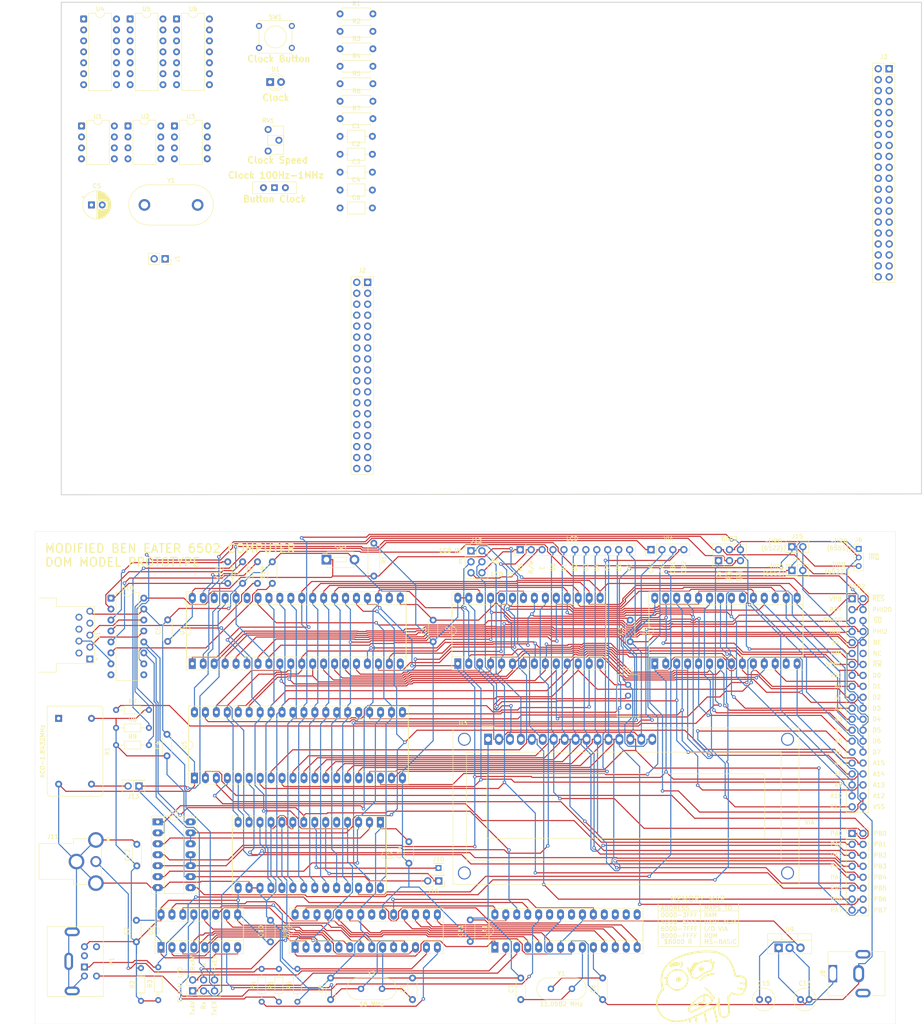
<source format=kicad_pcb>
(kicad_pcb (version 20241229) (generator "pcbnew") (generator_version "9.0")
  (layers (0 "F.Cu" signal) (2 "B.Cu" signal) (13 "F.Paste" user) (15 "B.Paste" user) (5 "F.SilkS" user "F.Silkscreen") (7 "B.SilkS" user "B.Silkscreen") (1 "F.Mask" user) (3 "B.Mask" user) (25 "Edge.Cuts" user))
  (net 0 "")
  (net 1 "+5V")
  (net 2 "Net-(J2-Pin_11)")
  (net 3 "Net-(J2-Pin_18)")
  (net 4 "Net-(J2-Pin_34)")
  (net 5 "Net-(U8-CLK)")
  (net 6 "Net-(J13-Pin_1)")
  (net 7 "Net-(J2-Pin_7)")
  (net 8 "Net-(J2-Pin_4)")
  (net 9 "Net-(J2-Pin_27)")
  (net 10 "Net-(U8-H)")
  (net 11 "Net-(U8-F)")
  (net 12 "Net-(U8-G)")
  (net 13 "Net-(U10-VS+)")
  (net 14 "Net-(U10-C2+)")
  (net 15 "Net-(U10-C2-)")
  (net 16 "Net-(U10-VS-)")
  (net 17 "Net-(J14-Pin_1)")
  (net 18 "GND")
  (net 19 "Net-(J2-Pin_14)")
  (net 20 "Net-(J2-Pin_2)")
  (net 21 "Net-(J2-Pin_39)")
  (net 22 "Net-(J2-Pin_26)")
  (net 23 "Net-(J5-Pin_7)")
  (net 24 "Net-(J5-Pin_16)")
  (net 25 "Net-(J2-Pin_32)")
  (net 26 "Net-(J2-Pin_19)")
  (net 27 "Net-(J2-Pin_21)")
  (net 28 "Net-(U5-~{CS2})")
  (net 29 "Net-(UA1-XTAL2{slash}PB7)")
  (net 30 "Net-(UA1-XTAL1{slash}PB6)")
  (net 31 "Net-(UA1-PC4)")
  (net 32 "Net-(UA1-PC5)")
  (net 33 "Net-(J2-Pin_31)")
  (net 34 "Net-(J2-Pin_22)")
  (net 35 "Net-(J2-Pin_28)")
  (net 36 "Net-(J2-Pin_9)")
  (net 37 "Net-(J2-Pin_33)")
  (net 38 "Net-(J2-Pin_37)")
  (net 39 "Net-(U10-T2OUT)")
  (net 40 "Net-(U10-T1OUT)")
  (net 41 "Net-(U10-R1IN)")
  (net 42 "Net-(J2-Pin_1)")
  (net 43 "Net-(J5-Pin_8)")
  (net 44 "Net-(J5-Pin_1)")
  (net 45 "Net-(J2-Pin_24)")
  (net 46 "Net-(J5-Pin_12)")
  (net 47 "Net-(J5-Pin_3)")
  (net 48 "Net-(J2-Pin_29)")
  (net 49 "Net-(J2-Pin_5)")
  (net 50 "Net-(J15-Pin_1)")
  (net 51 "Net-(U9-VI)")
  (net 52 "Net-(U2-~{CS})")
  (net 53 "Net-(J5-Pin_13)")
  (net 54 "Net-(J5-Pin_4)")
  (net 55 "Net-(J2-Pin_17)")
  (net 56 "Net-(UA1-PC2)")
  (net 57 "Net-(UA1-PC1)")
  (net 58 "Net-(U3-VO)")
  (net 59 "Net-(U8-A)")
  (net 60 "Net-(U8-B)")
  (net 61 "Net-(J12-Pin_5)")
  (net 62 "Net-(J12-Pin_6)")
  (net 63 "Net-(J12-Pin_4)")
  (net 64 "Net-(J2-Pin_13)")
  (net 65 "Net-(J5-Pin_6)")
  (net 66 "Net-(J5-Pin_2)")
  (net 67 "Net-(J5-Pin_10)")
  (net 68 "Net-(J5-Pin_14)")
  (net 69 "Net-(J2-Pin_36)")
  (net 70 "Net-(J2-Pin_16)")
  (net 71 "Net-(J12-Pin_3)")
  (net 72 "Net-(J11-V_In)")
  (net 73 "Net-(J5-Pin_9)")
  (net 74 "Net-(U10-C1+)")
  (net 75 "Net-(J2-Pin_30)")
  (net 76 "Net-(J2-Pin_38)")
  (net 77 "Net-(J2-Pin_25)")
  (net 78 "Net-(J2-Pin_20)")
  (net 79 "Net-(J4-Pin_1)")
  (net 80 "Net-(J4-Pin_4)")
  (net 81 "Net-(U7-CS0)")
  (net 82 "Net-(U6-~{CS})")
  (net 83 "Net-(UA1-PD4)")
  (net 84 "Net-(UA1-PD7)")
  (net 85 "Net-(UA1-PB0)")
  (net 86 "Net-(UA1-PD6)")
  (net 87 "Net-(J13-Pin_2)")
  (net 88 "Net-(J7-Pin_3)")
  (net 89 "Net-(J7-Pin_5)")
  (net 90 "Net-(J12-Pin_1)")
  (net 91 "Net-(U8-C)")
  (net 92 "Net-(U8-E)")
  (net 93 "Net-(J7-Pin_1)")
  (net 94 "Net-(J3-Pin_4)")
  (net 95 "Net-(J3-Pin_3)")
  (net 96 "Net-(J3-Pin_2)")
  (net 97 "Net-(J2-Pin_3)")
  (net 98 "Net-(U10-C1-)")
  (net 99 "Net-(U8-D)")
  (net 100 "Net-(U8-SH{slash}~{LD})")
  (net 101 "Net-(J2-Pin_35)")
  (net 102 "Net-(J3-Pin_1)")
  (net 103 "Net-(J5-Pin_5)")
  (net 104 "Net-(J2-Pin_23)")
  (net 105 "Net-(J4-Pin_2)")
  (net 106 "Net-(J4-Pin_5)")
  (net 107 "Net-(UA1-PB5)")
  (net 108 "Net-(UB1-PB0)")
  (net 109 "Net-(U8-QH)")
  (net 110 "Net-(UB1-XTAL1{slash}PB6)")
  (net 111 "Net-(UA1-PD5)")
  (net 112 "Net-(UA1-PD3)")
  (net 113 "Net-(UA1-PD2)")
  (net 114 "Net-(J12-Pin_2)")
  (net 115 "Net-(U10-T2IN)")
  (net 116 "Net-(J4-Pin_3)")
  (net 117 "Net-(J4-Pin_6)")
  (net 139 "Net-(J16-Pin_1)")
  (net 140 "Net-(J10-Pin_1)")
  (net 141 "Net-(J1-Pin_1)")
  (net 142 "Net-(U1-THR)")
  (net 143 "Net-(U1-CV)")
  (net 144 "Net-(U2-CV)")
  (net 145 "Net-(U2-DIS)")
  (net 146 "Net-(U3-CV)")
  (net 147 "Net-(D1-K)")
  (net 148 "Net-(D1-A)")
  (net 149 "Net-(J1-Pin_2)")
  (net 150 "Net-(U1-DIS)")
  (net 151 "Net-(R3-Pad1)")
  (net 152 "Net-(U2-TR)")
  (net 153 "Net-(SW2-A)")
  (net 154 "Net-(U3-TR)")
  (net 155 "Net-(SW2-C)")
  (net 156 "Net-(U1-Q)")
  (net 157 "Net-(U2-Q)")
  (net 159 "Net-(U3-Q)")
  (net 160 "Net-(U4-Pad2)")
  (net 161 "Net-(U5-Pad3)")
  (net 162 "Net-(U5-Pad6)")
  (net 209 "Net-(J3-Pin_20)")
  (footprint "Crystal:Crystal_HC49-4H_Vertical" (layer "F.Cu") (at 146.5177 249.7516)
    (property "Reference" "Y1")
    (property "Value" "11.0582 MHz")
  )
  (footprint "Capacitor_THT:C_Disc_D4.3mm_W1.9mm_P5.00mm" (layer "F.Cu") (at 74.9797 155.7436 90)
    (property "Reference" "C17")
    (property "Value" "1uf")
  )
  (footprint "Package_DIP:DIP-28_W7.62mm_Socket_LongPads" (layer "F.Cu") (at 87.1547 240.1386 90)
    (property "Reference" "UB1")
    (property "Value" "ATmega328P-PU")
  )
  (footprint "Capacitor_THT:C_Disc_D4.3mm_W1.9mm_P5.00mm" (layer "F.Cu") (at 113.5587 220.6436 90)
    (property "Reference" "C14")
    (property "Value" "0.1uF")
  )
  (footprint "Resistor_THT:R_Axial_DIN0204_L3.6mm_D1.6mm_P7.62mm_Horizontal" (layer "F.Cu") (at 45.6197 193.2436)
    (property "Reference" "R9")
    (property "Value" "10k")
  )
  (footprint "Connector_PinHeader_2.54mm:PinHeader_2x03_P2.54mm_Vertical" (layer "F.Cu") (at 63.3897 250.2436 90)
    (property "Reference" "J4")
    (property "Value" "Conn_02x03_Odd_Even")
  )
  (footprint "Capacitor_THT:C_Disc_D4.3mm_W1.9mm_P5.00mm" (layer "F.Cu") (at 164.9097 169.2726 90)
    (property "Reference" "C3")
    (property "Value" "0.1uF")
  )
  (footprint "Capacitor_THT:CP_Radial_D6.3mm_P2.50mm" (layer "F.Cu") (at 39.9 68)
    (property "Reference" "C5")
    (property "Value" "47uf")
  )
  (footprint "Capacitor_THT:C_Disc_D4.3mm_W1.9mm_P5.00mm" (layer "F.Cu") (at 158.5177 252.2516 90)
    (property "Reference" "C6")
    (property "Value" "22pF")
  )
  (footprint "Package_DIP:DIP-40_W15.24mm_Socket_LongPads" (layer "F.Cu") (at 63.3047 174.3686 90)
    (property "Reference" "U1")
    (property "Value" "WD65C02")
  )
  (footprint "Resistor_THT:R_Axial_DIN0204_L3.6mm_D1.6mm_P7.62mm_Horizontal" (layer "F.Cu") (at 51.3977 252.5616 90)
    (property "Reference" "R2")
    (property "Value" "10k")
  )
  (footprint "Capacitor_THT:C_Axial_L3.8mm_D2.6mm_P7.50mm_Horizontal" (layer "F.Cu") (at 97.59 60.4)
    (property "Reference" "C3")
    (property "Value" "10nf")
  )
  (footprint "Connector_PinHeader_2.54mm:PinHeader_1x11_P2.54mm_Vertical" (layer "F.Cu") (at 139.3827 147.9366 90)
    (property "Reference" "J9")
    (property "Value" "Conn_01x11_Male")
  )
  (footprint "Button_Switch_THT:SW_Slide-03_Wuerth-WS-SLTV_10x2.5x6.4_P2.54mm" (layer "F.Cu") (at 82.36 64)
    (property "Reference" "SW2" (hide yes))
    (property "Value" "SW_Nidec_CAS-120A1")
  )
  (footprint "Resistor_THT:R_Axial_DIN0207_L6.3mm_D2.5mm_P7.62mm_Horizontal" (layer "F.Cu") (at 97.59 48)
    (property "Reference" "R7")
    (property "Value" "1k")
  )
  (footprint "Package_DIP:DIP-16_W7.62mm_Socket_LongPads" (layer "F.Cu") (at 56.0397 240.1386 90)
    (property "Reference" "U8")
    (property "Value" "74HC166")
  )
  (footprint "Package_DIP:DIP-14_W7.62mm_Socket_LongPads" (layer "F.Cu") (at 55.2777 211.0556)
    (property "Reference" "U4")
    (property "Value" "74HC00")
  )
  (footprint "Resistor_THT:R_Axial_DIN0204_L3.6mm_D1.6mm_P7.62mm_Horizontal" (layer "F.Cu") (at 45.6197 185.0936)
    (property "Reference" "R7")
    (property "Value" "10k")
  )
  (footprint "Resistor_THT:R_Axial_DIN0207_L6.3mm_D2.5mm_P7.62mm_Horizontal" (layer "F.Cu") (at 105.4297 146.4336 -90)
    (property "Reference" "R1")
    (property "Value" "1K")
  )
  (footprint "Package_DIP:DIP-8_W7.62mm" (layer "F.Cu") (at 48.375 49.69)
    (property "Reference" "U2")
    (property "Value" "LM555xN")
  )
  (footprint "Resistor_THT:R_Axial_DIN0204_L3.6mm_D1.6mm_P7.62mm_Horizontal" (layer "F.Cu") (at 79.3977 252.7516 90)
    (property "Reference" "R4")
    (property "Value" "1k")
  )
  (footprint "Capacitor_THT:C_Axial_L3.8mm_D2.6mm_P7.50mm_Horizontal" (layer "F.Cu") (at 97.59 56.25)
    (property "Reference" "C2")
    (property "Value" "100nf")
  )
  (footprint "Package_DIP:DIP-14_W7.62mm" (layer "F.Cu") (at 48.875 24.88)
    (property "Reference" "U5")
    (property "Value" "74LS08")
  )
  (footprint "Capacitor_THT:C_Disc_D4.3mm_W1.9mm_P5.00mm" (layer "F.Cu") (at 71.5297 155.7436 90)
    (property "Reference" "C16")
    (property "Value" "1uf")
  )
  (footprint "Resistor_THT:R_Axial_DIN0204_L3.6mm_D1.6mm_P7.62mm_Horizontal" (layer "F.Cu") (at 87.6977 252.7516 90)
    (property "Reference" "R6")
    (property "Value" "10k")
  )
  (footprint "Connector_PinHeader_2.54mm:PinHeader_1x04_P2.54mm_Vertical" (layer "F.Cu") (at 169.7357 147.9366 90)
    (property "Reference" "J3")
    (property "Value" "Conn_01x04_Male")
  )
  (footprint "Button_Switch_THT:SW_Tactile_Straight_KSA0Axx1LFTR" (layer "F.Cu") (at 78.78 26.5)
    (property "Reference" "SW1")
    (property "Value" "SW_Push")
  )
  (footprint "Resistor_THT:R_Axial_DIN0207_L6.3mm_D2.5mm_P7.62mm_Horizontal" (layer "F.Cu") (at 97.59 43.95)
    (property "Reference" "R6")
    (property "Value" "1k")
  )
  (footprint "Package_DIP:DIP-28_W15.24mm_Socket_LongPads" (layer "F.Cu") (at 170.6247 174.3526 90)
    (property "Reference" "U6")
    (property "Value" "CY62256-70PC")
  )
  (footprint "Capacitor_THT:C_Disc_D4.3mm_W1.9mm_P5.00mm" (layer "F.Cu") (at 119.1897 169.2726 90)
    (property "Reference" "C1")
    (property "Value" "0.1uF")
  )
  (footprint "Connector_PinSocket_2.54mm:PinSocket_1x02_P2.54mm_Vertical" (layer "F.Cu") (at 57 80.5 -90)
    (property "Reference" "J1")
    (property "Value" "Conn_01x02")
  )
  (footprint "Capacitor_THT:C_Disc_D4.3mm_W1.9mm_P5.00mm" (layer "F.Cu") (at 78.4297 155.7436 90)
    (property "Reference" "C18")
    (property "Value" "1uf")
  )
  (footprint "Resistor_THT:R_Axial_DIN0207_L6.3mm_D2.5mm_P7.62mm_Horizontal" (layer "F.Cu") (at 97.59 23.7)
    (property "Reference" "R1")
    (property "Value" "1M")
  )
  (footprint "Package_DIP:DIP-40_W15.24mm_Socket_LongPads" (layer "F.Cu") (at 63.8047 200.8686 90)
    (property "Reference" "U5")
    (property "Value" "WD65C22")
  )
  (footprint "Package_DIP:DIP-8_W7.62mm" (layer "F.Cu") (at 37.595 49.69)
    (property "Reference" "U1")
    (property "Value" "LM555xN")
  )
  (footprint "Capacitor_THT:C_Disc_D4.3mm_W1.9mm_P5.00mm" (layer "F.Cu") (at 57.4297 195.7436 90)
    (property "Reference" "C4")
    (property "Value" "0.1uF")
  )
  (footprint "Capacitor_THT:C_Disc_D4.3mm_W1.9mm_P5.00mm" (layer "F.Cu") (at 50.4297 221.2436 90)
    (property "Reference" "C12")
    (property "Value" "0.1uF")
  )
  (footprint "Capacitor_THT:C_Disc_D4.3mm_W1.9mm_P5.00mm" (layer "F.Cu") (at 50.3247 238.8686 90)
    (property "Reference" "C2")
    (property "Value" "0.1uF")
  )
  (footprint "Capacitor_THT:C_Disc_D4.3mm_W1.9mm_P5.00mm" (layer "F.Cu") (at 139.5177 252.2516 90)
    (property "Reference" "C7")
    (property "Value" "22pF")
  )
  (footprint "Connector_Dsub:DSUB-9_Socket_Horizontal_P2.77x2.54mm_EdgePinOffset9.40mm" (layer "F.Cu") (at 39.54 173.2836 -90)
    (property "Reference" "J1")
    (property "Value" "DE9_Pins")
  )
  (footprint "Connector_BarrelJack:BarrelJack_CUI_PJ-063AH_Horizontal" (layer "F.Cu") (at 211.9297 246.2436 90)
    (property "Reference" "J8")
    (property "Value" "Barrel_Jack")
  )
  (footprint "Connector_PinHeader_2.54mm:PinHeader_2x08_P2.54mm_Vertical" (layer "F.Cu") (at 216.3897 213.7226)
    (property "Reference" "J5")
    (property "Value" "Conn_02x08_Odd_Even")
  )
  (footprint "Crystal:Crystal_HC49-4H_Vertical" (layer "F.Cu") (at 102.4477 249.7516)
    (property "Reference" "Y2")
    (property "Value" "16 MHz")
  )
  (footprint "Resistor_THT:R_Axial_DIN0207_L6.3mm_D2.5mm_P7.62mm_Horizontal" (layer "F.Cu") (at 97.59 27.75)
    (property "Reference" "R2")
    (property "Value" "1k")
  )
  (footprint "Display:WC1602A" (layer "F.Cu") (at 131.9297 191.8861)
    (property "Reference" "U3")
    (property "Value" "WC1602A")
  )
  (footprint "Package_DIP:DIP-14_W7.62mm" (layer "F.Cu") (at 59.655 24.88)
    (property "Reference" "U6")
    (property "Value" "74LS32")
  )
  (footprint "Connector_PinHeader_2.54mm:PinHeader_2x03_P2.54mm_Vertical" (layer "F.Cu") (at 127.9697 148.2036)
    (property "Reference" "J12")
    (property "Value" "Conn_02x03_Odd_Even")
  )
  (footprint "Connector_PinHeader_2.54mm:PinHeader_2x03_P2.54mm_Vertical" (layer "F.Cu") (at 185.4047 150.4766 90)
    (property "Reference" "J7")
    (property "Value" "Conn_02x03_Odd_Even")
  )
  (footprint "Connector_PinHeader_2.54mm:PinHeader_2x01_P2.54mm_Vertical" (layer "F.Cu") (at 120.4697 224.7436 180)
    (property "Reference" "J16")
    (property "Value" "Conn_02x01" (hide yes))
  )
  (footprint "Capacitor_THT:C_Axial_L3.8mm_D2.6mm_P7.50mm_Horizontal" (layer "F.Cu") (at 97.59 64.55)
    (property "Reference" "C4")
    (property "Value" "10nf")
  )
  (footprint "Connector_PinHeader_2.54mm:PinHeader_2x01_P2.54mm_Vertical" (layer "F.Cu") (at 50.9297 202.7436 180)
    (property "Reference" "J13")
    (property "Value" "Conn_02x01")
  )
  (footprint "Resistor_THT:R_Axial_DIN0204_L3.6mm_D1.6mm_P7.62mm_Horizontal" (layer "F.Cu") (at 55.3977 252.3716 90)
    (property "Reference" "R3")
    (property "Value" "10k")
  )
  (footprint "Resistor_THT:R_Axial_DIN0207_L6.3mm_D2.5mm_P7.62mm_Horizontal" (layer "F.Cu") (at 97.59 39.9)
    (property "Reference" "R5")
    (property "Value" "1k")
  )
  (footprint "Package_DIP:DIP-16_W7.62mm" (layer "F.Cu") (at 44.4297 159.1636)
    (property "Reference" "U10")
    (property "Value" "MAX232")
  )
  (footprint "Package_DIP:DIP-28_W15.24mm_Socket_LongPads" (layer "F.Cu") (at 124.9047 174.3526 90)
    (property "Reference" "U2")
    (property "Value" "28C256")
  )
  (footprint "LED_THT:LED_D3.0mm" (layer "F.Cu") (at 81.36 39.5)
    (property "Reference" "D1")
    (property "Value" "LED")
  )
  (footprint "Resistor_THT:R_Axial_DIN0207_L6.3mm_D2.5mm_P7.62mm_Horizontal" (layer "F.Cu") (at 97.59 31.8)
    (property "Reference" "R3")
    (property "Value" "6.9k")
  )
  (footprint "Connector_PinHeader_2.54mm:PinHeader_2x20_P2.54mm_Vertical" (layer "F.Cu") (at 216.3897 159.3031)
    (property "Reference" "J2")
    (property "Value" "Conn_02x20_Odd_Even")
  )
  (footprint "Connector_PinHeader_2.54mm:PinHeader_2x01_P2.54mm_Vertical" (layer "F.Cu") (at 202.4297 147.2436)
    (property "Reference" "J15")
    (property "Value" "Conn_02x01")
  )
  (footprint "Resistor_THT:R_Axial_DIN0204_L3.6mm_D1.6mm_P7.62mm_Horizontal" (layer "F.Cu") (at 45.6197 189.2436)
    (property "Reference" "R8")
    (property "Value" "10k")
  )
  (footprint "Capacitor_THT:C_Axial_L3.8mm_D2.6mm_P7.50mm_Horizontal" (layer "F.Cu") (at 97.59 68.7)
    (property "Reference" "C6")
    (property "Value" "10nf")
  )
  (footprint "Capacitor_THT:C_Disc_D4.3mm_W1.9mm_P5.00mm" (layer "F.Cu") (at 95.3977 252.2516 90)
    (property "Reference" "C8")
    (property "Value" "22pF")
  )
  (footprint "Capacitor_THT:C_Disc_D4.3mm_W1.9mm_P5.00mm" (layer "F.Cu") (at 127.7947 238.7886 90)
    (property "Reference" "C11")
    (property "Value" "0.1uF")
  )
  (footprint "Potentiometer_THT:Potentiometer_ACP_CA6-H2,5_Horizontal" (layer "F.Cu") (at 80.9 50.5)
    (property "Reference" "RV1")
    (property "Value" "R_Potentiometer")
  )
  (footprint "Package_DIP:DIP-8_W7.62mm" (layer "F.Cu") (at 59.155 49.69)
    (property "Reference" "U3")
    (property "Value" "LM555xN")
  )
  (footprint "Package_DIP:DIP-28_W15.24mm_Socket_LongPads" (layer "F.Cu") (at 106.9547 211.1186 -90)
    (property "Reference" "U7")
    (property "Value" "6551")
  )
  (footprint "Oscillator:Oscillator_DIP-14" (layer "F.Cu") (at 32.2907 187.0526 -90)
    (property "Reference" "X1")
    (property "Value" "ACO-1.8432MHz")
  )
  (footprint "Connector_PinHeader_2.00mm:PinHeader_1x03_P2.00mm_Vertical" (layer "F.Cu") (at 217.9297 147.7436)
    (property "Reference" "J6")
    (property "Value" "Conn_01x03")
  )
  (footprint "Connector_PinHeader_2.54mm:PinHeader_2x01_P2.54mm_Vertical" (layer "F.Cu") (at 202.4297 152.7436)
    (property "Reference" "J14")
    (property "Value" "Conn_02x01")
  )
  (footprint "Capacitor_THT:C_Disc_D4.3mm_W1.9mm_P5.00mm" (layer "F.Cu") (at 81.8797 155.7436 90)
    (property "Reference" "C19")
    (property "Value" "1uf")
  )
  (footprint "Capacitor_THT:C_Disc_D4.3mm_W1.9mm_P5.00mm" (layer "F.Cu") (at 81.4397 238.8686 90)
    (property "Reference" "C10")
    (property "Value" "0.1uF")
  )
  (footprint "Capacitor_THT:C_Radial_D5.0mm_H11.0mm_P2.00mm" (layer "F.Cu") (at 194.9297 252.2436)
    (property "Reference" "C15")
    (property "Value" "10uf")
  )
  (footprint "Package_DIP:DIP-14_W7.62mm" (layer "F.Cu") (at 38.095 24.88)
    (property "Reference" "U4")
    (property "Value" "74LS04")
  )
  (footprint "ps2:Connector_Mini-DIN_Female_6Pin_2rows" (layer "F.Cu") (at 38.2797 244.6936 -90)
    (property "Reference" "P1")
    (property "Value" "Mini-DIN_6pins")
  )
  (footprint "Connector_PinHeader_2.00mm:PinHeader_1x01_P2.00mm_Vertical" (layer "F.Cu") (at 120.4297 221.7436 180)
    (property "Reference" "J10")
    (property "Value" "Conn_01x01" (hide yes))
  )
  (footprint "LOGO" (layer "F.Cu") (at 180.705328 245.680817)
    (property "Reference" "G***" (hide yes))
    (property "Value" "LOGO" (hide yes))
  )
  (footprint "Capacitor_THT:C_Disc_D4.3mm_W1.9mm_P5.00mm" (layer "F.Cu") (at 57.5897 169.2086 90)
    (property "Reference" "C5")
    (property "Value" "0.1")
  )
  (footprint "Capacitor_THT:C_Radial_D5.0mm_H11.0mm_P2.00mm" (layer "F.Cu") (at 204.4297 252.2436)
    (property "Reference" "C13")
    (property "Value" "10uf")
  )
  (footprint "Button_Switch_THT:SW_PUSH_1P1T_6x3.5mm_H4.3_APEM_MJTP1243" (layer "F.Cu") (at 94.4297 150.2436)
    (property "Reference" "SW1")
    (property "Value" "RESET")
  )
  (footprint "Capacitor_THT:C_Disc_D4.3mm_W1.9mm_P5.00mm" (layer "F.Cu") (at 114.3977 252.2516 90)
    (property "Reference" "C9")
    (property "Value" "22pF")
  )
  (footprint "Connector_RCA:CUI_RCJ-017" (layer "F.Cu") (at 34.9797 220.2436)
    (property "Reference" "J11")
    (property "Value" "RCJ-017")
  )
  (footprint "Potentiometer_THT:Potentiometer_Bourns_3386C_Horizontal" (layer "F.Cu") (at 164.4297 179.2436)
    (property "Reference" "RV1")
    (property "Value" "R_POT_TRIM_US")
  )
  (footprint "Capacitor_THT:C_Axial_L3.8mm_D2.6mm_P7.50mm_Horizontal" (layer "F.Cu") (at 97.59 52.1)
    (property "Reference" "C1")
    (property "Value" "22pf")
  )
  (footprint "Connector_PinSocket_2.54mm:PinSocket_2x18_P2.54mm_Vertical" (layer "F.Cu") (at 104 85.94)
    (property "Reference" "J2")
    (property "Value" "Conn_02x18_Top_Bottom")
  )
  (footprint "Package_DIP:DIP-28_W7.62mm_Socket_LongPads" (layer "F.Cu") (at 133.5097 240.1386 90)
    (property "Reference" "UA1")
    (property "Value" "ATmega328P-PU")
  )
  (footprint "Connector_PinSocket_2.54mm:PinSocket_2x20_P2.54mm_Vertical" (layer "F.Cu") (at 225 36.42)
    (property "Reference" "J3")
    (property "Value" "Conn_02x20_Top_Bottom")
  )
  (footprint "Resistor_THT:R_Axial_DIN0207_L6.3mm_D2.5mm_P7.62mm_Horizontal" (layer "F.Cu") (at 97.59 35.85)
    (property "Reference" "R4")
    (property "Value" "10k")
  )
  (footprint "Resistor_THT:R_Axial_DIN0204_L3.6mm_D1.6mm_P7.62mm_Horizontal" (layer "F.Cu") (at 83.3977 252.7516 90)
    (property "Reference" "R5")
    (property "Value" "470 Ohms")
  )
  (footprint "Package_TO_SOT_THT:TO-220-3_Vertical" (layer "F.Cu") (at 199.3497 240.2436)
    (property "Reference" "U9")
    (property "Value" "LM7805_TO220")
  )
  (footprint "Crystal:Crystal_HC33-U_Vertical" (layer "F.Cu") (at 52.2 68)
    (property "Reference" "Y1")
    (property "Value" "Crystal")
  )
  (gr_line (start 171.3887 239.9426) (end 171.3887 229.9256) (stroke (width 0.12)) (layer "F.SilkS"))
  (gr_line (start 181.1677 229.9256) (end 181.1677 239.9426) (stroke (width 0.12)) (layer "F.SilkS"))
  (gr_line (start 190.0577 229.9256) (end 190.0577 239.9426) (stroke (width 0.12)) (layer "F.SilkS"))
  (gr_line (start 171.3887 231.7036) (end 190.0577 231.7036) (stroke (width 0.12)) (layer "F.SilkS"))
  (gr_line (start 171.3887 229.9256) (end 190.0577 229.9256) (stroke (width 0.12)) (layer "F.SilkS"))
  (gr_line (start 190.0577 239.9426) (end 171.3887 239.9426) (stroke (width 0.12)) (layer "F.SilkS"))
  (gr_line (start 204.6297 257.9186) (end 210.9797 257.9186) (stroke (width 0.05)) (layer "Edge.Cuts"))
  (gr_line (start 204.6297 257.9186) (end 26.8297 257.9186) (stroke (width 0.05)) (layer "Edge.Cuts"))
  (gr_line (start 32.9 21) (end 232.5 21) (stroke (width 0.2)) (layer "Edge.Cuts"))
  (gr_line (start 226.4297 143.7436) (end 226.4297 257.9186) (stroke (width 0.05)) (layer "Edge.Cuts"))
  (gr_line (start 32.9 135.2) (end 232.5 135) (stroke (width 0.2)) (layer "Edge.Cuts"))
  (gr_line (start 232.5 21) (end 232.5 135) (stroke (width 0.2)) (layer "Edge.Cuts"))
  (gr_line (start 210.9797 257.9186) (end 226.4297 257.9186) (stroke (width 0.05)) (layer "Edge.Cuts"))
  (gr_line (start 26.8297 257.9186) (end 26.8297 143.7436) (stroke (width 0.05)) (layer "Edge.Cuts"))
  (gr_line (start 32.9 21) (end 32.9 135.2) (stroke (width 0.2)) (layer "Edge.Cuts"))
  (gr_line (start 26.8297 143.7436) (end 226.4297 143.7436) (stroke (width 0.05)) (layer "Edge.Cuts"))
  (gr_text "A12" (at 222.6127 205.0231 0) (layer "F.SilkS") (effects (font (size 1 1))))
  (gr_text "6502" (at 187.9447 145.3966 0) (layer "F.SilkS") (effects (font (size 1 1))))
  (gr_text "PB1" (at 222.9307 216.2626 0) (layer "F.SilkS") (effects (font (size 1 1))))
  (gr_text "Clock\n" (at 79.4 44 0) (layer "F.SilkS") (effects (font (size 1.5 1.5) (thickness 0.3) (bold yes)) (justify left bottom)))
  (gr_text "Tx" (at 65.9297 244.4646 90) (layer "F.SilkS") (effects (font (size 1 1))))
  (gr_text "CB1" (at 174.8157 152.0006 90) (layer "F.SilkS") (effects (font (size 1 1))))
  (gr_text "A0" (at 213.2147 179.6231 0) (layer "F.SilkS") (effects (font (size 1 1))))
  (gr_text "A2" (at 213.2147 184.7666 0) (layer "F.SilkS") (effects (font (size 1 1))))
  (gr_text "D5" (at 159.7027 152.0006 90) (layer "F.SilkS") (effects (font (size 1 1))))
  (gr_text "PB4" (at 222.9307 223.8826 0) (layer "F.SilkS") (effects (font (size 1 1))))
  (gr_text "Clock Button" (at 75.9 35 0) (layer "F.SilkS") (effects (font (size 1.5 1.5) (thickness 0.3) (bold yes)) (justify left bottom)))
  (gr_text "E" (at 144.4627 152.1276 90) (layer "F.SilkS") (effects (font (size 1 1))))
  (gr_text "D7" (at 222.1047 194.8631 0) (layer "F.SilkS") (effects (font (size 1 1))))
  (gr_text "D4" (at 222.1047 187.2431 0) (layer "F.SilkS") (effects (font (size 1 1))))
  (gr_text "PA7" (at 212.7707 231.5026 0) (layer "F.SilkS") (effects (font (size 1 1))))
  (gr_text "RxAV" (at 63.3977 243.7516 90) (layer "F.SilkS") (effects (font (size 1 1))))
  (gr_text "~{IRQ}" (at 187.9447 154.1596 90) (layer "F.SilkS") (effects (font (size 1 1))))
  (gr_text "~{IRQ\n(6522})" (at 212.9297 152.2436 0) (layer "F.SilkS") (effects (font (size 1 1))))
  (gr_text "~{ML}" (at 212.7067 169.4631 0) (layer "F.SilkS") (effects (font (size 1 1))))
  (gr_text "~{NMI}" (at 212.7067 172.0031 0) (layer "F.SilkS") (effects (font (size 1 1))))
  (gr_text "D6" (at 162.2427 152.0006 90) (layer "F.SilkS") (effects (font (size 1 1))))
  (gr_text "A5" (at 213.2147 192.3231 0) (layer "F.SilkS") (effects (font (size 1 1))))
  (gr_text "D5" (at 222.1047 189.7831 0) (layer "F.SilkS") (effects (font (size 1 1))))
  (gr_text "PA1" (at 212.7707 216.2626 0) (layer "F.SilkS") (effects (font (size 1 1))))
  (gr_text "MAPS TO\nRAM\nUART ACIA\nI/O VIA\nROM" (at 181.9297 234.2436 0) (layer "F.SilkS") (effects (font (size 1 1)) (justify left)))
  (gr_text "MODIFIED BEN EATER 6502 COMPUTER\nDOM MODEL PROTOTYPE" (at 28.9297 149.2436 0) (layer "F.SilkS") (effects (font (size 2 2) (thickness 0.3)) (justify left)))
  (gr_text "E" (at 124.9697 151.2436 0) (layer "F.SilkS") (effects (font (size 1 1) (thickness 0.2) (bold yes)) (justify left bottom)))
  (gr_text "A14" (at 222.6127 199.9431 0) (layer "F.SilkS") (effects (font (size 1 1))))
  (gr_text "A11" (at 212.7067 207.5631 0) (layer "F.SilkS") (effects (font (size 1 1))))
  (gr_text "RS" (at 132.4697 151.2436 0) (layer "F.SilkS") (effects (font (size 1 1) (thickness 0.2) (bold yes)) (justify left bottom)))
  (gr_text "Clock Speed" (at 75.9 58.5 0) (layer "F.SilkS") (effects (font (size 1.5 1.5) (thickness 0.3) (bold yes)) (justify left bottom)))
  (gr_text "LCD EX" (at 132.4697 154.2436 0) (layer "F.SilkS") (effects (font (size 1 1) (thickness 0.2) (bold yes)) (justify left bottom)))
  (gr_text "A15" (at 222.6127 197.4031 0) (layer "F.SilkS") (effects (font (size 1 1))))
  (gr_text "CB2" (at 177.3557 152.0006 90) (layer "F.SilkS") (effects (font (size 1 1))))
  (gr_text "PB6" (at 222.9307 228.9626 0) (layer "F.SilkS") (effects (font (size 1 1))))
  (gr_text "R/W" (at 141.9227 152.0006 90) (layer "F.SilkS") (effects (font (size 1 1))))
  (gr_text "A7" (at 213.2147 197.4031 0) (layer "F.SilkS") (effects (font (size 1 1))))
  (gr_text "MEMORY MAP" (at 180.6117 228.9426 0) (layer "F.SilkS") (effects (font (size 1.3 1.3))))
  (gr_text "CA1" (at 169.7357 152.0006 90) (layer "F.SilkS") (effects (font (size 1 1))))
  (gr_text "RDY" (at 212.5797 161.8431 0) (layer "F.SilkS") (effects (font (size 1 1))))
  (gr_text "~{IRQ}" (at 212.4527 166.9231 0) (layer "F.SilkS") (effects (font (size 1 1))))
  (gr_text "~{IRQ\n(6551})" (at 198.5347 152.6556 0) (layer "F.SilkS") (effects (font (size 1 1))))
  (gr_text "VPB" (at 212.5797 159.3666 0) (layer "F.SilkS") (effects (font (size 1 1))))
  (gr_text "TxAV" (at 63.3897 254.2516 90) (layer "F.SilkS") (effects (font (size 1 1))))
  (gr_text "CA2" (at 172.2757 152.0006 90) (layer "F.SilkS") (effects (font (size 1 1))))
  (gr_text "PB3" (at 222.9307 221.3426 0) (layer "F.SilkS") (effects (font (size 1 1))))
  (gr_text "PB7" (at 222.9307 231.5026 0) (layer "F.SilkS") (effects (font (size 1 1))))
  (gr_text "VSS" (at 222.6127 207.5631 0) (layer "F.SilkS") (effects (font (size 1 1))))
  (gr_text "D1" (at 222.1047 179.6231 0) (layer "F.SilkS") (effects (font (size 1 1))))
  (gr_text "VIA" (at 206.5347 211.1826 0) (layer "F.SilkS") (effects (font (size 1 1))))
  (gr_text "VIA" (at 173.7997 145.3966 0) (layer "F.SilkS") (effects (font (size 1 1))))
  (gr_text "A9" (at 213.2147 202.4831 0) (layer "F.SilkS") (effects (font (size 1 1))))
  (gr_text "PA3" (at 212.7707 221.3426 0) (layer "F.SilkS") (effects (font (size 1 1))))
  (gr_text "D3" (at 222.1047 184.7031 0) (layer "F.SilkS") (effects (font (size 1 1))))
  (gr_text "D2" (at 222.1047 182.1631 0) (layer "F.SilkS") (effects (font (size 1 1))))
  (gr_text "A3" (at 213.2147 187.2431 0) (layer "F.SilkS") (effects (font (size 1 1))))
  (gr_text "SYNC" (at 212.1987 174.5431 0) (layer "F.SilkS") (effects (font (size 1 1))))
  (gr_text "A4" (at 213.2147 189.7831 0) (layer "F.SilkS") (effects (font (size 1 1))))
  (gr_text "Button Clock\n" (at 74.9 67.5 0) (layer "F.SilkS") (effects (font (size 1.5 1.5) (thickness 0.3) (bold yes)) (justify left bottom)))
  (gr_text "NC" (at 222.2317 172.0031 0) (layer "F.SilkS") (effects (font (size 1 1))))
  (gr_text "$8000 R	  MS-BASIC" (at 172.6677 239.4426 0) (layer "F.SilkS") (effects (font (size 1 1)) (justify left bottom)))
  (gr_text "A6" (at 213.2147 194.8631 0) (layer "F.SilkS") (effects (font (size 1 1))))
  (gr_text "PA4" (at 212.7707 223.8826 0) (layer "F.SilkS") (effects (font (size 1 1))))
  (gr_text "A13" (at 222.6127 202.4831 0) (layer "F.SilkS") (effects (font (size 1 1))))
  (gr_text "PA2" (at 212.7707 218.8026 0) (layer "F.SilkS") (effects (font (size 1 1))))
  (gr_text "D4" (at 157.1627 152.0006 90) (layer "F.SilkS") (effects (font (size 1 1))))
  (gr_text "D0" (at 222.1047 177.0831 0) (layer "F.SilkS") (effects (font (size 1 1))))
  (gr_text "RS" (at 139.3827 152.0006 90) (layer "F.SilkS") (effects (font (size 1 1))))
  (gr_text "RDY" (at 185.4047 154.1596 90) (layer "F.SilkS") (effects (font (size 1 1))))
  (gr_text "~{RES}" (at 222.4857 159.3031 0) (layer "F.SilkS") (effects (font (size 1 1))))
  (gr_text "D6" (at 222.1047 192.3231 0) (layer "F.SilkS") (effects (font (size 1 1))))
  (gr_text "Rx" (at 65.9297 253.6086 90) (layer "F.SilkS") (effects (font (size 1 1))))
  (gr_text "BE" (at 222.2317 169.4631 0) (layer "F.SilkS") (effects (font (size 1 1))))
  (gr_text "PA5" (at 212.7707 226.4226 0) (layer "F.SilkS") (effects (font (size 1 1))))
  (gr_text "A1" (at 213.2147 182.1631 0) (layer "F.SilkS") (effects (font (size 1 1))))
  (gr_text "SERIAL I/O" (at 60.4687 248.8461 90) (layer "F.SilkS") (effects (font (size 1 1))))
  (gr_text "PHI2O" (at 223.3747 161.8431 0) (layer "F.SilkS") (effects (font (size 1 1))))
  (gr_text "~{RW}" (at 222.2317 174.5431 0) (layer "F.SilkS") (effects (font (size 1 1))))
  (gr_text "D1" (at 149.5427 152.0006 90) (layer "F.SilkS") (effects (font (size 1 1))))
  (gr_text "PHI1O" (at 211.9297 164.2436 0) (layer "F.SilkS") (effects (font (size 1 1))))
  (gr_text "PA0" (at 212.7707 213.7226 0) (layer "F.SilkS") (effects (font (size 1 1))))
  (gr_text "PB2" (at 222.9307 218.8026 0) (layer "F.SilkS") (effects (font (size 1 1))))
  (gr_text "~{IRQ\n(6522})" (at 198.1947 146.7436 0) (layer "F.SilkS") (effects (font (size 1 1))))
  (gr_text "6502" (at 217.5327 156.4456 0) (layer "F.SilkS") (effects (font (size 1 1))))
  (gr_text "~{IRQ\n(6551})" (at 213.4297 146.7436 0) (layer "F.SilkS") (effects (font (size 1 1))))
  (gr_text "A10" (at 212.7067 205.0231 0) (layer "F.SilkS") (effects (font (size 1 1))))
  (gr_text "D7" (at 164.7827 152.0006 90) (layer "F.SilkS") (effects (font (size 1 1))))
  (gr_text "D3" (at 154.6227 152.0006 90) (layer "F.SilkS") (effects (font (size 1 1))))
  (gr_text "~{SO}" (at 222.3587 164.3831 0) (layer "F.SilkS") (effects (font (size 1 1))))
  (gr_text "TxEX" (at 68.3977 254.2516 90) (layer "F.SilkS") (effects (font (size 1 1))))
  (gr_text "PA6" (at 212.7707 228.9626 0) (layer "F.SilkS") (effects (font (size 1 1))))
  (gr_text "RxEX\n" (at 68.4697 243.7516 90) (layer "F.SilkS") (effects (font (size 1 1))))
  (gr_text "ADDRESS\n0000-3FFF\n4000-5FFF\n6000-7FFF\n8000-FFFF" (at 171.8967 234.2436 0) (layer "F.SilkS") (effects (font (size 1 1)) (justify left)))
  (gr_text "D0" (at 147.0027 152.0006 90) (layer "F.SilkS") (effects (font (size 1 1))))
  (gr_text "PB5" (at 222.9307 226.4226 0) (layer "F.SilkS") (effects (font (size 1 1))))
  (gr_text "A8" (at 213.2147 199.9431 0) (layer "F.SilkS") (effects (font (size 1 1))))
  (gr_text "PB0" (at 222.9307 213.7226 0) (layer "F.SilkS") (effects (font (size 1 1))))
  (gr_text "LCD IN\n" (at 120.4697 148.7436 0) (layer "F.SilkS") (effects (font (size 1 1) (thickness 0.2) (bold yes)) (justify left bottom)))
  (gr_text "~{NMI}" (at 190.4847 154.1596 90) (layer "F.SilkS") (effects (font (size 1 1))))
  (gr_text "LCD" (at 151.4477 145.3966 0) (layer "F.SilkS") (effects (font (size 1 1))))
  (gr_text "Clock 100Hz-1MHz" (at 71.4 62 0) (layer "F.SilkS") (effects (font (size 1.5 1.5) (thickness 0.3) (bold yes)) (justify left bottom)))
  (gr_text "D2" (at 152.0827 152.0006 90) (layer "F.SilkS") (effects (font (size 1 1))))
  (gr_text "PHI2" (at 222.8667 166.9231 0) (layer "F.SilkS") (effects (font (size 1 1))))
  (gr_text "VDD" (at 212.7067 177.0831 0) (layer "F.SilkS") (effects (font (size 1 1))))
  (gr_text "~{IRQ}" (at 221.4297 149.7436 0) (layer "F.SilkS") (effects (font (size 1 1))))
  (segment (start 56.0397 232.5186) (end 56.0397 234.0453) (width 0.25) (layer "F.Cu") (net 1))
  (segment (start 198.2314 234.0453) (end 153.8297 234.0453) (width 0.25) (layer "F.Cu") (net 1))
  (segment (start 110.0012 169.6801) (end 104.7919 169.6801) (width 0.25) (layer "F.Cu") (net 1))
  (segment (start 48.1197 195.7436) (end 45.6197 193.2436) (width 0.25) (layer "F.Cu") (net 1))
  (segment (start 148.7497 241.6653) (end 140.6547 241.6653) (width 0.25) (layer "F.Cu") (net 1))
  (segment (start 217.753 169.8308) (end 216.9345 170.6493) (width 0.25) (layer "F.Cu") (net 1))
  (segment (start 39.4646 238.8087) (end 50.2648 238.8087) (width 0.25) (layer "F.Cu") (net 1))
  (segment (start 165.8591 190.2555) (end 167.4897 191.8861) (width 0.25) (layer "F.Cu") (net 1))
  (segment (start 56.0397 230.9919) (end 57.8047 229.2269) (width 0.25) (layer "F.Cu") (net 1))
  (segment (start 62.8379 160.6553) (end 66.3115 160.6553) (width 0.25) (layer "F.Cu") (net 1))
  (segment (start 57.8047 229.2269) (end 73.9347 229.2269) (width 0.25) (layer "F.Cu") (net 1))
  (segment (start 128.4231 238.1602) (end 127.7947 238.7886) (width 0.25) (layer "F.Cu") (net 1))
  (segment (start 67.9118 157.6019) (end 68.3847 157.6019) (width 0.25) (layer "F.Cu") (net 1))
  (segment (start 93.2189 235.0198) (end 94.4404 236.2413) (width 0.25) (layer "F.Cu") (net 1))
  (segment (start 97.8765 236.2413) (end 100.2471 238.6119) (width 0.25) (layer "F.Cu") (net 1))
  (segment (start 73.8197 233.9319) (end 74.9076 235.0198) (width 0.25) (layer "F.Cu") (net 1))
  (segment (start 213.095 168.0242) (end 170.2672 168.0242) (width 0.25) (layer "F.Cu") (net 1))
  (segment (start 68.3847 157.6019) (end 73.4647 157.6019) (width 0.25) (layer "F.Cu") (net 1))
  (segment (start 139.8597 239.3852) (end 138.6347 238.1602) (width 0.25) (layer "F.Cu") (net 1))
  (segment (start 53.2397 185.0936) (end 52.213 185.0936) (width 0.25) (layer "F.Cu") (net 1))
  (segment (start 217.753 169.4631) (end 217.753 169.8308) (width 0.25) (layer "F.Cu") (net 1))
  (segment (start 215.7201 170.6493) (end 213.095 168.0242) (width 0.25) (layer "F.Cu") (net 1))
  (segment (start 56.0397 234.0453) (end 55.148 234.0453) (width 0.25) (layer "F.Cu") (net 1))
  (segment (start 104.7919 169.6801) (end 104.3839 170.0881) (width 0.25) (layer "F.Cu") (net 1))
  (segment (start 61.3463 159.1636) (end 61.3463 159.1637) (width 0.25) (layer "F.Cu") (net 1))
  (segment (start 110.0012 169.6801) (end 110.1868 169.4945) (width 0.25) (layer "F.Cu") (net 1))
  (segment (start 66.3115 160.6553) (end 66.9714 159.9954) (width 0.25) (layer "F.Cu") (net 1))
  (segment (start 124.9047 159.1126) (end 127.4447 159.1126) (width 0.25) (layer "F.Cu") (net 1))
  (segment (start 170.2672 168.0242) (end 170.0801 168.2113) (width 0.25) (layer "F.Cu") (net 1))
  (segment (start 135.6964 191.8861) (end 135.6964 191.0427) (width 0.25) (layer "F.Cu") (net 1))
  (segment (start 135.6964 191.0427) (end 136.4836 190.2555) (width 0.25) (layer "F.Cu") (net 1))
  (segment (start 66.9714 159.9954) (end 66.9714 158.5423) (width 0.25) (layer "F.Cu") (net 1))
  (segment (start 110.0012 169.6801) (end 110.1868 169.4945) (width 0.25) (layer "F.Cu") (net 1))
  (segment (start 73.4647 159.1286) (end 73.4647 157.6019) (width 0.25) (layer "F.Cu") (net 1))
  (segment (start 52.213 185.0936) (end 50.254 187.0526) (width 0.25) (layer "F.Cu") (net 1))
  (segment (start 148.7497 240.1386) (end 148.7497 241.6653) (width 0.25) (layer "F.Cu") (net 1))
  (segment (start 136.4836 190.2555) (end 165.8591 190.2555) (width 0.25) (layer "F.Cu") (net 1))
  (segment (start 52.0497 159.1636) (end 61.3463 159.1636) (width 0.25) (layer "F.Cu") (net 1))
  (segment (start 110.1868 169.4945) (end 118.9678 169.4945) (width 0.25) (layer "F.Cu") (net 1))
  (segment (start 153.8297 232.5186) (end 153.8297 234.0453) (width 0.25) (layer "F.Cu") (net 1))
  (segment (start 170.2672 168.0242) (end 170.0801 168.2113) (width 0.25) (layer "F.Cu") (net 1))
  (segment (start 66.9714 158.5423) (end 67.9118 157.6019) (width 0.25) (layer "F.Cu") (net 1))
  (segment (start 55.148 234.0453) (end 50.3247 238.8686) (width 0.25) (layer "F.Cu") (net 1))
  (segment (start 118.9678 169.4945) (end 119.1897 169.2726) (width 0.25) (layer "F.Cu") (net 1))
  (segment (start 204.4297 240.2436) (end 198.2314 234.0453) (width 0.25) (layer "F.Cu") (net 1))
  (segment (start 100.2471 238.6119) (end 102.3947 238.6119) (width 0.25) (layer "F.Cu") (net 1))
  (segment (start 140.6547 241.6653) (end 139.8597 240.8703) (width 0.25) (layer "F.Cu") (net 1))
  (segment (start 50.2648 238.8087) (end 50.3247 238.8686) (width 0.25) (layer "F.Cu") (net 1))
  (segment (start 134.4697 191.8861) (end 135.6964 191.8861) (width 0.25) (layer "F.Cu") (net 1))
  (segment (start 68.3847 159.1286) (end 68.3847 157.6019) (width 0.25) (layer "F.Cu") (net 1))
  (segment (start 45.6197 187.0526) (end 39.9107 187.0526) (width 0.25) (layer "F.Cu") (net 1))
  (segment (start 50.254 187.0526) (end 45.6197 187.0526) (width 0.25) (layer "F.Cu") (net 1))
  (segment (start 81.0847 174.3686) (end 81.0847 172.8419) (width 0.25) (layer "F.Cu") (net 1))
  (segment (start 73.8197 232.5186) (end 73.8197 233.9319) (width 0.25) (layer "F.Cu") (net 1))
  (segment (start 94.4404 236.2413) (end 97.8765 236.2413) (width 0.25) (layer "F.Cu") (net 1))
  (segment (start 61.3463 159.1637) (end 62.8379 160.6553) (width 0.25) (layer "F.Cu") (net 1))
  (segment (start 38.2797 239.9936) (end 39.4646 238.8087) (width 0.25) (layer "F.Cu") (net 1))
  (segment (start 51.3977 252.5616) (end 55.2077 252.5616) (width 0.25) (layer "F.Cu") (net 1))
  (segment (start 55.2077 252.5616) (end 55.3977 252.3716) (width 0.25) (layer "F.Cu") (net 1))
  (segment (start 104.3839 170.0881) (end 83.8385 170.0881) (width 0.25) (layer "F.Cu") (net 1))
  (segment (start 216.9345 170.6493) (end 215.7201 170.6493) (width 0.25) (layer "F.Cu") (net 1))
  (segment (start 139.8597 240.8703) (end 139.8597 239.3852) (width 0.25) (layer "F.Cu") (net 1))
  (segment (start 138.6347 238.1602) (end 128.4231 238.1602) (width 0.25) (layer "F.Cu") (net 1))
  (segment (start 169.0188 169.2726) (end 170.0801 168.2113) (width 0.25) (layer "F.Cu") (net 1))
  (segment (start 83.8385 170.0881) (end 81.0847 172.8419) (width 0.25) (layer "F.Cu") (net 1))
  (segment (start 74.9076 235.0198) (end 93.2189 235.0198) (width 0.25) (layer "F.Cu") (net 1))
  (segment (start 102.3947 240.1386) (end 102.3947 238.6119) (width 0.25) (layer "F.Cu") (net 1))
  (segment (start 45.6197 187.0526) (end 45.6197 189.2436) (width 0.25) (layer "F.Cu") (net 1))
  (segment (start 57.4297 195.7436) (end 48.1197 195.7436) (width 0.25) (layer "F.Cu") (net 1))
  (segment (start 218.9297 169.4631) (end 217.753 169.4631) (width 0.25) (layer "F.Cu") (net 1))
  (segment (start 164.9097 169.2726) (end 169.0188 169.2726) (width 0.25) (layer "F.Cu") (net 1))
  (segment (start 56.0397 232.5186) (end 56.0397 230.9919) (width 0.25) (layer "F.Cu") (net 1))
  (via (at 73.9347 229.2269) (size 0.8) (drill 0.4) (layers "F.Cu" "B.Cu") (net 1))
  (segment (start 45.6197 216.4336) (end 45.6197 193.2436) (width 0.25) (layer "B.Cu") (net 1))
  (segment (start 204.9697 157.2199) (end 204.9697 152.7436) (width 0.25) (layer "B.Cu") (net 1))
  (segment (start 73.8197 232.085) (end 73.8197 230.9919) (width 0.25) (layer "B.Cu") (net 1))
  (segment (start 50.3247 251.4886) (end 50.3247 241.5051) (width 0.25) (layer "B.Cu") (net 1))
  (segment (start 219.2306 165.5598) (end 218.9297 165.5598) (width 0.25) (layer "B.Cu") (net 1))
  (segment (start 57.4297 195.7436) (end 57.4297 200.0742) (width 0.25) (layer "B.Cu") (net 1))
  (segment (start 112.0647 199.3419) (end 119.1897 192.2169) (width 0.25) (layer "B.Cu") (net 1))
  (segment (start 217.7318 169.1165) (end 217.7318 174.9321) (width 0.25) (layer "B.Cu") (net 1))
  (segment (start 133.243 179.6044) (end 133.243 191.8861) (width 0.25) (layer "B.Cu") (net 1))
  (segment (start 220.1064 167.4106) (end 220.1064 166.4356) (width 0.25) (layer "B.Cu") (net 1))
  (segment (start 127.4447 160.6393) (end 128.858 162.0526) (width 0.25) (layer "B.Cu") (net 1))
  (segment (start 128.858 162.0526) (end 128.858 175.2194) (width 0.25) (layer "B.Cu") (net 1))
  (segment (start 217.7318 169.1165) (end 218.5619 168.2864) (width 0.25) (layer "B.Cu") (net 1))
  (segment (start 57.4297 200.0742) (end 61.371 204.0155) (width 0.25) (layer "B.Cu") (net 1))
  (segment (start 73.9347 226.3586) (end 73.9347 229.2269) (width 0.25) (layer "B.Cu") (net 1))
  (segment (start 49.3121 238.179) (end 49.1558 238.0227) (width 0.25) (layer "B.Cu") (net 1))
  (segment (start 198.2003 238.9169) (end 194.9297 242.1875) (width 0.25) (layer "B.Cu") (net 1))
  (segment (start 73.8197 232.5186) (end 73.8197 232.085) (width 0.25) (layer "B.Cu") (net 1))
  (segment (start 218.9297 169.4631) (end 218.9297 168.2864) (width 0.25) (layer "B.Cu") (net 1))
  (segment (start 45.6197 193.2436) (end 45.6197 189.2436) (width 0.25) (layer "B.Cu") (net 1))
  (segment (start 115.151 156.1549) (end 105.4297 146.4336) (width 0.25) (layer "B.Cu") (net 1))
  (segment (start 217.7318 169.1165) (end 216.8084 168.1931) (width 0.25) (layer "B.Cu") (net 1))
  (segment (start 53.2397 185.0936) (end 53.2397 184.0669) (width 0.25) (layer "B.Cu") (net 1))
  (segment (start 50.3247 241.5051) (end 50.3247 238.8686) (width 0.25) (layer "B.Cu") (net 1))
  (segment (start 50.3247 239.079) (end 49.4247 238.179) (width 0.25) (layer "B.Cu") (net 1))
  (segment (start 113.5587 226.1702) (end 111.6874 226.1702) (width 0.25) (layer "B.Cu") (net 1))
  (segment (start 167.4897 191.8861) (end 167.4897 190.2594) (width 0.25) (layer "B.Cu") (net 1))
  (segment (start 148.7497 238.6119) (end 149.2631 238.6119) (width 0.25) (layer "B.Cu") (net 1))
  (segment (start 49.1558 222.5175) (end 50.4297 221.2436) (width 0.25) (layer "B.Cu") (net 1))
  (segment (start 215.9429 168.1931) (end 204.9697 157.2199) (width 0.25) (layer "B.Cu") (net 1))
  (segment (start 124.9047 163.5576) (end 119.1897 169.2726) (width 0.25) (layer "B.Cu") (net 1))
  (segment (start 119.1897 192.2169) (end 119.1897 169.2726) (width 0.25) (layer "B.Cu") (net 1))
  (segment (start 216.7575 175.9064) (end 216.3897 175.9064) (width 0.25) (layer "B.Cu") (net 1))
  (segment (start 50.3247 241.5051) (end 50.3247 239.079) (width 0.25) (layer "B.Cu") (net 1))
  (segment (start 203.103 238.9169) (end 198.2003 238.9169) (width 0.25) (layer "B.Cu") (net 1))
  (segment (start 170.6247 159.1126) (end 170.6247 160.6393) (width 0.25) (layer "B.Cu") (net 1))
  (segment (start 73.4647 165.2219) (end 73.4647 159.1286) (width 0.25) (layer "B.Cu") (net 1))
  (segment (start 107.4747 230.3829) (end 107.4747 230.9919) (width 0.25) (layer "B.Cu") (net 1))
  (segment (start 219.2306 168.2864) (end 220.1064 167.4106) (width 0.25) (layer "B.Cu") (net 1))
  (segment (start 81.0847 174.3686) (end 81.0847 172.8419) (width 0.25) (layer "B.Cu") (net 1))
  (segment (start 218.9297 168.2864) (end 219.2306 168.2864) (width 0.25) (layer "B.Cu") (net 1))
  (segment (start 165.012 168.0557) (end 165.012 169.2726) (width 0.25) (layer "B.Cu") (net 1))
  (segment (start 204.4297 240.2436) (end 203.103 238.9169) (width 0.25) (layer "B.Cu") (net 1))
  (segment (start 216.3897 177.0831) (end 216.3897 175.9064) (width 0.25) (layer "B.Cu") (net 1))
  (segment (start 128.858 175.2194) (end 133.243 179.6044) (width 0.25) (layer "B.Cu") (net 1))
  (segment (start 134.4697 191.8861) (end 133.243 191.8861) (width 0.25) (layer "B.Cu") (net 1))
  (segment (start 49.4247 238.179) (end 49.3121 238.179) (width 0.25) (layer "B.Cu") (net 1))
  (segment (start 217.7318 174.9321) (end 216.7575 175.9064) (width 0.25) (layer "B.Cu") (net 1))
  (segment (start 50.4297 221.2436) (end 45.6197 216.4336) (width 0.25) (layer "B.Cu") (net 1))
  (segment (start 218.9297 164.3831) (end 218.9297 165.5598) (width 0.25) (layer "B.Cu") (net 1))
  (segment (start 167.4897 190.2594) (end 167.4897 171.7503) (width 0.25) (layer "B.Cu") (net 1))
  (segment (start 113.5587 220.6436) (end 113.5587 226.1702) (width 0.25) (layer "B.Cu") (net 1))
  (segment (start 127.7947 238.0649) (end 127.7947 238.7886) (width 0.25) (layer "B.Cu") (net 1))
  (segment (start 112.0647 200.8686) (end 112.0647 199.3419) (width 0.25) (layer "B.Cu") (net 1))
  (segment (start 153.8297 232.5186) (end 153.8297 234.0453) (width 0.25) (layer "B.Cu") (net 1))
  (segment (start 170.6247 162.443) (end 165.012 168.0557) (width 0.25) (layer "B.Cu") (net 1))
  (segment (start 127.4447 159.1126) (end 127.4447 160.6393) (width 0.25) (layer "B.Cu") (net 1))
  (segment (start 111.6874 226.1702) (end 107.4747 230.3829) (width 0.25) (layer "B.Cu") (net 1))
  (segment (start 73.9347 230.8769) (end 73.8197 230.9919) (width 0.25) (layer "B.Cu") (net 1))
  (segment (start 53.2397 184.0669) (end 50.0057 180.8329) (width 0.25) (layer "B.Cu") (net 1))
  (segment (start 61.371 204.0155) (end 61.371 211.0556) (width 0.25) (layer "B.Cu") (net 1))
  (segment (start 112.0647 200.8686) (end 112.0647 219.1496) (width 0.25) (layer "B.Cu") (net 1))
  (segment (start 194.9297 242.1875) (end 194.9297 252.2436) (width 0.25) (layer "B.Cu") (net 1))
  (segment (start 148.7497 240.1386) (end 148.7497 238.6119) (width 0.25) (layer "B.Cu") (net 1))
  (segment (start 216.8084 168.1931) (end 215.9429 168.1931) (width 0.25) (layer "B.Cu") (net 1))
  (segment (start 167.4897 171.7503) (end 165.012 169.2726) (width 0.25) (layer "B.Cu") (net 1))
  (segment (start 49.1558 238.0227) (end 49.1558 222.5175) (width 0.25) (layer "B.Cu") (net 1))
  (segment (start 204.9697 147.2436) (end 204.9697 152.7436) (width 0.25) (layer "B.Cu") (net 1))
  (segment (start 124.9047 159.1126) (end 124.9047 163.5576) (width 0.25) (layer "B.Cu") (net 1))
  (segment (start 50.0057 161.2076) (end 52.0497 159.1636) (width 0.25) (layer "B.Cu") (net 1))
  (segment (start 50.0057 180.8329) (end 50.0057 161.2076) (width 0.25) (layer "B.Cu") (net 1))
  (segment (start 80.6033 238.8686) (end 81.4397 238.8686) (width 0.25) (layer "B.Cu") (net 1))
  (segment (start 115.151 165.2339) (end 115.151 156.1549) (width 0.25) (layer "B.Cu") (net 1))
  (segment (start 113.5587 226.1702) (end 115.9 226.1702) (width 0.25) (layer "B.Cu") (net 1))
  (segment (start 220.1064 166.4356) (end 219.2306 165.5598) (width 0.25) (layer "B.Cu") (net 1))
  (segment (start 73.8197 232.085) (end 80.6033 238.8686) (width 0.25) (layer "B.Cu") (net 1))
  (segment (start 170.6247 160.6393) (end 170.6247 162.443) (width 0.25) (layer "B.Cu") (net 1))
  (segment (start 62.8977 211.0556) (end 61.371 211.0556) (width 0.25) (layer "B.Cu") (net 1))
  (segment (start 119.1897 169.2726) (end 115.151 165.2339) (width 0.25) (layer "B.Cu") (net 1))
  (segment (start 115.9 226.1702) (end 127.7947 238.0649) (width 0.25) (layer "B.Cu") (net 1))
  (segment (start 51.3977 252.5616) (end 50.3247 251.4886) (width 0.25) (layer "B.Cu") (net 1))
  (segment (start 73.9347 229.2269) (end 73.9347 230.8769) (width 0.25) (layer "B.Cu") (net 1))
  (segment (start 81.0847 172.8419) (end 73.4647 165.2219) (width 0.25) (layer "B.Cu") (net 1))
  (segment (start 112.0647 219.1496) (end 113.5587 220.6436) (width 0.25) (layer "B.Cu") (net 1))
  (segment (start 149.2631 238.6119) (end 153.8297 234.0453) (width 0.25) (layer "B.Cu") (net 1))
  (segment (start 164.9097 169.2726) (end 165.012 169.2726) (width 0.25) (layer "B.Cu") (net 1))
  (segment (start 107.4747 232.5186) (end 107.4747 230.9919) (width 0.25) (layer "B.Cu") (net 1))
  (segment (start 218.5619 168.2864) (end 218.9297 168.2864) (width 0.25) (layer "B.Cu") (net 1))
  (segment (start 104.3602 144.3925) (end 103.7564 144.9963) (width 0.25) (layer "F.Cu") (net 2))
  (segment (start 103.7564 144.9963) (end 103.7113 145.0414) (width 0.25) (layer "F.Cu") (net 2))
  (segment (start 187.1444 144.3925) (end 104.3602 144.3925) (width 0.25) (layer "F.Cu") (net 2))
  (segment (start 192.6016 170.9706) (end 214.1805 170.9706) (width 0.25) (layer "F.Cu") (net 2))
  (segment (start 188.4254 145.6735) (end 187.1444 144.3925) (width 0.25) (layer "F.Cu") (net 2))
  (segment (start 74.4131 165.8922) (end 90.3345 165.8922) (width 0.25) (layer "F.Cu") (net 2))
  (segment (start 216.3897 172.0031) (end 215.213 172.0031) (width 0.25) (layer "F.Cu") (net 2))
  (segment (start 103.7564 144.9963) (end 103.7113 145.0414) (width 0.25) (layer "F.Cu") (net 2))
  (segment (start 71.4632 168.8421) (end 74.4131 165.8922) (width 0.25) (layer "F.Cu") (net 2))
  (segment (start 103.7113 145.0414) (end 88.8097 145.0414) (width 0.25) (layer "F.Cu") (net 2))
  (segment (start 214.1805 170.9706) (end 215.213 172.0031) (width 0.25) (layer "F.Cu") (net 2))
  (segment (start 88.8097 145.0414) (end 88.6677 145.1834) (width 0.25) (layer "F.Cu") (net 2))
  (via (at 192.6016 170.9706) (size 0.8) (drill 0.4) (layers "F.Cu" "B.Cu") (net 2))
  (via (at 90.3345 165.8922) (size 0.8) (drill 0.4) (layers "F.Cu" "B.Cu") (net 2))
  (via (at 88.6677 145.1834) (size 0.8) (drill 0.4) (layers "F.Cu" "B.Cu") (net 2))
  (via (at 188.4254 145.6735) (size 0.8) (drill 0.4) (layers "F.Cu" "B.Cu") (net 2))
  (via (at 71.4632 168.8421) (size 0.8) (drill 0.4) (layers "F.Cu" "B.Cu") (net 2))
  (segment (start 192.2147 160.0265) (end 192.2147 150.4756) (width 0.25) (layer "B.Cu") (net 2))
  (segment (start 76.0047 174.3686) (end 76.0047 172.8419) (width 0.25) (layer "B.Cu") (net 2))
  (segment (start 192.2147 150.4756) (end 190.8524 149.1133) (width 0.25) (layer "B.Cu") (net 2))
  (segment (start 192.6016 170.9706) (end 191.8595 170.2285) (width 0.25) (layer "B.Cu") (net 2))
  (segment (start 190.8524 149.1133) (end 190.4847 149.1133) (width 0.25) (layer "B.Cu") (net 2))
  (segment (start 189.3983 145.6735) (end 190.4847 146.7599) (width 0.25) (layer "B.Cu") (net 2))
  (segment (start 191.8595 160.3817) (end 192.2147 160.0265) (width 0.25) (layer "B.Cu") (net 2))
  (segment (start 190.4847 147.9366) (end 190.4847 149.1133) (width 0.25) (layer "B.Cu") (net 2))
  (segment (start 75.463 172.8419) (end 71.4632 168.8421) (width 0.25) (layer "B.Cu") (net 2))
  (segment (start 190.4847 147.9366) (end 190.4847 146.7599) (width 0.25) (layer "B.Cu") (net 2))
  (segment (start 89.8314 146.3471) (end 88.6677 145.1834) (width 0.25) (layer "B.Cu") (net 2))
  (segment (start 89.8314 165.3891) (end 89.8314 146.3471) (width 0.25) (layer "B.Cu") (net 2))
  (segment (start 76.0047 172.8419) (end 75.463 172.8419) (width 0.25) (layer "B.Cu") (net 2))
  (segment (start 191.8595 170.2285) (end 191.8595 160.3817) (width 0.25) (layer "B.Cu") (net 2))
  (segment (start 188.4254 145.6735) (end 189.3983 145.6735) (width 0.25) (layer "B.Cu") (net 2))
  (segment (start 90.3345 165.8922) (end 89.8314 165.3891) (width 0.25) (layer "B.Cu") (net 2))
  (segment (start 84.1247 185.6286) (end 84.1247 184.1019) (width 0.25) (layer "F.Cu") (net 3))
  (segment (start 217.753 179.2553) (end 216.9441 178.4464) (width 0.25) (layer "F.Cu") (net 3))
  (segment (start 218.9297 179.6231) (end 217.753 179.6231) (width 0.25) (layer "F.Cu") (net 3))
  (segment (start 191.939 178.7321) (end 188.4436 178.7321) (width 0.25) (layer "F.Cu") (net 3))
  (segment (start 133.9829 182.0293) (end 133.7183 182.2939) (width 0.25) (layer "F.Cu") (net 3))
  (segment (start 198.5647 175.7659) (end 198.5647 175.8778) (width 0.25) (layer "F.Cu") (net 3))
  (segment (start 217.753 179.6231) (end 217.753 179.2553) (width 0.25) (layer "F.Cu") (net 3))
  (segment (start 146.6947 182.0293) (end 133.9829 182.0293) (width 0.25) (layer "F.Cu") (net 3))
  (segment (start 152.8447 175.8793) (end 146.6947 182.0293) (width 0.25) (layer "F.Cu") (net 3))
  (segment (start 152.8447 174.3526) (end 152.8447 175.8793) (width 0.25) (layer "F.Cu") (net 3))
  (segment (start 133.7183 182.2939) (end 133.5327 182.4795) (width 0.25) (layer "F.Cu") (net 3))
  (segment (start 201.1318 178.4464) (end 198.5647 175.8793) (width 0.25) (layer "F.Cu") (net 3))
  (segment (start 85.7471 182.4795) (end 84.1247 184.1019) (width 0.25) (layer "F.Cu") (net 3))
  (segment (start 133.5327 182.4795) (end 85.7471 182.4795) (width 0.25) (layer "F.Cu") (net 3))
  (segment (start 133.7183 182.2939) (end 133.5327 182.4795) (width 0.25) (layer "F.Cu") (net 3))
  (segment (start 216.9441 178.4464) (end 201.1318 178.4464) (width 0.25) (layer "F.Cu") (net 3))
  (segment (start 198.5647 175.8778) (end 198.5647 175.8793) (width 0.25) (layer "F.Cu") (net 3))
  (segment (start 157.2571 180.2917) (end 152.8447 175.8793) (width 0.25) (layer "F.Cu") (net 3))
  (segment (start 188.4436 178.7321) (end 186.884 180.2917) (width 0.25) (layer "F.Cu") (net 3))
  (segment (start 198.5647 174.3526) (end 198.5647 175.7659) (width 0.25) (layer "F.Cu") (net 3))
  (segment (start 186.884 180.2917) (end 157.2571 180.2917) (width 0.25) (layer "F.Cu") (net 3))
  (via (at 191.939 178.7321) (size 0.8) (drill 0.4) (layers "F.Cu" "B.Cu") (net 3))
  (segment (start 83.6247 159.1286) (end 83.6247 160.6553) (width 0.25) (layer "B.Cu") (net 3))
  (segment (start 82.9122 186.0777) (end 82.9122 223.6494) (width 0.25) (layer "B.Cu") (net 3))
  (segment (start 192.9635 172.8259) (end 192.2147 173.5747) (width 0.25) (layer "B.Cu") (net 3))
  (segment (start 192.2147 173.5747) (end 192.2147 178.4564) (width 0.25) (layer "B.Cu") (net 3))
  (segment (start 84.7983 183.4283) (end 84.1247 184.1019) (width 0.25) (layer "B.Cu") (net 3))
  (segment (start 84.0947 226.3586) (end 84.0947 224.8319) (width 0.25) (layer "B.Cu") (net 3))
  (segment (start 84.1247 184.8652) (end 84.1247 184.1019) (width 0.25) (layer "B.Cu") (net 3))
  (segment (start 84.1247 185.6286) (end 84.1247 184.8652) (width 0.25) (layer "B.Cu") (net 3))
  (segment (start 84.7983 161.8289) (end 84.7983 183.4283) (width 0.25) (layer "B.Cu") (net 3))
  (segment (start 198.5647 172.8259) (end 192.9635 172.8259) (width 0.25) (layer "B.Cu") (net 3))
  (segment (start 83.6247 160.6553) (end 84.7983 161.8289) (width 0.25) (layer "B.Cu") (net 3))
  (segment (start 192.2147 178.4564) (end 191.939 178.7321) (width 0.25) (layer "B.Cu") (net 3))
  (segment (start 82.9122 223.6494) (end 84.0947 224.8319) (width 0.25) (layer "B.Cu") (net 3))
  (segment (start 198.5647 174.3526) (end 198.5647 172.8259) (width 0.25) (layer "B.Cu") (net 3))
  (segment (start 84.1247 184.8652) (end 82.9122 186.0777) (width 0.25) (layer "B.Cu") (net 3))
  (segment (start 218.9297 199.9431) (end 217.753 199.9431) (width 0.25) (layer "F.Cu") (net 4))
  (segment (start 187.2714 173.7198) (end 186.3655 172.8139) (width 0.25) (layer "F.Cu") (net 4))
  (segment (start 188.2016 172.1403) (end 189.5762 173.5149) (width 0.25) (layer "F.Cu") (net 4))
  (segment (start 141.939 200.5151) (end 142.1664 200.7425) (width 0.25) (layer "F.Cu") (net 4))
  (segment (start 216.9345 201.1293) (end 174.9056 201.1293) (width 0.25) (layer "F.Cu") (net 4))
  (segment (start 128.8415 200.5957) (end 128.9221 200.5151) (width 0.25) (layer "F.Cu") (net 4))
  (segment (start 217.753 200.3108) (end 216.9345 201.1293) (width 0.25) (layer "F.Cu") (net 4))
  (segment (start 217.753 199.9431) (end 217.753 200.3108) (width 0.25) (layer "F.Cu") (net 4))
  (segment (start 71.6536 219.857) (end 57.9858 219.857) (width 0.25) (layer "F.Cu") (net 4))
  (segment (start 189.5762 175.2555) (end 188.8866 175.9451) (width 0.25) (layer "F.Cu") (net 4))
  (segment (start 112.0926 216.7703) (end 111.8103 216.488) (width 0.25) (layer "F.Cu") (net 4))
  (segment (start 187.4073 172.1403) (end 188.2016 172.1403) (width 0.25) (layer "F.Cu") (net 4))
  (segment (start 174.9056 201.1293) (end 173.233 199.4567) (width 0.25) (layer "F.Cu") (net 4))
  (segment (start 187.9957 175.9451) (end 187.2714 175.2208) (width 0.25) (layer "F.Cu") (net 4))
  (segment (start 75.0226 216.488) (end 71.6536 219.857) (width 0.25) (layer "F.Cu") (net 4))
  (segment (start 188.8866 175.9451) (end 187.9957 175.9451) (width 0.25) (layer "F.Cu") (net 4))
  (segment (start 174.4347 173.6239) (end 174.4347 175.1079) (width 0.25) (layer "F.Cu") (net 4))
  (segment (start 55.2777 218.6756) (end 56.8044 218.6756) (width 0.25) (layer "F.Cu") (net 4))
  (segment (start 142.1664 200.7425) (end 171.9472 200.7425) (width 0.25) (layer "F.Cu") (net 4))
  (segment (start 57.9858 219.857) (end 56.8044 218.6756) (width 0.25) (layer "F.Cu") (net 4))
  (segment (start 128.8501 216.7703) (end 112.0926 216.7703) (width 0.25) (layer "F.Cu") (net 4))
  (segment (start 170.6247 174.3526) (end 170.6247 175.8793) (width 0.25) (layer "F.Cu") (net 4))
  (segment (start 106.0275 160.6553) (end 106.7948 161.4226) (width 0.25) (layer "F.Cu") (net 4))
  (segment (start 187.2714 175.2208) (end 187.2714 173.7198) (width 0.25) (layer "F.Cu") (net 4))
  (segment (start 171.9472 200.7425) (end 173.233 199.4567) (width 0.25) (layer "F.Cu") (net 4))
  (segment (start 128.9221 200.5151) (end 141.939 200.5151) (width 0.25) (layer "F.Cu") (net 4))
  (segment (start 175.2447 172.8139) (end 174.4347 173.6239) (width 0.25) (layer "F.Cu") (net 4))
  (segment (start 124.4309 174.8264) (end 124.9047 174.3526) (width 0.25) (layer "F.Cu") (net 4))
  (segment (start 186.3655 172.8139) (end 175.2447 172.8139) (width 0.25) (layer "F.Cu") (net 4))
  (segment (start 189.5762 173.5149) (end 189.5762 175.2555) (width 0.25) (layer "F.Cu") (net 4))
  (segment (start 173.6633 175.8793) (end 170.6247 175.8793) (width 0.25) (layer "F.Cu") (net 4))
  (segment (start 114.272 174.8264) (end 124.4309 174.8264) (width 0.25) (layer "F.Cu") (net 4))
  (segment (start 103.9447 160.6553) (end 106.0275 160.6553) (width 0.25) (layer "F.Cu") (net 4))
  (segment (start 111.8103 216.488) (end 75.0226 216.488) (width 0.25) (layer "F.Cu") (net 4))
  (segment (start 174.4347 175.1079) (end 173.6633 175.8793) (width 0.25) (layer "F.Cu") (net 4))
  (segment (start 103.9447 159.1286) (end 103.9447 160.6553) (width 0.25) (layer "F.Cu") (net 4))
  (via (at 173.233 199.4567) (size 0.8) (drill 0.4) (layers "F.Cu" "B.Cu") (net 4))
  (via (at 114.272 174.8264) (size 0.8) (drill 0.4) (layers "F.Cu" "B.Cu") (net 4))
  (via (at 128.8501 216.7703) (size 0.8) (drill 0.4) (layers "F.Cu" "B.Cu") (net 4))
  (via (at 187.4073 172.1403) (size 0.8) (drill 0.4) (layers "F.Cu" "B.Cu") (net 4))
  (via (at 128.8415 200.5957) (size 0.8) (drill 0.4) (layers "F.Cu" "B.Cu") (net 4))
  (via (at 106.7948 161.4226) (size 0.8) (drill 0.4) (layers "F.Cu" "B.Cu") (net 4))
  (segment (start 173.233 178.4876) (end 173.233 199.4567) (width 0.25) (layer "B.Cu") (net 4))
  (segment (start 185.8647 159.1126) (end 185.8647 170.5977) (width 0.25) (layer "B.Cu") (net 4))
  (segment (start 106.7948 161.4226) (end 114.272 168.8998) (width 0.25) (layer "B.Cu") (net 4))
  (segment (start 128.8501 200.6043) (end 128.8415 200.5957) (width 0.25) (layer "B.Cu") (net 4))
  (segment (start 128.8415 179.8161) (end 128.8415 200.5957) (width 0.25) (layer "B.Cu") (net 4))
  (segment (start 124.9047 175.8793) (end 128.8415 179.8161) (width 0.25) (layer "B.Cu") (net 4))
  (segment (start 170.6247 174.3526) (end 170.6247 175.8793) (width 0.25) (layer "B.Cu") (net 4))
  (segment (start 128.8501 216.7703) (end 128.8501 200.6043) (width 0.25) (layer "B.Cu") (net 4))
  (segment (start 124.9047 174.3526) (end 124.9047 175.8793) (width 0.25) (layer "B.Cu") (net 4))
  (segment (start 185.8647 170.5977) (end 187.4073 172.1403) (width 0.25) (layer "B.Cu") (net 4))
  (segment (start 114.272 168.8998) (end 114.272 174.8264) (width 0.25) (layer "B.Cu") (net 4))
  (segment (start 170.6247 175.8793) (end 173.233 178.4876) (width 0.25) (layer "B.Cu") (net 4))
  (segment (start 72.8621 249.4828) (end 72.6837 249.6612) (width 0.25) (layer "F.Cu") (net 5))
  (segment (start 97.8977 249.7516) (end 102.4477 249.7516) (width 0.25) (layer "F.Cu") (net 5))
  (segment (start 94.9645 249.4828) (end 72.8621 249.4828) (width 0.25) (layer "F.Cu") (net 5))
  (segment (start 95.3977 252.2516) (end 97.8977 249.7516) (width 0.25) (layer "F.Cu") (net 5))
  (segment (start 95.598 248.8493) (end 94.9645 249.4828) (width 0.25) (layer "F.Cu") (net 5))
  (via (at 72.6837 249.6612) (size 0.8) (drill 0.4) (layers "F.Cu" "B.Cu") (net 5))
  (via (at 95.598 248.8493) (size 0.8) (drill 0.4) (layers "F.Cu" "B.Cu") (net 5))
  (segment (start 106.9808 238.6119) (end 106.2047 239.388) (width 0.25) (layer "B.Cu") (net 5))
  (segment (start 95.3977 252.2516) (end 95.598 252.0513) (width 0.25) (layer "B.Cu") (net 5))
  (segment (start 106.2047 245.9946) (end 102.4477 249.7516) (width 0.25) (layer "B.Cu") (net 5))
  (segment (start 110.0147 238.6119) (end 106.9808 238.6119) (width 0.25) (layer "B.Cu") (net 5))
  (segment (start 110.0147 240.1386) (end 110.0147 238.6119) (width 0.25) (layer "B.Cu") (net 5))
  (segment (start 95.598 252.0513) (end 95.598 248.8493) (width 0.25) (layer "B.Cu") (net 5))
  (segment (start 72.6837 249.6612) (end 71.2797 248.2572) (width 0.25) (layer "B.Cu") (net 5))
  (segment (start 71.2797 248.2572) (end 71.2797 240.1386) (width 0.25) (layer "B.Cu") (net 5))
  (segment (start 106.2047 239.388) (end 106.2047 245.9946) (width 0.25) (layer "B.Cu") (net 5))
  (segment (start 217.753 166.5553) (end 217.753 166.9231) (width 0.25) (layer "F.Cu") (net 6))
  (segment (start 103.3384 223.7556) (end 64.4244 223.7556) (width 0.25) (layer "F.Cu") (net 6))
  (segment (start 100.6802 188.0909) (end 100.9061 188.3168) (width 0.25) (layer "F.Cu") (net 6))
  (segment (start 174.6328 165.7464) (end 216.9441 165.7464) (width 0.25) (layer "F.Cu") (net 6))
  (segment (start 104.4147 226.3586) (end 104.4147 224.8319) (width 0.25) (layer "F.Cu") (net 6))
  (segment (start 50.9297 202.7436) (end 61.7655 202.7436) (width 0.25) (layer "F.Cu") (net 6))
  (segment (start 166.6114 188.3168) (end 167.4804 187.4478) (width 0.25) (layer "F.Cu") (net 6))
  (segment (start 62.8977 223.7556) (end 64.4244 223.7556) (width 0.25) (layer "F.Cu") (net 6))
  (segment (start 61.7655 202.7436) (end 62.2626 203.2407) (width 0.25) (layer "F.Cu") (net 6))
  (segment (start 100.9061 188.3168) (end 166.6114 188.3168) (width 0.25) (layer "F.Cu") (net 6))
  (segment (start 218.9297 166.9231) (end 217.753 166.9231) (width 0.25) (layer "F.Cu") (net 6))
  (segment (start 104.503 224.7436) (end 104.4147 224.8319) (width 0.25) (layer "F.Cu") (net 6))
  (segment (start 117.9297 224.7436) (end 104.503 224.7436) (width 0.25) (layer "F.Cu") (net 6))
  (segment (start 104.4147 224.8319) (end 103.3384 223.7556) (width 0.25) (layer "F.Cu") (net 6))
  (segment (start 168.7484 166.3903) (end 173.9889 166.3903) (width 0.25) (layer "F.Cu") (net 6))
  (segment (start 216.9441 165.7464) (end 217.753 166.5553) (width 0.25) (layer "F.Cu") (net 6))
  (segment (start 167.4804 187.4478) (end 169.9938 187.4478) (width 0.25) (layer "F.Cu") (net 6))
  (segment (start 173.9889 166.3903) (end 174.6328 165.7464) (width 0.25) (layer "F.Cu") (net 6))
  (via (at 62.2626 203.2407) (size 0.8) (drill 0.4) (layers "F.Cu" "B.Cu") (net 6))
  (via (at 169.9938 187.4478) (size 0.8) (drill 0.4) (layers "F.Cu" "B.Cu") (net 6))
  (via (at 100.6802 188.0909) (size 0.8) (drill 0.4) (layers "F.Cu" "B.Cu") (net 6))
  (via (at 168.7484 166.3903) (size 0.8) (drill 0.4) (layers "F.Cu" "B.Cu") (net 6))
  (segment (start 70.9247 160.6553) (end 69.3077 162.2723) (width 0.25) (layer "B.Cu") (net 6))
  (segment (start 70.9247 159.1286) (end 70.9247 160.6553) (width 0.25) (layer "B.Cu") (net 6))
  (segment (start 168.5596 186.0136) (end 169.9938 187.4478) (width 0.25) (layer "B.Cu") (net 6))
  (segment (start 100.7339 188.3261) (end 100.7339 220.7619) (width 0.25) (layer "B.Cu") (net 6))
  (segment (start 69.3077 166.3976) (end 69.5146 166.6045) (width 0.25) (layer "B.Cu") (net 6))
  (segment (start 65.0747 181.8731) (end 65.0747 202.1096) (width 0.25) (layer "B.Cu") (net 6))
  (segment (start 100.8247 188.2353) (end 100.7339 188.3261) (width 0.25) (layer "B.Cu") (net 6))
  (segment (start 62.8977 223.7556) (end 61.371 223.7556) (width 0.25) (layer "B.Cu") (net 6))
  (segment (start 50.9297 202.7436) (end 50.9297 203.9203) (width 0.25) (layer "B.Cu") (net 6))
  (segment (start 168.7484 166.3903) (end 168.5596 166.5791) (width 0.25) (layer "B.Cu") (net 6))
  (segment (start 104.4147 224.4427) (end 104.4147 226.3586) (width 0.25) (layer "B.Cu") (net 6))
  (segment (start 65.0747 202.1096) (end 63.9436 203.2407) (width 0.25) (layer "B.Cu") (net 6))
  (segment (start 101.9047 185.6286) (end 101.9047 187.1553) (width 0.25) (layer "B.Cu") (net 6))
  (segment (start 61.371 214.3616) (end 61.371 223.7556) (width 0.25) (layer "B.Cu") (net 6))
  (segment (start 50.9297 203.9203) (end 61.371 214.3616) (width 0.25) (layer "B.Cu") (net 6))
  (segment (start 168.5596 166.5791) (end 168.5596 186.0136) (width 0.25) (layer "B.Cu") (net 6))
  (segment (start 69.5146 166.6045) (end 69.5146 177.4332) (width 0.25) (layer "B.Cu") (net 6))
  (segment (start 69.5146 177.4332) (end 65.0747 181.8731) (width 0.25) (layer "B.Cu") (net 6))
  (segment (start 101.9047 187.1553) (end 100.8247 188.2353) (width 0.25) (layer "B.Cu") (net 6))
  (segment (start 63.9436 203.2407) (end 62.2626 203.2407) (width 0.25) (layer "B.Cu") (net 6))
  (segment (start 69.3077 162.2723) (end 69.3077 166.3976) (width 0.25) (layer "B.Cu") (net 6))
  (segment (start 100.8247 188.2353) (end 100.6802 188.0909) (width 0.25) (layer "B.Cu") (net 6))
  (segment (start 100.7339 220.7619) (end 104.4147 224.4427) (width 0.25) (layer "B.Cu") (net 6))
  (segment (start 166.9132 167.1623) (end 167.0353 167.0402) (width 0.25) (layer "F.Cu") (net 7))
  (segment (start 104.0748 167.6877) (end 103.9527 167.8098) (width 0.25) (layer "F.Cu") (net 7))
  (segment (start 131.5551 166.7548) (end 117.6948 166.7548) (width 0.25) (layer "F.Cu") (net 7))
  (segment (start 162.8017 167.194) (end 146.9756 167.194) (width 0.25) (layer "F.Cu") (net 7))
  (segment (start 163.2992 167.6915) (end 162.8017 167.194) (width 0.25) (layer "F.Cu") (net 7))
  (segment (start 117.4302 167.0194) (end 117.2556 167.194) (width 0.25) (layer "F.Cu") (net 7))
  (segment (start 103.9527 167.8098) (end 101.4094 167.8098) (width 0.25) (layer "F.Cu") (net 7))
  (segment (start 117.2556 167.194) (end 115.7171 167.194) (width 0.25) (layer "F.Cu") (net 7))
  (segment (start 131.6821 166.6278) (end 131.5551 166.7548) (width 0.25) (layer "F.Cu") (net 7))
  (segment (start 168.4475 167.117) (end 215.0191 167.117) (width 0.25) (layer "F.Cu") (net 7))
  (segment (start 115.2234 167.6877) (end 104.0748 167.6877) (width 0.25) (layer "F.Cu") (net 7))
  (segment (start 216.3897 166.9231) (end 215.213 166.9231) (width 0.25) (layer "F.Cu") (net 7))
  (segment (start 133.4066 166.6278) (end 131.6821 166.6278) (width 0.25) (layer "F.Cu") (net 7))
  (segment (start 166.9132 167.1623) (end 166.384 167.6915) (width 0.25) (layer "F.Cu") (net 7))
  (segment (start 115.7171 167.194) (end 115.2234 167.6877) (width 0.25) (layer "F.Cu") (net 7))
  (segment (start 117.4302 167.0194) (end 117.2556 167.194) (width 0.25) (layer "F.Cu") (net 7))
  (segment (start 166.384 167.6915) (end 163.2992 167.6915) (width 0.25) (layer "F.Cu") (net 7))
  (segment (start 189.1214 147.5689) (end 190.6369 146.0534) (width 0.25) (layer "F.Cu") (net 7))
  (segment (start 133.5336 166.7548) (end 133.4066 166.6278) (width 0.25) (layer "F.Cu") (net 7))
  (segment (start 76.0353 167.7313) (end 70.9247 172.8419) (width 0.25) (layer "F.Cu") (net 7))
  (segment (start 168.3707 167.0402) (end 168.4475 167.117) (width 0.25) (layer "F.Cu") (net 7))
  (segment (start 146.5364 166.7548) (end 133.5336 166.7548) (width 0.25) (layer "F.Cu") (net 7))
  (segment (start 189.1214 147.9366) (end 189.1214 147.5689) (width 0.25) (layer "F.Cu") (net 7))
  (segment (start 101.3309 167.7313) (end 76.0353 167.7313) (width 0.25) (layer "F.Cu") (net 7))
  (segment (start 215.0191 167.117) (end 215.213 166.9231) (width 0.25) (layer "F.Cu") (net 7))
  (segment (start 101.4094 167.8098) (end 101.3309 167.7313) (width 0.25) (layer "F.Cu") (net 7))
  (segment (start 214.2395 146.0534) (end 217.9297 149.7436) (width 0.25) (layer "F.Cu") (net 7))
  (segment (start 146.9756 167.194) (end 146.5364 166.7548) (width 0.25) (layer "F.Cu") (net 7))
  (segment (start 166.9132 167.1623) (end 167.0353 167.0402) (width 0.25) (layer "F.Cu") (net 7))
  (segment (start 167.0353 167.0402) (end 168.3707 167.0402) (width 0.25) (layer "F.Cu") (net 7))
  (segment (start 117.6948 166.7548) (end 117.4302 167.0194) (width 0.25) (layer "F.Cu") (net 7))
  (segment (start 190.6369 146.0534) (end 214.2395 146.0534) (width 0.25) (layer "F.Cu") (net 7))
  (segment (start 187.9447 147.9366) (end 189.1214 147.9366) (width 0.25) (layer "F.Cu") (net 7))
  (segment (start 70.9247 174.3686) (end 70.9247 172.8419) (width 0.25) (layer "F.Cu") (net 7))
  (segment (start 216.3897 165.7464) (end 216.022 165.7464) (width 0.25) (layer "B.Cu") (net 7))
  (segment (start 216.3897 166.9231) (end 216.3897 165.7464) (width 0.25) (layer "B.Cu") (net 7))
  (segment (start 215.1888 164.9132) (end 215.1888 152.4845) (width 0.25) (layer "B.Cu") (net 7))
  (segment (start 216.022 165.7464) (end 215.1888 164.9132) (width 0.25) (layer "B.Cu") (net 7))
  (segment (start 215.1888 152.4845) (end 217.9297 149.7436) (width 0.25) (layer "B.Cu") (net 7))
  (segment (start 125.0032 148.505) (end 126.7567 146.7515) (width 0.25) (layer "F.Cu") (net 8))
  (segment (start 213.3717 154.0025) (end 216.5149 157.1457) (width 0.25) (layer "F.Cu") (net 8))
  (segment (start 102.3429 148.505) (end 125.0032 148.505) (width 0.25) (layer "F.Cu") (net 8))
  (segment (start 126.7567 146.7515) (end 145.0292 146.7515) (width 0.25) (layer "F.Cu") (net 8))
  (segment (start 70.0882 154.0101) (end 70.6298 153.4685) (width 0.25) (layer "F.Cu") (net 8))
  (segment (start 151.3482 154.0025) (end 213.3717 154.0025) (width 0.25) (layer "F.Cu") (net 8))
  (segment (start 73.8552 153.4685) (end 79.0068 148.3169) (width 0.25) (layer "F.Cu") (net 8))
  (segment (start 70.6298 153.4685) (end 73.8552 153.4685) (width 0.25) (layer "F.Cu") (net 8))
  (segment (start 79.0068 148.3169) (end 102.1548 148.3169) (width 0.25) (layer "F.Cu") (net 8))
  (segment (start 102.1548 148.3169) (end 102.3429 148.505) (width 0.25) (layer "F.Cu") (net 8))
  (segment (start 68.0386 153.7694) (end 68.2793 154.0101) (width 0.25) (layer "F.Cu") (net 8))
  (segment (start 145.7327 147.455) (end 145.7327 148.387) (width 0.25) (layer "F.Cu") (net 8))
  (segment (start 145.7327 148.387) (end 151.3482 154.0025) (width 0.25) (layer "F.Cu") (net 8))
  (segment (start 145.0292 146.7515) (end 145.7327 147.455) (width 0.25) (layer "F.Cu") (net 8))
  (segment (start 68.2793 154.0101) (end 70.0882 154.0101) (width 0.25) (layer "F.Cu") (net 8))
  (via (at 216.5149 157.1457) (size 0.8) (drill 0.4) (layers "F.Cu" "B.Cu") (net 8))
  (via (at 68.0386 153.7694) (size 0.8) (drill 0.4) (layers "F.Cu" "B.Cu") (net 8))
  (segment (start 217.753 159.8575) (end 218.5619 160.6664) (width 0.25) (layer "B.Cu") (net 8))
  (segment (start 216.5149 157.1457) (end 217.753 158.3838) (width 0.25) (layer "B.Cu") (net 8))
  (segment (start 65.8447 159.1286) (end 65.8447 157.6019) (width 0.25) (layer "B.Cu") (net 8))
  (segment (start 68.0386 155.408) (end 65.8447 157.6019) (width 0.25) (layer "B.Cu") (net 8))
  (segment (start 217.753 158.3838) (end 217.753 159.8575) (width 0.25) (layer "B.Cu") (net 8))
  (segment (start 68.0386 153.7694) (end 68.0386 155.408) (width 0.25) (layer "B.Cu") (net 8))
  (segment (start 218.5619 160.6664) (end 218.9297 160.6664) (width 0.25) (layer "B.Cu") (net 8))
  (segment (start 218.9297 161.8431) (end 218.9297 160.6664) (width 0.25) (layer "B.Cu") (net 8))
  (segment (start 165.8227 166.3364) (end 167.5856 164.5735) (width 0.25) (layer "F.Cu") (net 9))
  (segment (start 96.3247 175.8953) (end 98.1315 177.7021) (width 0.25) (layer "F.Cu") (net 9))
  (segment (start 167.5856 164.5735) (end 173.8799 164.5735) (width 0.25) (layer "F.Cu") (net 9))
  (segment (start 96.3247 174.3686) (end 96.3247 175.8953) (width 0.25) (layer "F.Cu") (net 9))
  (segment (start 135.6684 165.1246) (end 135.8451 165.3013) (width 0.25) (layer "F.Cu") (net 9))
  (segment (start 163.8605 166.3364) (end 165.8227 166.3364) (width 0.25) (layer "F.Cu") (net 9))
  (segment (start 178.9491 164.0334) (end 179.2241 164.3084) (width 0.25) (layer "F.Cu") (net 9))
  (segment (start 173.8799 164.5735) (end 174.42 164.0334) (width 0.25) (layer "F.Cu") (net 9))
  (segment (start 135.8451 165.3013) (end 162.8254 165.3013) (width 0.25) (layer "F.Cu") (net 9))
  (segment (start 113.5647 177.2504) (end 113.9882 176.8269) (width 0.25) (layer "F.Cu") (net 9))
  (segment (start 113.9882 176.8269) (end 134.1171 176.8269) (width 0.25) (layer "F.Cu") (net 9))
  (segment (start 174.42 164.0334) (end 178.9491 164.0334) (width 0.25) (layer "F.Cu") (net 9))
  (segment (start 162.8254 165.3013) (end 163.8605 166.3364) (width 0.25) (layer "F.Cu") (net 9))
  (segment (start 112.5212 177.4375) (end 112.7083 177.2504) (width 0.25) (layer "F.Cu") (net 9))
  (segment (start 98.1315 177.7021) (end 112.2566 177.7021) (width 0.25) (layer "F.Cu") (net 9))
  (segment (start 216.3897 192.3231) (end 215.213 192.3231) (width 0.25) (layer "F.Cu") (net 9))
  (segment (start 179.2241 164.3084) (end 179.826 164.3084) (width 0.25) (layer "F.Cu") (net 9))
  (segment (start 183.0441 186.3517) (end 209.2416 186.3517) (width 0.25) (layer "F.Cu") (net 9))
  (segment (start 209.2416 186.3517) (end 215.213 192.3231) (width 0.25) (layer "F.Cu") (net 9))
  (segment (start 112.2566 177.7021) (end 112.5212 177.4375) (width 0.25) (layer "F.Cu") (net 9))
  (segment (start 134.1171 176.8269) (end 135.0647 175.8793) (width 0.25) (layer "F.Cu") (net 9))
  (segment (start 179.826 164.3084) (end 180.2086 163.9258) (width 0.25) (layer "F.Cu") (net 9))
  (segment (start 135.0647 174.3526) (end 135.0647 175.8793) (width 0.25) (layer "F.Cu") (net 9))
  (segment (start 112.5212 177.4375) (end 112.7083 177.2504) (width 0.25) (layer "F.Cu") (net 9))
  (segment (start 180.2086 163.9258) (end 180.8723 163.9258) (width 0.25) (layer "F.Cu") (net 9))
  (segment (start 112.7083 177.2504) (end 113.5647 177.2504) (width 0.25) (layer "F.Cu") (net 9))
  (via (at 180.8723 163.9258) (size 0.8) (drill 0.4) (layers "F.Cu" "B.Cu") (net 9))
  (via (at 135.6684 165.1246) (size 0.8) (drill 0.4) (layers "F.Cu" "B.Cu") (net 9))
  (via (at 183.0441 186.3517) (size 0.8) (drill 0.4) (layers "F.Cu" "B.Cu") (net 9))
  (segment (start 180.8723 163.9258) (end 180.8723 172.7383) (width 0.25) (layer "B.Cu") (net 9))
  (segment (start 180.7847 174.3526) (end 180.7847 172.8259) (width 0.25) (layer "B.Cu") (net 9))
  (segment (start 135.6684 172.2222) (end 135.6684 165.3414) (width 0.25) (layer "B.Cu") (net 9))
  (segment (start 180.8723 172.7383) (end 180.7847 172.8259) (width 0.25) (layer "B.Cu") (net 9))
  (segment (start 135.6684 165.3414) (end 135.6684 165.1246) (width 0.25) (layer "B.Cu") (net 9))
  (segment (start 183.0441 186.3517) (end 180.7847 184.0923) (width 0.25) (layer "B.Cu") (net 9))
  (segment (start 135.0647 174.3526) (end 135.0647 172.8259) (width 0.25) (layer "B.Cu") (net 9))
  (segment (start 180.7847 184.0923) (end 180.7847 174.3526) (width 0.25) (layer "B.Cu") (net 9))
  (segment (start 135.0647 172.8259) (end 135.6684 172.2222) (width 0.25) (layer "B.Cu") (net 9))
  (segment (start 61.1212 230.9904) (end 61.1197 230.9919) (width 0.25) (layer "F.Cu") (net 10))
  (segment (start 69.7422 230.9904) (end 61.1212 230.9904) (width 0.25) (layer "F.Cu") (net 10))
  (segment (start 69.9278 230.8048) (end 69.7422 230.9904) (width 0.25) (layer "F.Cu") (net 10))
  (segment (start 117.6347 240.1386) (end 117.6347 241.6653) (width 0.25) (layer "F.Cu") (net 10))
  (segment (start 69.9278 230.8048) (end 69.7422 230.9904) (width 0.25) (layer "F.Cu") (net 10))
  (segment (start 81.9321 230.5216) (end 82.1192 230.3345) (width 0.25) (layer "F.Cu") (net 10))
  (segment (start 69.9278 230.8048) (end 70.211 230.5216) (width 0.25) (layer "F.Cu") (net 10))
  (segment (start 70.211 230.5216) (end 81.9321 230.5216) (width 0.25) (layer "F.Cu") (net 10))
  (segment (start 87.6977 245.1316) (end 114.1684 245.1316) (width 0.25) (layer "F.Cu") (net 10))
  (segment (start 61.1197 232.5186) (end 61.1197 230.9919) (width 0.25) (layer "F.Cu") (net 10))
  (segment (start 114.1684 245.1316) (end 117.6347 241.6653) (width 0.25) (layer "F.Cu") (net 10))
  (via (at 82.1192 230.3345) (size 0.8) (drill 0.4) (layers "F.Cu" "B.Cu") (net 10))
  (segment (start 84.1868 232.4021) (end 84.1868 242.6474) (width 0.25) (layer "B.Cu") (net 10))
  (segment (start 82.1192 230.3345) (end 84.1868 232.4021) (width 0.25) (layer "B.Cu") (net 10))
  (segment (start 87.6977 245.1316) (end 86.671 245.1316) (width 0.25) (layer "B.Cu") (net 10))
  (segment (start 84.1868 242.6474) (end 86.671 245.1316) (width 0.25) (layer "B.Cu") (net 10))
  (segment (start 112.5547 240.1386) (end 112.5547 238.6119) (width 0.25) (layer "F.Cu") (net 11))
  (segment (start 70.6047 230.9919) (end 81.2786 230.9919) (width 0.25) (layer "F.Cu") (net 11))
  (segment (start 99.9202 237.6462) (end 103.3485 237.6462) (width 0.25) (layer "F.Cu") (net 11))
  (segment (start 97.7742 235.5002) (end 99.9202 237.6462) (width 0.25) (layer "F.Cu") (net 11))
  (segment (start 68.7397 232.5186) (end 69.078 232.5186) (width 0.25) (layer "F.Cu") (net 11))
  (segment (start 69.078 232.5186) (end 70.6047 230.9919) (width 0.25) (layer "F.Cu") (net 11))
  (segment (start 103.3485 237.6462) (end 104.3142 238.6119) (width 0.25) (layer "F.Cu") (net 11))
  (segment (start 81.2786 230.9919) (end 84.8044 234.5177) (width 0.25) (layer "F.Cu") (net 11))
  (segment (start 94.6105 234.5177) (end 95.593 235.5002) (width 0.25) (layer "F.Cu") (net 11))
  (segment (start 95.593 235.5002) (end 97.7742 235.5002) (width 0.25) (layer "F.Cu") (net 11))
  (segment (start 104.3142 238.6119) (end 112.5547 238.6119) (width 0.25) (layer "F.Cu") (net 11))
  (segment (start 84.8044 234.5177) (end 94.6105 234.5177) (width 0.25) (layer "F.Cu") (net 11))
  (segment (start 96.0447 239.2342) (end 96.0447 240.8788) (width 0.25) (layer "F.Cu") (net 12))
  (segment (start 68.0776 235.9232) (end 86.9792 235.9232) (width 0.25) (layer "F.Cu") (net 12))
  (segment (start 88.2875 236.2727) (end 88.7596 236.7448) (width 0.25) (layer "F.Cu") (net 12))
  (segment (start 66.1997 232.5186) (end 66.1997 234.0453) (width 0.25) (layer "F.Cu") (net 12))
  (segment (start 96.8502 241.6843) (end 113.549 241.6843) (width 0.25) (layer "F.Cu") (net 12))
  (segment (start 66.1997 234.0453) (end 68.0776 235.9232) (width 0.25) (layer "F.Cu") (net 12))
  (segment (start 86.9792 235.9232) (end 87.3287 236.2727) (width 0.25) (layer "F.Cu") (net 12))
  (segment (start 96.0447 240.8788) (end 96.8502 241.6843) (width 0.25) (layer "F.Cu") (net 12))
  (segment (start 88.7596 236.7448) (end 93.5553 236.7448) (width 0.25) (layer "F.Cu") (net 12))
  (segment (start 93.5553 236.7448) (end 96.0447 239.2342) (width 0.25) (layer "F.Cu") (net 12))
  (segment (start 113.549 241.6843) (end 115.0947 240.1386) (width 0.25) (layer "F.Cu") (net 12))
  (segment (start 87.3287 236.2727) (end 88.2875 236.2727) (width 0.25) (layer "F.Cu") (net 12))
  (segment (start 72.9314 152.7919) (end 70.4424 152.7919) (width 0.25) (layer "F.Cu") (net 13))
  (segment (start 43.247 158.378) (end 43.247 160.5209) (width 0.25) (layer "F.Cu") (net 13))
  (segment (start 70.1778 153.0565) (end 69.9907 153.2436) (width 0.25) (layer "F.Cu") (net 13))
  (segment (start 48.5823 153.0427) (end 43.247 158.378) (width 0.25) (layer "F.Cu") (net 13))
  (segment (start 43.247 160.5209) (end 44.4297 161.7036) (width 0.25) (layer "F.Cu") (net 13))
  (segment (start 74.9797 150.7436) (end 72.9314 152.7919) (width 0.25) (layer "F.Cu") (net 13))
  (segment (start 69.9907 153.2436) (end 69.7898 153.0427) (width 0.25) (layer "F.Cu") (net 13))
  (segment (start 69.7898 153.0427) (end 48.5823 153.0427) (width 0.25) (layer "F.Cu") (net 13))
  (segment (start 70.4424 152.7919) (end 70.1778 153.0565) (width 0.25) (layer "F.Cu") (net 13))
  (segment (start 70.1778 153.0565) (end 69.9907 153.2436) (width 0.25) (layer "F.Cu") (net 13))
  (segment (start 74.7347 158.3776) (end 77.3687 155.7436) (width 0.25) (layer "F.Cu") (net 14))
  (segment (start 44.4297 166.7836) (end 45.6997 165.5136) (width 0.25) (layer "F.Cu") (net 14))
  (segment (start 77.3687 155.7436) (end 78.4297 155.7436) (width 0.25) (layer "F.Cu") (net 14))
  (segment (start 69.0925 165.5136) (end 74.7347 159.8714) (width 0.25) (layer "F.Cu") (net 14))
  (segment (start 74.7347 159.8714) (end 74.7347 158.3776) (width 0.25) (layer "F.Cu") (net 14))
  (segment (start 45.6997 165.5136) (end 69.0925 165.5136) (width 0.25) (layer "F.Cu") (net 14))
  (segment (start 70.8169 153.9202) (end 75.2531 153.9202) (width 0.25) (layer "F.Cu") (net 15))
  (segment (start 48.7421 154.5135) (end 70.2236 154.5135) (width 0.25) (layer "F.Cu") (net 15))
  (segment (start 70.2236 154.5135) (end 70.8169 153.9202) (width 0.25) (layer "F.Cu") (net 15))
  (segment (start 47.5756 155.68) (end 48.7421 154.5135) (width 0.25) (layer "F.Cu") (net 15))
  (segment (start 75.2531 153.9202) (end 78.4297 150.7436) (width 0.25) (layer "F.Cu") (net 15))
  (via (at 47.5756 155.68) (size 0.8) (drill 0.4) (layers "F.Cu" "B.Cu") (net 15))
  (segment (start 47.5756 166.1777) (end 44.4297 169.3236) (width 0.25) (layer "B.Cu") (net 15))
  (segment (start 47.5756 155.68) (end 47.5756 166.1777) (width 0.25) (layer "B.Cu") (net 15))
  (segment (start 66.447 170.7118) (end 77.2747 159.8841) (width 0.25) (layer "F.Cu") (net 16))
  (segment (start 77.2747 159.8841) (end 77.2747 158.3791) (width 0.25) (layer "F.Cu") (net 16))
  (segment (start 80.4447 157.1786) (end 81.8797 155.7436) (width 0.25) (layer "F.Cu") (net 16))
  (segment (start 78.4752 157.1786) (end 80.4447 157.1786) (width 0.25) (layer "F.Cu") (net 16))
  (segment (start 44.4297 171.8636) (end 45.5815 170.7118) (width 0.25) (layer "F.Cu") (net 16))
  (segment (start 77.2747 158.3791) (end 78.4752 157.1786) (width 0.25) (layer "F.Cu") (net 16))
  (segment (start 45.5815 170.7118) (end 66.447 170.7118) (width 0.25) (layer "F.Cu") (net 16))
  (segment (start 173.2549 153.0642) (end 200.9324 153.0642) (width 0.25) (layer "F.Cu") (net 17))
  (segment (start 202.4297 152.7436) (end 201.253 152.7436) (width 0.25) (layer "F.Cu") (net 17))
  (segment (start 131.3808 223.6771) (end 127.7744 227.2835) (width 0.25) (layer "F.Cu") (net 17))
  (segment (start 101.8747 226.3586) (end 101.8747 227.8853) (width 0.25) (layer "F.Cu") (net 17))
  (segment (start 200.9324 153.0642) (end 201.253 152.7436) (width 0.25) (layer "F.Cu") (net 17))
  (segment (start 169.3195 223.6771) (end 131.3808 223.6771) (width 0.25) (layer "F.Cu") (net 17))
  (segment (start 127.7744 227.2835) (end 108.4887 227.2835) (width 0.25) (layer "F.Cu") (net 17))
  (segment (start 107.8869 227.8853) (end 101.8747 227.8853) (width 0.25) (layer "F.Cu") (net 17))
  (segment (start 108.4887 227.2835) (end 107.8869 227.8853) (width 0.25) (layer "F.Cu") (net 17))
  (via (at 169.3195 223.6771) (size 0.8) (drill 0.4) (layers "F.Cu" "B.Cu") (net 17))
  (via (at 173.2549 153.0642) (size 0.8) (drill 0.4) (layers "F.Cu" "B.Cu") (net 17))
  (segment (start 203.6064 146.9277) (end 204.4815 146.0526) (width 0.25) (layer "B.Cu") (net 17))
  (segment (start 173.2549 153.0642) (end 174.329 154.1383) (width 0.25) (layer "B.Cu") (net 17))
  (segment (start 174.329 154.1383) (end 174.329 218.6676) (width 0.25) (layer "B.Cu") (net 17))
  (segment (start 202.4297 152.7436) (end 202.4297 151.5669) (width 0.25) (layer "B.Cu") (net 17))
  (segment (start 204.4815 146.0526) (end 215.237 146.0526) (width 0.25) (layer "B.Cu") (net 17))
  (segment (start 202.4297 151.5669) (end 203.6064 150.3902) (width 0.25) (layer "B.Cu") (net 17))
  (segment (start 203.6064 150.3902) (end 203.6064 146.9277) (width 0.25) (layer "B.Cu") (net 17))
  (segment (start 217.9297 147.7436) (end 216.928 147.7436) (width 0.25) (layer "B.Cu") (net 17))
  (segment (start 174.329 218.6676) (end 169.3195 223.6771) (width 0.25) (layer "B.Cu") (net 17))
  (segment (start 215.237 146.0526) (end 216.928 147.7436) (width 0.25) (layer "B.Cu") (net 17))
  (segment (start 32.2907 202.2926) (end 33.9655 203.9674) (width 0.25) (layer "F.Cu") (net 18))
  (segment (start 73.8197 240.1386) (end 73.8197 241.6653) (width 0.25) (layer "F.Cu") (net 18))
  (segment (start 157.9247 174.3526) (end 157.9247 175.8793) (width 0.25) (layer "F.Cu") (net 18))
  (segment (start 196.9297 253.4141) (end 159.6802 253.4141) (width 0.25) (layer "F.Cu") (net 18))
  (segment (start 68.7397 240.1386) (end 68.7397 241.6636) (width 0.25) (layer "F.Cu") (net 18))
  (segment (start 65.3141 224.8319) (end 65.1204 225.0256) (width 0.25) (layer "F.Cu") (net 18))
  (segment (start 62.5636 203.9674) (end 63.8047 202.7263) (width 0.25) (layer "F.Cu") (net 18))
  (segment (start 76.4747 226.3586) (end 76.4747 224.8319) (width 0.25) (layer "F.Cu") (net 18))
  (segment (start 110.5604 212.6453) (end 113.5587 215.6436) (width 0.25) (layer "F.Cu") (net 18))
  (segment (start 60.2368 161.5615) (end 57.5897 164.2086) (width 0.25) (layer "F.Cu") (net 18))
  (segment (start 82.968 210.2518) (end 82.968 211.7049) (width 0.25) (layer "F.Cu") (net 18))
  (segment (start 68.7397 241.6638) (end 68.7412 241.6653) (width 0.25) (layer "F.Cu") (net 18))
  (segment (start 131.8899 234.497) (end 131.1815 233.7886) (width 0.25) (layer "F.Cu") (net 18))
  (segment (start 33.9655 203.9674) (end 62.5636 203.9674) (width 0.25) (layer "F.Cu") (net 18))
  (segment (start 40.9297 215.2436) (end 49.4297 215.2436) (width 0.25) (layer "F.Cu") (net 18))
  (segment (start 55.2777 226.2956) (end 53.751 226.2956) (width 0.25) (layer "F.Cu") (net 18))
  (segment (start 83.8314 148.7919) (end 99.478 148.7919) (width 0.25) (layer "F.Cu") (net 18))
  (segment (start 52.0497 161.7036) (end 50.876 162.8773) (width 0.25) (layer "F.Cu") (net 18))
  (segment (start 164.9097 164.2726) (end 164.458 163.8209) (width 0.25) (layer "F.Cu") (net 18))
  (segment (start 131.1815 233.7886) (end 127.7947 233.7886) (width 0.25) (layer "F.Cu") (net 18))
  (segment (start 63.8047 202.7263) (end 63.8047 202.3953) (width 0.25) (layer "F.Cu") (net 18))
  (segment (start 68.7397 241.6653) (end 67.8363 242.5687) (width 0.25) (layer "F.Cu") (net 18))
  (segment (start 49.4297 215.2436) (end 50.4297 216.2436) (width 0.25) (layer "F.Cu") (net 18))
  (segment (start 85.2214 210.2518) (end 84.5615 209.5919) (width 0.25) (layer "F.Cu") (net 18))
  (segment (start 161.289 179.2436) (end 164.4297 179.2436) (width 0.25) (layer "F.Cu") (net 18))
  (segment (start 206.4297 252.2436) (end 205.2592 253.4141) (width 0.25) (layer "F.Cu") (net 18))
  (segment (start 65.1204 225.0256) (end 58.0744 225.0256) (width 0.25) (layer "F.Cu") (net 18))
  (segment (start 148.7497 234.0453) (end 148.298 234.497) (width 0.25) (layer "F.Cu") (net 18))
  (segment (start 85.2214 211.703) (end 85.2214 210.2518) (width 0.25) (layer "F.Cu") (net 18))
  (segment (start 86.6347 212.6453) (end 86.1637 212.6453) (width 0.25) (layer "F.Cu") (net 18))
  (segment (start 83.6279 209.5919) (end 82.968 210.2518) (width 0.25) (layer "F.Cu") (net 18))
  (segment (start 214.2564 252.2436) (end 217.9297 248.5703) (width 0.25) (layer "F.Cu") (net 18))
  (segment (start 139.5177 247.2516) (end 114.3977 247.2516) (width 0.25) (layer "F.Cu") (net 18))
  (segment (start 148.298 234.497) (end 131.8899 234.497) (width 0.25) (layer "F.Cu") (net 18))
  (segment (start 159.6802 253.4141) (end 158.5177 252.2516) (width 0.25) (layer "F.Cu") (net 18))
  (segment (start 56.9431 242.5687) (end 56.0397 241.6653) (width 0.25) (layer "F.Cu") (net 18))
  (segment (start 40.9297 225.2436) (end 52.699 225.2436) (width 0.25) (layer "F.Cu") (net 18))
  (segment (start 82.968 211.7049) (end 82.0276 212.6453) (width 0.25) (layer "F.Cu") (net 18))
  (segment (start 76.4747 224.8319) (end 65.3141 224.8319) (width 0.25) (layer "F.Cu") (net 18))
  (segment (start 134.5896 157.5859) (end 140.1447 157.5859) (width 0.25) (layer "F.Cu") (net 18))
  (segment (start 55.2777 226.2956) (end 56.8044 226.2956) (width 0.25) (layer "F.Cu") (net 18))
  (segment (start 79.0147 226.3586) (end 76.4747 226.3586) (width 0.25) (layer "F.Cu") (net 18))
  (segment (start 111.5647 159.1286) (end 111.5647 160.6553) (width 0.25) (layer "F.Cu") (net 18))
  (segment (start 95.3977 247.2516) (end 114.3977 247.2516) (width 0.25) (layer "F.Cu") (net 18))
  (segment (start 40.2137 162.8773) (end 39.54 162.2036) (width 0.25) (layer "F.Cu") (net 18))
  (segment (start 58.0744 225.0256) (end 56.8044 226.2956) (width 0.25) (layer "F.Cu") (net 18))
  (segment (start 50.876 162.8773) (end 40.2137 162.8773) (width 0.25) (layer "F.Cu") (net 18))
  (segment (start 52.699 225.2436) (end 53.751 226.2956) (width 0.25) (layer "F.Cu") (net 18))
  (segment (start 133.7947 158.3808) (end 134.5896 157.5859) (width 0.25) (layer "F.Cu") (net 18))
  (segment (start 137.4042 163.8209) (end 133.7947 160.2114) (width 0.25) (layer "F.Cu") (net 18))
  (segment (start 140.1447 159.1126) (end 140.1447 157.5859) (width 0.25) (layer "F.Cu") (net 18))
  (segment (start 133.7947 160.2114) (end 129.7335 164.2726) (width 0.25) (layer "F.Cu") (net 18))
  (segment (start 119.1897 164.2726) (end 115.5724 160.6553) (width 0.25) (layer "F.Cu") (net 18))
  (segment (start 99.478 148.7919) (end 100.9297 150.2436) (width 0.25) (layer "F.Cu") (net 18))
  (segment (start 106.9547 212.6453) (end 110.5604 212.6453) (width 0.25) (layer "F.Cu") (net 18))
  (segment (start 157.9247 175.8793) (end 161.289 179.2436) (width 0.25) (layer "F.Cu") (net 18))
  (segment (start 82.0276 212.6453) (end 81.5547 212.6453) (width 0.25) (layer "F.Cu") (net 18))
  (segment (start 86.6347 211.1186) (end 86.6347 212.6453) (width 0.25) (layer "F.Cu") (net 18))
  (segment (start 56.0397 240.1386) (end 56.0397 241.6653) (width 0.25) (layer "F.Cu") (net 18))
  (segment (start 63.8047 200.8686) (end 63.8047 202.3953) (width 0.25) (layer "F.Cu") (net 18))
  (segment (start 115.5724 160.6553) (end 111.5647 160.6553) (width 0.25) (layer "F.Cu") (net 18))
  (segment (start 71.7286 161.5615) (end 60.2368 161.5615) (width 0.25) (layer "F.Cu") (net 18))
  (segment (start 68.7412 241.6653) (end 73.8197 241.6653) (width 0.25) (layer "F.Cu") (net 18))
  (segment (start 106.9547 211.1186) (end 106.9547 212.6453) (width 0.25) (layer "F.Cu") (net 18))
  (segment (start 68.7397 241.6636) (end 68.7397 241.6638) (width 0.25) (layer "F.Cu") (net 18))
  (segment (start 129.7335 164.2726) (end 119.1897 164.2726) (width 0.25) (layer "F.Cu") (net 18))
  (segment (start 206.4297 252.2436) (end 214.2564 252.2436) (width 0.25) (layer "F.Cu") (net 18))
  (segment (start 81.5547 211.1186) (end 81.5547 212.6453) (width 0.25) (layer "F.Cu") (net 18))
  (segment (start 205.2592 253.4141) (end 196.9297 253.4141) (width 0.25) (layer "F.Cu") (net 18))
  (segment (start 68.7397 241.6638) (end 68.7397 241.6653) (width 0.25) (layer "F.Cu") (net 18))
  (segment (start 164.458 163.8209) (end 137.4042 163.8209) (width 0.25) (layer "F.Cu") (net 18))
  (segment (start 84.5615 209.5919) (end 83.6279 209.5919) (width 0.25) (layer "F.Cu") (net 18))
  (segment (start 67.8363 242.5687) (end 56.9431 242.5687) (width 0.25) (layer "F.Cu") (net 18))
  (segment (start 133.7947 160.2114) (end 133.7947 158.3808) (width 0.25) (layer "F.Cu") (net 18))
  (segment (start 81.8797 150.7436) (end 83.8314 148.7919) (width 0.25) (layer "F.Cu") (net 18))
  (segment (start 86.1637 212.6453) (end 85.2214 211.703) (width 0.25) (layer "F.Cu") (net 18))
  (segment (start 217.9297 246.2436) (end 217.9297 248.5703) (width 0.25) (layer "F.Cu") (net 18))
  (segment (start 196.9297 252.2436) (end 196.9297 253.4141) (width 0.25) (layer "F.Cu") (net 18))
  (segment (start 148.7497 232.5186) (end 148.7497 234.0453) (width 0.25) (layer "F.Cu") (net 18))
  (via (at 71.7286 161.5615) (size 0.8) (drill 0.4) (layers "F.Cu" "B.Cu") (net 18))
  (segment (start 80.5251 229.3957) (end 80.5251 232.954) (width 0.25) (layer "B.Cu") (net 18))
  (segment (start 105.828 213.772) (end 105.828 227.5586) (width 0.25) (layer "B.Cu") (net 18))
  (segment (start 100.9855 239.4417) (end 100.9855 241.6638) (width 0.25) (layer "B.Cu") (net 18))
  (segment (start 155.1722 239.4829) (end 154.3012 238.6119) (width 0.25) (layer "B.Cu") (net 18))
  (segment (start 37.3797 221.6936) (end 37.3797 220.2436) (width 0.25) (layer "B.Cu") (net 18))
  (segment (start 80.5251 232.954) (end 81.4397 233.8686) (width 0.25) (layer "B.Cu") (net 18))
  (segment (start 145.7429 241.6653) (end 145.083 241.0054) (width 0.25) (layer "B.Cu") (net 18))
  (segment (start 137.3197 245.0536) (end 139.5177 247.2516) (width 0.25) (layer "B.Cu") (net 18))
  (segment (start 87.6977 252.7516) (end 90.2909 250.1584) (width 0.25) (layer "B.Cu") (net 18))
  (segment (start 218.9297 208.7398) (end 221.0365 210.8466) (width 0.25) (layer "B.Cu") (net 18))
  (segment (start 151.2897 240.1386) (end 151.2897 241.6653) (width 0.25) (layer "B.Cu") (net 18))
  (segment (start 107.3372 157.6019) (end 100.9297 151.1944) (width 0.25) (layer "B.Cu") (net 18))
  (segment (start 216.8734 198.6731) (end 217.753 199.5527) (width 0.25) (layer "B.Cu") (net 18))
  (segment (start 90.2909 249.8027) (end 92.8466 249.8027) (width 0.25) (layer "B.Cu") (net 18))
  (segment (start 102.3947 232.5186) (end 102.3947 230.9919) (width 0.25) (layer "B.Cu") (net 18))
  (segment (start 155.1722 248.9061) (end 155.1722 239.4829) (width 0.25) (layer "B.Cu") (net 18))
  (segment (start 131.9297 233.3543) (end 137.3197 238.7443) (width 0.25) (layer "B.Cu") (net 18))
  (segment (start 203.6447 174.3526) (end 203.6447 186.3334) (width 0.25) (layer "B.Cu") (net 18))
  (segment (start 103.375 237.0522) (end 104.9347 238.6119) (width 0.25) (layer "B.Cu") (net 18))
  (segment (start 203.6447 186.3334) (end 215.9844 198.6731) (width 0.25) (layer "B.Cu") (net 18))
  (segment (start 163.6797 192.7599) (end 164.4383 193.5185) (width 0.25) (layer "B.Cu") (net 18))
  (segment (start 218.9297 207.5631) (end 218.9297 206.3864) (width 0.25) (layer "B.Cu") (net 18))
  (segment (start 163.2583 178.0722) (end 164.4297 179.2436) (width 0.25) (layer "B.Cu") (net 18))
  (segment (start 32.2907 216.1046) (end 36.4297 220.2436) (width 0.25) (layer "B.Cu") (net 18))
  (segment (start 83.7351 243.2469) (end 90.2909 249.8027) (width 0.25) (layer "B.Cu") (net 18))
  (segment (start 79.0147 226.3586) (end 79.0147 227.8853) (width 0.25) (layer "B.Cu") (net 18))
  (segment (start 217.753 205.5775) (end 218.5619 206.3864) (width 0.25) (layer "B.Cu") (net 18))
  (segment (start 38.2797 246.7936) (end 35.4297 249.6436) (width 0.25) (layer "B.Cu") (net 18))
  (segment (start 35.4297 236.5436) (end 36.4297 235.5436) (width 0.25) (layer "B.Cu") (net 18))
  (segment (start 165.4796 180.2935) (end 165.4796 186.6664) (width 0.25) (layer "B.Cu") (net 18))
  (segment (start 105.828 227.5586) (end 102.3947 230.9919) (width 0.25) (layer "B.Cu") (net 18))
  (segment (start 74.9797 155.7436) (end 74.7903 155.7436) (width 0.25) (layer "B.Cu") (net 18))
  (segment (start 221.0365 210.8466) (end 221.0365 242.2643) (width 0.25) (layer "B.Cu") (net 18))
  (segment (start 163.1371 170.5089) (end 163.2583 170.6301) (width 0.25) (layer "B.Cu") (net 18))
  (segment (start 80.5251 229.3957) (end 82.6897 227.2311) (width 0.25) (layer "B.Cu") (net 18))
  (segment (start 83.7351 236.164) (end 83.7351 243.2469) (width 0.25) (layer "B.Cu") (net 18))
  (segment (start 162.8725 170.2443) (end 162.8725 166.3098) (width 0.25) (layer "B.Cu") (net 18))
  (segment (start 111.5647 157.6019) (end 107.3372 157.6019) (width 0.25) (layer "B.Cu") (net 18))
  (segment (start 217.9297 246.2436) (end 217.9297 243.9169) (width 0.25) (layer "B.Cu") (net 18))
  (segment (start 90.2909 250.1584) (end 90.2909 249.8027) (width 0.25) (layer "B.Cu") (net 18))
  (segment (start 165.4796 186.6664) (end 163.6797 188.4663) (width 0.25) (layer "B.Cu") (net 18))
  (segment (start 79.3797 153.2436) (end 77.4797 153.2436) (width 0.25) (layer "B.Cu") (net 18))
  (segment (start 102.3947 232.5186) (end 102.3947 236.0719) (width 0.25) (layer "B.Cu") (net 18))
  (segment (start 57.4297 190.7436) (end 56.441 189.7549) (width 0.25) (layer "B.Cu") (net 18))
  (segment (start 131.9297 191.8861) (end 131.9297 233.3543) (width 0.25) (layer "B.Cu") (net 18))
  (segment (start 219.3839 243.9169) (end 217.9297 243.9169) (width 0.25) (layer "B.Cu") (net 18))
  (segment (start 164.4383 193.5185) (end 168.014 193.5185) (width 0.25) (layer "B.Cu") (net 18))
  (segment (start 37.3797 218.7936) (end 40.9297 215.2436) (width 0.25) (layer "B.Cu") (net 18))
  (segment (start 148.7497 232.5186) (end 148.7497 234.0453) (width 0.25) (layer "B.Cu") (net 18))
  (segment (start 100.9297 151.1944) (end 100.9297 150.2436) (width 0.25) (layer "B.Cu") (net 18))
  (segment (start 162.8725 166.3098) (end 164.9097 164.2726) (width 0.25) (layer "B.Cu") (net 18))
  (segment (start 217.753 199.5527) (end 217.753 205.5775) (width 0.25) (layer "B.Cu") (net 18))
  (segment (start 168.014 193.5185) (end 168.803 192.7295) (width 0.25) (layer "B.Cu") (net 18))
  (segment (start 102.3947 236.0719) (end 103.375 237.0522) (width 0.25) (layer "B.Cu") (net 18))
  (segment (start 81.5547 223.4227) (end 81.5547 211.1186) (width 0.25) (layer "B.Cu") (net 18))
  (segment (start 100.9855 241.6638) (end 95.3977 247.2516) (width 0.25) (layer "B.Cu") (net 18))
  (segment (start 54.913 237.4852) (end 54.913 233.8686) (width 0.25) (layer "B.Cu") (net 18))
  (segment (start 56.0397 238.6119) (end 54.913 237.4852) (width 0.25) (layer "B.Cu") (net 18))
  (segment (start 221.0365 242.2643) (end 219.3839 243.9169) (width 0.25) (layer "B.Cu") (net 18))
  (segment (start 54.913 233.8686) (end 50.3247 233.8686) (width 0.25) (layer "B.Cu") (net 18))
  (segment (start 56.0397 240.1386) (end 56.0397 238.6119) (width 0.25) (layer "B.Cu") (net 18))
  (segment (start 131.9297 233.3543) (end 128.229 233.3543) (width 0.25) (layer "B.Cu") (net 18))
  (segment (start 56.441 165.3573) (end 57.5897 164.2086) (width 0.25) (layer "B.Cu") (net 18))
  (segment (start 36.4297 220.2436) (end 37.3797 220.2436) (width 0.25) (layer "B.Cu") (net 18))
  (segment (start 40.9297 225.2436) (end 37.3797 221.6936) (width 0.25) (layer "B.Cu") (net 18))
  (segment (start 201.8897 240.2436) (end 206.4297 244.7836) (width 0.25) (layer "B.Cu") (net 18))
  (segment (start 158.5177 252.2516) (end 155.1722 248.9061) (width 0.25) (layer "B.Cu") (net 18))
  (segment (start 145.083 237.712) (end 148.7497 234.0453) (width 0.25) (layer "B.Cu") (net 18))
  (segment (start 137.3197 238.7443) (end 137.3197 245.0536) (width 0.25) (layer "B.Cu") (net 18))
  (segment (start 36.4297 235.5436) (end 36.4297 220.2436) (width 0.25) (layer "B.Cu") (net 18))
  (segment (start 74.7903 155.7436) (end 72.1947 158.3392) (width 0.25) (layer "B.Cu") (net 18))
  (segment (start 103.375 237.0522) (end 100.9855 239.4417) (width 0.25) (layer "B.Cu") (net 18))
  (segment (start 218.5619 206.3864) (end 218.9297 206.3864) (width 0.25) (layer "B.Cu") (net 18))
  (segment (start 54.913 233.8686) (end 54.913 226.6603) (width 0.25) (layer "B.Cu") (net 18))
  (segment (start 56.441 189.7549) (end 56.441 165.3573) (width 0.25) (layer "B.Cu") (net 18))
  (segment (start 77.4797 153.2436) (end 74.9797 155.7436) (width 0.25) (layer "B.Cu") (net 18))
  (segment (start 164.4297 179.2436) (end 165.4796 180.2935) (width 0.25) (layer "B.Cu") (net 18))
  (segment (start 163.1371 170.5089) (end 163.2583 170.6301) (width 0.25) (layer "B.Cu") (net 18))
  (segment (start 35.4297 250.2436) (end 34.6297 249.4436) (width 0.25) (layer "B.Cu") (net 18))
  (segment (start 106.9547 211.1186) (end 106.9547 212.6453) (width 0.25) (layer "B.Cu") (net 18))
  (segment (start 82.6897 227.2311) (end 82.6897 224.5577) (width 0.25) (layer "B.Cu") (net 18))
  (segment (start 163.6797 188.4663) (end 163.6797 192.7599) (width 0.25) (layer "B.Cu") (net 18))
  (segment (start 34.6297 237.3436) (end 35.4297 236.5436) (width 0.25) (layer "B.Cu") (net 18))
  (segment (start 81.8797 150.7436) (end 79.3797 153.2436) (width 0.25) (layer "B.Cu") (net 18))
  (segment (start 151.2897 239.705) (end 151.2897 238.6119) (width 0.25) (layer "B.Cu") (net 18))
  (segment (start 151.2897 239.705) (end 151.2897 240.1386) (width 0.25) (layer "B.Cu") (net 18))
  (segment (start 82.6897 224.5577) (end 81.5547 223.4227) (width 0.25) (layer "B.Cu") (net 18))
  (segment (start 168.803 192.7295) (end 168.803 191.8861) (width 0.25) (layer "B.Cu") (net 18))
  (segment (start 128.229 233.3543) (end 127.7947 233.7886) (width 0.25) (layer "B.Cu") (net 18))
  (segment (start 81.4397 233.8686) (end 83.7351 236.164) (width 0.25) (layer "B.Cu") (net 18))
  (segment (start 163.1371 170.5089) (end 162.8725 170.2443) (width 0.25) (layer "B.Cu") (net 18))
  (segment (start 104.9347 240.1386) (end 104.9347 238.6119) (width 0.25) (layer "B.Cu") (net 18))
  (segment (start 170.0297 191.8861) (end 168.803 191.8861) (width 0.25) (layer "B.Cu") (net 18))
  (segment (start 34.6297 243.3936) (end 34.6297 237.3436) (width 0.25) (layer "B.Cu") (net 18))
  (segment (start 72.1947 158.3392) (end 72.1947 161.0954) (width 0.25) (layer "B.Cu") (net 18))
  (segment (start 106.9547 212.6453) (end 105.828 213.772) (width 0.25) (layer "B.Cu") (net 18))
  (segment (start 206.4297 244.7836) (end 206.4297 252.2436) (width 0.25) (layer "B.Cu") (net 18))
  (segment (start 55.7034 165.3573) (end 52.0497 161.7036) (width 0.25) (layer "B.Cu") (net 18))
  (segment (start 63.8047 200.8686) (end 63.8047 197.1186) (width 0.25) (layer "B.Cu") (net 18))
  (segment (start 32.2907 202.2926) (end 32.2907 216.1046) (width 0.25) (layer "B.Cu") (net 18))
  (segment (start 154.3012 238.6119) (end 151.2897 238.6119) (width 0.25) (layer "B.Cu") (net 18))
  (segment (start 63.8047 197.1186) (end 57.4297 190.7436) (width 0.25) (layer "B.Cu") (net 18))
  (segment (start 35.4297 249.6436) (end 35.4297 250.2436) (width 0.25) (layer "B.Cu") (net 18))
  (segment (start 54.913 226.6603) (end 55.2777 226.2956) (width 0.25) (layer "B.Cu") (net 18))
  (segment (start 34.6297 249.4436) (end 34.6297 243.3936) (width 0.25) (layer "B.Cu") (net 18))
  (segment (start 37.3797 220.2436) (end 37.3797 218.7936) (width 0.25) (layer "B.Cu") (net 18))
  (segment (start 111.5647 159.1286) (end 111.5647 157.6019) (width 0.25) (layer "B.Cu") (net 18))
  (segment (start 218.9297 207.5631) (end 218.9297 208.7398) (width 0.25) (layer "B.Cu") (net 18))
  (segment (start 56.441 165.3573) (end 55.7034 165.3573) (width 0.25) (layer "B.Cu") (net 18))
  (segment (start 72.1947 161.0954) (end 71.7286 161.5615) (width 0.25) (layer "B.Cu") (net 18))
  (segment (start 215.9844 198.6731) (end 216.8734 198.6731) (width 0.25) (layer "B.Cu") (net 18))
  (segment (start 80.5251 229.3957) (end 79.0147 227.8853) (width 0.25) (layer "B.Cu") (net 18))
  (segment (start 92.8466 249.8027) (end 95.3977 247.2516) (width 0.25) (layer "B.Cu") (net 18))
  (segment (start 163.2583 170.6301) (end 163.2583 178.0722) (width 0.25) (layer "B.Cu") (net 18))
  (segment (start 145.083 241.0054) (end 145.083 237.712) (width 0.25) (layer "B.Cu") (net 18))
  (segment (start 151.2897 241.6653) (end 145.7429 241.6653) (width 0.25) (layer "B.Cu") (net 18))
  (segment (start 164.0476 165.8847) (end 163.0125 164.8496) (width 0.25) (layer "F.Cu") (net 19))
  (segment (start 191.0919 171.6976) (end 189.0129 169.6186) (width 0.25) (layer "F.Cu") (net 19))
  (segment (start 165.6356 165.8847) (end 164.0476 165.8847) (width 0.25) (layer "F.Cu") (net 19))
  (segment (start 131.9956 164.3979) (end 130.9938 165.3997) (width 0.25) (layer "F.Cu") (net 19))
  (segment (start 163.0125 164.8496) (end 136.7975 164.8496) (width 0.25) (layer "F.Cu") (net 19))
  (segment (start 216.9426 173.3649) (end 215.3103 173.3649) (width 0.25) (layer "F.Cu") (net 19))
  (segment (start 130.9938 165.3997) (end 106.489 165.3997) (width 0.25) (layer "F.Cu") (net 19))
  (segment (start 213.643 171.6976) (end 191.0919 171.6976) (width 0.25) (layer "F.Cu") (net 19))
  (segment (start 136.3458 164.3979) (end 131.9956 164.3979) (width 0.25) (layer "F.Cu") (net 19))
  (segment (start 105.9689 164.8796) (end 82.769 164.8796) (width 0.25) (layer "F.Cu") (net 19))
  (segment (start 217.753 174.5431) (end 217.753 174.1753) (width 0.25) (layer "F.Cu") (net 19))
  (segment (start 172.8047 164.1218) (end 167.3985 164.1218) (width 0.25) (layer "F.Cu") (net 19))
  (segment (start 173.2564 163.6701) (end 172.8047 164.1218) (width 0.25) (layer "F.Cu") (net 19))
  (segment (start 218.9297 174.5431) (end 217.753 174.5431) (width 0.25) (layer "F.Cu") (net 19))
  (segment (start 106.489 165.3997) (end 105.9689 164.8796) (width 0.25) (layer "F.Cu") (net 19))
  (segment (start 136.7975 164.8496) (end 136.3458 164.3979) (width 0.25) (layer "F.Cu") (net 19))
  (segment (start 78.5447 159.1286) (end 78.5447 160.6553) (width 0.25) (layer "F.Cu") (net 19))
  (segment (start 189.0129 169.6186) (end 172.5837 169.6186) (width 0.25) (layer "F.Cu") (net 19))
  (segment (start 217.753 174.1753) (end 216.9426 173.3649) (width 0.25) (layer "F.Cu") (net 19))
  (segment (start 167.3985 164.1218) (end 165.6356 165.8847) (width 0.25) (layer "F.Cu") (net 19))
  (segment (start 215.3103 173.3649) (end 213.643 171.6976) (width 0.25) (layer "F.Cu") (net 19))
  (segment (start 82.769 164.8796) (end 78.5447 160.6553) (width 0.25) (layer "F.Cu") (net 19))
  (via (at 173.2564 163.6701) (size 0.8) (drill 0.4) (layers "F.Cu" "B.Cu") (net 19))
  (via (at 172.5837 169.6186) (size 0.8) (drill 0.4) (layers "F.Cu" "B.Cu") (net 19))
  (via (at 105.9689 164.8796) (size 0.8) (drill 0.4) (layers "F.Cu" "B.Cu") (net 19))
  (segment (start 173.2564 168.9459) (end 173.2564 163.6701) (width 0.25) (layer "B.Cu") (net 19))
  (segment (start 173.1647 159.1126) (end 173.1647 160.6393) (width 0.25) (layer "B.Cu") (net 19))
  (segment (start 107.7547 166.6654) (end 107.7547 182.3319) (width 0.25) (layer "B.Cu") (net 19))
  (segment (start 106.9547 226.3586) (end 106.9547 224.8319) (width 0.25) (layer "B.Cu") (net 19))
  (segment (start 173.2564 163.6701) (end 173.2564 160.731) (width 0.25) (layer "B.Cu") (net 19))
  (segment (start 105.9689 164.8796) (end 107.7547 166.6654) (width 0.25) (layer "B.Cu") (net 19))
  (segment (start 172.5837 169.6186) (end 173.2564 168.9459) (width 0.25) (layer "B.Cu") (net 19))
  (segment (start 108.2547 223.5319) (end 106.9547 224.8319) (width 0.25) (layer "B.Cu") (net 19))
  (segment (start 173.2564 160.731) (end 173.1647 160.6393) (width 0.25) (layer "B.Cu") (net 19))
  (segment (start 109.5247 185.6286) (end 109.5247 184.1019) (width 0.25) (layer "B.Cu") (net 19))
  (segment (start 109.5247 185.6286) (end 109.5247 187.1553) (width 0.25) (layer "B.Cu") (net 19))
  (segment (start 109.5247 187.1553) (end 108.2547 188.4253) (width 0.25) (layer "B.Cu") (net 19))
  (segment (start 107.7547 182.3319) (end 109.5247 184.1019) (width 0.25) (layer "B.Cu") (net 19))
  (segment (start 108.2547 188.4253) (end 108.2547 223.5319) (width 0.25) (layer "B.Cu") (net 19))
  (segment (start 94.4297 150.2436) (end 95.8814 150.2436) (width 0.25) (layer "F.Cu") (net 20))
  (segment (start 63.3047 159.1286) (end 63.3047 157.6019) (width 0.25) (layer "F.Cu") (net 20))
  (segment (start 86.045 208.5083) (end 79.8653 208.5083) (width 0.25) (layer "F.Cu") (net 20))
  (segment (start 120.8497 238.6119) (end 122.1856 239.9478) (width 0.25) (layer "F.Cu") (net 20))
  (segment (start 99.3347 211.1186) (end 99.3347 212.6453) (width 0.25) (layer "F.Cu") (net 20))
  (segment (start 218.9297 159.3031) (end 217.753 159.3031) (width 0.25) (layer "F.Cu") (net 20))
  (segment (start 60.7016 166.0967) (end 70.0344 166.0967) (width 0.25) (layer "F.Cu") (net 20))
  (segment (start 63.3047 157.6019) (end 63.985 156.9216) (width 0.25) (layer "F.Cu") (net 20))
  (segment (start 87.6425 242.1531) (end 115.079 242.1531) (width 0.25) (layer "F.Cu") (net 20))
  (segment (start 131.1412 149.5669) (end 111.0431 149.5669) (width 0.25) (layer "F.Cu") (net 20))
  (segment (start 137.2572 147.6991) (end 133.009 147.6991) (width 0.25) (layer "F.Cu") (net 20))
  (segment (start 105.4297 154.0536) (end 106.5564 154.0536) (width 0.25) (layer "F.Cu") (net 20))
  (segment (start 132.9078 238.6134) (end 133.5081 238.6134) (width 0.25) (layer "F.Cu") (net 20))
  (segment (start 133.5081 238.6134) (end 133.5096 238.6119) (width 0.25) (layer "F.Cu") (net 20))
  (segment (start 202.9031 154.5776) (end 139.9742 154.5776) (width 0.25) (layer "F.Cu") (net 20))
  (segment (start 95.8814 154.0536) (end 95.8814 150.2436) (width 0.25) (layer "F.Cu") (net 20))
  (segment (start 87.9047 211.8444) (end 87.9047 210.368) (width 0.25) (layer "F.Cu") (net 20))
  (segment (start 217.3853 158.1264) (end 206.4519 158.1264) (width 0.25) (layer "F.Cu") (net 20))
  (segment (start 95.8814 154.0536) (end 104.303 154.0536) (width 0.25) (layer "F.Cu") (net 20))
  (segment (start 117.1368 238.6119) (end 120.8497 238.6119) (width 0.25) (layer "F.Cu") (net 20))
  (segment (start 99.3347 212.6453) (end 88.7056 212.6453) (width 0.25) (layer "F.Cu") (net 20))
  (segment (start 87.1547 240.1386) (end 87.1547 241.6653) (width 0.25) (layer "F.Cu") (net 20))
  (segment (start 116.3647 239.384) (end 117.1368 238.6119) (width 0.25) (layer "F.Cu") (net 20))
  (segment (start 87.9047 210.368) (end 86.045 208.5083) (width 0.25) (layer "F.Cu") (net 20))
  (segment (start 139.9742 154.5776) (end 139.7033 154.3067) (width 0.25) (layer "F.Cu") (net 20))
  (segment (start 217.753 158.4941) (end 217.3853 158.1264) (width 0.25) (layer "F.Cu") (net 20))
  (segment (start 57.5897 169.2086) (end 60.7016 166.0967) (width 0.25) (layer "F.Cu") (net 20))
  (segment (start 116.3647 240.8674) (end 116.3647 239.384) (width 0.25) (layer "F.Cu") (net 20))
  (segment (start 88.7056 212.6453) (end 87.9047 211.8444) (width 0.25) (layer "F.Cu") (net 20))
  (segment (start 132.8347 238.6865) (end 132.9078 238.6134) (width 0.25) (layer "F.Cu") (net 20))
  (segment (start 133.5097 240.1386) (end 133.5097 238.6119) (width 0.25) (layer "F.Cu") (net 20))
  (segment (start 105.4297 154.0536) (end 104.303 154.0536) (width 0.25) (layer "F.Cu") (net 20))
  (segment (start 111.0431 149.5669) (end 106.5564 154.0536) (width 0.25) (layer "F.Cu") (net 20))
  (segment (start 122.1856 239.9478) (end 131.6859 239.9478) (width 0.25) (layer "F.Cu") (net 20))
  (segment (start 71.9743 156.9216) (end 74.524 154.3719) (width 0.25) (layer "F.Cu") (net 20))
  (segment (start 63.985 156.9216) (end 71.9743 156.9216) (width 0.25) (layer "F.Cu") (net 20))
  (segment (start 133.009 147.6991) (end 131.1412 149.5669) (width 0.25) (layer "F.Cu") (net 20))
  (segment (start 95.5631 154.3719) (end 95.8814 154.0536) (width 0.25) (layer "F.Cu") (net 20))
  (segment (start 131.6859 239.9478) (end 132.8347 238.799) (width 0.25) (layer "F.Cu") (net 20))
  (segment (start 115.079 242.1531) (end 116.3647 240.8674) (width 0.25) (layer "F.Cu") (net 20))
  (segment (start 74.524 154.3719) (end 95.5631 154.3719) (width 0.25) (layer "F.Cu") (net 20))
  (segment (start 133.5096 238.6119) (end 133.5097 238.6119) (width 0.25) (layer "F.Cu") (net 20))
  (segment (start 206.4519 158.1264) (end 202.9031 154.5776) (width 0.25) (layer "F.Cu") (net 20))
  (segment (start 87.1547 241.6653) (end 87.6425 242.1531) (width 0.25) (layer "F.Cu") (net 20))
  (segment (start 132.8347 238.799) (end 132.8347 238.6865) (width 0.25) (layer "F.Cu") (net 20))
  (segment (start 217.753 159.3031) (end 217.753 158.4941) (width 0.25) (layer "F.Cu") (net 20))
  (via (at 79.8653 208.5083) (size 0.8) (drill 0.4) (layers "F.Cu" "B.Cu") (net 20))
  (via (at 137.2572 147.6991) (size 0.8) (drill 0.4) (layers "F.Cu" "B.Cu") (net 20))
  (via (at 70.0344 166.0967) (size 0.8) (drill 0.4) (layers "F.Cu" "B.Cu") (net 20))
  (via (at 139.7033 154.3067) (size 0.8) (drill 0.4) (layers "F.Cu" "B.Cu") (net 20))
  (segment (start 100.4641 221.4227) (end 99.3347 220.2933) (width 0.25) (layer "B.Cu") (net 20))
  (segment (start 99.3347 211.1186) (end 99.3347 212.6453) (width 0.25) (layer "B.Cu") (net 20))
  (segment (start 87.9665 237.8001) (end 91.5333 237.8001) (width 0.25) (layer "B.Cu") (net 20))
  (segment (start 79.8653 208.5083) (end 79.8653 204.6251) (width 0.25) (layer "B.Cu") (net 20))
  (segment (start 79.8653 204.6251) (end 77.8542 202.614) (width 0.25) (layer "B.Cu") (net 20))
  (segment (start 77.8542 202.614) (end 77.8542 188.3458) (width 0.25) (layer "B.Cu") (net 20))
  (segment (start 77.1314 173.1937) (end 77.1314 182.1886) (width 0.25) (layer "B.Cu") (net 20))
  (segment (start 137.2572 151.8606) (end 137.2572 147.6991) (width 0.25) (layer "B.Cu") (net 20))
  (segment (start 77.8542 188.3458) (end 79.0447 187.1553) (width 0.25) (layer "B.Cu") (net 20))
  (segment (start 99.3347 220.2933) (end 99.3347 212.6453) (width 0.25) (layer "B.Cu") (net 20))
  (segment (start 57.5897 169.2086) (end 63.3047 163.4936) (width 0.25) (layer "B.Cu") (net 20))
  (segment (start 96.0447 233.2887) (end 96.0447 231.7702) (width 0.25) (layer "B.Cu") (net 20))
  (segment (start 63.3047 163.4936) (end 63.3047 159.1286) (width 0.25) (layer "B.Cu") (net 20))
  (segment (start 139.7033 154.3067) (end 137.2572 151.8606) (width 0.25) (layer "B.Cu") (net 20))
  (segment (start 91.5333 237.8001) (end 96.0447 233.2887) (width 0.25) (layer "B.Cu") (net 20))
  (segment (start 70.0344 166.0967) (end 77.1314 173.1937) (width 0.25) (layer "B.Cu") (net 20))
  (segment (start 87.1547 240.1386) (end 87.1547 238.6119) (width 0.25) (layer "B.Cu") (net 20))
  (segment (start 96.0447 231.7702) (end 100.4641 227.3508) (width 0.25) (layer "B.Cu") (net 20))
  (segment (start 79.0447 185.6286) (end 79.0447 187.1553) (width 0.25) (layer "B.Cu") (net 20))
  (segment (start 79.0447 185.6286) (end 79.0447 184.1019) (width 0.25) (layer "B.Cu") (net 20))
  (segment (start 100.4641 227.3508) (end 100.4641 221.4227) (width 0.25) (layer "B.Cu") (net 20))
  (segment (start 87.1547 238.6119) (end 87.9665 237.8001) (width 0.25) (layer "B.Cu") (net 20))
  (segment (start 77.1314 182.1886) (end 79.0447 184.1019) (width 0.25) (layer "B.Cu") (net 20))
  (segment (start 216.3897 207.5631) (end 189.2421 207.5631) (width 0.25) (layer "F.Cu") (net 21))
  (segment (start 171.6675 161.4999) (end 171.3978 161.7696) (width 0.25) (layer "F.Cu") (net 21))
  (segment (start 170.4964 162.0326) (end 163.7176 162.0326) (width 0.25) (layer "F.Cu") (net 21))
  (segment (start 189.2421 207.5631) (end 186.9447 205.2657) (width 0.25) (layer "F.Cu") (net 21))
  (segment (start 183.3247 159.1126) (end 183.3247 160.6393) (width 0.25) (layer "F.Cu") (net 21))
  (segment (start 171.3978 161.7696) (end 170.7594 161.7696) (width 0.25) (layer "F.Cu") (net 21))
  (segment (start 182.4641 161.4999) (end 171.6675 161.4999) (width 0.25) (layer "F.Cu") (net 21))
  (segment (start 120.6529 173.3403) (end 115.0614 173.3403) (width 0.25) (layer "F.Cu") (net 21))
  (segment (start 123.49 170.5032) (end 120.6529 173.3403) (width 0.25) (layer "F.Cu") (net 21))
  (segment (start 170.7594 161.7696) (end 170.4964 162.0326) (width 0.25) (layer "F.Cu") (net 21))
  (segment (start 163.7176 162.0326) (end 163.2939 162.4563) (width 0.25) (layer "F.Cu") (net 21))
  (segment (start 163.2939 162.4563) (end 151.5951 162.4563) (width 0.25) (layer "F.Cu") (net 21))
  (segment (start 150.868 161.7292) (end 136.4372 161.7292) (width 0.25) (layer "F.Cu") (net 21))
  (segment (start 183.3247 160.6393) (end 182.4641 161.4999) (width 0.25) (layer "F.Cu") (net 21))
  (segment (start 151.5951 162.4563) (end 150.868 161.7292) (width 0.25) (layer "F.Cu") (net 21))
  (segment (start 138.0657 170.5032) (end 123.49 170.5032) (width 0.25) (layer "F.Cu") (net 21))
  (via (at 138.0657 170.5032) (size 0.8) (drill 0.4) (layers "F.Cu" "B.Cu") (net 21))
  (via (at 115.0614 173.3403) (size 0.8) (drill 0.4) (layers "F.Cu" "B.Cu") (net 21))
  (via (at 186.9447 205.2657) (size 0.8) (drill 0.4) (layers "F.Cu" "B.Cu") (net 21))
  (via (at 136.4372 161.7292) (size 0.8) (drill 0.4) (layers "F.Cu" "B.Cu") (net 21))
  (segment (start 115.0614 175.0883) (end 115.0614 173.3403) (width 0.25) (layer "B.Cu") (net 21))
  (segment (start 111.5647 175.8953) (end 114.2544 175.8953) (width 0.25) (layer "B.Cu") (net 21))
  (segment (start 137.6047 160.5617) (end 137.6047 159.8759) (width 0.25) (layer "B.Cu") (net 21))
  (segment (start 138.0657 163.3577) (end 136.4372 161.7292) (width 0.25) (layer "B.Cu") (net 21))
  (segment (start 182.1342 161.8298) (end 183.3247 160.6393) (width 0.25) (layer "B.Cu") (net 21))
  (segment (start 183.5137 185.7936) (end 183.5137 178.4304) (width 0.25) (layer "B.Cu") (net 21))
  (segment (start 183.7708 194.2806) (end 183.7708 186.0507) (width 0.25) (layer "B.Cu") (net 21))
  (segment (start 136.4372 161.7292) (end 137.6047 160.5617) (width 0.25) (layer "B.Cu") (net 21))
  (segment (start 138.0657 170.5032) (end 138.0657 163.3577) (width 0.25) (layer "B.Cu") (net 21))
  (segment (start 114.2544 175.8953) (end 115.0614 175.0883) (width 0.25) (layer "B.Cu") (net 21))
  (segment (start 186.9447 205.2657) (end 186.9447 197.4545) (width 0.25) (layer "B.Cu") (net 21))
  (segment (start 186.9447 197.4545) (end 183.7708 194.2806) (width 0.25) (layer "B.Cu") (net 21))
  (segment (start 183.7708 186.0507) (end 183.5137 185.7936) (width 0.25) (layer "B.Cu") (net 21))
  (segment (start 183.3247 159.1126) (end 183.3247 160.6393) (width 0.25) (layer "B.Cu") (net 21))
  (segment (start 137.6047 159.1126) (end 137.6047 159.8759) (width 0.25) (layer "B.Cu") (net 21))
  (segment (start 182.1342 177.0509) (end 182.1342 161.8298) (width 0.25) (layer "B.Cu") (net 21))
  (segment (start 111.5647 174.3686) (end 111.5647 175.8953) (width 0.25) (layer "B.Cu") (net 21))
  (segment (start 183.5137 178.4304) (end 182.1342 177.0509) (width 0.25) (layer "B.Cu") (net 21))
  (segment (start 197.6514 156.6726) (end 198.5647 157.5859) (width 0.25) (layer "F.Cu") (net 22))
  (segment (start 163.7043 159.5317) (end 163.7043 159.4283) (width 0.25) (layer "F.Cu") (net 22))
  (segment (start 152.8447 157.5859) (end 151.4868 156.228) (width 0.25) (layer "F.Cu") (net 22))
  (segment (start 163.8117 159.9576) (end 163.8117 159.6391) (width 0.25) (layer "F.Cu") (net 22))
  (segment (start 198.5647 159.1126) (end 198.5647 157.5859) (width 0.25) (layer "F.Cu") (net 22))
  (segment (start 177.0678 156.9636) (end 177.3588 156.6726) (width 0.25) (layer "F.Cu") (net 22))
  (segment (start 152.8447 160.6393) (end 153.3066 161.1012) (width 0.25) (layer "F.Cu") (net 22))
  (segment (start 162.9576 160.8762) (end 162.9576 160.8117) (width 0.25) (layer "F.Cu") (net 22))
  (segment (start 152.8447 158.679) (end 152.8447 157.5859) (width 0.25) (layer "F.Cu") (net 22))
  (segment (start 95.1586 156.228) (end 93.7847 157.6019) (width 0.25) (layer "F.Cu") (net 22))
  (segment (start 163.7043 159.4283) (end 166.169 156.9636) (width 0.25) (layer "F.Cu") (net 22))
  (segment (start 153.3066 161.1012) (end 162.7326 161.1012) (width 0.25) (layer "F.Cu") (net 22))
  (segment (start 151.4868 156.228) (end 95.1586 156.228) (width 0.25) (layer "F.Cu") (net 22))
  (segment (start 152.8447 159.1126) (end 152.8447 160.6393) (width 0.25) (layer "F.Cu") (net 22))
  (segment (start 166.169 156.9636) (end 177.0678 156.9636) (width 0.25) (layer "F.Cu") (net 22))
  (segment (start 93.7847 159.1286) (end 93.7847 157.6019) (width 0.25) (layer "F.Cu") (net 22))
  (segment (start 162.9576 160.8117) (end 163.8117 159.9576) (width 0.25) (layer "F.Cu") (net 22))
  (segment (start 162.7326 161.1012) (end 162.9576 160.8762) (width 0.25) (layer "F.Cu") (net 22))
  (segment (start 152.8447 158.679) (end 152.8447 159.1126) (width 0.25) (layer "F.Cu") (net 22))
  (segment (start 163.8117 159.6391) (end 163.7043 159.5317) (width 0.25) (layer "F.Cu") (net 22))
  (segment (start 177.3588 156.6726) (end 197.6514 156.6726) (width 0.25) (layer "F.Cu") (net 22))
  (segment (start 219.2974 188.6064) (end 218.9297 188.6064) (width 0.25) (layer "B.Cu") (net 22))
  (segment (start 217.7529 184.3694) (end 217.7529 185.2955) (width 0.25) (layer "B.Cu") (net 22))
  (segment (start 93.0722 188.3678) (end 94.2847 187.1553) (width 0.25) (layer "B.Cu") (net 22))
  (segment (start 198.5647 157.6992) (end 198.5647 157.5874) (width 0.25) (layer "B.Cu") (net 22))
  (segment (start 198.5647 157.5859) (end 201.5717 157.5859) (width 0.25) (layer "B.Cu") (net 22))
  (segment (start 202.518 158.5322) (end 202.518 163.1257) (width 0.25) (layer "B.Cu") (net 22))
  (segment (start 93.0722 223.6494) (end 93.0722 188.3678) (width 0.25) (layer "B.Cu") (net 22))
  (segment (start 214.7595 182.2192) (end 216.0666 183.5263) (width 0.25) (layer "B.Cu") (net 22))
  (segment (start 218.9297 189.7831) (end 218.9297 188.6064) (width 0.25) (layer "B.Cu") (net 22))
  (segment (start 201.5717 157.5859) (end 202.518 158.5322) (width 0.25) (layer "B.Cu") (net 22))
  (segment (start 94.9583 183.4283) (end 94.9583 161.8289) (width 0.25) (layer "B.Cu") (net 22))
  (segment (start 94.2847 184.1019) (end 94.9583 183.4283) (width 0.25) (layer "B.Cu") (net 22))
  (segment (start 94.2847 185.6286) (end 94.2847 187.1553) (width 0.25) (layer "B.Cu") (net 22))
  (segment (start 93.7847 159.1286) (end 93.7847 160.6553) (width 0.25) (layer "B.Cu") (net 22))
  (segment (start 214.7595 175.3672) (end 214.7595 182.2192) (width 0.25) (layer "B.Cu") (net 22))
  (segment (start 216.0666 183.5263) (end 216.9098 183.5263) (width 0.25) (layer "B.Cu") (net 22))
  (segment (start 217.7529 185.2955) (end 218.5238 186.0664) (width 0.25) (layer "B.Cu") (net 22))
  (segment (start 94.2847 185.6286) (end 94.2847 184.1019) (width 0.25) (layer "B.Cu") (net 22))
  (segment (start 220.1565 187.7473) (end 219.2974 188.6064) (width 0.25) (layer "B.Cu") (net 22))
  (segment (start 216.9098 183.5263) (end 217.7529 184.3694) (width 0.25) (layer "B.Cu") (net 22))
  (segment (start 218.5238 186.0664) (end 219.4395 186.0664) (width 0.25) (layer "B.Cu") (net 22))
  (segment (start 220.1565 186.7834) (end 220.1565 187.7473) (width 0.25) (layer "B.Cu") (net 22))
  (segment (start 214.5742 175.1819) (end 214.7595 175.3672) (width 0.25) (layer "B.Cu") (net 22))
  (segment (start 94.2547 226.3586) (end 94.2547 224.8319) (width 0.25) (layer "B.Cu") (net 22))
  (segment (start 198.5647 159.1126) (end 198.5647 157.6992) (width 0.25) (layer "B.Cu") (net 22))
  (segment (start 94.9583 161.8289) (end 93.7847 160.6553) (width 0.25) (layer "B.Cu") (net 22))
  (segment (start 202.518 163.1257) (end 214.5742 175.1819) (width 0.25) (layer "B.Cu") (net 22))
  (segment (start 94.2547 224.8319) (end 93.0722 223.6494) (width 0.25) (layer "B.Cu") (net 22))
  (segment (start 214.5742 175.1819) (end 214.7595 175.3672) (width 0.25) (layer "B.Cu") (net 22))
  (segment (start 219.4395 186.0664) (end 220.1565 186.7834) (width 0.25) (layer "B.Cu") (net 22))
  (segment (start 198.5647 157.5874) (end 198.5647 157.5859) (width 0.25) (layer "B.Cu") (net 22))
  (segment (start 161.7163 219.3415) (end 128.8738 219.3415) (width 0.25) (layer "F.Cu") (net 23))
  (segment (start 79.9242 218.1958) (end 79.4725 217.7441) (width 0.25) (layer "F.Cu") (net 23))
  (segment (start 128.8738 219.3415) (end 127.7281 218.1958) (width 0.25) (layer "F.Cu") (net 23))
  (segment (start 216.3897 221.3426) (end 214.3568 221.3426) (width 0.25) (layer "F.Cu") (net 23))
  (segment (start 127.7281 218.1958) (end 79.9242 218.1958) (width 0.25) (layer "F.Cu") (net 23))
  (segment (start 214.3568 221.3426) (end 212.4719 219.4577) (width 0.25) (layer "F.Cu") (net 23))
  (segment (start 212.4719 219.4577) (end 161.8325 219.4577) (width 0.25) (layer "F.Cu") (net 23))
  (segment (start 161.8325 219.4577) (end 161.7163 219.3415) (width 0.25) (layer "F.Cu") (net 23))
  (via (at 79.4725 217.7441) (size 0.8) (drill 0.4) (layers "F.Cu" "B.Cu") (net 23))
  (segment (start 75.2047 217.731) (end 76.3339 218.8602) (width 0.25) (layer "B.Cu") (net 23))
  (segment (start 73.9647 208.2127) (end 75.2047 209.4527) (width 0.25) (layer "B.Cu") (net 23))
  (segment (start 76.3339 218.8602) (end 78.3564 218.8602) (width 0.25) (layer "B.Cu") (net 23))
  (segment (start 75.2047 209.4527) (end 75.2047 217.731) (width 0.25) (layer "B.Cu") (net 23))
  (segment (start 73.9647 200.8686) (end 73.9647 208.2127) (width 0.25) (layer "B.Cu") (net 23))
  (segment (start 78.3564 218.8602) (end 79.4725 217.7441) (width 0.25) (layer "B.Cu") (net 23))
  (segment (start 110.5272 199.3404) (end 104.4462 199.3404) (width 0.25) (layer "F.Cu") (net 24))
  (segment (start 164.9497 191.8861) (end 166.1764 191.8861) (width 0.25) (layer "F.Cu") (net 24))
  (segment (start 104.4462 199.3404) (end 104.4447 199.3419) (width 0.25) (layer "F.Cu") (net 24))
  (segment (start 158.9775 198.8887) (end 110.9789 198.8887) (width 0.25) (layer "F.Cu") (net 24))
  (segment (start 104.4447 200.8686) (end 104.4447 199.3419) (width 0.25) (layer "F.Cu") (net 24))
  (segment (start 170.2656 198.575) (end 166.1764 194.4858) (width 0.25) (layer "F.Cu") (net 24))
  (segment (start 110.7028 199.1648) (end 110.5272 199.3404) (width 0.25) (layer "F.Cu") (net 24))
  (segment (start 166.1764 194.4858) (end 166.1764 191.8861) (width 0.25) (layer "F.Cu") (net 24))
  (segment (start 110.9789 198.8887) (end 110.7028 199.1648) (width 0.25) (layer "F.Cu") (net 24))
  (segment (start 208.6822 198.575) (end 170.2656 198.575) (width 0.25) (layer "F.Cu") (net 24))
  (segment (start 163.3804 194.4858) (end 158.9775 198.8887) (width 0.25) (layer "F.Cu") (net 24))
  (segment (start 110.7028 199.1648) (end 110.5272 199.3404) (width 0.25) (layer "F.Cu") (net 24))
  (segment (start 166.1764 194.4858) (end 163.3804 194.4858) (width 0.25) (layer "F.Cu") (net 24))
  (via (at 208.6822 198.575) (size 0.8) (drill 0.4) (layers "F.Cu" "B.Cu") (net 24))
  (segment (start 163.4096 170.1426) (end 163.4096 170.1405) (width 0.25) (layer "B.Cu") (net 24))
  (segment (start 217.753 231.8703) (end 216.9002 232.7231) (width 0.25) (layer "B.Cu") (net 24))
  (segment (start 166.0653 150.3959) (end 164.7827 149.1133) (width 0.25) (layer "B.Cu") (net 24))
  (segment (start 163.4096 170.1405) (end 163.3257 170.0566) (width 0.25) (layer "B.Cu") (net 24))
  (segment (start 218.9297 231.5026) (end 217.753 231.5026) (width 0.25) (layer "B.Cu") (net 24))
  (segment (start 163.7759 170.5089) (end 165.9313 172.6643) (width 0.25) (layer "B.Cu") (net 24))
  (segment (start 163.5888 170.3218) (end 163.4096 170.1426) (width 0.25) (layer "B.Cu") (net 24))
  (segment (start 215.8987 232.7231) (end 208.6822 225.5066) (width 0.25) (layer "B.Cu") (net 24))
  (segment (start 165.9313 186.8535) (end 165.5955 187.1893) (width 0.25) (layer "B.Cu") (net 24))
  (segment (start 163.3257 170.0566) (end 163.3257 168.2699) (width 0.25) (layer "B.Cu") (net 24))
  (segment (start 164.7827 147.9366) (end 164.7827 149.1133) (width 0.25) (layer "B.Cu") (net 24))
  (segment (start 166.0653 165.5303) (end 166.0653 150.3959) (width 0.25) (layer "B.Cu") (net 24))
  (segment (start 163.5888 170.3218) (end 163.7759 170.5089) (width 0.25) (layer "B.Cu") (net 24))
  (segment (start 165.5955 187.1893) (end 165.5955 189.6136) (width 0.25) (layer "B.Cu") (net 24))
  (segment (start 216.9002 232.7231) (end 215.8987 232.7231) (width 0.25) (layer "B.Cu") (net 24))
  (segment (start 163.5888 170.3218) (end 163.7759 170.5089) (width 0.25) (layer "B.Cu") (net 24))
  (segment (start 217.753 231.5026) (end 217.753 231.8703) (width 0.25) (layer "B.Cu") (net 24))
  (segment (start 165.5955 189.6136) (end 164.9497 190.2594) (width 0.25) (layer "B.Cu") (net 24))
  (segment (start 164.9497 191.8861) (end 164.9497 190.2594) (width 0.25) (layer "B.Cu") (net 24))
  (segment (start 163.3257 168.2699) (end 166.0653 165.5303) (width 0.25) (layer "B.Cu") (net 24))
  (segment (start 165.9313 172.6643) (end 165.9313 186.8535) (width 0.25) (layer "B.Cu") (net 24))
  (segment (start 208.6822 225.5066) (end 208.6822 198.575) (width 0.25) (layer "B.Cu") (net 24))
  (segment (start 218.9297 197.4031) (end 217.753 197.4031) (width 0.25) (layer "F.Cu") (net 25))
  (segment (start 100.6047 212.0213) (end 100.6047 210.351) (width 0.25) (layer "F.Cu") (net 25))
  (segment (start 214.3545 196.2264) (end 216.9441 196.2264) (width 0.25) (layer "F.Cu") (net 25))
  (segment (start 115.4362 189.7993) (end 177.5814 189.7993) (width 0.25) (layer "F.Cu") (net 25))
  (segment (start 217.753 197.0353) (end 217.753 197.4031) (width 0.25) (layer "F.Cu") (net 25))
  (segment (start 101.4047 160.6553) (end 102.969 162.2196) (width 0.25) (layer "F.Cu") (net 25))
  (segment (start 109.2868 209.5919) (end 109.5127 209.366) (width 0.25) (layer "F.Cu") (net 25))
  (segment (start 99.0304 213.5956) (end 100.6047 212.0213) (width 0.25) (layer "F.Cu") (net 25))
  (segment (start 177.5814 189.7993) (end 182.0084 194.2263) (width 0.25) (layer "F.Cu") (net 25))
  (segment (start 62.8977 213.5956) (end 99.0304 213.5956) (width 0.25) (layer "F.Cu") (net 25))
  (segment (start 100.6047 210.351) (end 101.3638 209.5919) (width 0.25) (layer "F.Cu") (net 25))
  (segment (start 101.4047 159.1286) (end 101.4047 160.6553) (width 0.25) (layer "F.Cu") (net 25))
  (segment (start 182.0084 194.2263) (end 212.3544 194.2263) (width 0.25) (layer "F.Cu") (net 25))
  (segment (start 212.3544 194.2263) (end 214.3545 196.2264) (width 0.25) (layer "F.Cu") (net 25))
  (segment (start 101.3638 209.5919) (end 109.2868 209.5919) (width 0.25) (layer "F.Cu") (net 25))
  (segment (start 112.6437 192.5918) (end 115.4362 189.7993) (width 0.25) (layer "F.Cu") (net 25))
  (segment (start 216.9441 196.2264) (end 217.753 197.0353) (width 0.25) (layer "F.Cu") (net 25))
  (segment (start 102.969 162.2196) (end 106.1486 162.2196) (width 0.25) (layer "F.Cu") (net 25))
  (via (at 106.1486 162.2196) (size 0.8) (drill 0.4) (layers "F.Cu" "B.Cu") (net 25))
  (via (at 112.6437 192.5918) (size 0.8) (drill 0.4) (layers "F.Cu" "B.Cu") (net 25))
  (via (at 109.5127 209.366) (size 0.8) (drill 0.4) (layers "F.Cu" "B.Cu") (net 25))
  (segment (start 110.7208 190.6689) (end 112.6437 192.5918) (width 0.25) (layer "B.Cu") (net 25))
  (segment (start 110.1514 166.2224) (end 110.1514 179.3801) (width 0.25) (layer "B.Cu") (net 25))
  (segment (start 110.8686 208.0101) (end 110.8686 194.3669) (width 0.25) (layer "B.Cu") (net 25))
  (segment (start 106.1486 162.2196) (end 110.1514 166.2224) (width 0.25) (layer "B.Cu") (net 25))
  (segment (start 109.5127 209.366) (end 110.8686 208.0101) (width 0.25) (layer "B.Cu") (net 25))
  (segment (start 110.8686 194.3669) (end 112.6437 192.5918) (width 0.25) (layer "B.Cu") (net 25))
  (segment (start 110.1514 179.3801) (end 110.7208 179.9495) (width 0.25) (layer "B.Cu") (net 25))
  (segment (start 110.7208 179.9495) (end 110.7208 190.6689) (width 0.25) (layer "B.Cu") (net 25))
  (segment (start 62.8977 216.1356) (end 62.8977 213.5956) (width 0.25) (layer "B.Cu") (net 25))
  (segment (start 153.7723 169.9286) (end 153.6785 170.0224) (width 0.25) (layer "F.Cu") (net 26))
  (segment (start 169.4738 171.5313) (end 169.5444 171.4607) (width 0.25) (layer "F.Cu") (net 26))
  (segment (start 160.4019 169.664) (end 162.0113 171.2734) (width 0.25) (layer "F.Cu") (net 26))
  (segment (start 114.456 178.2755) (end 142.8285 178.2755) (width 0.25) (layer "F.Cu") (net 26))
  (segment (start 169.4738 171.5313) (end 169.5444 171.4607) (width 0.25) (layer "F.Cu") (net 26))
  (segment (start 71.4247 184.1019) (end 78.7279 176.7987) (width 0.25) (layer "F.Cu") (net 26))
  (segment (start 153.7723 169.9286) (end 154.0369 169.664) (width 0.25) (layer "F.Cu") (net 26))
  (segment (start 190.9447 175.1159) (end 190.9447 175.8793) (width 0.25) (layer "F.Cu") (net 26))
  (segment (start 169.5916 171.4135) (end 189.2677 171.4135) (width 0.25) (layer "F.Cu") (net 26))
  (segment (start 86.1647 175.8938) (end 86.1647 175.8953) (width 0.25) (layer "F.Cu") (net 26))
  (segment (start 169.2159 171.2734) (end 169.4738 171.5313) (width 0.25) (layer "F.Cu") (net 26))
  (segment (start 213.2165 180.1666) (end 197.6731 180.1666) (width 0.25) (layer "F.Cu") (net 26))
  (segment (start 169.5444 171.4607) (end 169.5916 171.4135) (width 0.25) (layer "F.Cu") (net 26))
  (segment (start 162.0113 171.2734) (end 169.2159 171.2734) (width 0.25) (layer "F.Cu") (net 26))
  (segment (start 114.3906 178.3409) (end 114.456 178.2755) (width 0.25) (layer "F.Cu") (net 26))
  (segment (start 194.9147 177.3242) (end 194.489 176.8985) (width 0.25) (layer "F.Cu") (net 26))
  (segment (start 150.3601 170.1157) (end 150.4534 170.0224) (width 0.25) (layer "F.Cu") (net 26))
  (segment (start 114.3906 178.3409) (end 114.456 178.2755) (width 0.25) (layer "F.Cu") (net 26))
  (segment (start 82.6237 176.5341) (end 82.8108 176.347) (width 0.25) (layer "F.Cu") (net 26))
  (segment (start 71.4247 185.6286) (end 71.4247 184.1019) (width 0.25) (layer "F.Cu") (net 26))
  (segment (start 86.9081 179.0572) (end 112.8179 179.0572) (width 0.25) (layer "F.Cu") (net 26))
  (segment (start 145.2247 174.3526) (end 145.2247 175.8793) (width 0.25) (layer "F.Cu") (net 26))
  (segment (start 145.4749 170.0054) (end 145.4749 169.8406) (width 0.25) (layer "F.Cu") (net 26))
  (segment (start 190.6801 172.8259) (end 190.9447 172.8259) (width 0.25) (layer "F.Cu") (net 26))
  (segment (start 85.0899 176.347) (end 85.5416 175.8953) (width 0.25) (layer "F.Cu") (net 26))
  (segment (start 150.3601 170.1157) (end 150.4534 170.0224) (width 0.25) (layer "F.Cu") (net 26))
  (segment (start 113.2696 178.6055) (end 114.126 178.6055) (width 0.25) (layer "F.Cu") (net 26))
  (segment (start 189.2677 171.4135) (end 190.6801 172.8259) (width 0.25) (layer "F.Cu") (net 26))
  (segment (start 153.4997 170.0224) (end 153.3664 169.8891) (width 0.25) (layer "F.Cu") (net 26))
  (segment (start 153.6785 170.0224) (end 153.4997 170.0224) (width 0.25) (layer "F.Cu") (net 26))
  (segment (start 112.8179 179.0572) (end 113.0825 178.7926) (width 0.25) (layer "F.Cu") (net 26))
  (segment (start 216.3897 182.1631) (end 215.213 182.1631) (width 0.25) (layer "F.Cu") (net 26))
  (segment (start 150.3601 170.1157) (end 145.5852 170.1157) (width 0.25) (layer "F.Cu") (net 26))
  (segment (start 85.5416 175.8953) (end 86.1647 175.8953) (width 0.25) (layer "F.Cu") (net 26))
  (segment (start 82.3591 176.7987) (end 82.6237 176.5341) (width 0.25) (layer "F.Cu") (net 26))
  (segment (start 113.0825 178.7926) (end 113.2696 178.6055) (width 0.25) (layer "F.Cu") (net 26))
  (segment (start 114.126 178.6055) (end 114.3906 178.3409) (width 0.25) (layer "F.Cu") (net 26))
  (segment (start 191.9639 176.8985) (end 190.9447 175.8793) (width 0.25) (layer "F.Cu") (net 26))
  (segment (start 85.7965 177.9456) (end 86.9081 179.0572) (width 0.25) (layer "F.Cu") (net 26))
  (segment (start 78.7279 176.7987) (end 82.3591 176.7987) (width 0.25) (layer "F.Cu") (net 26))
  (segment (start 153.3664 169.8891) (end 150.5867 169.8891) (width 0.25) (layer "F.Cu") (net 26))
  (segment (start 113.0825 178.7926) (end 113.2696 178.6055) (width 0.25) (layer "F.Cu") (net 26))
  (segment (start 190.9447 175.1159) (end 190.9447 174.3526) (width 0.25) (layer "F.Cu") (net 26))
  (segment (start 145.5852 170.1157) (end 145.4749 170.0054) (width 0.25) (layer "F.Cu") (net 26))
  (segment (start 154.0369 169.664) (end 160.4019 169.664) (width 0.25) (layer "F.Cu") (net 26))
  (segment (start 86.1647 175.7819) (end 86.1647 175.8938) (width 0.25) (layer "F.Cu") (net 26))
  (segment (start 190.9447 174.3526) (end 190.9447 172.8259) (width 0.25) (layer "F.Cu") (net 26))
  (segment (start 142.8285 178.2755) (end 145.2247 175.8793) (width 0.25) (layer "F.Cu") (net 26))
  (segment (start 82.8108 176.347) (end 85.0899 176.347) (width 0.25) (layer "F.Cu") (net 26))
  (segment (start 194.489 176.8985) (end 191.9639 176.8985) (width 0.25) (layer "F.Cu") (net 26))
  (segment (start 197.6731 180.1666) (end 194.9147 177.4082) (width 0.25) (layer "F.Cu") (net 26))
  (segment (start 150.5867 169.8891) (end 150.4534 170.0224) (width 0.25) (layer "F.Cu") (net 26))
  (segment (start 82.6237 176.5341) (end 82.8108 176.347) (width 0.25) (layer "F.Cu") (net 26))
  (segment (start 153.7723 169.9286) (end 153.6785 170.0224) (width 0.25) (layer "F.Cu") (net 26))
  (segment (start 86.1647 174.3686) (end 86.1647 175.7819) (width 0.25) (layer "F.Cu") (net 26))
  (segment (start 215.213 182.1631) (end 213.2165 180.1666) (width 0.25) (layer "F.Cu") (net 26))
  (segment (start 194.9147 177.4082) (end 194.9147 177.3242) (width 0.25) (layer "F.Cu") (net 26))
  (via (at 145.4749 169.8406) (size 0.8) (drill 0.4) (layers "F.Cu" "B.Cu") (net 26))
  (via (at 85.7965 177.9456) (size 0.8) (drill 0.4) (layers "F.Cu" "B.Cu") (net 26))
  (segment (start 145.2247 174.3526) (end 145.2247 172.8259) (width 0.25) (layer "B.Cu") (net 26))
  (segment (start 86.1647 174.3686) (end 86.1647 177.5774) (width 0.25) (layer "B.Cu") (net 26))
  (segment (start 145.4749 172.5757) (end 145.4749 169.8406) (width 0.25) (layer "B.Cu") (net 26))
  (segment (start 73.9347 211.1186) (end 73.9347 209.5919) (width 0.25) (layer "B.Cu") (net 26))
  (segment (start 72.7606 188.4912) (end 72.7606 208.4178) (width 0.25) (layer "B.Cu") (net 26))
  (segment (start 145.2247 172.8259) (end 145.4749 172.5757) (width 0.25) (layer "B.Cu") (net 26))
  (segment (start 72.7606 208.4178) (end 73.9347 209.5919) (width 0.25) (layer "B.Cu") (net 26))
  (segment (start 71.4247 187.1553) (end 72.7606 188.4912) (width 0.25) (layer "B.Cu") (net 26))
  (segment (start 86.1647 177.5774) (end 85.7965 177.9456) (width 0.25) (layer "B.Cu") (net 26))
  (segment (start 71.4247 185.6286) (end 71.4247 187.1553) (width 0.25) (layer "B.Cu") (net 26))
  (segment (start 153.7738 170.5659) (end 153.4044 170.5659) (width 0.25) (layer "F.Cu") (net 27))
  (segment (start 85.3085 176.7672) (end 85.2157 176.86) (width 0.25) (layer "F.Cu") (net 27))
  (segment (start 164.5187 171.7251) (end 161.8242 171.7251) (width 0.25) (layer "F.Cu") (net 27))
  (segment (start 142.519 169.3094) (end 142.8699 169.6603) (width 0.25) (layer "F.Cu") (net 27))
  (segment (start 186.2131 171.9898) (end 164.7834 171.9898) (width 0.25) (layer "F.Cu") (net 27))
  (segment (start 159.6705 170.1157) (end 154.224 170.1157) (width 0.25) (layer "F.Cu") (net 27))
  (segment (start 161.8242 171.7251) (end 160.7564 170.6573) (width 0.25) (layer "F.Cu") (net 27))
  (segment (start 154.224 170.1157) (end 153.7738 170.5659) (width 0.25) (layer "F.Cu") (net 27))
  (segment (start 151.3083 170.3408) (end 151.0817 170.5674) (width 0.25) (layer "F.Cu") (net 27))
  (segment (start 85.2157 176.86) (end 82.9366 176.86) (width 0.25) (layer "F.Cu") (net 27))
  (segment (start 191.5787 184.7031) (end 188.9742 182.0986) (width 0.25) (layer "F.Cu") (net 27))
  (segment (start 88.7047 174.3686) (end 88.7047 172.8419) (width 0.25) (layer "F.Cu") (net 27))
  (segment (start 132.8453 169.4363) (end 132.9722 169.3094) (width 0.25) (layer "F.Cu") (net 27))
  (segment (start 90.1121 171.4345) (end 119.9656 171.4345) (width 0.25) (layer "F.Cu") (net 27))
  (segment (start 132.9722 169.3094) (end 142.519 169.3094) (width 0.25) (layer "F.Cu") (net 27))
  (segment (start 88.7047 174.8022) (end 88.7047 174.3686) (width 0.25) (layer "F.Cu") (net 27))
  (segment (start 188.4047 174.1814) (end 186.2131 171.9898) (width 0.25) (layer "F.Cu") (net 27))
  (segment (start 153.4044 170.5659) (end 153.1793 170.3408) (width 0.25) (layer "F.Cu") (net 27))
  (segment (start 82.9366 176.86) (end 75.6947 184.1019) (width 0.25) (layer "F.Cu") (net 27))
  (segment (start 151.0817 170.5674) (end 143.777 170.5674) (width 0.25) (layer "F.Cu") (net 27))
  (segment (start 73.9647 185.6286) (end 73.9647 184.1019) (width 0.25) (layer "F.Cu") (net 27))
  (segment (start 88.7047 175.8953) (end 87.8328 176.7672) (width 0.25) (layer "F.Cu") (net 27))
  (segment (start 164.7834 171.9898) (end 164.5187 171.7251) (width 0.25) (layer "F.Cu") (net 27))
  (segment (start 87.8328 176.7672) (end 85.3085 176.7672) (width 0.25) (layer "F.Cu") (net 27))
  (segment (start 119.9656 171.4345) (end 121.9638 169.4363) (width 0.25) (layer "F.Cu") (net 27))
  (segment (start 121.9638 169.4363) (end 132.8453 169.4363) (width 0.25) (layer "F.Cu") (net 27))
  (segment (start 75.6947 184.1019) (end 73.9647 184.1019) (width 0.25) (layer "F.Cu") (net 27))
  (segment (start 160.7564 170.6573) (end 160.2121 170.6573) (width 0.25) (layer "F.Cu") (net 27))
  (segment (start 88.7047 174.8022) (end 88.7047 175.8953) (width 0.25) (layer "F.Cu") (net 27))
  (segment (start 153.1793 170.3408) (end 151.3083 170.3408) (width 0.25) (layer "F.Cu") (net 27))
  (segment (start 160.2121 170.6573) (end 159.6705 170.1157) (width 0.25) (layer "F.Cu") (net 27))
  (segment (start 88.7047 172.8419) (end 90.1121 171.4345) (width 0.25) (layer "F.Cu") (net 27))
  (segment (start 143.777 170.5674) (end 142.8699 169.6603) (width 0.25) (layer "F.Cu") (net 27))
  (segment (start 216.3897 184.7031) (end 191.5787 184.7031) (width 0.25) (layer "F.Cu") (net 27))
  (segment (start 188.4047 174.3526) (end 188.4047 174.1814) (width 0.25) (layer "F.Cu") (net 27))
  (via (at 142.8699 169.6603) (size 0.8) (drill 0.4) (layers "F.Cu" "B.Cu") (net 27))
  (via (at 188.9742 182.0986) (size 0.8) (drill 0.4) (layers "F.Cu" "B.Cu") (net 27))
  (segment (start 142.6847 174.3526) (end 142.6847 172.8259) (width 0.25) (layer "B.Cu") (net 27))
  (segment (start 142.8699 172.6407) (end 142.8699 169.6603) (width 0.25) (layer "B.Cu") (net 27))
  (segment (start 188.4047 181.5291) (end 188.9742 182.0986) (width 0.25) (layer "B.Cu") (net 27))
  (segment (start 142.6847 172.8259) (end 142.8699 172.6407) (width 0.25) (layer "B.Cu") (net 27))
  (segment (start 188.4047 174.3526) (end 188.4047 181.5291) (width 0.25) (layer "B.Cu") (net 27))
  (segment (start 91.0769 220.5584) (end 101.6214 220.5584) (width 0.25) (layer "F.Cu") (net 28))
  (segment (start 58.0744 222.4856) (end 89.1497 222.4856) (width 0.25) (layer "F.Cu") (net 28))
  (segment (start 56.8044 223.7556) (end 58.0744 222.4856) (width 0.25) (layer "F.Cu") (net 28))
  (segment (start 55.2777 223.7556) (end 56.8044 223.7556) (width 0.25) (layer "F.Cu") (net 28))
  (segment (start 89.1497 222.4856) (end 91.0769 220.5584) (width 0.25) (layer "F.Cu") (net 28))
  (via (at 101.6214 220.5584) (size 0.8) (drill 0.4) (layers "F.Cu" "B.Cu") (net 28))
  (segment (start 102.4794 209.5919) (end 105.7813 206.29) (width 0.25) (layer "B.Cu") (net 28))
  (segment (start 101.6214 212.8986) (end 101.8747 212.6453) (width 0.25) (layer "B.Cu") (net 28))
  (segment (start 101.8747 211.1186) (end 101.8747 209.5919) (width 0.25) (layer "B.Cu") (net 28))
  (segment (start 105.7813 206.29) (end 105.7813 188.3587) (width 0.25) (layer "B.Cu") (net 28))
  (segment (start 106.9847 185.6286) (end 106.9847 187.1553) (width 0.25) (layer "B.Cu") (net 28))
  (segment (start 101.6214 220.5584) (end 101.6214 212.8986) (width 0.25) (layer "B.Cu") (net 28))
  (segment (start 101.8747 211.8819) (end 101.8747 212.6453) (width 0.25) (layer "B.Cu") (net 28))
  (segment (start 105.7813 188.3587) (end 106.9847 187.1553) (width 0.25) (layer "B.Cu") (net 28))
  (segment (start 101.8747 211.8819) (end 101.8747 211.1186) (width 0.25) (layer "B.Cu") (net 28))
  (segment (start 101.8747 209.5919) (end 102.4794 209.5919) (width 0.25) (layer "B.Cu") (net 28))
  (segment (start 146.5177 249.7516) (end 149.0177 247.2516) (width 0.25) (layer "F.Cu") (net 29))
  (segment (start 149.0177 247.2516) (end 158.5177 247.2516) (width 0.25) (layer "F.Cu") (net 29))
  (segment (start 158.5177 247.2516) (end 156.3697 245.1036) (width 0.25) (layer "B.Cu") (net 29))
  (segment (start 156.3697 245.1036) (end 156.3697 240.1386) (width 0.25) (layer "B.Cu") (net 29))
  (segment (start 148.8977 252.2516) (end 151.3977 249.7516) (width 0.25) (layer "F.Cu") (net 30))
  (segment (start 139.5177 252.2516) (end 148.8977 252.2516) (width 0.25) (layer "F.Cu") (net 30))
  (segment (start 151.3977 249.7516) (end 153.8297 247.3196) (width 0.25) (layer "B.Cu") (net 30))
  (segment (start 153.8297 247.3196) (end 153.8297 240.1386) (width 0.25) (layer "B.Cu") (net 30))
  (segment (start 112.0177 230.9919) (end 129.136 230.9919) (width 0.25) (layer "F.Cu") (net 31))
  (segment (start 89.6947 232.5186) (end 89.6947 230.9919) (width 0.25) (layer "F.Cu") (net 31))
  (segment (start 110.4815 234.0453) (end 111.1414 233.3854) (width 0.25) (layer "F.Cu") (net 31))
  (segment (start 136.0497 232.5186) (end 136.0497 234.0453) (width 0.25) (layer "F.Cu") (net 31))
  (segment (start 109.5479 234.0453) (end 110.4815 234.0453) (width 0.25) (layer "F.Cu") (net 31))
  (segment (start 111.1414 233.3854) (end 111.1414 231.8682) (width 0.25) (layer "F.Cu") (net 31))
  (segment (start 129.136 230.9919) (end 132.1894 234.0453) (width 0.25) (layer "F.Cu") (net 31))
  (segment (start 111.1414 231.8682) (end 112.0177 230.9919) (width 0.25) (layer "F.Cu") (net 31))
  (segment (start 108.888 233.3854) (end 109.5479 234.0453) (width 0.25) (layer "F.Cu") (net 31))
  (segment (start 89.6947 230.9919) (end 107.9965 230.9919) (width 0.25) (layer "F.Cu") (net 31))
  (segment (start 132.1894 234.0453) (end 136.0497 234.0453) (width 0.25) (layer "F.Cu") (net 31))
  (segment (start 107.9965 230.9919) (end 108.888 231.8834) (width 0.25) (layer "F.Cu") (net 31))
  (segment (start 108.888 231.8834) (end 108.888 233.3854) (width 0.25) (layer "F.Cu") (net 31))
  (segment (start 87.1547 232.5186) (end 87.1547 230.9919) (width 0.25) (layer "F.Cu") (net 32))
  (segment (start 133.058 230.5402) (end 133.5097 230.9919) (width 0.25) (layer "F.Cu") (net 32))
  (segment (start 133.5097 232.5186) (end 133.5097 230.9919) (width 0.25) (layer "F.Cu") (net 32))
  (segment (start 87.6064 230.5402) (end 133.058 230.5402) (width 0.25) (layer "F.Cu") (net 32))
  (segment (start 87.1547 230.9919) (end 87.6064 230.5402) (width 0.25) (layer "F.Cu") (net 32))
  (segment (start 111.8824 176.7987) (end 112.147 176.5341) (width 0.25) (layer "F.Cu") (net 33))
  (segment (start 175.563 182.9859) (end 148.0154 182.9859) (width 0.25) (layer "F.Cu") (net 33))
  (segment (start 112.147 176.5341) (end 112.3341 176.347) (width 0.25) (layer "F.Cu") (net 33))
  (segment (start 102.3081 176.7987) (end 111.8824 176.7987) (width 0.25) (layer "F.Cu") (net 33))
  (segment (start 216.3897 197.4031) (end 215.213 197.4031) (width 0.25) (layer "F.Cu") (net 33))
  (segment (start 147.8298 183.1715) (end 135.1364 183.1715) (width 0.25) (layer "F.Cu") (net 33))
  (segment (start 112.147 176.5341) (end 112.3341 176.347) (width 0.25) (layer "F.Cu") (net 33))
  (segment (start 175.7047 182.8442) (end 175.563 182.9859) (width 0.25) (layer "F.Cu") (net 33))
  (segment (start 113.4551 176.0824) (end 113.6422 175.8953) (width 0.25) (layer "F.Cu") (net 33))
  (segment (start 101.4047 174.3686) (end 101.4047 175.8953) (width 0.25) (layer "F.Cu") (net 33))
  (segment (start 135.1364 183.1715) (end 133.9797 184.3282) (width 0.25) (layer "F.Cu") (net 33))
  (segment (start 112.3341 176.347) (end 113.1905 176.347) (width 0.25) (layer "F.Cu") (net 33))
  (segment (start 147.8298 183.1715) (end 148.0154 182.9859) (width 0.25) (layer "F.Cu") (net 33))
  (segment (start 113.1905 176.347) (end 113.4551 176.0824) (width 0.25) (layer "F.Cu") (net 33))
  (segment (start 129.9847 174.3526) (end 129.9847 175.8793) (width 0.25) (layer "F.Cu") (net 33))
  (segment (start 212.0442 194.8731) (end 214.5742 197.4031) (width 0.25) (layer "F.Cu") (net 33))
  (segment (start 113.4551 176.0824) (end 113.6422 175.8953) (width 0.25) (layer "F.Cu") (net 33))
  (segment (start 113.6422 175.8953) (end 129.9687 175.8953) (width 0.25) (layer "F.Cu") (net 33))
  (segment (start 101.4047 175.8953) (end 102.3081 176.7987) (width 0.25) (layer "F.Cu") (net 33))
  (segment (start 147.8298 183.1715) (end 148.0154 182.9859) (width 0.25) (layer "F.Cu") (net 33))
  (segment (start 214.5742 197.4031) (end 215.213 197.4031) (width 0.25) (layer "F.Cu") (net 33))
  (segment (start 129.9687 175.8953) (end 129.9847 175.8793) (width 0.25) (layer "F.Cu") (net 33))
  (segment (start 178.3889 194.8731) (end 212.0442 194.8731) (width 0.25) (layer "F.Cu") (net 33))
  (via (at 178.3889 194.8731) (size 0.8) (drill 0.4) (layers "F.Cu" "B.Cu") (net 33))
  (via (at 133.9797 184.3282) (size 0.8) (drill 0.4) (layers "F.Cu" "B.Cu") (net 33))
  (via (at 175.7047 182.8442) (size 0.8) (drill 0.4) (layers "F.Cu" "B.Cu") (net 33))
  (segment (start 133.8868 179.0724) (end 133.8868 185.1718) (width 0.25) (layer "B.Cu") (net 33))
  (segment (start 133.8868 185.1718) (end 133.8868 184.7201) (width 0.25) (layer "B.Cu") (net 33))
  (segment (start 175.7047 182.8442) (end 175.7047 175.8793) (width 0.25) (layer "B.Cu") (net 33))
  (segment (start 133.8868 184.7201) (end 133.9797 184.6272) (width 0.25) (layer "B.Cu") (net 33))
  (segment (start 129.9847 174.3526) (end 129.9847 175.1703) (width 0.25) (layer "B.Cu") (net 33))
  (segment (start 133.9797 184.6272) (end 133.9797 184.3282) (width 0.25) (layer "B.Cu") (net 33))
  (segment (start 175.7047 192.1889) (end 175.7047 182.8442) (width 0.25) (layer "B.Cu") (net 33))
  (segment (start 175.7047 174.3526) (end 175.7047 175.8793) (width 0.25) (layer "B.Cu") (net 33))
  (segment (start 129.9847 175.1703) (end 133.8868 179.0724) (width 0.25) (layer "B.Cu") (net 33))
  (segment (start 178.3889 194.8731) (end 175.7047 192.1889) (width 0.25) (layer "B.Cu") (net 33))
  (segment (start 138.4305 155.3163) (end 138.4302 155.3166) (width 0.25) (layer "F.Cu") (net 34))
  (segment (start 157.9247 157.5859) (end 155.3905 155.0517) (width 0.25) (layer "F.Cu") (net 34))
  (segment (start 90.99 155.3166) (end 88.7047 157.6019) (width 0.25) (layer "F.Cu") (net 34))
  (segment (start 157.9247 157.5859) (end 159.7414 155.7692) (width 0.25) (layer "F.Cu") (net 34))
  (segment (start 138.4302 155.3166) (end 90.99 155.3166) (width 0.25) (layer "F.Cu") (net 34))
  (segment (start 203.6447 159.1126) (end 203.6447 157.5859) (width 0.25) (layer "F.Cu") (net 34))
  (segment (start 155.3905 155.0517) (end 138.6951 155.0517) (width 0.25) (layer "F.Cu") (net 34))
  (segment (start 138.4305 155.3163) (end 138.4302 155.3166) (width 0.25) (layer "F.Cu") (net 34))
  (segment (start 88.7047 159.1286) (end 88.7047 157.6019) (width 0.25) (layer "F.Cu") (net 34))
  (segment (start 159.7414 155.7692) (end 201.828 155.7692) (width 0.25) (layer "F.Cu") (net 34))
  (segment (start 157.9247 159.1126) (end 157.9247 157.5859) (width 0.25) (layer "F.Cu") (net 34))
  (segment (start 138.6951 155.0517) (end 138.4305 155.3163) (width 0.25) (layer "F.Cu") (net 34))
  (segment (start 201.828 155.7692) (end 203.6447 157.5859) (width 0.25) (layer "F.Cu") (net 34))
  (segment (start 218.5619 183.5264) (end 218.9297 183.5264) (width 0.25) (layer "B.Cu") (net 34))
  (segment (start 89.1747 224.8319) (end 87.9922 223.6494) (width 0.25) (layer "B.Cu") (net 34))
  (segment (start 89.2047 185.6286) (end 89.2047 187.1553) (width 0.25) (layer "B.Cu") (net 34))
  (segment (start 203.6447 159.1126) (end 203.6447 160.6393) (width 0.25) (layer "B.Cu") (net 34))
  (segment (start 215.213 180.189) (end 215.9171 180.8931) (width 0.25) (layer "B.Cu") (net 34))
  (segment (start 203.6447 160.6393) (end 215.213 172.2076) (width 0.25) (layer "B.Cu") (net 34))
  (segment (start 215.9171 180.8931) (end 216.8205 180.8931) (width 0.25) (layer "B.Cu") (net 34))
  (segment (start 89.1747 226.3586) (end 89.1747 224.8319) (width 0.25) (layer "B.Cu") (net 34))
  (segment (start 87.9922 188.3678) (end 89.2047 187.1553) (width 0.25) (layer "B.Cu") (net 34))
  (segment (start 218.9297 184.7031) (end 218.9297 183.5264) (width 0.25) (layer "B.Cu") (net 34))
  (segment (start 87.9922 223.6494) (end 87.9922 188.3678) (width 0.25) (layer "B.Cu") (net 34))
  (segment (start 215.213 172.2076) (end 215.213 180.189) (width 0.25) (layer "B.Cu") (net 34))
  (segment (start 89.2047 184.8652) (end 89.2047 184.1019) (width 0.25) (layer "B.Cu") (net 34))
  (segment (start 88.7047 159.1286) (end 88.7047 160.6553) (width 0.25) (layer "B.Cu") (net 34))
  (segment (start 217.753 181.8256) (end 217.753 182.7175) (width 0.25) (layer "B.Cu") (net 34))
  (segment (start 88.7047 165.29) (end 89.8783 166.4636) (width 0.25) (layer "B.Cu") (net 34))
  (segment (start 216.8205 180.8931) (end 217.753 181.8256) (width 0.25) (layer "B.Cu") (net 34))
  (segment (start 89.8783 166.4636) (end 89.8783 183.4283) (width 0.25) (layer "B.Cu") (net 34))
  (segment (start 88.7047 160.6553) (end 88.7047 165.29) (width 0.25) (layer "B.Cu") (net 34))
  (segment (start 217.753 182.7175) (end 218.5619 183.5264) (width 0.25) (layer "B.Cu") (net 34))
  (segment (start 89.2047 184.8652) (end 89.2047 185.6286) (width 0.25) (layer "B.Cu") (net 34))
  (segment (start 89.8783 183.4283) (end 89.2047 184.1019) (width 0.25) (layer "B.Cu") (net 34))
  (segment (start 196.0247 159.1126) (end 196.0247 160.6393) (width 0.25) (layer "F.Cu") (net 35))
  (segment (start 170.6819 162.4859) (end 170.6653 162.5025) (width 0.25) (layer "F.Cu") (net 35))
  (segment (start 149.4 156.6812) (end 97.2454 156.6812) (width 0.25) (layer "F.Cu") (net 35))
  (segment (start 96.3247 159.1286) (end 96.3247 157.6019) (width 0.25) (layer "F.Cu") (net 35))
  (segment (start 170.9465 162.2213) (end 170.6819 162.4859) (width 0.25) (layer "F.Cu") (net 35))
  (segment (start 150.7102 162.908) (end 163.481 162.908) (width 0.25) (layer "F.Cu") (net 35))
  (segment (start 170.6653 162.5025) (end 163.8865 162.5025) (width 0.25) (layer "F.Cu") (net 35))
  (segment (start 150.3047 159.1126) (end 150.3047 157.5859) (width 0.25) (layer "F.Cu") (net 35))
  (segment (start 150.3047 157.5859) (end 149.4 156.6812) (width 0.25) (layer "F.Cu") (net 35))
  (segment (start 150.3047 162.5025) (end 150.7102 162.908) (width 0.25) (layer "F.Cu") (net 35))
  (segment (start 163.7456 162.6434) (end 163.8865 162.5025) (width 0.25) (layer "F.Cu") (net 35))
  (segment (start 171.8546 161.9516) (end 171.5849 162.2213) (width 0.25) (layer "F.Cu") (net 35))
  (segment (start 163.7456 162.6434) (end 163.8865 162.5025) (width 0.25) (layer "F.Cu") (net 35))
  (segment (start 194.7124 161.9516) (end 171.8546 161.9516) (width 0.25) (layer "F.Cu") (net 35))
  (segment (start 97.2454 156.6812) (end 96.3247 157.6019) (width 0.25) (layer "F.Cu") (net 35))
  (segment (start 196.0247 160.6393) (end 194.7124 161.9516) (width 0.25) (layer "F.Cu") (net 35))
  (segment (start 170.6819 162.4859) (end 170.6653 162.5025) (width 0.25) (layer "F.Cu") (net 35))
  (segment (start 163.481 162.908) (end 163.7456 162.6434) (width 0.25) (layer "F.Cu") (net 35))
  (segment (start 171.5849 162.2213) (end 170.9465 162.2213) (width 0.25) (layer "F.Cu") (net 35))
  (via (at 150.3047 162.5025) (size 0.8) (drill 0.4) (layers "F.Cu" "B.Cu") (net 35))
  (segment (start 96.7947 218.5218) (end 95.6632 217.3903) (width 0.25) (layer "B.Cu") (net 35))
  (segment (start 96.8247 185.6286) (end 96.8247 187.1553) (width 0.25) (layer "B.Cu") (net 35))
  (segment (start 213.032 185.5529) (end 215.9922 188.5131) (width 0.25) (layer "B.Cu") (net 35))
  (segment (start 216.8205 188.5131) (end 217.753 189.4456) (width 0.25) (layer "B.Cu") (net 35))
  (segment (start 215.9922 188.5131) (end 216.8205 188.5131) (width 0.25) (layer "B.Cu") (net 35))
  (segment (start 150.3047 162.5025) (end 150.3047 159.1126) (width 0.25) (layer "B.Cu") (net 35))
  (segment (start 218.5619 191.1464) (end 218.9297 191.1464) (width 0.25) (layer "B.Cu") (net 35))
  (segment (start 95.6632 217.3903) (end 95.6632 188.3168) (width 0.25) (layer "B.Cu") (net 35))
  (segment (start 96.3247 159.1286) (end 96.3247 160.6553) (width 0.25) (layer "B.Cu") (net 35))
  (segment (start 213.032 177.6466) (end 213.032 185.5529) (width 0.25) (layer "B.Cu") (net 35))
  (segment (start 96.8247 187.1553) (end 97.3089 187.1553) (width 0.25) (layer "B.Cu") (net 35))
  (segment (start 96.7947 226.3586) (end 96.7947 218.5218) (width 0.25) (layer "B.Cu") (net 35))
  (segment (start 97.5947 161.9253) (end 96.3247 160.6553) (width 0.25) (layer "B.Cu") (net 35))
  (segment (start 218.9297 192.3231) (end 218.9297 191.1464) (width 0.25) (layer "B.Cu") (net 35))
  (segment (start 97.3089 187.1553) (end 97.5947 186.8695) (width 0.25) (layer "B.Cu") (net 35))
  (segment (start 196.0247 159.1126) (end 196.0247 160.6393) (width 0.25) (layer "B.Cu") (net 35))
  (segment (start 97.5947 186.8695) (end 97.5947 161.9253) (width 0.25) (layer "B.Cu") (net 35))
  (segment (start 95.6632 188.3168) (end 96.8247 187.1553) (width 0.25) (layer "B.Cu") (net 35))
  (segment (start 217.753 189.4456) (end 217.753 190.3375) (width 0.25) (layer "B.Cu") (net 35))
  (segment (start 217.753 190.3375) (end 218.5619 191.1464) (width 0.25) (layer "B.Cu") (net 35))
  (segment (start 196.0247 160.6393) (end 213.032 177.6466) (width 0.25) (layer "B.Cu") (net 35))
  (segment (start 167.1003 167.614) (end 167.1684 167.5459) (width 0.25) (layer "F.Cu") (net 36))
  (segment (start 116.949 168.1394) (end 104.2619 168.1394) (width 0.25) (layer "F.Cu") (net 36))
  (segment (start 73.4647 174.3686) (end 73.4647 172.8419) (width 0.25) (layer "F.Cu") (net 36))
  (segment (start 117.8819 167.2065) (end 117.6173 167.4711) (width 0.25) (layer "F.Cu") (net 36))
  (segment (start 104.2619 168.1394) (end 104.1398 168.2615) (width 0.25) (layer "F.Cu") (net 36))
  (segment (start 163.1121 168.1432) (end 162.6146 167.6457) (width 0.25) (layer "F.Cu") (net 36))
  (segment (start 213.3186 167.5687) (end 215.213 169.4631) (width 0.25) (layer "F.Cu") (net 36))
  (segment (start 133.3465 167.2065) (end 133.2195 167.0795) (width 0.25) (layer "F.Cu") (net 36))
  (segment (start 167.1684 167.5459) (end 168.2376 167.5459) (width 0.25) (layer "F.Cu") (net 36))
  (segment (start 146.7885 167.6457) (end 146.3493 167.2065) (width 0.25) (layer "F.Cu") (net 36))
  (segment (start 133.2195 167.0795) (end 131.8692 167.0795) (width 0.25) (layer "F.Cu") (net 36))
  (segment (start 117.6173 167.4711) (end 117.4427 167.6457) (width 0.25) (layer "F.Cu") (net 36))
  (segment (start 101.2223 168.2615) (end 101.1438 168.183) (width 0.25) (layer "F.Cu") (net 36))
  (segment (start 168.2604 167.5687) (end 213.3186 167.5687) (width 0.25) (layer "F.Cu") (net 36))
  (segment (start 131.7422 167.2065) (end 117.8819 167.2065) (width 0.25) (layer "F.Cu") (net 36))
  (segment (start 162.6146 167.6457) (end 146.7885 167.6457) (width 0.25) (layer "F.Cu") (net 36))
  (segment (start 78.1236 168.183) (end 73.4647 172.8419) (width 0.25) (layer "F.Cu") (net 36))
  (segment (start 146.3493 167.2065) (end 133.3465 167.2065) (width 0.25) (layer "F.Cu") (net 36))
  (segment (start 104.1398 168.2615) (end 101.2223 168.2615) (width 0.25) (layer "F.Cu") (net 36))
  (segment (start 168.2376 167.5459) (end 168.2604 167.5687) (width 0.25) (layer "F.Cu") (net 36))
  (segment (start 167.1003 167.614) (end 166.5711 168.1432) (width 0.25) (layer "F.Cu") (net 36))
  (segment (start 131.8692 167.0795) (end 131.7422 167.2065) (width 0.25) (layer "F.Cu") (net 36))
  (segment (start 166.5711 168.1432) (end 163.1121 168.1432) (width 0.25) (layer "F.Cu") (net 36))
  (segment (start 117.4427 167.6457) (end 116.949 168.1394) (width 0.25) (layer "F.Cu") (net 36))
  (segment (start 167.1003 167.614) (end 167.1684 167.5459) (width 0.25) (layer "F.Cu") (net 36))
  (segment (start 216.3897 169.4631) (end 215.213 169.4631) (width 0.25) (layer "F.Cu") (net 36))
  (segment (start 101.1438 168.183) (end 78.1236 168.183) (width 0.25) (layer "F.Cu") (net 36))
  (segment (start 117.6173 167.4711) (end 117.4427 167.6457) (width 0.25) (layer "F.Cu") (net 36))
  (segment (start 178.7983 162.855) (end 172.2288 162.855) (width 0.25) (layer "F.Cu") (net 37))
  (segment (start 210.8841 195.6142) (end 215.213 199.9431) (width 0.25) (layer "F.Cu") (net 37))
  (segment (start 216.3897 199.9431) (end 215.213 199.9431) (width 0.25) (layer "F.Cu") (net 37))
  (segment (start 164.2347 165.433) (end 163.1996 164.3979) (width 0.25) (layer "F.Cu") (net 37))
  (segment (start 104.7918 170.7078) (end 120.0533 170.7078) (width 0.25) (layer "F.Cu") (net 37))
  (segment (start 183.1921 195.6142) (end 210.8841 195.6142) (width 0.25) (layer "F.Cu") (net 37))
  (segment (start 120.0533 170.7078) (end 122.0515 168.7096) (width 0.25) (layer "F.Cu") (net 37))
  (segment (start 163.1996 164.3979) (end 137.2098 164.3979) (width 0.25) (layer "F.Cu") (net 37))
  (segment (start 165.4485 165.433) (end 164.2347 165.433) (width 0.25) (layer "F.Cu") (net 37))
  (segment (start 171.4137 163.6701) (end 167.2114 163.6701) (width 0.25) (layer "F.Cu") (net 37))
  (segment (start 122.0515 168.7096) (end 132.5443 168.7096) (width 0.25) (layer "F.Cu") (net 37))
  (segment (start 172.2288 162.855) (end 171.4137 163.6701) (width 0.25) (layer "F.Cu") (net 37))
  (segment (start 135.2944 162.4825) (end 132.7379 162.4825) (width 0.25) (layer "F.Cu") (net 37))
  (segment (start 137.2098 164.3979) (end 135.2944 162.4825) (width 0.25) (layer "F.Cu") (net 37))
  (segment (start 179.525 163.5817) (end 178.7983 162.855) (width 0.25) (layer "F.Cu") (net 37))
  (segment (start 167.2114 163.6701) (end 165.4485 165.433) (width 0.25) (layer "F.Cu") (net 37))
  (via (at 179.525 163.5817) (size 0.8) (drill 0.4) (layers "F.Cu" "B.Cu") (net 37))
  (via (at 183.1921 195.6142) (size 0.8) (drill 0.4) (layers "F.Cu" "B.Cu") (net 37))
  (via (at 132.5443 168.7096) (size 0.8) (drill 0.4) (layers "F.Cu" "B.Cu") (net 37))
  (via (at 132.7379 162.4825) (size 0.8) (drill 0.4) (layers "F.Cu" "B.Cu") (net 37))
  (via (at 104.7918 170.7078) (size 0.8) (drill 0.4) (layers "F.Cu" "B.Cu") (net 37))
  (segment (start 178.2447 160.6393) (end 179.525 161.9196) (width 0.25) (layer "B.Cu") (net 37))
  (segment (start 103.9447 174.3686) (end 103.9447 171.5549) (width 0.25) (layer "B.Cu") (net 37))
  (segment (start 179.525 191.9471) (end 183.1921 195.6142) (width 0.25) (layer "B.Cu") (net 37))
  (segment (start 179.525 163.5817) (end 179.525 191.9471) (width 0.25) (layer "B.Cu") (net 37))
  (segment (start 132.5443 168.7096) (end 132.7379 168.516) (width 0.25) (layer "B.Cu") (net 37))
  (segment (start 132.5247 162.2693) (end 132.5247 159.1126) (width 0.25) (layer "B.Cu") (net 37))
  (segment (start 178.2447 159.1126) (end 178.2447 160.6393) (width 0.25) (layer "B.Cu") (net 37))
  (segment (start 132.7379 168.516) (end 132.7379 162.4825) (width 0.25) (layer "B.Cu") (net 37))
  (segment (start 103.9447 171.5549) (end 104.7918 170.7078) (width 0.25) (layer "B.Cu") (net 37))
  (segment (start 179.525 161.9196) (end 179.525 163.5817) (width 0.25) (layer "B.Cu") (net 37))
  (segment (start 132.7379 162.4825) (end 132.5247 162.2693) (width 0.25) (layer "B.Cu") (net 37))
  (segment (start 133.1516 169.7688) (end 140.9028 169.7688) (width 0.25) (layer "F.Cu") (net 38))
  (segment (start 142.5687 163.3597) (end 142.0761 162.8671) (width 0.25) (layer "F.Cu") (net 38))
  (segment (start 188.4047 163.4246) (end 187.3834 162.4033) (width 0.25) (layer "F.Cu") (net 38))
  (segment (start 109.9441 171.9225) (end 121.3079 171.9225) (width 0.25) (layer "F.Cu") (net 38))
  (segment (start 163.6681 163.3597) (end 142.5687 163.3597) (width 0.25) (layer "F.Cu") (net 38))
  (segment (start 170.869 162.9376) (end 170.6819 163.1247) (width 0.25) (layer "F.Cu") (net 38))
  (segment (start 133.0324 169.888) (end 133.1516 169.7688) (width 0.25) (layer "F.Cu") (net 38))
  (segment (start 109.0247 172.8419) (end 109.9441 171.9225) (width 0.25) (layer "F.Cu") (net 38))
  (segment (start 170.6819 163.1247) (end 163.9031 163.1247) (width 0.25) (layer "F.Cu") (net 38))
  (segment (start 172.0417 162.4033) (end 171.772 162.673) (width 0.25) (layer "F.Cu") (net 38))
  (segment (start 187.3834 162.4033) (end 172.0417 162.4033) (width 0.25) (layer "F.Cu") (net 38))
  (segment (start 171.1336 162.673) (end 170.869 162.9376) (width 0.25) (layer "F.Cu") (net 38))
  (segment (start 163.9031 163.1247) (end 163.6681 163.3597) (width 0.25) (layer "F.Cu") (net 38))
  (segment (start 121.3079 171.9225) (end 123.3424 169.888) (width 0.25) (layer "F.Cu") (net 38))
  (segment (start 171.772 162.673) (end 171.1336 162.673) (width 0.25) (layer "F.Cu") (net 38))
  (segment (start 123.3424 169.888) (end 133.0324 169.888) (width 0.25) (layer "F.Cu") (net 38))
  (segment (start 140.9028 169.7688) (end 141.1993 170.0653) (width 0.25) (layer "F.Cu") (net 38))
  (segment (start 109.0247 174.3686) (end 109.0247 172.8419) (width 0.25) (layer "F.Cu") (net 38))
  (segment (start 170.869 162.9376) (end 170.6819 163.1247) (width 0.25) (layer "F.Cu") (net 38))
  (via (at 188.4047 163.4246) (size 0.8) (drill 0.4) (layers "F.Cu" "B.Cu") (net 38))
  (via (at 142.0761 162.8671) (size 0.8) (drill 0.4) (layers "F.Cu" "B.Cu") (net 38))
  (via (at 141.1993 170.0653) (size 0.8) (drill 0.4) (layers "F.Cu" "B.Cu") (net 38))
  (segment (start 188.4047 163.4246) (end 189.5744 164.5943) (width 0.25) (layer "B.Cu") (net 38))
  (segment (start 142.6847 162.2585) (end 142.0761 162.8671) (width 0.25) (layer "B.Cu") (net 38))
  (segment (start 141.1994 163.7438) (end 141.1994 170.0653) (width 0.25) (layer "B.Cu") (net 38))
  (segment (start 189.5744 177.3967) (end 191.6381 179.4604) (width 0.25) (layer "B.Cu") (net 38))
  (segment (start 188.4047 159.1126) (end 188.4047 160.6393) (width 0.25) (layer "B.Cu") (net 38))
  (segment (start 214.4541 201.8751) (end 214.4541 202.2208) (width 0.25) (layer "B.Cu") (net 38))
  (segment (start 192.0394 179.4604) (end 214.4541 201.8751) (width 0.25) (layer "B.Cu") (net 38))
  (segment (start 141.1994 170.0653) (end 141.1993 170.0653) (width 0.25) (layer "B.Cu") (net 38))
  (segment (start 191.6381 179.4604) (end 192.0394 179.4604) (width 0.25) (layer "B.Cu") (net 38))
  (segment (start 216.3897 205.0231) (end 216.3897 203.8464) (width 0.25) (layer "B.Cu") (net 38))
  (segment (start 214.4541 202.2208) (end 216.0797 203.8464) (width 0.25) (layer "B.Cu") (net 38))
  (segment (start 189.5744 164.5943) (end 189.5744 177.3967) (width 0.25) (layer "B.Cu") (net 38))
  (segment (start 188.4047 160.6393) (end 188.4047 163.4246) (width 0.25) (layer "B.Cu") (net 38))
  (segment (start 216.0797 203.8464) (end 216.3897 203.8464) (width 0.25) (layer "B.Cu") (net 38))
  (segment (start 142.0761 162.8671) (end 141.1994 163.7438) (width 0.25) (layer "B.Cu") (net 38))
  (segment (start 142.6847 159.1126) (end 142.6847 162.2585) (width 0.25) (layer "B.Cu") (net 38))
  (segment (start 37 169.1286) (end 39.8241 169.1286) (width 0.25) (layer "B.Cu") (net 39))
  (segment (start 39.8241 169.1286) (end 44.4297 173.7342) (width 0.25) (layer "B.Cu") (net 39))
  (segment (start 44.4297 173.7342) (end 44.4297 174.4036) (width 0.25) (layer "B.Cu") (net 39))
  (segment (start 44.9432 165.5136) (end 41.77 165.5136) (width 0.25) (layer "F.Cu") (net 40))
  (segment (start 41.77 165.5136) (end 39.54 167.7436) (width 0.25) (layer "F.Cu") (net 40))
  (segment (start 52.0497 164.2436) (end 46.2132 164.2436) (width 0.25) (layer "F.Cu") (net 40))
  (segment (start 46.2132 164.2436) (end 44.9432 165.5136) (width 0.25) (layer "F.Cu") (net 40))
  (segment (start 39.54 170.5136) (end 41.8583 168.1953) (width 0.25) (layer "F.Cu") (net 41))
  (segment (start 41.8583 168.1953) (end 50.638 168.1953) (width 0.25) (layer "F.Cu") (net 41))
  (segment (start 50.638 168.1953) (end 52.0497 166.7836) (width 0.25) (layer "F.Cu") (net 41))
  (segment (start 179.037 164.7601) (end 178.8909 164.614) (width 0.25) (layer "F.Cu") (net 42))
  (segment (start 112.3793 166.6403) (end 112.2353 166.7843) (width 0.25) (layer "F.Cu") (net 42))
  (segment (start 188.6767 164.6525) (end 180.5714 164.6525) (width 0.25) (layer "F.Cu") (net 42))
  (segment (start 103.7006 166.7843) (end 103.58 166.9049) (width 0.25) (layer "F.Cu") (net 42))
  (segment (start 101.7821 166.9049) (end 101.7051 166.8279) (width 0.25) (layer "F.Cu") (net 42))
  (segment (start 167.5861 165.2118) (end 166.0098 166.7881) (width 0.25) (layer "F.Cu") (net 42))
  (segment (start 117.056 166.116) (end 116.8814 166.2906) (width 0.25) (layer "F.Cu") (net 42))
  (segment (start 163.6734 166.7881) (end 163.1759 166.2906) (width 0.25) (layer "F.Cu") (net 42))
  (segment (start 180.0131 164.7601) (end 179.037 164.7601) (width 0.25) (layer "F.Cu") (net 42))
  (segment (start 190.2161 163.1131) (end 188.6767 164.6525) (width 0.25) (layer "F.Cu") (net 42))
  (segment (start 75.0135 166.8279) (end 68.9995 172.8419) (width 0.25) (layer "F.Cu") (net 42))
  (segment (start 117.056 166.116) (end 116.8814 166.2906) (width 0.25) (layer "F.Cu") (net 42))
  (segment (start 63.3047 174.3686) (end 63.3047 172.8419) (width 0.25) (layer "F.Cu") (net 42))
  (segment (start 112.729 166.2906) (end 112.5664 166.4532) (width 0.25) (layer "F.Cu") (net 42))
  (segment (start 180.5714 164.6525) (end 180.5329 164.614) (width 0.25) (layer "F.Cu") (net 42))
  (segment (start 133.7808 165.7244) (end 131.3079 165.7244) (width 0.25) (layer "F.Cu") (net 42))
  (segment (start 163.1759 166.2906) (end 147.3498 166.2906) (width 0.25) (layer "F.Cu") (net 42))
  (segment (start 131.1809 165.8514) (end 117.3206 165.8514) (width 0.25) (layer "F.Cu") (net 42))
  (segment (start 116.8814 166.2906) (end 112.729 166.2906) (width 0.25) (layer "F.Cu") (net 42))
  (segment (start 211.403 163.1131) (end 190.2161 163.1131) (width 0.25) (layer "F.Cu") (net 42))
  (segment (start 112.3793 166.6403) (end 112.5664 166.4532) (width 0.25) (layer "F.Cu") (net 42))
  (segment (start 147.3498 166.2906) (end 146.9106 165.8514) (width 0.25) (layer "F.Cu") (net 42))
  (segment (start 68.9995 172.8419) (end 63.3047 172.8419) (width 0.25) (layer "F.Cu") (net 42))
  (segment (start 174.4783 164.614) (end 173.8805 165.2118) (width 0.25) (layer "F.Cu") (net 42))
  (segment (start 131.3079 165.7244) (end 131.1809 165.8514) (width 0.25) (layer "F.Cu") (net 42))
  (segment (start 103.58 166.9049) (end 101.7821 166.9049) (width 0.25) (layer "F.Cu") (net 42))
  (segment (start 112.3793 166.6403) (end 112.5664 166.4532) (width 0.25) (layer "F.Cu") (net 42))
  (segment (start 166.0098 166.7881) (end 163.6734 166.7881) (width 0.25) (layer "F.Cu") (net 42))
  (segment (start 117.3206 165.8514) (end 117.056 166.116) (width 0.25) (layer "F.Cu") (net 42))
  (segment (start 180.5329 164.614) (end 180.1592 164.614) (width 0.25) (layer "F.Cu") (net 42))
  (segment (start 215.213 159.3031) (end 211.403 163.1131) (width 0.25) (layer "F.Cu") (net 42))
  (segment (start 146.9106 165.8514) (end 133.9078 165.8514) (width 0.25) (layer "F.Cu") (net 42))
  (segment (start 178.8909 164.614) (end 174.4783 164.614) (width 0.25) (layer "F.Cu") (net 42))
  (segment (start 180.1592 164.614) (end 180.0131 164.7601) (width 0.25) (layer "F.Cu") (net 42))
  (segment (start 216.3897 159.3031) (end 215.213 159.3031) (width 0.25) (layer "F.Cu") (net 42))
  (segment (start 101.7051 166.8279) (end 75.0135 166.8279) (width 0.25) (layer "F.Cu") (net 42))
  (segment (start 112.2353 166.7843) (end 103.7006 166.7843) (width 0.25) (layer "F.Cu") (net 42))
  (segment (start 173.8805 165.2118) (end 167.5861 165.2118) (width 0.25) (layer "F.Cu") (net 42))
  (segment (start 133.9078 165.8514) (end 133.7808 165.7244) (width 0.25) (layer "F.Cu") (net 42))
  (segment (start 157.9562 218.5035) (end 156.5273 217.0746) (width 0.25) (layer "F.Cu") (net 43))
  (segment (start 94.2847 200.8686) (end 94.2847 199.3419) (width 0.25) (layer "F.Cu") (net 43))
  (segment (start 218.9297 221.3426) (end 217.753 221.3426) (width 0.25) (layer "F.Cu") (net 43))
  (segment (start 94.2847 199.3419) (end 96.5447 197.0819) (width 0.25) (layer "F.Cu") (net 43))
  (segment (start 149.205 197.0819) (end 153.563 192.7239) (width 0.25) (layer "F.Cu") (net 43))
  (segment (start 216.9411 220.1629) (end 213.8159 220.1629) (width 0.25) (layer "F.Cu") (net 43))
  (segment (start 154.7897 191.8861) (end 153.563 191.8861) (width 0.25) (layer "F.Cu") (net 43))
  (segment (start 217.753 220.9748) (end 216.9411 220.1629) (width 0.25) (layer "F.Cu") (net 43))
  (segment (start 212.1565 218.5035) (end 157.9562 218.5035) (width 0.25) (layer "F.Cu") (net 43))
  (segment (start 96.5447 197.0819) (end 149.205 197.0819) (width 0.25) (layer "F.Cu") (net 43))
  (segment (start 213.8159 220.1629) (end 212.1565 218.5035) (width 0.25) (layer "F.Cu") (net 43))
  (segment (start 217.753 221.3426) (end 217.753 220.9748) (width 0.25) (layer "F.Cu") (net 43))
  (segment (start 153.563 192.7239) (end 153.563 191.8861) (width 0.25) (layer "F.Cu") (net 43))
  (via (at 156.5273 217.0746) (size 0.8) (drill 0.4) (layers "F.Cu" "B.Cu") (net 43))
  (segment (start 154.7897 191.8861) (end 154.7897 193.5128) (width 0.25) (layer "B.Cu") (net 43))
  (segment (start 154.6227 149.1133) (end 154.2417 149.4943) (width 0.25) (layer "B.Cu") (net 43))
  (segment (start 154.7897 191.5232) (end 154.7897 190.2594) (width 0.25) (layer "B.Cu") (net 43))
  (segment (start 154.7897 191.5232) (end 154.7897 191.8861) (width 0.25) (layer "B.Cu") (net 43))
  (segment (start 154.7897 193.5128) (end 156.5273 195.2504) (width 0.25) (layer "B.Cu") (net 43))
  (segment (start 154.2417 149.4943) (end 154.2417 189.7114) (width 0.25) (layer "B.Cu") (net 43))
  (segment (start 156.5273 195.2504) (end 156.5273 217.0746) (width 0.25) (layer "B.Cu") (net 43))
  (segment (start 154.6227 147.9366) (end 154.6227 149.1133) (width 0.25) (layer "B.Cu") (net 43))
  (segment (start 154.2417 189.7114) (end 154.7897 190.2594) (width 0.25) (layer "B.Cu") (net 43))
  (segment (start 70.1547 200.0899) (end 69.4067 199.3419) (width 0.25) (layer "F.Cu") (net 44))
  (segment (start 217.5664 214.0904) (end 218.3753 214.8993) (width 0.25) (layer "F.Cu") (net 44))
  (segment (start 218.3753 214.8993) (end 219.4172 214.8993) (width 0.25) (layer "F.Cu") (net 44))
  (segment (start 73.4679 204.915) (end 70.1547 201.6018) (width 0.25) (layer "F.Cu") (net 44))
  (segment (start 216.3897 213.7226) (end 217.5664 213.7226) (width 0.25) (layer "F.Cu") (net 44))
  (segment (start 174.578 204.915) (end 73.4679 204.915) (width 0.25) (layer "F.Cu") (net 44))
  (segment (start 219.4172 214.8993) (end 220.1064 214.2101) (width 0.25) (layer "F.Cu") (net 44))
  (segment (start 69.4067 199.3419) (end 66.3447 199.3419) (width 0.25) (layer "F.Cu") (net 44))
  (segment (start 217.5664 213.7226) (end 217.5664 214.0904) (width 0.25) (layer "F.Cu") (net 44))
  (segment (start 220.1064 214.2101) (end 220.1064 213.2351) (width 0.25) (layer "F.Cu") (net 44))
  (segment (start 217.0759 210.2046) (end 179.8676 210.2046) (width 0.25) (layer "F.Cu") (net 44))
  (segment (start 220.1064 213.2351) (end 217.0759 210.2046) (width 0.25) (layer "F.Cu") (net 44))
  (segment (start 70.1547 201.6018) (end 70.1547 200.0899) (width 0.25) (layer "F.Cu") (net 44))
  (segment (start 179.8676 210.2046) (end 174.578 204.915) (width 0.25) (layer "F.Cu") (net 44))
  (segment (start 66.3447 200.8686) (end 66.3447 199.3419) (width 0.25) (layer "F.Cu") (net 44))
  (segment (start 163.2009 159.6671) (end 163.2009 159.2929) (width 0.25) (layer "F.Cu") (net 45))
  (segment (start 93.0783 155.7683) (end 91.2447 157.6019) (width 0.25) (layer "F.Cu") (net 45))
  (segment (start 153.3022 155.5034) (end 138.8822 155.5034) (width 0.25) (layer "F.Cu") (net 45))
  (segment (start 163.3321 159.7983) (end 163.2009 159.6671) (width 0.25) (layer "F.Cu") (net 45))
  (segment (start 138.8822 155.5034) (end 138.6176 155.768) (width 0.25) (layer "F.Cu") (net 45))
  (segment (start 155.3847 160.6393) (end 162.4912 160.6393) (width 0.25) (layer "F.Cu") (net 45))
  (segment (start 162.4912 160.6393) (end 163.3321 159.7984) (width 0.25) (layer "F.Cu") (net 45))
  (segment (start 91.2447 159.1286) (end 91.2447 157.6019) (width 0.25) (layer "F.Cu") (net 45))
  (segment (start 166.2729 156.2209) (end 199.7397 156.2209) (width 0.25) (layer "F.Cu") (net 45))
  (segment (start 138.6176 155.768) (end 138.6173 155.7683) (width 0.25) (layer "F.Cu") (net 45))
  (segment (start 199.7397 156.2209) (end 201.1047 157.5859) (width 0.25) (layer "F.Cu") (net 45))
  (segment (start 138.6173 155.7683) (end 93.0783 155.7683) (width 0.25) (layer "F.Cu") (net 45))
  (segment (start 163.3321 159.7984) (end 163.3321 159.7983) (width 0.25) (layer "F.Cu") (net 45))
  (segment (start 138.6176 155.768) (end 138.6173 155.7683) (width 0.25) (layer "F.Cu") (net 45))
  (segment (start 155.3847 159.1126) (end 155.3847 160.6393) (width 0.25) (layer "F.Cu") (net 45))
  (segment (start 163.2009 159.2929) (end 166.2729 156.2209) (width 0.25) (layer "F.Cu") (net 45))
  (segment (start 155.3847 157.5859) (end 153.3022 155.5034) (width 0.25) (layer "F.Cu") (net 45))
  (segment (start 201.1047 159.1126) (end 201.1047 157.5859) (width 0.25) (layer "F.Cu") (net 45))
  (segment (start 155.3847 159.1126) (end 155.3847 157.5859) (width 0.25) (layer "F.Cu") (net 45))
  (segment (start 91.7447 185.6286) (end 91.7447 184.1019) (width 0.25) (layer "B.Cu") (net 45))
  (segment (start 91.7147 226.3586) (end 91.7147 224.8319) (width 0.25) (layer "B.Cu") (net 45))
  (segment (start 216.0019 186.0664) (end 216.9441 186.0664) (width 0.25) (layer "B.Cu") (net 45))
  (segment (start 217.753 186.8753) (end 217.753 187.2431) (width 0.25) (layer "B.Cu") (net 45))
  (segment (start 90.556 188.344) (end 91.7447 187.1553) (width 0.25) (layer "B.Cu") (net 45))
  (segment (start 91.7447 185.6286) (end 91.7447 187.1553) (width 0.25) (layer "B.Cu") (net 45))
  (segment (start 201.1047 159.1126) (end 201.1047 160.6393) (width 0.25) (layer "B.Cu") (net 45))
  (segment (start 218.9297 187.2431) (end 217.753 187.2431) (width 0.25) (layer "B.Cu") (net 45))
  (segment (start 201.1047 160.6393) (end 201.1047 163.7679) (width 0.25) (layer "B.Cu") (net 45))
  (segment (start 91.2447 160.6553) (end 92.4183 161.8289) (width 0.25) (layer "B.Cu") (net 45))
  (segment (start 92.4183 183.4283) (end 91.7447 184.1019) (width 0.25) (layer "B.Cu") (net 45))
  (segment (start 92.4183 161.8289) (end 92.4183 183.4283) (width 0.25) (layer "B.Cu") (net 45))
  (segment (start 201.1047 163.7679) (end 213.5332 176.1964) (width 0.25) (layer "B.Cu") (net 45))
  (segment (start 213.5332 176.1964) (end 213.5332 183.5977) (width 0.25) (layer "B.Cu") (net 45))
  (segment (start 91.2447 159.1286) (end 91.2447 160.6553) (width 0.25) (layer "B.Cu") (net 45))
  (segment (start 213.5332 183.5977) (end 216.0019 186.0664) (width 0.25) (layer "B.Cu") (net 45))
  (segment (start 216.9441 186.0664) (end 217.753 186.8753) (width 0.25) (layer "B.Cu") (net 45))
  (segment (start 90.556 223.6732) (end 90.556 188.344) (width 0.25) (layer "B.Cu") (net 45))
  (segment (start 91.7147 224.8319) (end 90.556 223.6732) (width 0.25) (layer "B.Cu") (net 45))
  (segment (start 100.7213 197.9853) (end 99.3647 199.3419) (width 0.25) (layer "F.Cu") (net 46))
  (segment (start 199.9983 225.2459) (end 196.414 221.6616) (width 0.25) (layer "F.Cu") (net 46))
  (segment (start 158.643 191.8861) (end 158.643 192.7267) (width 0.25) (layer "F.Cu") (net 46))
  (segment (start 159.8697 191.8861) (end 158.643 191.8861) (width 0.25) (layer "F.Cu") (net 46))
  (segment (start 153.3844 197.9853) (end 100.7213 197.9853) (width 0.25) (layer "F.Cu") (net 46))
  (segment (start 196.414 221.6616) (end 161.7747 221.6616) (width 0.25) (layer "F.Cu") (net 46))
  (segment (start 218.9297 226.4226) (end 217.753 226.4226) (width 0.25) (layer "F.Cu") (net 46))
  (segment (start 158.643 192.7267) (end 153.3844 197.9853) (width 0.25) (layer "F.Cu") (net 46))
  (segment (start 99.3647 200.8686) (end 99.3647 199.3419) (width 0.25) (layer "F.Cu") (net 46))
  (segment (start 217.753 226.0548) (end 216.9441 225.2459) (width 0.25) (layer "F.Cu") (net 46))
  (segment (start 216.9441 225.2459) (end 199.9983 225.2459) (width 0.25) (layer "F.Cu") (net 46))
  (segment (start 217.753 226.4226) (end 217.753 226.0548) (width 0.25) (layer "F.Cu") (net 46))
  (via (at 161.7747 221.6616) (size 0.8) (drill 0.4) (layers "F.Cu" "B.Cu") (net 46))
  (segment (start 159.8697 191.0727) (end 159.8697 191.8861) (width 0.25) (layer "B.Cu") (net 46))
  (segment (start 159.8697 190.2594) (end 159.8979 190.2312) (width 0.25) (layer "B.Cu") (net 46))
  (segment (start 159.7027 147.9366) (end 159.7027 149.1133) (width 0.25) (layer "B.Cu") (net 46))
  (segment (start 159.8979 190.2312) (end 159.8979 149.3085) (width 0.25) (layer "B.Cu") (net 46))
  (segment (start 160.6886 219.7673) (end 160.6886 220.5755) (width 0.25) (layer "B.Cu") (net 46))
  (segment (start 159.8697 191.8861) (end 161.0964 191.8861) (width 0.25) (layer "B.Cu") (net 46))
  (segment (start 161.0964 191.8861) (end 161.0964 219.3595) (width 0.25) (layer "B.Cu") (net 46))
  (segment (start 159.8979 149.3085) (end 159.7027 149.1133) (width 0.25) (layer "B.Cu") (net 46))
  (segment (start 161.0964 219.3595) (end 160.6886 219.7673) (width 0.25) (layer "B.Cu") (net 46))
  (segment (start 160.6886 220.5755) (end 161.7747 221.6616) (width 0.25) (layer "B.Cu") (net 46))
  (segment (start 159.8697 191.0727) (end 159.8697 190.2594) (width 0.25) (layer "B.Cu") (net 46))
  (segment (start 72.8578 206.3684) (end 148.8253 206.3684) (width 0.25) (layer "F.Cu") (net 47))
  (segment (start 68.8847 202.3953) (end 72.8578 206.3684) (width 0.25) (layer "F.Cu") (net 47))
  (segment (start 158.2269 215.77) (end 214.7204 215.77) (width 0.25) (layer "F.Cu") (net 47))
  (segment (start 216.3897 216.2626) (end 215.213 216.2626) (width 0.25) (layer "F.Cu") (net 47))
  (segment (start 214.7204 215.77) (end 215.213 216.2626) (width 0.25) (layer "F.Cu") (net 47))
  (segment (start 148.8253 206.3684) (end 158.2269 215.77) (width 0.25) (layer "F.Cu") (net 47))
  (segment (start 68.8847 200.8686) (end 68.8847 202.3953) (width 0.25) (layer "F.Cu") (net 47))
  (segment (start 113.6422 176.5341) (end 113.8293 176.347) (width 0.25) (layer "F.Cu") (net 48))
  (segment (start 165.1525 176.331) (end 174.6217 176.331) (width 0.25) (layer "F.Cu") (net 48))
  (segment (start 112.5212 176.7987) (end 113.3776 176.7987) (width 0.25) (layer "F.Cu") (net 48))
  (segment (start 154.5982 171.0191) (end 159.2018 171.0191) (width 0.25) (layer "F.Cu") (net 48))
  (segment (start 113.6422 176.5341) (end 113.8293 176.347) (width 0.25) (layer "F.Cu") (net 48))
  (segment (start 151.4559 171.4708) (end 151.6825 171.2442) (width 0.25) (layer "F.Cu") (net 48))
  (segment (start 159.2018 171.0191) (end 159.7434 171.5607) (width 0.25) (layer "F.Cu") (net 48))
  (segment (start 216.3897 194.8631) (end 215.213 194.8631) (width 0.25) (layer "F.Cu") (net 48))
  (segment (start 160.3822 171.5607) (end 165.1525 176.331) (width 0.25) (layer "F.Cu") (net 48))
  (segment (start 153.0302 171.4693) (end 154.148 171.4693) (width 0.25) (layer "F.Cu") (net 48))
  (segment (start 98.8647 175.8953) (end 100.2198 177.2504) (width 0.25) (layer "F.Cu") (net 48))
  (segment (start 132.5247 174.3526) (end 132.5247 175.8793) (width 0.25) (layer "F.Cu") (net 48))
  (segment (start 112.0695 177.2504) (end 112.3341 176.9858) (width 0.25) (layer "F.Cu") (net 48))
  (segment (start 154.148 171.4693) (end 154.5982 171.0191) (width 0.25) (layer "F.Cu") (net 48))
  (segment (start 98.8647 174.3686) (end 98.8647 175.8953) (width 0.25) (layer "F.Cu") (net 48))
  (segment (start 100.2198 177.2504) (end 112.0695 177.2504) (width 0.25) (layer "F.Cu") (net 48))
  (segment (start 210.333 189.9831) (end 215.213 194.8631) (width 0.25) (layer "F.Cu") (net 48))
  (segment (start 180.591 189.9831) (end 210.333 189.9831) (width 0.25) (layer "F.Cu") (net 48))
  (segment (start 112.3341 176.9858) (end 112.5212 176.7987) (width 0.25) (layer "F.Cu") (net 48))
  (segment (start 138.6057 172.8259) (end 139.9608 171.4708) (width 0.25) (layer "F.Cu") (net 48))
  (segment (start 152.8051 171.2442) (end 153.0302 171.4693) (width 0.25) (layer "F.Cu") (net 48))
  (segment (start 174.6217 176.331) (end 175.0734 175.8793) (width 0.25) (layer "F.Cu") (net 48))
  (segment (start 175.0734 175.8793) (end 178.2447 175.8793) (width 0.25) (layer "F.Cu") (net 48))
  (segment (start 132.5247 172.8259) (end 138.6057 172.8259) (width 0.25) (layer "F.Cu") (net 48))
  (segment (start 113.8293 176.347) (end 132.057 176.347) (width 0.25) (layer "F.Cu") (net 48))
  (segment (start 178.2447 174.3526) (end 178.2447 175.8793) (width 0.25) (layer "F.Cu") (net 48))
  (segment (start 132.057 176.347) (end 132.5247 175.8793) (width 0.25) (layer "F.Cu") (net 48))
  (segment (start 151.6825 171.2442) (end 152.8051 171.2442) (width 0.25) (layer "F.Cu") (net 48))
  (segment (start 112.3341 176.9858) (end 112.5212 176.7987) (width 0.25) (layer "F.Cu") (net 48))
  (segment (start 159.7434 171.5607) (end 160.3822 171.5607) (width 0.25) (layer "F.Cu") (net 48))
  (segment (start 113.3776 176.7987) (end 113.6422 176.5341) (width 0.25) (layer "F.Cu") (net 48))
  (segment (start 132.5247 174.3526) (end 132.5247 172.8259) (width 0.25) (layer "F.Cu") (net 48))
  (segment (start 139.9608 171.4708) (end 151.4559 171.4708) (width 0.25) (layer "F.Cu") (net 48))
  (via (at 180.591 189.9831) (size 0.8) (drill 0.4) (layers "F.Cu" "B.Cu") (net 48))
  (segment (start 183.9654 195.3392) (end 180.591 191.9648) (width 0.25) (layer "B.Cu") (net 48))
  (segment (start 183.9654 195.8939) (end 183.9654 195.3392) (width 0.25) (layer "B.Cu") (net 48))
  (segment (start 182.8781 196.3469) (end 183.5124 196.3469) (width 0.25) (layer "B.Cu") (net 48))
  (segment (start 180.591 191.9648) (end 180.591 189.9831) (width 0.25) (layer "B.Cu") (net 48))
  (segment (start 178.2447 191.7135) (end 182.8781 196.3469) (width 0.25) (layer "B.Cu") (net 48))
  (segment (start 178.2447 174.3526) (end 178.2447 191.7135) (width 0.25) (layer "B.Cu") (net 48))
  (segment (start 183.5124 196.3469) (end 183.9654 195.8939) (width 0.25) (layer "B.Cu") (net 48))
  (segment (start 131.495 166.1761) (end 131.368 166.3031) (width 0.25) (layer "F.Cu") (net 49))
  (segment (start 75.8394 167.2796) (end 75.7609 167.3581) (width 0.25) (layer "F.Cu") (net 49))
  (segment (start 188.8689 165.2118) (end 189.3566 164.7241) (width 0.25) (layer "F.Cu") (net 49))
  (segment (start 166.7261 166.7106) (end 166.8945 166.5422) (width 0.25) (layer "F.Cu") (net 49))
  (segment (start 167.078 166.5422) (end 167.9567 165.6635) (width 0.25) (layer "F.Cu") (net 49))
  (segment (start 189.5437 164.537) (end 215.0591 164.537) (width 0.25) (layer "F.Cu") (net 49))
  (segment (start 112.4224 167.236) (end 103.8877 167.236) (width 0.25) (layer "F.Cu") (net 49))
  (segment (start 131.368 166.3031) (end 117.5077 166.3031) (width 0.25) (layer "F.Cu") (net 49))
  (segment (start 103.8877 167.236) (end 103.7671 167.3566) (width 0.25) (layer "F.Cu") (net 49))
  (segment (start 167.9567 165.6635) (end 172.5246 165.6635) (width 0.25) (layer "F.Cu") (net 49))
  (segment (start 117.0685 166.7423) (end 115.2682 166.7423) (width 0.25) (layer "F.Cu") (net 49))
  (segment (start 75.5753 167.5437) (end 75.7609 167.3581) (width 0.25) (layer "F.Cu") (net 49))
  (segment (start 189.3566 164.7241) (end 189.5437 164.537) (width 0.25) (layer "F.Cu") (net 49))
  (segment (start 117.2431 166.5677) (end 117.0685 166.7423) (width 0.25) (layer "F.Cu") (net 49))
  (segment (start 172.6256 165.7645) (end 173.9759 165.7645) (width 0.25) (layer "F.Cu") (net 49))
  (segment (start 166.7261 166.7106) (end 166.1969 167.2398) (width 0.25) (layer "F.Cu") (net 49))
  (segment (start 174.5051 165.2353) (end 174.6747 165.0657) (width 0.25) (layer "F.Cu") (net 49))
  (segment (start 215.0591 164.537) (end 215.213 164.3831) (width 0.25) (layer "F.Cu") (net 49))
  (segment (start 166.8945 166.5422) (end 167.078 166.5422) (width 0.25) (layer "F.Cu") (net 49))
  (segment (start 133.7207 166.3031) (end 133.5937 166.1761) (width 0.25) (layer "F.Cu") (net 49))
  (segment (start 174.5051 165.2353) (end 174.6747 165.0657) (width 0.25) (layer "F.Cu") (net 49))
  (segment (start 166.7261 166.7106) (end 166.8945 166.5422) (width 0.25) (layer "F.Cu") (net 49))
  (segment (start 117.2431 166.5677) (end 117.0685 166.7423) (width 0.25) (layer "F.Cu") (net 49))
  (segment (start 216.3897 164.3831) (end 215.213 164.3831) (width 0.25) (layer "F.Cu") (net 49))
  (segment (start 112.5664 167.092) (end 112.4224 167.236) (width 0.25) (layer "F.Cu") (net 49))
  (segment (start 112.5664 167.092) (end 112.6868 166.9716) (width 0.25) (layer "F.Cu") (net 49))
  (segment (start 146.7235 166.3031) (end 133.7207 166.3031) (width 0.25) (layer "F.Cu") (net 49))
  (segment (start 103.7671 167.3566) (end 101.595 167.3566) (width 0.25) (layer "F.Cu") (net 49))
  (segment (start 117.5077 166.3031) (end 117.2431 166.5677) (width 0.25) (layer "F.Cu") (net 49))
  (segment (start 147.1627 166.7423) (end 146.7235 166.3031) (width 0.25) (layer "F.Cu") (net 49))
  (segment (start 174.6747 165.0657) (end 174.8208 165.2118) (width 0.25) (layer "F.Cu") (net 49))
  (segment (start 166.1969 167.2398) (end 163.4863 167.2398) (width 0.25) (layer "F.Cu") (net 49))
  (segment (start 68.3847 174.3686) (end 75.2096 167.5437) (width 0.25) (layer "F.Cu") (net 49))
  (segment (start 101.595 167.3566) (end 101.518 167.2796) (width 0.25) (layer "F.Cu") (net 49))
  (segment (start 112.5664 167.092) (end 112.6868 166.9716) (width 0.25) (layer "F.Cu") (net 49))
  (segment (start 174.8208 165.2118) (end 188.8689 165.2118) (width 0.25) (layer "F.Cu") (net 49))
  (segment (start 115.0389 166.9716) (end 112.6868 166.9716) (width 0.25) (layer "F.Cu") (net 49))
  (segment (start 162.9888 166.7423) (end 147.1627 166.7423) (width 0.25) (layer "F.Cu") (net 49))
  (segment (start 75.2096 167.5437) (end 75.5753 167.5437) (width 0.25) (layer "F.Cu") (net 49))
  (segment (start 173.9759 165.7645) (end 174.5051 165.2353) (width 0.25) (layer "F.Cu") (net 49))
  (segment (start 75.5753 167.5437) (end 75.7609 167.3581) (width 0.25) (layer "F.Cu") (net 49))
  (segment (start 133.5937 166.1761) (end 131.495 166.1761) (width 0.25) (layer "F.Cu") (net 49))
  (segment (start 163.4863 167.2398) (end 162.9888 166.7423) (width 0.25) (layer "F.Cu") (net 49))
  (segment (start 101.518 167.2796) (end 75.8394 167.2796) (width 0.25) (layer "F.Cu") (net 49))
  (segment (start 115.2682 166.7423) (end 115.0389 166.9716) (width 0.25) (layer "F.Cu") (net 49))
  (segment (start 189.3566 164.7241) (end 189.5437 164.537) (width 0.25) (layer "F.Cu") (net 49))
  (segment (start 172.5246 165.6635) (end 172.6256 165.7645) (width 0.25) (layer "F.Cu") (net 49))
  (segment (start 217.9297 151.7436) (end 207.7387 151.7436) (width 0.25) (layer "F.Cu") (net 50))
  (segment (start 112.0647 185.6286) (end 112.4381 186.002) (width 0.25) (layer "F.Cu") (net 50))
  (segment (start 164.9843 152.1106) (end 164.683 152.4119) (width 0.25) (layer "F.Cu") (net 50))
  (segment (start 135.1187 185.7374) (end 135.2275 185.6286) (width 0.25) (layer "F.Cu") (net 50))
  (segment (start 135.1187 185.7374) (end 135.2275 185.6286) (width 0.25) (layer "F.Cu") (net 50))
  (segment (start 203.6064 147.6113) (end 203.6064 147.2436) (width 0.25) (layer "F.Cu") (net 50))
  (segment (start 199.981 152.0746) (end 199.945 152.1106) (width 0.25) (layer "F.Cu") (net 50))
  (segment (start 207.7387 151.7436) (end 203.6064 147.6113) (width 0.25) (layer "F.Cu") (net 50))
  (segment (start 199.945 152.1106) (end 164.9843 152.1106) (width 0.25) (layer "F.Cu") (net 50))
  (segment (start 202.4297 147.2436) (end 203.6064 147.2436) (width 0.25) (layer "F.Cu") (net 50))
  (segment (start 112.4381 186.002) (end 134.8541 186.002) (width 0.25) (layer "F.Cu") (net 50))
  (segment (start 134.8541 186.002) (end 135.1187 185.7374) (width 0.25) (layer "F.Cu") (net 50))
  (segment (start 161.4797 185.6286) (end 162.4807 184.6276) (width 0.25) (layer "F.Cu") (net 50))
  (segment (start 135.2275 185.6286) (end 161.4797 185.6286) (width 0.25) (layer "F.Cu") (net 50))
  (via (at 199.981 152.0746) (size 0.8) (drill 0.4) (layers "F.Cu" "B.Cu") (net 50))
  (via (at 164.683 152.4119) (size 0.8) (drill 0.4) (layers "F.Cu" "B.Cu") (net 50))
  (via (at 162.4807 184.6276) (size 0.8) (drill 0.4) (layers "F.Cu" "B.Cu") (net 50))
  (segment (start 199.981 150.869) (end 199.981 152.0746) (width 0.25) (layer "B.Cu") (net 50))
  (segment (start 162.6929 184.4154) (end 162.4807 184.6276) (width 0.25) (layer "B.Cu") (net 50))
  (segment (start 202.4297 148.4203) (end 199.981 150.869) (width 0.25) (layer "B.Cu") (net 50))
  (segment (start 162.4115 154.6834) (end 162.4115 178.4303) (width 0.25) (layer "B.Cu") (net 50))
  (segment (start 162.6929 178.7117) (end 162.6929 184.4154) (width 0.25) (layer "B.Cu") (net 50))
  (segment (start 162.4115 178.4303) (end 162.6929 178.7117) (width 0.25) (layer "B.Cu") (net 50))
  (segment (start 202.4297 147.2436) (end 202.4297 148.4203) (width 0.25) (layer "B.Cu") (net 50))
  (segment (start 164.683 152.4119) (end 162.4115 154.6834) (width 0.25) (layer "B.Cu") (net 50))
  (segment (start 207.0703 253.4297) (end 205.6158 253.4297) (width 0.25) (layer "B.Cu") (net 51))
  (segment (start 211.9297 246.2436) (end 211.9297 248.5703) (width 0.25) (layer "B.Cu") (net 51))
  (segment (start 205.6158 253.4297) (end 204.4297 252.2436) (width 0.25) (layer "B.Cu") (net 51))
  (segment (start 211.9297 248.5703) (end 207.0703 253.4297) (width 0.25) (layer "B.Cu") (net 51))
  (segment (start 199.3497 247.1636) (end 204.4297 252.2436) (width 0.25) (layer "B.Cu") (net 51))
  (segment (start 199.3497 240.2436) (end 199.3497 247.1636) (width 0.25) (layer "B.Cu") (net 51))
  (segment (start 62.8977 221.2156) (end 71.1587 221.2156) (width 0.25) (layer "F.Cu") (net 52))
  (segment (start 55.2777 221.2156) (end 62.8977 221.2156) (width 0.25) (layer "F.Cu") (net 52))
  (segment (start 75.3789 216.9954) (end 111.6788 216.9954) (width 0.25) (layer "F.Cu") (net 52))
  (segment (start 111.6788 216.9954) (end 112.1902 217.5068) (width 0.25) (layer "F.Cu") (net 52))
  (segment (start 144.0818 218.3114) (end 145.7866 216.6066) (width 0.25) (layer "F.Cu") (net 52))
  (segment (start 136.4879 218.3114) (end 144.0818 218.3114) (width 0.25) (layer "F.Cu") (net 52))
  (segment (start 71.1587 221.2156) (end 75.3789 216.9954) (width 0.25) (layer "F.Cu") (net 52))
  (segment (start 112.1902 217.5068) (end 135.6833 217.5068) (width 0.25) (layer "F.Cu") (net 52))
  (segment (start 135.6833 217.5068) (end 136.4879 218.3114) (width 0.25) (layer "F.Cu") (net 52))
  (via (at 145.7866 216.6066) (size 0.8) (drill 0.4) (layers "F.Cu" "B.Cu") (net 52))
  (segment (start 144.0342 177.4153) (end 144.0342 161.8298) (width 0.25) (layer "B.Cu") (net 52))
  (segment (start 145.8997 179.2808) (end 144.0342 177.4153) (width 0.25) (layer "B.Cu") (net 52))
  (segment (start 145.2247 159.1126) (end 145.2247 160.6393) (width 0.25) (layer "B.Cu") (net 52))
  (segment (start 145.7866 216.6066) (end 145.8997 216.4935) (width 0.25) (layer "B.Cu") (net 52))
  (segment (start 144.0342 161.8298) (end 145.2247 160.6393) (width 0.25) (layer "B.Cu") (net 52))
  (segment (start 145.8997 216.4935) (end 145.8997 179.2808) (width 0.25) (layer "B.Cu") (net 52))
  (segment (start 62.8977 221.2156) (end 62.8977 218.6756) (width 0.25) (layer "B.Cu") (net 52))
  (segment (start 140.863 192.7295) (end 139.2545 194.338) (width 0.25) (layer "F.Cu") (net 53))
  (segment (start 216.3897 228.9626) (end 148.2579 228.9626) (width 0.25) (layer "F.Cu") (net 53))
  (segment (start 140.746 148.7456) (end 140.746 147.9366) (width 0.25) (layer "F.Cu") (net 53))
  (segment (start 81.5847 200.8686) (end 81.5847 199.3419) (width 0.25) (layer "F.Cu") (net 53))
  (segment (start 148.2579 228.9626) (end 144.8384 225.5431) (width 0.25) (layer "F.Cu") (net 53))
  (segment (start 139.2545 194.338) (end 86.5886 194.338) (width 0.25) (layer "F.Cu") (net 53))
  (segment (start 138.2312 151.2604) (end 140.746 148.7456) (width 0.25) (layer "F.Cu") (net 53))
  (segment (start 142.0897 191.8861) (end 140.863 191.8861) (width 0.25) (layer "F.Cu") (net 53))
  (segment (start 140.863 191.8861) (end 140.863 192.7295) (width 0.25) (layer "F.Cu") (net 53))
  (segment (start 86.5886 194.338) (end 81.5847 199.3419) (width 0.25) (layer "F.Cu") (net 53))
  (segment (start 134.8919 151.2604) (end 138.2312 151.2604) (width 0.25) (layer "F.Cu") (net 53))
  (segment (start 141.9227 147.9366) (end 140.746 147.9366) (width 0.25) (layer "F.Cu") (net 53))
  (via (at 144.8384 225.5431) (size 0.8) (drill 0.4) (layers "F.Cu" "B.Cu") (net 53))
  (via (at 134.8919 151.2604) (size 0.8) (drill 0.4) (layers "F.Cu" "B.Cu") (net 53))
  (segment (start 142.0897 191.8861) (end 140.863 191.8861) (width 0.25) (layer "B.Cu") (net 53))
  (segment (start 140.863 177.0644) (end 140.863 191.8861) (width 0.25) (layer "B.Cu") (net 53))
  (segment (start 136.2561 152.6246) (end 136.2561 160.5878) (width 0.25) (layer "B.Cu") (net 53))
  (segment (start 135.7057 161.1382) (end 135.7057 163.4779) (width 0.25) (layer "B.Cu") (net 53))
  (segment (start 137.339 170.8056) (end 139.018 172.4846) (width 0.25) (layer "B.Cu") (net 53))
  (segment (start 136.2561 160.5878) (end 135.7057 161.1382) (width 0.25) (layer "B.Cu") (net 53))
  (segment (start 134.8919 151.2604) (end 136.2561 152.6246) (width 0.25) (layer "B.Cu") (net 53))
  (segment (start 135.7057 163.4779) (end 137.339 165.1112) (width 0.25) (layer "B.Cu") (net 53))
  (segment (start 137.339 165.1112) (end 137.339 170.8056) (width 0.25) (layer "B.Cu") (net 53))
  (segment (start 142.0897 191.8861) (end 143.3164 191.8861) (width 0.25) (layer "B.Cu") (net 53))
  (segment (start 144.8384 194.6348) (end 144.8384 225.5431) (width 0.25) (layer "B.Cu") (net 53))
  (segment (start 139.018 175.2194) (end 140.863 177.0644) (width 0.25) (layer "B.Cu") (net 53))
  (segment (start 143.3164 193.1128) (end 144.8384 194.6348) (width 0.25) (layer "B.Cu") (net 53))
  (segment (start 143.3164 191.8861) (end 143.3164 193.1128) (width 0.25) (layer "B.Cu") (net 53))
  (segment (start 139.018 172.4846) (end 139.018 175.2194) (width 0.25) (layer "B.Cu") (net 53))
  (segment (start 216.9441 215.0859) (end 217.753 215.8948) (width 0.25) (layer "F.Cu") (net 54))
  (segment (start 148.483 191.8861) (end 148.483 192.7239) (width 0.25) (layer "F.Cu") (net 54))
  (segment (start 148.483 192.7239) (end 145.0284 196.1785) (width 0.25) (layer "F.Cu") (net 54))
  (segment (start 154.3892 210.9047) (end 158.5704 215.0859) (width 0.25) (layer "F.Cu") (net 54))
  (segment (start 158.5704 215.0859) (end 216.9441 215.0859) (width 0.25) (layer "F.Cu") (net 54))
  (segment (start 89.2047 200.8686) (end 89.2047 199.3419) (width 0.25) (layer "F.Cu") (net 54))
  (segment (start 149.7097 191.8861) (end 148.483 191.8861) (width 0.25) (layer "F.Cu") (net 54))
  (segment (start 218.9297 216.2626) (end 217.753 216.2626) (width 0.25) (layer "F.Cu") (net 54))
  (segment (start 217.753 215.8948) (end 217.753 216.2626) (width 0.25) (layer "F.Cu") (net 54))
  (segment (start 145.0284 196.1785) (end 92.3681 196.1785) (width 0.25) (layer "F.Cu") (net 54))
  (segment (start 92.3681 196.1785) (end 89.2047 199.3419) (width 0.25) (layer "F.Cu") (net 54))
  (via (at 154.3892 210.9047) (size 0.8) (drill 0.4) (layers "F.Cu" "B.Cu") (net 54))
  (segment (start 149.1415 189.6912) (end 149.7097 190.2594) (width 0.25) (layer "B.Cu") (net 54))
  (segment (start 149.5427 149.1133) (end 149.1415 149.5145) (width 0.25) (layer "B.Cu") (net 54))
  (segment (start 149.7097 191.8861) (end 150.9364 191.8861) (width 0.25) (layer "B.Cu") (net 54))
  (segment (start 150.9365 191.8861) (end 150.9365 207.452) (width 0.25) (layer "B.Cu") (net 54))
  (segment (start 150.9365 207.452) (end 154.3892 210.9047) (width 0.25) (layer "B.Cu") (net 54))
  (segment (start 149.7097 191.5232) (end 149.7097 191.8861) (width 0.25) (layer "B.Cu") (net 54))
  (segment (start 149.5427 147.9366) (end 149.5427 149.1133) (width 0.25) (layer "B.Cu") (net 54))
  (segment (start 149.7097 191.5232) (end 149.7097 190.2594) (width 0.25) (layer "B.Cu") (net 54))
  (segment (start 149.1415 149.5145) (end 149.1415 189.6912) (width 0.25) (layer "B.Cu") (net 54))
  (segment (start 150.9364 191.8861) (end 150.9365 191.8861) (width 0.25) (layer "B.Cu") (net 54))
  (segment (start 193.0019 178.7337) (end 190.9937 180.7419) (width 0.25) (layer "F.Cu") (net 55))
  (segment (start 197.8524 179.6231) (end 194.1086 175.8793) (width 0.25) (layer "F.Cu") (net 55))
  (segment (start 77.0913 175.8953) (end 83.6247 175.8953) (width 0.25) (layer "F.Cu") (net 55))
  (segment (start 68.8847 185.6286) (end 68.8847 184.1019) (width 0.25) (layer "F.Cu") (net 55))
  (segment (start 216.3897 179.6231) (end 197.8524 179.6231) (width 0.25) (layer "F.Cu") (net 55))
  (segment (start 83.9493 178.3849) (end 85.0733 179.5089) (width 0.25) (layer "F.Cu") (net 55))
  (segment (start 178.1683 186.7211) (end 148.432 186.7211) (width 0.25) (layer "F.Cu") (net 55))
  (segment (start 148.432 186.7211) (end 148.0377 187.1154) (width 0.25) (layer "F.Cu") (net 55))
  (segment (start 114.6177 178.7526) (end 144.8914 178.7526) (width 0.25) (layer "F.Cu") (net 55))
  (segment (start 182.7975 182.0919) (end 178.1683 186.7211) (width 0.25) (layer "F.Cu") (net 55))
  (segment (start 113.4567 179.0572) (end 114.3131 179.0572) (width 0.25) (layer "F.Cu") (net 55))
  (segment (start 113.2696 179.2443) (end 113.4567 179.0572) (width 0.25) (layer "F.Cu") (net 55))
  (segment (start 113.005 179.5089) (end 113.2696 179.2443) (width 0.25) (layer "F.Cu") (net 55))
  (segment (start 193.4847 174.3526) (end 193.4847 175.8793) (width 0.25) (layer "F.Cu") (net 55))
  (segment (start 85.0733 179.5089) (end 113.005 179.5089) (width 0.25) (layer "F.Cu") (net 55))
  (segment (start 194.1086 175.8793) (end 193.4847 175.8793) (width 0.25) (layer "F.Cu") (net 55))
  (segment (start 114.5777 178.7926) (end 114.6177 178.7526) (width 0.25) (layer "F.Cu") (net 55))
  (segment (start 147.7647 174.3526) (end 147.7647 175.8793) (width 0.25) (layer "F.Cu") (net 55))
  (segment (start 114.5777 178.7926) (end 114.6177 178.7526) (width 0.25) (layer "F.Cu") (net 55))
  (segment (start 114.3131 179.0572) (end 114.5777 178.7926) (width 0.25) (layer "F.Cu") (net 55))
  (segment (start 68.8847 184.1019) (end 77.0913 175.8953) (width 0.25) (layer "F.Cu") (net 55))
  (segment (start 144.8914 178.7526) (end 147.7647 175.8793) (width 0.25) (layer "F.Cu") (net 55))
  (segment (start 187.0726 180.7419) (end 185.7226 182.0919) (width 0.25) (layer "F.Cu") (net 55))
  (segment (start 190.9937 180.7419) (end 187.0726 180.7419) (width 0.25) (layer "F.Cu") (net 55))
  (segment (start 185.7226 182.0919) (end 182.7975 182.0919) (width 0.25) (layer "F.Cu") (net 55))
  (segment (start 113.2696 179.2443) (end 113.4567 179.0572) (width 0.25) (layer "F.Cu") (net 55))
  (segment (start 83.6247 174.3686) (end 83.6247 175.8953) (width 0.25) (layer "F.Cu") (net 55))
  (via (at 83.9493 178.3849) (size 0.8) (drill 0.4) (layers "F.Cu" "B.Cu") (net 55))
  (via (at 148.0377 187.1154) (size 0.8) (drill 0.4) (layers "F.Cu" "B.Cu") (net 55))
  (via (at 193.0019 178.7337) (size 0.8) (drill 0.4) (layers "F.Cu" "B.Cu") (net 55))
  (segment (start 75.2347 189.8386) (end 75.2347 208.3519) (width 0.25) (layer "B.Cu") (net 55))
  (segment (start 193.4847 175.8793) (end 193.0019 176.3621) (width 0.25) (layer "B.Cu") (net 55))
  (segment (start 193.4847 174.3526) (end 193.4847 175.8793) (width 0.25) (layer "B.Cu") (net 55))
  (segment (start 83.9493 176.2199) (end 83.9493 178.3849) (width 0.25) (layer "B.Cu") (net 55))
  (segment (start 147.7647 174.3526) (end 147.7647 175.8793) (width 0.25) (layer "B.Cu") (net 55))
  (segment (start 193.0019 176.3621) (end 193.0019 178.7337) (width 0.25) (layer "B.Cu") (net 55))
  (segment (start 71.9073 184.1019) (end 72.5514 184.746) (width 0.25) (layer "B.Cu") (net 55))
  (segment (start 68.8847 185.6286) (end 68.8847 184.1019) (width 0.25) (layer "B.Cu") (net 55))
  (segment (start 72.5514 184.746) (end 72.5514 187.1553) (width 0.25) (layer "B.Cu") (net 55))
  (segment (start 68.8847 184.1019) (end 71.9073 184.1019) (width 0.25) (layer "B.Cu") (net 55))
  (segment (start 72.5514 187.1553) (end 75.2347 189.8386) (width 0.25) (layer "B.Cu") (net 55))
  (segment (start 147.7647 175.8793) (end 147.7647 186.8424) (width 0.25) (layer "B.Cu") (net 55))
  (segment (start 83.6247 174.3686) (end 83.6247 175.8953) (width 0.25) (layer "B.Cu") (net 55))
  (segment (start 76.4747 211.1186) (end 76.4747 209.5919) (width 0.25) (layer "B.Cu") (net 55))
  (segment (start 75.2347 208.3519) (end 76.4747 209.5919) (width 0.25) (layer "B.Cu") (net 55))
  (segment (start 147.7647 186.8424) (end 148.0377 187.1154) (width 0.25) (layer "B.Cu") (net 55))
  (segment (start 83.6247 175.8953) (end 83.9493 176.2199) (width 0.25) (layer "B.Cu") (net 55))
  (segment (start 139.8832 229.7454) (end 141.1297 230.9919) (width 0.25) (layer "F.Cu") (net 56))
  (segment (start 49.6941 243.4654) (end 49.5085 243.651) (width 0.25) (layer "F.Cu") (net 56))
  (segment (start 49.1469 243.651) (end 49.1454 243.6525) (width 0.25) (layer "F.Cu") (net 56))
  (segment (start 54.8844 244.7516) (end 54.371 244.7516) (width 0.25) (layer "F.Cu") (net 56))
  (segment (start 53.0376 243.6525) (end 53.0376 243.4654) (width 0.25) (layer "F.Cu") (net 56))
  (segment (start 89.1108 228.4776) (end 90.3786 229.7454) (width 0.25) (layer "F.Cu") (net 56))
  (segment (start 54.8844 244.7516) (end 55.3977 244.7516) (width 0.25) (layer "F.Cu") (net 56))
  (segment (start 40.4475 243.6525) (end 39.4064 244.6936) (width 0.25) (layer "F.Cu") (net 56))
  (segment (start 49.1454 243.6525) (end 40.4475 243.6525) (width 0.25) (layer "F.Cu") (net 56))
  (segment (start 49.9587 243.2008) (end 49.6941 243.4654) (width 0.25) (layer "F.Cu") (net 56))
  (segment (start 53.0376 243.4654) (end 52.773 243.2008) (width 0.25) (layer "F.Cu") (net 56))
  (segment (start 49.6941 243.4654) (end 49.5085 243.651) (width 0.25) (layer "F.Cu") (net 56))
  (segment (start 54.371 244.7516) (end 53.2719 243.6525) (width 0.25) (layer "F.Cu") (net 56))
  (segment (start 64.1281 228.4776) (end 89.1108 228.4776) (width 0.25) (layer "F.Cu") (net 56))
  (segment (start 90.3786 229.7454) (end 139.8832 229.7454) (width 0.25) (layer "F.Cu") (net 56))
  (segment (start 38.2797 244.6936) (end 39.4064 244.6936) (width 0.25) (layer "F.Cu") (net 56))
  (segment (start 52.773 243.2008) (end 49.9587 243.2008) (width 0.25) (layer "F.Cu") (net 56))
  (segment (start 49.5085 243.651) (end 49.1469 243.651) (width 0.25) (layer "F.Cu") (net 56))
  (segment (start 141.1297 232.5186) (end 141.1297 230.9919) (width 0.25) (layer "F.Cu") (net 56))
  (segment (start 53.2719 243.6525) (end 53.0376 243.6525) (width 0.25) (layer "F.Cu") (net 56))
  (via (at 64.1281 228.4776) (size 0.8) (drill 0.4) (layers "F.Cu" "B.Cu") (net 56))
  (segment (start 57.3097 241.8129) (end 57.3097 239.2468) (width 0.25) (layer "B.Cu") (net 56))
  (segment (start 55.3977 244.7516) (end 55.3977 243.7249) (width 0.25) (layer "B.Cu") (net 56))
  (segment (start 55.3977 243.7249) (end 57.3097 241.8129) (width 0.25) (layer "B.Cu") (net 56))
  (segment (start 62.3172 234.2393) (end 62.3172 230.2885) (width 0.25) (layer "B.Cu") (net 56))
  (segment (start 57.3097 239.2468) (end 62.3172 234.2393) (width 0.25) (layer "B.Cu") (net 56))
  (segment (start 62.3172 230.2885) (end 64.1281 228.4776) (width 0.25) (layer "B.Cu") (net 56))
  (segment (start 76.3832 250.0003) (end 95.4747 250.0003) (width 0.25) (layer "F.Cu") (net 57))
  (segment (start 41.0797 246.7936) (end 50.371 246.7936) (width 0.25) (layer "F.Cu") (net 57))
  (segment (start 96.8452 248.6297) (end 139.8261 248.6297) (width 0.25) (layer "F.Cu") (net 57))
  (segment (start 141.4657 246.9901) (end 141.4657 246.8848) (width 0.25) (layer "F.Cu") (net 57))
  (segment (start 96.8452 248.6298) (end 96.8452 248.6297) (width 0.25) (layer "F.Cu") (net 57))
  (segment (start 50.371 246.7936) (end 50.371 244.9416) (width 0.25) (layer "F.Cu") (net 57))
  (segment (start 61.0792 251.4639) (end 74.9196 251.4639) (width 0.25) (layer "F.Cu") (net 57))
  (segment (start 74.9196 251.4639) (end 76.3832 250.0003) (width 0.25) (layer "F.Cu") (net 57))
  (segment (start 51.3977 244.9416) (end 50.371 244.9416) (width 0.25) (layer "F.Cu") (net 57))
  (segment (start 139.8261 248.6297) (end 141.4657 246.9901) (width 0.25) (layer "F.Cu") (net 57))
  (segment (start 56.4089 246.7936) (end 61.0792 251.4639) (width 0.25) (layer "F.Cu") (net 57))
  (segment (start 95.4747 250.0003) (end 96.8452 248.6298) (width 0.25) (layer "F.Cu") (net 57))
  (segment (start 50.371 246.7936) (end 56.4089 246.7936) (width 0.25) (layer "F.Cu") (net 57))
  (via (at 141.4657 246.8848) (size 0.8) (drill 0.4) (layers "F.Cu" "B.Cu") (net 57))
  (segment (start 142.2564 235.4586) (end 143.6697 234.0453) (width 0.25) (layer "B.Cu") (net 57))
  (segment (start 141.4657 246.8848) (end 142.2564 246.0941) (width 0.25) (layer "B.Cu") (net 57))
  (segment (start 143.6697 232.5186) (end 143.6697 234.0453) (width 0.25) (layer "B.Cu") (net 57))
  (segment (start 142.2564 246.0941) (end 142.2564 235.4586) (width 0.25) (layer "B.Cu") (net 57))
  (segment (start 163.7323 182.481) (end 134.7249 182.481) (width 0.25) (layer "F.Cu") (net 58))
  (segment (start 133.2456 183.9603) (end 133.2456 184.6312) (width 0.25) (layer "F.Cu") (net 58))
  (segment (start 134.2547 185.0986) (end 135.2183 184.135) (width 0.25) (layer "F.Cu") (net 58))
  (segment (start 133.2456 184.6312) (end 133.713 185.0986) (width 0.25) (layer "F.Cu") (net 58))
  (segment (start 135.2183 184.135) (end 137.2412 184.135) (width 0.25) (layer "F.Cu") (net 58))
  (segment (start 133.713 185.0986) (end 134.2547 185.0986) (width 0.25) (layer "F.Cu") (net 58))
  (segment (start 134.7249 182.481) (end 133.2456 183.9603) (width 0.25) (layer "F.Cu") (net 58))
  (segment (start 164.4297 181.7836) (end 163.7323 182.481) (width 0.25) (layer "F.Cu") (net 58))
  (via (at 137.2412 184.135) (size 0.8) (drill 0.4) (layers "F.Cu" "B.Cu") (net 58))
  (segment (start 137.2412 184.135) (end 137.2412 190.0279) (width 0.25) (layer "B.Cu") (net 58))
  (segment (start 137.2412 190.0279) (end 137.0097 190.2594) (width 0.25) (layer "B.Cu") (net 58))
  (segment (start 137.0097 191.8861) (end 137.0097 190.2594) (width 0.25) (layer "B.Cu") (net 58))
  (segment (start 85.1692 237.791) (end 85.1083 237.7301) (width 0.25) (layer "F.Cu") (net 59))
  (segment (start 85.2145 237.791) (end 85.1692 237.791) (width 0.25) (layer "F.Cu") (net 59))
  (segment (start 59.0314 242.117) (end 58.5797 241.6653) (width 0.25) (layer "F.Cu") (net 59))
  (segment (start 66.2215 242.117) (end 59.0314 242.117) (width 0.25) (layer "F.Cu") (net 59))
  (segment (start 67.4697 239.4151) (end 67.4697 240.8688) (width 0.25) (layer "F.Cu") (net 59))
  (segment (start 67.4697 240.8688) (end 66.2215 242.117) (width 0.25) (layer "F.Cu") (net 59))
  (segment (start 69.1547 237.7301) (end 67.4697 239.4151) (width 0.25) (layer "F.Cu") (net 59))
  (segment (start 89.6947 240.1386) (end 89.6947 238.6119) (width 0.25) (layer "F.Cu") (net 59))
  (segment (start 86.0354 238.6119) (end 85.2145 237.791) (width 0.25) (layer "F.Cu") (net 59))
  (segment (start 89.6947 238.6119) (end 86.0354 238.6119) (width 0.25) (layer "F.Cu") (net 59))
  (segment (start 85.1083 237.7301) (end 69.1547 237.7301) (width 0.25) (layer "F.Cu") (net 59))
  (segment (start 58.5797 240.1386) (end 58.5797 241.6653) (width 0.25) (layer "F.Cu") (net 59))
  (segment (start 87.9133 237.1761) (end 85.8772 237.1761) (width 0.25) (layer "F.Cu") (net 60))
  (segment (start 85.4824 236.8266) (end 68.5701 236.8266) (width 0.25) (layer "F.Cu") (net 60))
  (segment (start 85.5434 236.8876) (end 85.4824 236.8266) (width 0.25) (layer "F.Cu") (net 60))
  (segment (start 85.8772 237.1761) (end 85.5887 236.8876) (width 0.25) (layer "F.Cu") (net 60))
  (segment (start 68.5701 236.8266) (end 68.3055 237.0912) (width 0.25) (layer "F.Cu") (net 60))
  (segment (start 68.3055 237.0912) (end 68.1199 237.2768) (width 0.25) (layer "F.Cu") (net 60))
  (segment (start 92.2347 238.3926) (end 91.5097 237.6676) (width 0.25) (layer "F.Cu") (net 60))
  (segment (start 85.5887 236.8876) (end 85.5434 236.8876) (width 0.25) (layer "F.Cu") (net 60))
  (segment (start 92.2347 238.6119) (end 92.2347 238.3926) (width 0.25) (layer "F.Cu") (net 60))
  (segment (start 92.2347 240.1386) (end 92.2347 238.6119) (width 0.25) (layer "F.Cu") (net 60))
  (segment (start 61.1197 240.1386) (end 61.1197 241.6653) (width 0.25) (layer "F.Cu") (net 60))
  (segment (start 68.1199 237.2768) (end 67.0161 237.2768) (width 0.25) (layer "F.Cu") (net 60))
  (segment (start 64.9297 239.3632) (end 64.9297 240.8939) (width 0.25) (layer "F.Cu") (net 60))
  (segment (start 68.3055 237.0912) (end 68.1199 237.2768) (width 0.25) (layer "F.Cu") (net 60))
  (segment (start 67.0161 237.2768) (end 64.9297 239.3632) (width 0.25) (layer "F.Cu") (net 60))
  (segment (start 91.5097 237.6676) (end 88.4048 237.6676) (width 0.25) (layer "F.Cu") (net 60))
  (segment (start 88.4048 237.6676) (end 87.9133 237.1761) (width 0.25) (layer "F.Cu") (net 60))
  (segment (start 64.1583 241.6653) (end 61.1197 241.6653) (width 0.25) (layer "F.Cu") (net 60))
  (segment (start 64.9297 240.8939) (end 64.1583 241.6653) (width 0.25) (layer "F.Cu") (net 60))
  (segment (start 143.286 147.9366) (end 143.286 148.3064) (width 0.25) (layer "F.Cu") (net 61))
  (segment (start 134.5894 154.5153) (end 129.2014 154.5153) (width 0.25) (layer "F.Cu") (net 61))
  (segment (start 134.9431 154.2369) (end 134.8503 154.3297) (width 0.25) (layer "F.Cu") (net 61))
  (segment (start 143.286 148.3064) (end 137.3555 154.2369) (width 0.25) (layer "F.Cu") (net 61))
  (segment (start 134.775 154.3297) (end 134.7072 154.3975) (width 0.25) (layer "F.Cu") (net 61))
  (segment (start 134.7072 154.3975) (end 134.5894 154.5153) (width 0.25) (layer "F.Cu") (net 61))
  (segment (start 134.9431 154.2369) (end 134.8503 154.3297) (width 0.25) (layer "F.Cu") (net 61))
  (segment (start 134.775 154.3297) (end 134.7072 154.3975) (width 0.25) (layer "F.Cu") (net 61))
  (segment (start 129.2014 154.5153) (end 127.9697 153.2836) (width 0.25) (layer "F.Cu") (net 61))
  (segment (start 144.4627 147.9366) (end 143.286 147.9366) (width 0.25) (layer "F.Cu") (net 61))
  (segment (start 137.3555 154.2369) (end 134.9431 154.2369) (width 0.25) (layer "F.Cu") (net 61))
  (segment (start 134.8503 154.3297) (end 134.775 154.3297) (width 0.25) (layer "F.Cu") (net 61))
  (segment (start 137.5582 148.4258) (end 138.0473 147.9367) (width 0.25) (layer "F.Cu") (net 62))
  (segment (start 138.0473 147.9367) (end 138.0473 147.9366) (width 0.25) (layer "F.Cu") (net 62))
  (segment (start 138.0473 147.9366) (end 139.3827 147.9366) (width 0.25) (layer "F.Cu") (net 62))
  (segment (start 135.3675 148.4258) (end 137.5582 148.4258) (width 0.25) (layer "F.Cu") (net 62))
  (segment (start 130.5097 153.2836) (end 135.3675 148.4258) (width 0.25) (layer "F.Cu") (net 62))
  (segment (start 79.0447 202.3953) (end 79.9496 203.3002) (width 0.25) (layer "F.Cu") (net 63))
  (segment (start 79.9496 203.3002) (end 134.3185 203.3002) (width 0.25) (layer "F.Cu") (net 63))
  (segment (start 196.8306 222.8596) (end 200.3936 226.4226) (width 0.25) (layer "F.Cu") (net 63))
  (segment (start 79.0447 200.8686) (end 79.0447 202.3953) (width 0.25) (layer "F.Cu") (net 63))
  (segment (start 200.3936 226.4226) (end 216.3897 226.4226) (width 0.25) (layer "F.Cu") (net 63))
  (segment (start 134.3185 203.3002) (end 135.7396 201.8791) (width 0.25) (layer "F.Cu") (net 63))
  (segment (start 142.9014 222.8596) (end 196.8306 222.8596) (width 0.25) (layer "F.Cu") (net 63))
  (via (at 142.9014 222.8596) (size 0.8) (drill 0.4) (layers "F.Cu" "B.Cu") (net 63))
  (via (at 135.7396 201.8791) (size 0.8) (drill 0.4) (layers "F.Cu" "B.Cu") (net 63))
  (segment (start 131.2938 175.1153) (end 135.7396 179.5611) (width 0.25) (layer "B.Cu") (net 63))
  (segment (start 129.333 153.771) (end 131.2938 155.7318) (width 0.25) (layer "B.Cu") (net 63))
  (segment (start 135.7396 179.5611) (end 135.7396 201.8791) (width 0.25) (layer "B.Cu") (net 63))
  (segment (start 142.9014 209.0409) (end 142.9014 222.8596) (width 0.25) (layer "B.Cu") (net 63))
  (segment (start 131.2938 155.7318) (end 131.2938 175.1153) (width 0.25) (layer "B.Cu") (net 63))
  (segment (start 135.7396 201.8791) (end 142.9014 209.0409) (width 0.25) (layer "B.Cu") (net 63))
  (segment (start 130.5097 150.7436) (end 129.333 151.9203) (width 0.25) (layer "B.Cu") (net 63))
  (segment (start 129.333 151.9203) (end 129.333 153.771) (width 0.25) (layer "B.Cu") (net 63))
  (segment (start 82.7519 168.6347) (end 78.5447 172.8419) (width 0.25) (layer "F.Cu") (net 64))
  (segment (start 212.55 174.5431) (end 210.2127 172.2058) (width 0.25) (layer "F.Cu") (net 64))
  (segment (start 104.4491 168.5911) (end 104.268 168.7722) (width 0.25) (layer "F.Cu") (net 64))
  (segment (start 118.2561 167.6582) (end 117.3232 168.5911) (width 0.25) (layer "F.Cu") (net 64))
  (segment (start 133.0324 167.5312) (end 132.0563 167.5312) (width 0.25) (layer "F.Cu") (net 64))
  (segment (start 146.1622 167.6582) (end 133.1594 167.6582) (width 0.25) (layer "F.Cu") (net 64))
  (segment (start 78.5447 174.3686) (end 78.5447 172.8419) (width 0.25) (layer "F.Cu") (net 64))
  (segment (start 146.6124 168.1084) (end 146.1622 167.6582) (width 0.25) (layer "F.Cu") (net 64))
  (segment (start 189.4003 170.7368) (end 164.7805 170.7368) (width 0.25) (layer "F.Cu") (net 64))
  (segment (start 100.9567 168.6347) (end 82.7519 168.6347) (width 0.25) (layer "F.Cu") (net 64))
  (segment (start 101.0942 168.7722) (end 100.9567 168.6347) (width 0.25) (layer "F.Cu") (net 64))
  (segment (start 216.3897 174.5431) (end 212.55 174.5431) (width 0.25) (layer "F.Cu") (net 64))
  (segment (start 133.1594 167.6582) (end 133.0324 167.5312) (width 0.25) (layer "F.Cu") (net 64))
  (segment (start 104.268 168.7722) (end 101.0942 168.7722) (width 0.25) (layer "F.Cu") (net 64))
  (segment (start 164.7805 170.7368) (end 162.1521 168.1084) (width 0.25) (layer "F.Cu") (net 64))
  (segment (start 131.9293 167.6582) (end 118.2561 167.6582) (width 0.25) (layer "F.Cu") (net 64))
  (segment (start 117.3232 168.5911) (end 104.4491 168.5911) (width 0.25) (layer "F.Cu") (net 64))
  (segment (start 162.1521 168.1084) (end 146.6124 168.1084) (width 0.25) (layer "F.Cu") (net 64))
  (segment (start 190.8693 172.2058) (end 189.4003 170.7368) (width 0.25) (layer "F.Cu") (net 64))
  (segment (start 210.2127 172.2058) (end 190.8693 172.2058) (width 0.25) (layer "F.Cu") (net 64))
  (segment (start 132.0563 167.5312) (end 131.9293 167.6582) (width 0.25) (layer "F.Cu") (net 64))
  (segment (start 217.753 218.8026) (end 217.753 218.4348) (width 0.25) (layer "F.Cu") (net 65))
  (segment (start 218.9297 218.8026) (end 217.753 218.8026) (width 0.25) (layer "F.Cu") (net 65))
  (segment (start 151.023 192.724) (end 147.1168 196.6302) (width 0.25) (layer "F.Cu") (net 65))
  (segment (start 216.9441 217.6259) (end 214.3545 217.6259) (width 0.25) (layer "F.Cu") (net 65))
  (segment (start 147.1168 196.6302) (end 94.4564 196.6302) (width 0.25) (layer "F.Cu") (net 65))
  (segment (start 213.2253 216.4967) (end 158.6474 216.4967) (width 0.25) (layer "F.Cu") (net 65))
  (segment (start 94.4564 196.6302) (end 91.7447 199.3419) (width 0.25) (layer "F.Cu") (net 65))
  (segment (start 152.2497 191.8861) (end 151.023 191.8861) (width 0.25) (layer "F.Cu") (net 65))
  (segment (start 214.3545 217.6259) (end 213.2253 216.4967) (width 0.25) (layer "F.Cu") (net 65))
  (segment (start 91.7447 200.8686) (end 91.7447 199.3419) (width 0.25) (layer "F.Cu") (net 65))
  (segment (start 151.023 191.8861) (end 151.023 192.724) (width 0.25) (layer "F.Cu") (net 65))
  (segment (start 217.753 218.4348) (end 216.9441 217.6259) (width 0.25) (layer "F.Cu") (net 65))
  (via (at 158.6474 216.4967) (size 0.8) (drill 0.4) (layers "F.Cu" "B.Cu") (net 65))
  (segment (start 153.4764 193.1128) (end 153.4764 191.8861) (width 0.25) (layer "B.Cu") (net 65))
  (segment (start 152.2497 191.8861) (end 153.4764 191.8861) (width 0.25) (layer "B.Cu") (net 65))
  (segment (start 151.7018 189.7115) (end 151.7018 149.4942) (width 0.25) (layer "B.Cu") (net 65))
  (segment (start 155.8005 217.3982) (end 155.8005 195.4369) (width 0.25) (layer "B.Cu") (net 65))
  (segment (start 152.0827 147.9366) (end 152.0827 149.1133) (width 0.25) (layer "B.Cu") (net 65))
  (segment (start 155.8005 195.4369) (end 153.4764 193.1128) (width 0.25) (layer "B.Cu") (net 65))
  (segment (start 158.6474 216.4967) (end 157.3117 217.8324) (width 0.25) (layer "B.Cu") (net 65))
  (segment (start 156.2347 217.8324) (end 155.8005 217.3982) (width 0.25) (layer "B.Cu") (net 65))
  (segment (start 157.3117 217.8324) (end 156.2347 217.8324) (width 0.25) (layer "B.Cu") (net 65))
  (segment (start 152.2497 190.2594) (end 151.7018 189.7115) (width 0.25) (layer "B.Cu") (net 65))
  (segment (start 151.7018 149.4942) (end 152.0827 149.1133) (width 0.25) (layer "B.Cu") (net 65))
  (segment (start 152.2497 191.8861) (end 152.2497 190.2594) (width 0.25) (layer "B.Cu") (net 65))
  (segment (start 145.943 191.8861) (end 145.943 192.7239) (width 0.25) (layer "F.Cu") (net 66))
  (segment (start 218.9297 213.7226) (end 217.7501 212.543) (width 0.25) (layer "F.Cu") (net 66))
  (segment (start 86.6647 200.8686) (end 86.6647 199.3419) (width 0.25) (layer "F.Cu") (net 66))
  (segment (start 142.9401 195.7268) (end 90.2798 195.7268) (width 0.25) (layer "F.Cu") (net 66))
  (segment (start 217.7501 212.543) (end 168.1178 212.543) (width 0.25) (layer "F.Cu") (net 66))
  (segment (start 90.2798 195.7268) (end 86.6647 199.3419) (width 0.25) (layer "F.Cu") (net 66))
  (segment (start 147.1697 191.8861) (end 145.943 191.8861) (width 0.25) (layer "F.Cu") (net 66))
  (segment (start 168.1178 212.543) (end 161.2165 205.6417) (width 0.25) (layer "F.Cu") (net 66))
  (segment (start 145.943 192.7239) (end 142.9401 195.7268) (width 0.25) (layer "F.Cu") (net 66))
  (segment (start 161.2165 205.6417) (end 148.6077 205.6417) (width 0.25) (layer "F.Cu") (net 66))
  (via (at 148.6077 205.6417) (size 0.8) (drill 0.4) (layers "F.Cu" "B.Cu") (net 66))
  (segment (start 147.0027 147.9366) (end 147.0027 149.1133) (width 0.25) (layer "B.Cu") (net 66))
  (segment (start 147.1697 191.5232) (end 147.1697 190.2594) (width 0.25) (layer "B.Cu") (net 66))
  (segment (start 147.0027 149.1133) (end 146.6369 149.4791) (width 0.25) (layer "B.Cu") (net 66))
  (segment (start 147.1697 191.8861) (end 147.1697 204.2037) (width 0.25) (layer "B.Cu") (net 66))
  (segment (start 147.1697 191.5232) (end 147.1697 191.8861) (width 0.25) (layer "B.Cu") (net 66))
  (segment (start 146.6369 189.7266) (end 147.1697 190.2594) (width 0.25) (layer "B.Cu") (net 66))
  (segment (start 147.1697 204.2037) (end 148.6077 205.6417) (width 0.25) (layer "B.Cu") (net 66))
  (segment (start 146.6369 149.4791) (end 146.6369 189.7266) (width 0.25) (layer "B.Cu") (net 66))
  (segment (start 218.9297 223.8826) (end 217.753 223.8826) (width 0.25) (layer "F.Cu") (net 67))
  (segment (start 214.8786 222.7059) (end 216.9441 222.7059) (width 0.25) (layer "F.Cu") (net 67))
  (segment (start 98.633 197.5336) (end 96.8247 199.3419) (width 0.25) (layer "F.Cu") (net 67))
  (segment (start 156.103 191.8861) (end 156.103 192.7295) (width 0.25) (layer "F.Cu") (net 67))
  (segment (start 216.9441 222.7059) (end 217.753 223.5148) (width 0.25) (layer "F.Cu") (net 67))
  (segment (start 212.2409 220.0682) (end 214.8786 222.7059) (width 0.25) (layer "F.Cu") (net 67))
  (segment (start 96.8247 200.8686) (end 96.8247 199.3419) (width 0.25) (layer "F.Cu") (net 67))
  (segment (start 151.2989 197.5336) (end 98.633 197.5336) (width 0.25) (layer "F.Cu") (net 67))
  (segment (start 161.4153 220.0682) (end 212.2409 220.0682) (width 0.25) (layer "F.Cu") (net 67))
  (segment (start 157.3297 191.8861) (end 156.103 191.8861) (width 0.25) (layer "F.Cu") (net 67))
  (segment (start 217.753 223.5148) (end 217.753 223.8826) (width 0.25) (layer "F.Cu") (net 67))
  (segment (start 156.103 192.7295) (end 151.2989 197.5336) (width 0.25) (layer "F.Cu") (net 67))
  (via (at 161.4153 220.0682) (size 0.8) (drill 0.4) (layers "F.Cu" "B.Cu") (net 67))
  (segment (start 162.5124 221.1653) (end 161.4153 220.0682) (width 0.25) (layer "B.Cu") (net 67))
  (segment (start 157.3297 213.9538) (end 159.3999 216.024) (width 0.25) (layer "B.Cu") (net 67))
  (segment (start 156.7817 189.7114) (end 156.7817 149.4943) (width 0.25) (layer "B.Cu") (net 67))
  (segment (start 157.1627 147.9366) (end 157.1627 149.1133) (width 0.25) (layer "B.Cu") (net 67))
  (segment (start 161.3873 222.3884) (end 162.1247 222.3884) (width 0.25) (layer "B.Cu") (net 67))
  (segment (start 157.3297 191.8861) (end 157.3297 213.9538) (width 0.25) (layer "B.Cu") (net 67))
  (segment (start 157.3297 191.0727) (end 157.3297 191.8861) (width 0.25) (layer "B.Cu") (net 67))
  (segment (start 162.1247 222.3884) (end 162.5124 222.0007) (width 0.25) (layer "B.Cu") (net 67))
  (segment (start 162.5124 222.0007) (end 162.5124 221.1653) (width 0.25) (layer "B.Cu") (net 67))
  (segment (start 159.3999 216.024) (end 159.3999 220.401) (width 0.25) (layer "B.Cu") (net 67))
  (segment (start 157.3297 190.2594) (end 156.7817 189.7114) (width 0.25) (layer "B.Cu") (net 67))
  (segment (start 156.7817 149.4943) (end 157.1627 149.1133) (width 0.25) (layer "B.Cu") (net 67))
  (segment (start 157.3297 191.0727) (end 157.3297 190.2594) (width 0.25) (layer "B.Cu") (net 67))
  (segment (start 159.3999 220.401) (end 161.3873 222.3884) (width 0.25) (layer "B.Cu") (net 67))
  (segment (start 162.4097 191.8861) (end 161.183 191.8861) (width 0.25) (layer "F.Cu") (net 68))
  (segment (start 161.183 191.8861) (end 161.183 192.7295) (width 0.25) (layer "F.Cu") (net 68))
  (segment (start 216.916 230.1673) (end 167.1069 230.1673) (width 0.25) (layer "F.Cu") (net 68))
  (segment (start 217.753 228.9626) (end 217.753 229.3303) (width 0.25) (layer "F.Cu") (net 68))
  (segment (start 218.9297 228.9626) (end 217.753 228.9626) (width 0.25) (layer "F.Cu") (net 68))
  (segment (start 217.753 229.3303) (end 216.916 230.1673) (width 0.25) (layer "F.Cu") (net 68))
  (segment (start 155.4755 198.437) (end 102.8096 198.437) (width 0.25) (layer "F.Cu") (net 68))
  (segment (start 101.9047 200.8686) (end 101.9047 199.3419) (width 0.25) (layer "F.Cu") (net 68))
  (segment (start 161.183 192.7295) (end 155.4755 198.437) (width 0.25) (layer "F.Cu") (net 68))
  (segment (start 102.8096 198.437) (end 101.9047 199.3419) (width 0.25) (layer "F.Cu") (net 68))
  (via (at 167.1069 230.1673) (size 0.8) (drill 0.4) (layers "F.Cu" "B.Cu") (net 68))
  (segment (start 162.4097 191.0727) (end 162.4097 191.8861) (width 0.25) (layer "B.Cu") (net 68))
  (segment (start 162.2412 179.124) (end 161.754 179.6112) (width 0.25) (layer "B.Cu") (net 68))
  (segment (start 167.1069 198.21) (end 167.1069 230.1673) (width 0.25) (layer "B.Cu") (net 68))
  (segment (start 162.0556 178.9384) (end 162.2412 179.124) (width 0.25) (layer "B.Cu") (net 68))
  (segment (start 161.754 184.9285) (end 162.2426 185.4171) (width 0.25) (layer "B.Cu") (net 68))
  (segment (start 162.2427 147.9366) (end 162.2427 149.1133) (width 0.25) (layer "B.Cu") (net 68))
  (segment (start 162.4097 191.8861) (end 162.4097 193.5128) (width 0.25) (layer "B.Cu") (net 68))
  (segment (start 162.2427 149.1133) (end 161.9233 149.4327) (width 0.25) (layer "B.Cu") (net 68))
  (segment (start 161.754 179.6112) (end 161.754 184.9285) (width 0.25) (layer "B.Cu") (net 68))
  (segment (start 162.2426 185.4171) (end 162.2427 185.4171) (width 0.25) (layer "B.Cu") (net 68))
  (segment (start 162.2427 185.4171) (end 162.2427 190.0924) (width 0.25) (layer "B.Cu") (net 68))
  (segment (start 162.2427 190.0924) (end 162.4097 190.2594) (width 0.25) (layer "B.Cu") (net 68))
  (segment (start 161.9233 149.4327) (end 161.9233 178.8061) (width 0.25) (layer "B.Cu") (net 68))
  (segment (start 162.4097 193.5128) (end 167.1069 198.21) (width 0.25) (layer "B.Cu") (net 68))
  (segment (start 161.9233 178.8061) (end 162.0556 178.9384) (width 0.25) (layer "B.Cu") (net 68))
  (segment (start 162.0556 178.9384) (end 162.2412 179.124) (width 0.25) (layer "B.Cu") (net 68))
  (segment (start 162.4097 191.0727) (end 162.4097 190.2594) (width 0.25) (layer "B.Cu") (net 68))
  (segment (start 139.7226 186.2694) (end 139.6401 186.3519) (width 0.25) (layer "F.Cu") (net 69))
  (segment (start 106.4847 157.6019) (end 106.9508 157.1358) (width 0.25) (layer "F.Cu") (net 69))
  (segment (start 129.5346 157.1358) (end 129.9847 157.5859) (width 0.25) (layer "F.Cu") (net 69))
  (segment (start 216.9441 203.6598) (end 217.753 202.8509) (width 0.25) (layer "F.Cu") (net 69))
  (segment (start 104.4447 185.6286) (end 104.4447 187.1553) (width 0.25) (layer "F.Cu") (net 69))
  (segment (start 129.9847 157.6992) (end 129.9847 157.5874) (width 0.25) (layer "F.Cu") (net 69))
  (segment (start 176.9747 185.1338) (end 175.8391 186.2694) (width 0.25) (layer "F.Cu") (net 69))
  (segment (start 217.753 202.8509) (end 217.753 202.4831) (width 0.25) (layer "F.Cu") (net 69))
  (segment (start 181.6742 203.6598) (end 216.9441 203.6598) (width 0.25) (layer "F.Cu") (net 69))
  (segment (start 106.4847 159.1286) (end 106.4847 157.6019) (width 0.25) (layer "F.Cu") (net 69))
  (segment (start 104.4447 187.1553) (end 138.8367 187.1553) (width 0.25) (layer "F.Cu") (net 69))
  (segment (start 138.8367 187.1553) (end 139.4546 186.5374) (width 0.25) (layer "F.Cu") (net 69))
  (segment (start 218.9297 202.4831) (end 217.753 202.4831) (width 0.25) (layer "F.Cu") (net 69))
  (segment (start 129.9847 159.1126) (end 129.9847 157.6992) (width 0.25) (layer "F.Cu") (net 69))
  (segment (start 103.023 207.9617) (end 102.361 207.2997) (width 0.25) (layer "F.Cu") (net 69))
  (segment (start 106.9508 157.1358) (end 129.5346 157.1358) (width 0.25) (layer "F.Cu") (net 69))
  (segment (start 139.4546 186.5374) (end 139.6401 186.3519) (width 0.25) (layer "F.Cu") (net 69))
  (segment (start 102.361 207.2997) (end 60.5603 207.2997) (width 0.25) (layer "F.Cu") (net 69))
  (segment (start 129.9847 157.5874) (end 129.9847 157.5859) (width 0.25) (layer "F.Cu") (net 69))
  (segment (start 175.8391 186.2694) (end 139.7226 186.2694) (width 0.25) (layer "F.Cu") (net 69))
  (segment (start 55.2777 211.0556) (end 56.8044 211.0556) (width 0.25) (layer "F.Cu") (net 69))
  (segment (start 139.4546 186.5374) (end 139.6401 186.3519) (width 0.25) (layer "F.Cu") (net 69))
  (segment (start 180.5757 202.5613) (end 181.6742 203.6598) (width 0.25) (layer "F.Cu") (net 69))
  (segment (start 60.5603 207.2997) (end 56.8044 211.0556) (width 0.25) (layer "F.Cu") (net 69))
  (via (at 176.9747 185.1338) (size 0.8) (drill 0.4) (layers "F.Cu" "B.Cu") (net 69))
  (via (at 180.5757 202.5613) (size 0.8) (drill 0.4) (layers "F.Cu" "B.Cu") (net 69))
  (via (at 103.023 207.9617) (size 0.8) (drill 0.4) (layers "F.Cu" "B.Cu") (net 69))
  (segment (start 55.2777 211.0556) (end 56.8044 211.0556) (width 0.25) (layer "B.Cu") (net 69))
  (segment (start 103.1747 207.81) (end 103.023 207.9617) (width 0.25) (layer "B.Cu") (net 69))
  (segment (start 175.7047 159.1126) (end 175.7047 160.6393) (width 0.25) (layer "B.Cu") (net 69))
  (segment (start 180.5757 195.8318) (end 180.5757 202.5613) (width 0.25) (layer "B.Cu") (net 69))
  (segment (start 105.2261 171.3012) (end 105.5185 171.0088) (width 0.25) (layer "B.Cu") (net 69))
  (segment (start 103.1747 184.8986) (end 103.1747 207.81) (width 0.25) (layer "B.Cu") (net 69))
  (segment (start 55.2777 213.5956) (end 56.8044 213.5956) (width 0.25) (layer "B.Cu") (net 69))
  (segment (start 105.2261 161.9139) (end 106.4847 160.6553) (width 0.25) (layer "B.Cu") (net 69))
  (segment (start 104.4447 185.6286) (end 104.4447 184.1019) (width 0.25) (layer "B.Cu") (net 69))
  (segment (start 105.5185 171.0088) (end 105.5185 170.4068) (width 0.25) (layer "B.Cu") (net 69))
  (segment (start 176.9747 185.1354) (end 176.9747 192.2308) (width 0.25) (layer "B.Cu") (net 69))
  (segment (start 176.9747 161.9093) (end 176.9747 185.1354) (width 0.25) (layer "B.Cu") (net 69))
  (segment (start 176.9747 192.2308) (end 180.5757 195.8318) (width 0.25) (layer "B.Cu") (net 69))
  (segment (start 106.4847 159.1286) (end 106.4847 160.6553) (width 0.25) (layer "B.Cu") (net 69))
  (segment (start 104.4447 184.1019) (end 103.9714 184.1019) (width 0.25) (layer "B.Cu") (net 69))
  (segment (start 103.9714 184.1019) (end 103.1747 184.8986) (width 0.25) (layer "B.Cu") (net 69))
  (segment (start 105.2261 183.3205) (end 105.2261 171.3012) (width 0.25) (layer "B.Cu") (net 69))
  (segment (start 105.5185 170.4068) (end 105.2261 170.1144) (width 0.25) (layer "B.Cu") (net 69))
  (segment (start 104.4447 184.1019) (end 105.2261 183.3205) (width 0.25) (layer "B.Cu") (net 69))
  (segment (start 176.9747 185.1354) (end 176.9747 185.1338) (width 0.25) (layer "B.Cu") (net 69))
  (segment (start 56.8044 211.0556) (end 56.8044 213.5956) (width 0.25) (layer "B.Cu") (net 69))
  (segment (start 175.7047 160.6393) (end 176.9747 161.9093) (width 0.25) (layer "B.Cu") (net 69))
  (segment (start 105.2261 170.1144) (end 105.2261 161.9139) (width 0.25) (layer "B.Cu") (net 69))
  (segment (start 218.9297 177.0831) (end 217.753 177.0831) (width 0.25) (layer "F.Cu") (net 70))
  (segment (start 196.0247 174.3526) (end 196.0247 172.8259) (width 0.25) (layer "F.Cu") (net 70))
  (segment (start 152.0188 172.8244) (end 150.4906 174.3526) (width 0.25) (layer "F.Cu") (net 70))
  (segment (start 194.188 177.6252) (end 194.1034 177.5406) (width 0.25) (layer "F.Cu") (net 70))
  (segment (start 210.1258 172.8259) (end 213.2063 175.9064) (width 0.25) (layer "F.Cu") (net 70))
  (segment (start 154.7474 172.8244) (end 152.0188 172.8244) (width 0.25) (layer "F.Cu") (net 70))
  (segment (start 158.6405 172.3742) (end 155.1975 172.3742) (width 0.25) (layer "F.Cu") (net 70))
  (segment (start 175.1831 177.6861) (end 163.9524 177.6861) (width 0.25) (layer "F.Cu") (net 70))
  (segment (start 81.5847 185.6286) (end 81.5847 184.1019) (width 0.25) (layer "F.Cu") (net 70))
  (segment (start 145.5438 180.6402) (end 150.3047 175.8793) (width 0.25) (layer "F.Cu") (net 70))
  (segment (start 81.5847 184.1019) (end 85.0464 180.6402) (width 0.25) (layer "F.Cu") (net 70))
  (segment (start 155.1975 172.3742) (end 154.7474 172.8243) (width 0.25) (layer "F.Cu") (net 70))
  (segment (start 194.1034 177.5406) (end 191.4641 177.5406) (width 0.25) (layer "F.Cu") (net 70))
  (segment (start 191.4641 177.5406) (end 191.4495 177.5552) (width 0.25) (layer "F.Cu") (net 70))
  (segment (start 213.2063 175.9064) (end 216.9441 175.9064) (width 0.25) (layer "F.Cu") (net 70))
  (segment (start 175.314 177.5552) (end 175.1831 177.6861) (width 0.25) (layer "F.Cu") (net 70))
  (segment (start 217.753 176.7153) (end 217.753 177.0831) (width 0.25) (layer "F.Cu") (net 70))
  (segment (start 85.0464 180.6402) (end 145.5438 180.6402) (width 0.25) (layer "F.Cu") (net 70))
  (segment (start 191.4495 177.5552) (end 175.314 177.5552) (width 0.25) (layer "F.Cu") (net 70))
  (segment (start 150.3047 174.3526) (end 150.3047 175.8793) (width 0.25) (layer "F.Cu") (net 70))
  (segment (start 216.9441 175.9064) (end 217.753 176.7153) (width 0.25) (layer "F.Cu") (net 70))
  (segment (start 196.0247 172.8259) (end 210.1258 172.8259) (width 0.25) (layer "F.Cu") (net 70))
  (segment (start 154.7474 172.8243) (end 154.7474 172.8244) (width 0.25) (layer "F.Cu") (net 70))
  (segment (start 150.4906 174.3526) (end 150.3047 174.3526) (width 0.25) (layer "F.Cu") (net 70))
  (segment (start 163.9524 177.6861) (end 158.6405 172.3742) (width 0.25) (layer "F.Cu") (net 70))
  (via (at 194.188 177.6252) (size 0.8) (drill 0.4) (layers "F.Cu" "B.Cu") (net 70))
  (segment (start 81.5847 185.6286) (end 81.5847 187.1553) (width 0.25) (layer "B.Cu") (net 70))
  (segment (start 80.592 208.2073) (end 80.3923 208.0076) (width 0.25) (layer "B.Cu") (net 70))
  (segment (start 82.2464 161.817) (end 82.2464 183.4402) (width 0.25) (layer "B.Cu") (net 70))
  (segment (start 195.9339 175.8793) (end 194.188 177.6252) (width 0.25) (layer "B.Cu") (net 70))
  (segment (start 80.3923 188.3477) (end 81.5847 187.1553) (width 0.25) (layer "B.Cu") (net 70))
  (segment (start 80.844 217.0552) (end 80.3923 216.6035) (width 0.25) (layer "B.Cu") (net 70))
  (segment (start 81.5847 185.6286) (end 81.5847 184.1019) (width 0.25) (layer "B.Cu") (net 70))
  (segment (start 82.2464 183.4402) (end 81.5847 184.1019) (width 0.25) (layer "B.Cu") (net 70))
  (segment (start 81.0847 160.6553) (end 82.2464 161.817) (width 0.25) (layer "B.Cu") (net 70))
  (segment (start 80.592 208.8093) (end 80.592 208.2073) (width 0.25) (layer "B.Cu") (net 70))
  (segment (start 196.0247 175.8793) (end 195.9339 175.8793) (width 0.25) (layer "B.Cu") (net 70))
  (segment (start 81.0847 159.1286) (end 81.0847 160.6553) (width 0.25) (layer "B.Cu") (net 70))
  (segment (start 80.3923 209.009) (end 80.592 208.8093) (width 0.25) (layer "B.Cu") (net 70))
  (segment (start 80.3923 208.0076) (end 80.3923 188.3477) (width 0.25) (layer "B.Cu") (net 70))
  (segment (start 80.844 224.1212) (end 80.844 217.0552) (width 0.25) (layer "B.Cu") (net 70))
  (segment (start 196.0247 174.3526) (end 196.0247 175.8793) (width 0.25) (layer "B.Cu") (net 70))
  (segment (start 81.5547 226.3586) (end 81.5547 224.8319) (width 0.25) (layer "B.Cu") (net 70))
  (segment (start 81.5547 224.8319) (end 80.844 224.1212) (width 0.25) (layer "B.Cu") (net 70))
  (segment (start 80.3923 216.6035) (end 80.3923 209.009) (width 0.25) (layer "B.Cu") (net 70))
  (segment (start 84.5779 202.8485) (end 128.6812 202.8485) (width 0.25) (layer "F.Cu") (net 71))
  (segment (start 213.3478 201.8346) (end 138.0074 201.8346) (width 0.25) (layer "F.Cu") (net 71))
  (segment (start 213.7083 202.1951) (end 213.3478 201.8346) (width 0.25) (layer "F.Cu") (net 71))
  (segment (start 138.0074 201.8346) (end 137.3163 201.1435) (width 0.25) (layer "F.Cu") (net 71))
  (segment (start 137.3163 201.1435) (end 130.3862 201.1435) (width 0.25) (layer "F.Cu") (net 71))
  (segment (start 84.1247 200.8686) (end 84.1247 202.3953) (width 0.25) (layer "F.Cu") (net 71))
  (segment (start 84.1247 202.3953) (end 84.5779 202.8485) (width 0.25) (layer "F.Cu") (net 71))
  (segment (start 130.3862 201.1435) (end 130.2776 201.2521) (width 0.25) (layer "F.Cu") (net 71))
  (segment (start 128.6812 202.8485) (end 130.2776 201.2521) (width 0.25) (layer "F.Cu") (net 71))
  (via (at 130.2776 201.2521) (size 0.8) (drill 0.4) (layers "F.Cu" "B.Cu") (net 71))
  (via (at 213.7083 202.1951) (size 0.8) (drill 0.4) (layers "F.Cu" "B.Cu") (net 71))
  (segment (start 126.3009 160.5899) (end 125.8011 161.0897) (width 0.25) (layer "B.Cu") (net 71))
  (segment (start 126.3009 162.1912) (end 126.3009 176.1446) (width 0.25) (layer "B.Cu") (net 71))
  (segment (start 213.7083 202.1951) (end 213.7083 228.0322) (width 0.25) (layer "B.Cu") (net 71))
  (segment (start 130.2776 180.1213) (end 130.2776 201.2521) (width 0.25) (layer "B.Cu") (net 71))
  (segment (start 125.8011 161.6915) (end 126.3008 162.1912) (width 0.25) (layer "B.Cu") (net 71))
  (segment (start 213.7083 228.0322) (end 216.002 230.3259) (width 0.25) (layer "B.Cu") (net 71))
  (segment (start 216.002 230.3259) (end 216.3897 230.3259) (width 0.25) (layer "B.Cu") (net 71))
  (segment (start 127.9697 150.7436) (end 126.3009 152.4124) (width 0.25) (layer "B.Cu") (net 71))
  (segment (start 126.3008 162.1912) (end 126.3009 162.1912) (width 0.25) (layer "B.Cu") (net 71))
  (segment (start 126.3009 152.4124) (end 126.3009 160.5899) (width 0.25) (layer "B.Cu") (net 71))
  (segment (start 125.8011 161.0897) (end 125.8011 161.6915) (width 0.25) (layer "B.Cu") (net 71))
  (segment (start 216.3897 231.5026) (end 216.3897 230.3259) (width 0.25) (layer "B.Cu") (net 71))
  (segment (start 126.3009 176.1446) (end 130.2776 180.1213) (width 0.25) (layer "B.Cu") (net 71))
  (segment (start 50.1459 243.8776) (end 52.5433 243.8776) (width 0.25) (layer "F.Cu") (net 72))
  (segment (start 49.0415 244.982) (end 50.1459 243.8776) (width 0.25) (layer "F.Cu") (net 72))
  (segment (start 79.3977 245.1316) (end 83.3977 245.1316) (width 0.25) (layer "F.Cu") (net 72))
  (segment (start 79.3977 245.1316) (end 78.371 245.1316) (width 0.25) (layer "F.Cu") (net 72))
  (segment (start 48.4547 244.982) (end 49.0415 244.982) (width 0.25) (layer "F.Cu") (net 72))
  (segment (start 54.5147 245.849) (end 77.6536 245.849) (width 0.25) (layer "F.Cu") (net 72))
  (segment (start 77.6536 245.849) (end 78.371 245.1316) (width 0.25) (layer "F.Cu") (net 72))
  (segment (start 52.5433 243.8776) (end 54.5147 245.849) (width 0.25) (layer "F.Cu") (net 72))
  (via (at 48.4547 244.982) (size 0.8) (drill 0.4) (layers "F.Cu" "B.Cu") (net 72))
  (segment (start 48.4547 244.982) (end 48.4547 227.7686) (width 0.25) (layer "B.Cu") (net 72))
  (segment (start 48.4547 227.7686) (end 40.9297 220.2436) (width 0.25) (layer "B.Cu") (net 72))
  (segment (start 125.8001 218.6475) (end 127.9558 220.8032) (width 0.25) (layer "F.Cu") (net 73))
  (segment (start 76.6797 218.1059) (end 77.2213 218.6475) (width 0.25) (layer "F.Cu") (net 73))
  (segment (start 77.2213 218.6475) (end 125.8001 218.6475) (width 0.25) (layer "F.Cu") (net 73))
  (segment (start 160.3787 220.6788) (end 160.4948 220.7949) (width 0.25) (layer "F.Cu") (net 73))
  (segment (start 160.4948 220.7949) (end 212.1253 220.7949) (width 0.25) (layer "F.Cu") (net 73))
  (segment (start 127.9558 220.8032) (end 160.2543 220.8032) (width 0.25) (layer "F.Cu") (net 73))
  (segment (start 212.1253 220.7949) (end 215.213 223.8826) (width 0.25) (layer "F.Cu") (net 73))
  (segment (start 160.2543 220.8032) (end 160.3787 220.6788) (width 0.25) (layer "F.Cu") (net 73))
  (segment (start 160.2543 220.8032) (end 160.3787 220.6788) (width 0.25) (layer "F.Cu") (net 73))
  (segment (start 216.3897 223.8826) (end 215.213 223.8826) (width 0.25) (layer "F.Cu") (net 73))
  (via (at 76.6797 218.1059) (size 0.8) (drill 0.4) (layers "F.Cu" "B.Cu") (net 73))
  (segment (start 77.6116 203.5022) (end 77.6116 217.174) (width 0.25) (layer "B.Cu") (net 73))
  (segment (start 76.5047 200.8686) (end 76.5047 202.3953) (width 0.25) (layer "B.Cu") (net 73))
  (segment (start 76.5047 202.3953) (end 77.6116 203.5022) (width 0.25) (layer "B.Cu") (net 73))
  (segment (start 77.6116 217.174) (end 76.6797 218.1059) (width 0.25) (layer "B.Cu") (net 73))
  (segment (start 45.1197 159.1636) (end 48.5396 155.7437) (width 0.25) (layer "F.Cu") (net 74))
  (segment (start 48.5396 155.7436) (end 71.5297 155.7436) (width 0.25) (layer "F.Cu") (net 74))
  (segment (start 48.5396 155.7437) (end 48.5396 155.7436) (width 0.25) (layer "F.Cu") (net 74))
  (segment (start 44.4297 159.1636) (end 45.1197 159.1636) (width 0.25) (layer "F.Cu") (net 74))
  (segment (start 132.2434 167.9829) (end 132.1164 168.1099) (width 0.25) (layer "F.Cu") (net 75))
  (segment (start 146.7528 169.1128) (end 145.7499 168.1099) (width 0.25) (layer "F.Cu") (net 75))
  (segment (start 147.7647 159.5462) (end 147.7647 159.1126) (width 0.25) (layer "F.Cu") (net 75))
  (segment (start 179.0417 157.1243) (end 193.0231 157.1243) (width 0.25) (layer "F.Cu") (net 75))
  (segment (start 132.8453 167.9829) (end 132.2434 167.9829) (width 0.25) (layer "F.Cu") (net 75))
  (segment (start 132.9723 168.1099) (end 132.8453 167.9829) (width 0.25) (layer "F.Cu") (net 75))
  (segment (start 104.4307 169.3614) (end 99.9932 169.3614) (width 0.25) (layer "F.Cu") (net 75))
  (segment (start 104.7493 169.0428) (end 104.4307 169.3614) (width 0.25) (layer "F.Cu") (net 75))
  (segment (start 147.7647 160.6393) (end 151.1424 160.6393) (width 0.25) (layer "F.Cu") (net 75))
  (segment (start 163.3714 161.1012) (end 163.4338 161.1012) (width 0.25) (layer "F.Cu") (net 75))
  (segment (start 152.056 161.5529) (end 162.9197 161.5529) (width 0.25) (layer "F.Cu") (net 75))
  (segment (start 145.7499 168.1099) (end 132.9723 168.1099) (width 0.25) (layer "F.Cu") (net 75))
  (segment (start 163.4338 161.1012) (end 166.962 157.573) (width 0.25) (layer "F.Cu") (net 75))
  (segment (start 132.1164 168.1099) (end 118.5187 168.1099) (width 0.25) (layer "F.Cu") (net 75))
  (segment (start 178.593 157.573) (end 179.0417 157.1243) (width 0.25) (layer "F.Cu") (net 75))
  (segment (start 147.7647 159.5462) (end 147.7647 160.6393) (width 0.25) (layer "F.Cu") (net 75))
  (segment (start 193.4847 159.1126) (end 193.4847 157.5859) (width 0.25) (layer "F.Cu") (net 75))
  (segment (start 147.8892 169.1128) (end 146.7528 169.1128) (width 0.25) (layer "F.Cu") (net 75))
  (segment (start 118.5187 168.1099) (end 117.5858 169.0428) (width 0.25) (layer "F.Cu") (net 75))
  (segment (start 193.0231 157.1243) (end 193.4847 157.5859) (width 0.25) (layer "F.Cu") (net 75))
  (segment (start 162.9197 161.5529) (end 163.3714 161.1012) (width 0.25) (layer "F.Cu") (net 75))
  (segment (start 166.962 157.573) (end 178.593 157.573) (width 0.25) (layer "F.Cu") (net 75))
  (segment (start 117.5858 169.0428) (end 104.7493 169.0428) (width 0.25) (layer "F.Cu") (net 75))
  (segment (start 151.1424 160.6393) (end 152.056 161.5529) (width 0.25) (layer "F.Cu") (net 75))
  (via (at 147.8892 169.1128) (size 0.8) (drill 0.4) (layers "F.Cu" "B.Cu") (net 75))
  (via (at 99.9932 169.3614) (size 0.8) (drill 0.4) (layers "F.Cu" "B.Cu") (net 75))
  (segment (start 99.9932 183.4734) (end 99.3647 184.1019) (width 0.25) (layer "B.Cu") (net 75))
  (segment (start 99.3647 185.6286) (end 99.3647 187.1553) (width 0.25) (layer "B.Cu") (net 75))
  (segment (start 217.753 191.9856) (end 216.8182 191.0508) (width 0.25) (layer "B.Cu") (net 75))
  (segment (start 217.753 192.8775) (end 217.753 191.9856) (width 0.25) (layer "B.Cu") (net 75))
  (segment (start 98.8647 159.1286) (end 98.8647 160.6553) (width 0.25) (layer "B.Cu") (net 75))
  (segment (start 205.8215 172.9761) (end 193.4847 160.6393) (width 0.25) (layer "B.Cu") (net 75))
  (segment (start 99.3647 185.6286) (end 99.3647 184.1019) (width 0.25) (layer "B.Cu") (net 75))
  (segment (start 147.7647 168.9883) (end 147.7647 159.1126) (width 0.25) (layer "B.Cu") (net 75))
  (segment (start 98.207 188.313) (end 98.207 223.7042) (width 0.25) (layer "B.Cu") (net 75))
  (segment (start 216.8182 191.0508) (end 215.9689 191.0508) (width 0.25) (layer "B.Cu") (net 75))
  (segment (start 99.9932 169.3614) (end 99.9932 183.4734) (width 0.25) (layer "B.Cu") (net 75))
  (segment (start 215.9689 191.0508) (end 205.8215 180.9034) (width 0.25) (layer "B.Cu") (net 75))
  (segment (start 218.9297 194.8631) (end 218.9297 193.6864) (width 0.25) (layer "B.Cu") (net 75))
  (segment (start 218.5619 193.6864) (end 217.753 192.8775) (width 0.25) (layer "B.Cu") (net 75))
  (segment (start 99.3647 187.1553) (end 98.207 188.313) (width 0.25) (layer "B.Cu") (net 75))
  (segment (start 218.9297 193.6864) (end 218.5619 193.6864) (width 0.25) (layer "B.Cu") (net 75))
  (segment (start 98.8647 160.6553) (end 99.9932 161.7838) (width 0.25) (layer "B.Cu") (net 75))
  (segment (start 193.4847 159.1126) (end 193.4847 160.6393) (width 0.25) (layer "B.Cu") (net 75))
  (segment (start 98.207 223.7042) (end 99.3347 224.8319) (width 0.25) (layer "B.Cu") (net 75))
  (segment (start 205.8215 180.9034) (end 205.8215 172.9761) (width 0.25) (layer "B.Cu") (net 75))
  (segment (start 147.8892 169.1128) (end 147.7647 168.9883) (width 0.25) (layer "B.Cu") (net 75))
  (segment (start 99.3347 226.3586) (end 99.3347 224.8319) (width 0.25) (layer "B.Cu") (net 75))
  (segment (start 99.9932 161.7838) (end 99.9932 169.3614) (width 0.25) (layer "B.Cu") (net 75))
  (segment (start 159.9351 171.0191) (end 159.8406 171.0191) (width 0.25) (layer "F.Cu") (net 76))
  (segment (start 109.0247 159.1286) (end 109.0247 157.6019) (width 0.25) (layer "F.Cu") (net 76))
  (segment (start 176.0926 203.8638) (end 172.4099 203.8638) (width 0.25) (layer "F.Cu") (net 76))
  (segment (start 127.4447 174.3526) (end 127.4447 172.8259) (width 0.25) (layer "F.Cu") (net 76))
  (segment (start 137.4788 172.3113) (end 138.771 171.0191) (width 0.25) (layer "F.Cu") (net 76))
  (segment (start 127.9593 172.3113) (end 137.4788 172.3113) (width 0.25) (layer "F.Cu") (net 76))
  (segment (start 218.9297 206.1998) (end 218.5619 206.1998) (width 0.25) (layer "F.Cu") (net 76))
  (segment (start 117.4274 161.3906) (end 126.5278 161.3906) (width 0.25) (layer "F.Cu") (net 76))
  (segment (start 159.3889 170.5674) (end 154.4111 170.5674) (width 0.25) (layer "F.Cu") (net 76))
  (segment (start 154.1465 170.832) (end 153.9609 171.0176) (width 0.25) (layer "F.Cu") (net 76))
  (segment (start 160.025 171.109) (end 159.9351 171.0191) (width 0.25) (layer "F.Cu") (net 76))
  (segment (start 181.0004 208.7716) (end 176.0926 203.8638) (width 0.25) (layer "F.Cu") (net 76))
  (segment (start 218.5619 206.1998) (end 217.753 207.0087) (width 0.25) (layer "F.Cu") (net 76))
  (segment (start 159.8406 171.0191) (end 159.3889 170.5674) (width 0.25) (layer "F.Cu") (net 76))
  (segment (start 127.4447 172.8259) (end 127.9593 172.3113) (width 0.25) (layer "F.Cu") (net 76))
  (segment (start 152.9922 170.7925) (end 153.2173 171.0176) (width 0.25) (layer "F.Cu") (net 76))
  (segment (start 216.9094 208.7716) (end 181.0004 208.7716) (width 0.25) (layer "F.Cu") (net 76))
  (segment (start 151.4954 170.7925) (end 152.9922 170.7925) (width 0.25) (layer "F.Cu") (net 76))
  (segment (start 109.0247 157.6019) (end 113.6387 157.6019) (width 0.25) (layer "F.Cu") (net 76))
  (segment (start 153.2173 171.0176) (end 153.9609 171.0176) (width 0.25) (layer "F.Cu") (net 76))
  (segment (start 154.4111 170.5674) (end 154.1465 170.832) (width 0.25) (layer "F.Cu") (net 76))
  (segment (start 138.771 171.0191) (end 151.2688 171.0191) (width 0.25) (layer "F.Cu") (net 76))
  (segment (start 173.1647 172.8259) (end 164.7541 172.8259) (width 0.25) (layer "F.Cu") (net 76))
  (segment (start 218.9297 205.0231) (end 218.9297 206.1998) (width 0.25) (layer "F.Cu") (net 76))
  (segment (start 173.1647 174.3526) (end 173.1647 172.8259) (width 0.25) (layer "F.Cu") (net 76))
  (segment (start 217.753 207.0087) (end 217.753 207.928) (width 0.25) (layer "F.Cu") (net 76))
  (segment (start 154.1465 170.832) (end 153.9609 171.0176) (width 0.25) (layer "F.Cu") (net 76))
  (segment (start 217.753 207.928) (end 216.9094 208.7716) (width 0.25) (layer "F.Cu") (net 76))
  (segment (start 160.5693 171.109) (end 160.025 171.109) (width 0.25) (layer "F.Cu") (net 76))
  (segment (start 161.6371 172.1768) (end 160.5693 171.109) (width 0.25) (layer "F.Cu") (net 76))
  (segment (start 113.6387 157.6019) (end 117.4274 161.3906) (width 0.25) (layer "F.Cu") (net 76))
  (segment (start 151.2688 171.0191) (end 151.4954 170.7925) (width 0.25) (layer "F.Cu") (net 76))
  (segment (start 164.7541 172.8259) (end 164.105 172.1768) (width 0.25) (layer "F.Cu") (net 76))
  (segment (start 164.105 172.1768) (end 161.6371 172.1768) (width 0.25) (layer "F.Cu") (net 76))
  (via (at 172.4099 203.8638) (size 0.8) (drill 0.4) (layers "F.Cu" "B.Cu") (net 76))
  (via (at 126.5278 161.3906) (size 0.8) (drill 0.4) (layers "F.Cu" "B.Cu") (net 76))
  (segment (start 169.4761 173.0347) (end 169.6849 172.8259) (width 0.25) (layer "B.Cu") (net 76))
  (segment (start 169.6849 172.8259) (end 173.1647 172.8259) (width 0.25) (layer "B.Cu") (net 76))
  (segment (start 127.4447 162.3075) (end 127.4447 174.3526) (width 0.25) (layer "B.Cu") (net 76))
  (segment (start 172.4099 186.3477) (end 169.4761 183.4139) (width 0.25) (layer "B.Cu") (net 76))
  (segment (start 169.4761 183.4139) (end 169.4761 173.0347) (width 0.25) (layer "B.Cu") (net 76))
  (segment (start 173.1647 174.3526) (end 173.1647 172.8259) (width 0.25) (layer "B.Cu") (net 76))
  (segment (start 172.4099 203.8638) (end 172.4099 186.3477) (width 0.25) (layer "B.Cu") (net 76))
  (segment (start 126.5278 161.3906) (end 127.4447 162.3075) (width 0.25) (layer "B.Cu") (net 76))
  (segment (start 137.6047 174.3526) (end 137.6047 175.8793) (width 0.25) (layer "F.Cu") (net 77))
  (segment (start 184.3279 185.1509) (end 184.9434 185.7664) (width 0.25) (layer "F.Cu") (net 77))
  (segment (start 93.7847 175.8953) (end 96.0432 178.1538) (width 0.25) (layer "F.Cu") (net 77))
  (segment (start 112.8954 177.7021) (end 113.7518 177.7021) (width 0.25) (layer "F.Cu") (net 77))
  (segment (start 137.6047 174.3526) (end 137.9791 174.3526) (width 0.25) (layer "F.Cu") (net 77))
  (segment (start 184.9434 185.7664) (end 211.1963 185.7664) (width 0.25) (layer "F.Cu") (net 77))
  (segment (start 175.2042 176.3874) (end 182.8166 176.3874) (width 0.25) (layer "F.Cu") (net 77))
  (segment (start 136.1771 177.3069) (end 137.6047 175.8793) (width 0.25) (layer "F.Cu") (net 77))
  (segment (start 140.4092 171.9225) (end 151.643 171.9225) (width 0.25) (layer "F.Cu") (net 77))
  (segment (start 152.618 171.6959) (end 152.8431 171.921) (width 0.25) (layer "F.Cu") (net 77))
  (segment (start 137.9791 174.3526) (end 140.4092 171.9225) (width 0.25) (layer "F.Cu") (net 77))
  (segment (start 96.0432 178.1538) (end 112.4437 178.1538) (width 0.25) (layer "F.Cu") (net 77))
  (segment (start 160.093 172.0124) (end 164.8633 176.7827) (width 0.25) (layer "F.Cu") (net 77))
  (segment (start 159.5563 172.0124) (end 160.093 172.0124) (width 0.25) (layer "F.Cu") (net 77))
  (segment (start 182.8166 176.3874) (end 183.3247 175.8793) (width 0.25) (layer "F.Cu") (net 77))
  (segment (start 113.7518 177.7021) (end 114.0164 177.4375) (width 0.25) (layer "F.Cu") (net 77))
  (segment (start 112.7083 177.8892) (end 112.8954 177.7021) (width 0.25) (layer "F.Cu") (net 77))
  (segment (start 151.8696 171.6959) (end 152.618 171.6959) (width 0.25) (layer "F.Cu") (net 77))
  (segment (start 154.3351 171.921) (end 154.7853 171.4708) (width 0.25) (layer "F.Cu") (net 77))
  (segment (start 174.8089 176.7827) (end 175.2042 176.3874) (width 0.25) (layer "F.Cu") (net 77))
  (segment (start 211.1963 185.7664) (end 215.213 189.7831) (width 0.25) (layer "F.Cu") (net 77))
  (segment (start 114.0164 177.4375) (end 114.147 177.3069) (width 0.25) (layer "F.Cu") (net 77))
  (segment (start 152.8431 171.921) (end 154.3351 171.921) (width 0.25) (layer "F.Cu") (net 77))
  (segment (start 114.147 177.3069) (end 136.1771 177.3069) (width 0.25) (layer "F.Cu") (net 77))
  (segment (start 159.0147 171.4708) (end 159.5563 172.0124) (width 0.25) (layer "F.Cu") (net 77))
  (segment (start 112.4437 178.1538) (end 112.7083 177.8892) (width 0.25) (layer "F.Cu") (net 77))
  (segment (start 183.3247 174.3526) (end 183.3247 175.8793) (width 0.25) (layer "F.Cu") (net 77))
  (segment (start 154.7853 171.4708) (end 159.0147 171.4708) (width 0.25) (layer "F.Cu") (net 77))
  (segment (start 164.8633 176.7827) (end 174.8089 176.7827) (width 0.25) (layer "F.Cu") (net 77))
  (segment (start 216.3897 189.7831) (end 215.213 189.7831) (width 0.25) (layer "F.Cu") (net 77))
  (segment (start 151.643 171.9225) (end 151.8696 171.6959) (width 0.25) (layer "F.Cu") (net 77))
  (segment (start 112.7083 177.8892) (end 112.8954 177.7021) (width 0.25) (layer "F.Cu") (net 77))
  (segment (start 114.0164 177.4375) (end 114.147 177.3069) (width 0.25) (layer "F.Cu") (net 77))
  (segment (start 93.7847 174.3686) (end 93.7847 175.8953) (width 0.25) (layer "F.Cu") (net 77))
  (via (at 184.3279 185.1509) (size 0.8) (drill 0.4) (layers "F.Cu" "B.Cu") (net 77))
  (segment (start 184.1389 176.6935) (end 183.3247 175.8793) (width 0.25) (layer "B.Cu") (net 77))
  (segment (start 184.1389 184.9619) (end 184.1389 176.6935) (width 0.25) (layer "B.Cu") (net 77))
  (segment (start 183.3247 174.3526) (end 183.3247 175.8793) (width 0.25) (layer "B.Cu") (net 77))
  (segment (start 184.3279 185.1509) (end 184.1389 184.9619) (width 0.25) (layer "B.Cu") (net 77))
  (segment (start 158.4533 172.8259) (end 155.3847 172.8259) (width 0.25) (layer "F.Cu") (net 78))
  (segment (start 218.9297 182.1631) (end 217.753 182.1631) (width 0.25) (layer "F.Cu") (net 78))
  (segment (start 131.5842 184.1019) (end 133.0326 185.5503) (width 0.25) (layer "F.Cu") (net 78))
  (segment (start 134.9316 185.2857) (end 135.1172 185.1001) (width 0.25) (layer "F.Cu") (net 78))
  (segment (start 139.3603 184.544) (end 138.9913 184.913) (width 0.25) (layer "F.Cu") (net 78))
  (segment (start 138.8042 185.1001) (end 138.8057 185.0986) (width 0.25) (layer "F.Cu") (net 78))
  (segment (start 175.5011 178.0069) (end 175.3702 178.1378) (width 0.25) (layer "F.Cu") (net 78))
  (segment (start 86.6647 187.1553) (end 99.9494 187.1553) (width 0.25) (layer "F.Cu") (net 78))
  (segment (start 155.204 184.544) (end 155.3847 184.3633) (width 0.25) (layer "F.Cu") (net 78))
  (segment (start 155.3847 184.3633) (end 155.3847 184.3617) (width 0.25) (layer "F.Cu") (net 78))
  (segment (start 163.7652 178.1378) (end 158.4533 172.8259) (width 0.25) (layer "F.Cu") (net 78))
  (segment (start 135.1172 185.1001) (end 138.8042 185.1001) (width 0.25) (layer "F.Cu") (net 78))
  (segment (start 193.5421 178.0069) (end 192.2677 178.0069) (width 0.25) (layer "F.Cu") (net 78))
  (segment (start 138.9913 184.913) (end 138.8057 185.0986) (width 0.25) (layer "F.Cu") (net 78))
  (segment (start 196.5219 180.9867) (end 193.5421 178.0069) (width 0.25) (layer "F.Cu") (net 78))
  (segment (start 101.4111 187.1553) (end 102.4417 187.1553) (width 0.25) (layer "F.Cu") (net 78))
  (segment (start 175.3702 178.1378) (end 163.7652 178.1378) (width 0.25) (layer "F.Cu") (net 78))
  (segment (start 138.9913 184.913) (end 138.8057 185.0986) (width 0.25) (layer "F.Cu") (net 78))
  (segment (start 192.2677 178.0069) (end 192.2531 177.9923) (width 0.25) (layer "F.Cu") (net 78))
  (segment (start 103.9779 184.1019) (end 131.5842 184.1019) (width 0.25) (layer "F.Cu") (net 78))
  (segment (start 217.753 182.1631) (end 217.753 182.5309) (width 0.25) (layer "F.Cu") (net 78))
  (segment (start 155.3847 184.3633) (end 155.204 184.544) (width 0.25) (layer "F.Cu") (net 78))
  (segment (start 99.9494 187.1553) (end 100.1922 186.9125) (width 0.25) (layer "F.Cu") (net 78))
  (segment (start 155.3847 184.3633) (end 155.204 184.544) (width 0.25) (layer "F.Cu") (net 78))
  (segment (start 155.204 184.544) (end 139.3603 184.544) (width 0.25) (layer "F.Cu") (net 78))
  (segment (start 102.4417 187.1553) (end 103.318 186.279) (width 0.25) (layer "F.Cu") (net 78))
  (segment (start 216.9441 183.3398) (end 206.9061 183.3398) (width 0.25) (layer "F.Cu") (net 78))
  (segment (start 206.9061 183.3398) (end 204.553 180.9867) (width 0.25) (layer "F.Cu") (net 78))
  (segment (start 103.318 186.279) (end 103.318 184.7618) (width 0.25) (layer "F.Cu") (net 78))
  (segment (start 204.553 180.9867) (end 196.5219 180.9867) (width 0.25) (layer "F.Cu") (net 78))
  (segment (start 134.9316 185.2857) (end 135.1172 185.1001) (width 0.25) (layer "F.Cu") (net 78))
  (segment (start 101.1683 186.9125) (end 101.4111 187.1553) (width 0.25) (layer "F.Cu") (net 78))
  (segment (start 86.6647 185.6286) (end 86.6647 187.1553) (width 0.25) (layer "F.Cu") (net 78))
  (segment (start 192.2531 177.9923) (end 191.6512 177.9923) (width 0.25) (layer "F.Cu") (net 78))
  (segment (start 217.753 182.5309) (end 216.9441 183.3398) (width 0.25) (layer "F.Cu") (net 78))
  (segment (start 191.6366 178.0069) (end 175.5011 178.0069) (width 0.25) (layer "F.Cu") (net 78))
  (segment (start 100.1922 186.9125) (end 101.1683 186.9125) (width 0.25) (layer "F.Cu") (net 78))
  (segment (start 133.0326 185.5503) (end 134.667 185.5503) (width 0.25) (layer "F.Cu") (net 78))
  (segment (start 103.318 184.7618) (end 103.9779 184.1019) (width 0.25) (layer "F.Cu") (net 78))
  (segment (start 191.6512 177.9923) (end 191.6366 178.0069) (width 0.25) (layer "F.Cu") (net 78))
  (segment (start 155.3847 174.3526) (end 155.3847 172.8259) (width 0.25) (layer "F.Cu") (net 78))
  (segment (start 134.667 185.5503) (end 134.9316 185.2857) (width 0.25) (layer "F.Cu") (net 78))
  (via (at 204.553 180.9867) (size 0.8) (drill 0.4) (layers "F.Cu" "B.Cu") (net 78))
  (via (at 155.3847 184.3617) (size 0.8) (drill 0.4) (layers "F.Cu" "B.Cu") (net 78))
  (segment (start 204.8198 180.7199) (end 204.553 180.9867) (width 0.25) (layer "B.Cu") (net 78))
  (segment (start 204.8198 173.531) (end 204.8198 180.7199) (width 0.25) (layer "B.Cu") (net 78))
  (segment (start 155.3847 175.8793) (end 155.3847 184.3633) (width 0.25) (layer "B.Cu") (net 78))
  (segment (start 86.6647 187.1553) (end 87.1676 187.1553) (width 0.25) (layer "B.Cu") (net 78))
  (segment (start 86.1647 159.1286) (end 86.1647 160.6553) (width 0.25) (layer "B.Cu") (net 78))
  (segment (start 155.3847 174.3526) (end 155.3847 175.8793) (width 0.25) (layer "B.Cu") (net 78))
  (segment (start 87.4347 161.9253) (end 86.1647 160.6553) (width 0.25) (layer "B.Cu") (net 78))
  (segment (start 201.1047 172.8259) (end 204.1147 172.8259) (width 0.25) (layer "B.Cu") (net 78))
  (segment (start 87.1676 187.1553) (end 87.4347 186.8882) (width 0.25) (layer "B.Cu") (net 78))
  (segment (start 204.1147 172.8259) (end 204.8198 173.531) (width 0.25) (layer "B.Cu") (net 78))
  (segment (start 86.6347 224.8319) (end 85.4723 223.6695) (width 0.25) (layer "B.Cu") (net 78))
  (segment (start 85.4723 223.6695) (end 85.4723 188.3477) (width 0.25) (layer "B.Cu") (net 78))
  (segment (start 201.1047 174.3526) (end 201.1047 172.8259) (width 0.25) (layer "B.Cu") (net 78))
  (segment (start 86.6647 185.6286) (end 86.6647 187.1553) (width 0.25) (layer "B.Cu") (net 78))
  (segment (start 155.3847 184.3633) (end 155.3847 184.3617) (width 0.25) (layer "B.Cu") (net 78))
  (segment (start 86.6347 226.3586) (end 86.6347 224.8319) (width 0.25) (layer "B.Cu") (net 78))
  (segment (start 85.4723 188.3477) (end 86.6647 187.1553) (width 0.25) (layer "B.Cu") (net 78))
  (segment (start 87.4347 186.8882) (end 87.4347 161.9253) (width 0.25) (layer "B.Cu") (net 78))
  (segment (start 65.5092 248.933) (end 64.5664 249.8758) (width 0.25) (layer "F.Cu") (net 79))
  (segment (start 91.3211 246.1223) (end 88.5104 248.933) (width 0.25) (layer "F.Cu") (net 79))
  (segment (start 64.5664 249.8758) (end 64.5664 250.2436) (width 0.25) (layer "F.Cu") (net 79))
  (segment (start 138.5897 241.6653) (end 134.1327 246.1223) (width 0.25) (layer "F.Cu") (net 79))
  (segment (start 88.5104 248.933) (end 65.5092 248.933) (width 0.25) (layer "F.Cu") (net 79))
  (segment (start 134.1327 246.1223) (end 91.3211 246.1223) (width 0.25) (layer "F.Cu") (net 79))
  (segment (start 63.3897 250.2436) (end 64.5664 250.2436) (width 0.25) (layer "F.Cu") (net 79))
  (segment (start 138.5897 240.1386) (end 138.5897 241.6653) (width 0.25) (layer "F.Cu") (net 79))
  (segment (start 65.3826 245.1223) (end 76.9683 245.1223) (width 0.25) (layer "F.Cu") (net 80))
  (segment (start 76.9683 245.1223) (end 83.5729 238.5177) (width 0.25) (layer "F.Cu") (net 80))
  (segment (start 83.5729 238.5177) (end 84.9135 238.5177) (width 0.25) (layer "F.Cu") (net 80))
  (via (at 84.9135 238.5177) (size 0.8) (drill 0.4) (layers "F.Cu" "B.Cu") (net 80))
  (via (at 65.3826 245.1223) (size 0.8) (drill 0.4) (layers "F.Cu" "B.Cu") (net 80))
  (segment (start 84.0947 223.4557) (end 85.2355 224.5965) (width 0.25) (layer "B.Cu") (net 80))
  (segment (start 85.2355 224.5965) (end 85.2355 238.1957) (width 0.25) (layer "B.Cu") (net 80))
  (segment (start 84.0947 211.1186) (end 84.0947 223.4557) (width 0.25) (layer "B.Cu") (net 80))
  (segment (start 85.2355 238.1957) (end 84.9135 238.5177) (width 0.25) (layer "B.Cu") (net 80))
  (segment (start 65.3826 245.9798) (end 65.9297 246.5269) (width 0.25) (layer "B.Cu") (net 80))
  (segment (start 65.9297 247.7036) (end 65.9297 246.5269) (width 0.25) (layer "B.Cu") (net 80))
  (segment (start 65.3826 245.1223) (end 65.3826 245.9798) (width 0.25) (layer "B.Cu") (net 80))
  (segment (start 58.1469 214.7931) (end 56.8044 216.1356) (width 0.25) (layer "F.Cu") (net 81))
  (segment (start 102.2669 214.7931) (end 58.1469 214.7931) (width 0.25) (layer "F.Cu") (net 81))
  (segment (start 104.4147 212.6453) (end 102.2669 214.7931) (width 0.25) (layer "F.Cu") (net 81))
  (segment (start 104.4147 211.1186) (end 104.4147 212.6453) (width 0.25) (layer "F.Cu") (net 81))
  (segment (start 55.2777 216.1356) (end 56.8044 216.1356) (width 0.25) (layer "F.Cu") (net 81))
  (segment (start 108.3157 228.1103) (end 108.4937 227.9323) (width 0.25) (layer "F.Cu") (net 82))
  (segment (start 108.3157 228.1103) (end 108.4937 227.9323) (width 0.25) (layer "F.Cu") (net 82))
  (segment (start 89.8698 228.3726) (end 108.0534 228.3726) (width 0.25) (layer "F.Cu") (net 82))
  (segment (start 89.4181 227.9209) (end 89.8698 228.3726) (width 0.25) (layer "F.Cu") (net 82))
  (segment (start 66.0497 227.9209) (end 89.4181 227.9209) (width 0.25) (layer "F.Cu") (net 82))
  (segment (start 129.582 227.9323) (end 133.0197 224.4946) (width 0.25) (layer "F.Cu") (net 82))
  (segment (start 62.8977 226.2956) (end 64.4244 226.2956) (width 0.25) (layer "F.Cu") (net 82))
  (segment (start 108.0534 228.3726) (end 108.3157 228.1103) (width 0.25) (layer "F.Cu") (net 82))
  (segment (start 133.0197 224.4946) (end 184.5717 224.4946) (width 0.25) (layer "F.Cu") (net 82))
  (segment (start 108.4937 227.9323) (end 129.582 227.9323) (width 0.25) (layer "F.Cu") (net 82))
  (segment (start 64.4244 226.2956) (end 66.0497 227.9209) (width 0.25) (layer "F.Cu") (net 82))
  (via (at 184.5717 224.4946) (size 0.8) (drill 0.4) (layers "F.Cu" "B.Cu") (net 82))
  (segment (start 187.4447 197.2739) (end 187.2591 197.0883) (width 0.25) (layer "B.Cu") (net 82))
  (segment (start 187.6714 221.3949) (end 187.6714 197.5006) (width 0.25) (layer "B.Cu") (net 82))
  (segment (start 187.5786 183.7784) (end 187.2591 183.4589) (width 0.25) (layer "B.Cu") (net 82))
  (segment (start 187.5786 196.7688) (end 187.5786 183.7784) (width 0.25) (layer "B.Cu") (net 82))
  (segment (start 187.9322 157.5859) (end 190.9447 157.5859) (width 0.25) (layer "B.Cu") (net 82))
  (segment (start 187.2591 183.4589) (end 187.2591 173.3162) (width 0.25) (layer "B.Cu") (net 82))
  (segment (start 187.6714 197.5006) (end 187.4447 197.2739) (width 0.25) (layer "B.Cu") (net 82))
  (segment (start 187.4447 197.2739) (end 187.2591 197.0883) (width 0.25) (layer "B.Cu") (net 82))
  (segment (start 188.134 172.4413) (end 188.134 171.3875) (width 0.25) (layer "B.Cu") (net 82))
  (segment (start 184.5717 224.4946) (end 187.6714 221.3949) (width 0.25) (layer "B.Cu") (net 82))
  (segment (start 187.2577 158.2604) (end 187.9322 157.5859) (width 0.25) (layer "B.Cu") (net 82))
  (segment (start 187.2591 173.3162) (end 188.134 172.4413) (width 0.25) (layer "B.Cu") (net 82))
  (segment (start 190.9447 159.1126) (end 190.9447 157.5859) (width 0.25) (layer "B.Cu") (net 82))
  (segment (start 188.134 171.3875) (end 187.2577 170.5112) (width 0.25) (layer "B.Cu") (net 82))
  (segment (start 187.2591 197.0883) (end 187.5786 196.7688) (width 0.25) (layer "B.Cu") (net 82))
  (segment (start 187.2577 170.5112) (end 187.2577 158.2604) (width 0.25) (layer "B.Cu") (net 82))
  (segment (start 101.8889 234.0453) (end 99.8547 234.0453) (width 0.25) (layer "F.Cu") (net 83))
  (segment (start 144.3533 236.7555) (end 130.9544 236.7555) (width 0.25) (layer "F.Cu") (net 83))
  (segment (start 106.8523 236.7428) (end 104.5864 236.7428) (width 0.25) (layer "F.Cu") (net 83))
  (segment (start 107.0379 236.5572) (end 106.8523 236.7428) (width 0.25) (layer "F.Cu") (net 83))
  (segment (start 99.8547 232.5186) (end 99.8547 234.0453) (width 0.25) (layer "F.Cu") (net 83))
  (segment (start 107.0379 236.5572) (end 106.8523 236.7428) (width 0.25) (layer "F.Cu") (net 83))
  (segment (start 104.5864 236.7428) (end 101.8889 234.0453) (width 0.25) (layer "F.Cu") (net 83))
  (segment (start 118.3777 236.7428) (end 117.9275 236.2926) (width 0.25) (layer "F.Cu") (net 83))
  (segment (start 146.2097 240.1386) (end 146.2097 238.6119) (width 0.25) (layer "F.Cu") (net 83))
  (segment (start 130.9417 236.7428) (end 118.3777 236.7428) (width 0.25) (layer "F.Cu") (net 83))
  (segment (start 130.9544 236.7555) (end 130.9417 236.7428) (width 0.25) (layer "F.Cu") (net 83))
  (segment (start 146.2097 238.6119) (end 144.3533 236.7555) (width 0.25) (layer "F.Cu") (net 83))
  (segment (start 107.3025 236.2926) (end 107.0379 236.5572) (width 0.25) (layer "F.Cu") (net 83))
  (segment (start 117.9275 236.2926) (end 107.3025 236.2926) (width 0.25) (layer "F.Cu") (net 83))
  (segment (start 117.6347 232.5186) (end 117.6347 234.0453) (width 0.25) (layer "F.Cu") (net 84))
  (segment (start 131.5157 235.4004) (end 131.503 235.3877) (width 0.25) (layer "F.Cu") (net 84))
  (segment (start 160.7782 235.4004) (end 131.5157 235.4004) (width 0.25) (layer "F.Cu") (net 84))
  (segment (start 131.503 235.3877) (end 118.9792 235.3877) (width 0.25) (layer "F.Cu") (net 84))
  (segment (start 118.9792 235.3877) (end 117.6368 234.0453) (width 0.25) (layer "F.Cu") (net 84))
  (segment (start 163.9897 240.1386) (end 163.9897 238.6119) (width 0.25) (layer "F.Cu") (net 84))
  (segment (start 117.6368 234.0453) (end 117.6347 234.0453) (width 0.25) (layer "F.Cu") (net 84))
  (segment (start 163.9897 238.6119) (end 160.7782 235.4004) (width 0.25) (layer "F.Cu") (net 84))
  (segment (start 162.8665 234.9487) (end 131.7028 234.9487) (width 0.25) (layer "F.Cu") (net 85))
  (segment (start 121.0654 234.936) (end 120.1747 234.0453) (width 0.25) (layer "F.Cu") (net 85))
  (segment (start 131.7028 234.9487) (end 131.6901 234.936) (width 0.25) (layer "F.Cu") (net 85))
  (segment (start 166.5297 238.6119) (end 162.8665 234.9487) (width 0.25) (layer "F.Cu") (net 85))
  (segment (start 131.6901 234.936) (end 121.0654 234.936) (width 0.25) (layer "F.Cu") (net 85))
  (segment (start 120.1747 232.5186) (end 120.1747 234.0453) (width 0.25) (layer "F.Cu") (net 85))
  (segment (start 166.5297 240.1386) (end 166.5297 238.6119) (width 0.25) (layer "F.Cu") (net 85))
  (segment (start 116.4386 235.3892) (end 115.0947 234.0453) (width 0.25) (layer "F.Cu") (net 86))
  (segment (start 118.5269 235.5742) (end 118.3419 235.3892) (width 0.25) (layer "F.Cu") (net 86))
  (segment (start 131.3159 235.8394) (end 118.7519 235.8394) (width 0.25) (layer "F.Cu") (net 86))
  (segment (start 158.6899 235.8521) (end 131.3286 235.8521) (width 0.25) (layer "F.Cu") (net 86))
  (segment (start 118.7519 235.8394) (end 118.5269 235.6144) (width 0.25) (layer "F.Cu") (net 86))
  (segment (start 118.5269 235.6144) (end 118.5269 235.5742) (width 0.25) (layer "F.Cu") (net 86))
  (segment (start 131.3286 235.8521) (end 131.3159 235.8394) (width 0.25) (layer "F.Cu") (net 86))
  (segment (start 161.4497 240.1386) (end 161.4497 238.6119) (width 0.25) (layer "F.Cu") (net 86))
  (segment (start 161.4497 238.6119) (end 158.6899 235.8521) (width 0.25) (layer "F.Cu") (net 86))
  (segment (start 115.0947 232.5186) (end 115.0947 234.0453) (width 0.25) (layer "F.Cu") (net 86))
  (segment (start 118.3419 235.3892) (end 116.4386 235.3892) (width 0.25) (layer "F.Cu") (net 86))
  (segment (start 48.3897 202.7436) (end 40.3617 202.7436) (width 0.25) (layer "F.Cu") (net 87))
  (segment (start 40.3617 202.7436) (end 39.9107 202.2926) (width 0.25) (layer "F.Cu") (net 87))
  (segment (start 178.3286 145.2959) (end 104.9668 145.2959) (width 0.25) (layer "F.Cu") (net 88))
  (segment (start 72.6298 146.9756) (end 72.6298 147.5307) (width 0.25) (layer "F.Cu") (net 88))
  (segment (start 72.6298 147.5307) (end 69.8272 150.3333) (width 0.25) (layer "F.Cu") (net 88))
  (segment (start 103.7129 146.5498) (end 73.0556 146.5498) (width 0.25) (layer "F.Cu") (net 88))
  (segment (start 73.0556 146.5498) (end 72.6298 146.9756) (width 0.25) (layer "F.Cu") (net 88))
  (segment (start 186.4003 149.2999) (end 182.3326 149.2999) (width 0.25) (layer "F.Cu") (net 88))
  (segment (start 186.768 149.6676) (end 186.4003 149.2999) (width 0.25) (layer "F.Cu") (net 88))
  (segment (start 182.3326 149.2999) (end 178.3286 145.2959) (width 0.25) (layer "F.Cu") (net 88))
  (segment (start 104.9668 145.2959) (end 103.7129 146.5498) (width 0.25) (layer "F.Cu") (net 88))
  (segment (start 69.8272 150.3333) (end 53.9344 150.3333) (width 0.25) (layer "F.Cu") (net 88))
  (segment (start 53.9344 150.3333) (end 52.7037 149.1026) (width 0.25) (layer "F.Cu") (net 88))
  (segment (start 187.9447 150.4766) (end 186.768 150.4766) (width 0.25) (layer "F.Cu") (net 88))
  (segment (start 186.768 150.4766) (end 186.768 149.6676) (width 0.25) (layer "F.Cu") (net 88))
  (via (at 52.7037 149.1026) (size 0.8) (drill 0.4) (layers "F.Cu" "B.Cu") (net 88))
  (segment (start 53.1841 149.583) (end 52.7037 149.1026) (width 0.25) (layer "B.Cu") (net 88))
  (segment (start 53.1841 159.6875) (end 53.1841 149.583) (width 0.25) (layer "B.Cu") (net 88))
  (segment (start 52.438 160.4336) (end 53.1841 159.6875) (width 0.25) (layer "B.Cu") (net 88))
  (segment (start 53.2397 192.2169) (end 54.2866 191.17) (width 0.25) (layer "B.Cu") (net 88))
  (segment (start 50.4574 161.6434) (end 51.6672 160.4336) (width 0.25) (layer "B.Cu") (net 88))
  (segment (start 54.2866 191.17) (end 54.2866 183.8226) (width 0.25) (layer "B.Cu") (net 88))
  (segment (start 54.2866 183.8226) (end 50.4574 179.9934) (width 0.25) (layer "B.Cu") (net 88))
  (segment (start 53.2397 193.2436) (end 53.2397 192.2169) (width 0.25) (layer "B.Cu") (net 88))
  (segment (start 51.6672 160.4336) (end 52.438 160.4336) (width 0.25) (layer "B.Cu") (net 88))
  (segment (start 50.4574 179.9934) (end 50.4574 161.6434) (width 0.25) (layer "B.Cu") (net 88))
  (segment (start 147.0204 146.29) (end 148.1794 147.449) (width 0.25) (layer "F.Cu") (net 89))
  (segment (start 71.8599 152.2339) (end 76.4522 147.6416) (width 0.25) (layer "F.Cu") (net 89))
  (segment (start 102.7275 148.0256) (end 106.5832 148.0256) (width 0.25) (layer "F.Cu") (net 89))
  (segment (start 102.3435 147.6416) (end 102.7275 148.0256) (width 0.25) (layer "F.Cu") (net 89))
  (segment (start 52.0082 152.2339) (end 71.8599 152.2339) (width 0.25) (layer "F.Cu") (net 89))
  (segment (start 108.3188 146.29) (end 147.0204 146.29) (width 0.25) (layer "F.Cu") (net 89))
  (segment (start 148.1794 148.2812) (end 151.5515 151.6533) (width 0.25) (layer "F.Cu") (net 89))
  (segment (start 190.4847 150.4766) (end 189.308 150.4766) (width 0.25) (layer "F.Cu") (net 89))
  (segment (start 151.5515 151.6533) (end 188.4991 151.6533) (width 0.25) (layer "F.Cu") (net 89))
  (segment (start 189.308 150.8444) (end 189.308 150.4766) (width 0.25) (layer "F.Cu") (net 89))
  (segment (start 106.5832 148.0256) (end 108.3188 146.29) (width 0.25) (layer "F.Cu") (net 89))
  (segment (start 148.1794 147.449) (end 148.1794 148.2812) (width 0.25) (layer "F.Cu") (net 89))
  (segment (start 188.4991 151.6533) (end 189.308 150.8444) (width 0.25) (layer "F.Cu") (net 89))
  (segment (start 76.4522 147.6416) (end 102.3435 147.6416) (width 0.25) (layer "F.Cu") (net 89))
  (via (at 52.0082 152.2339) (size 0.8) (drill 0.4) (layers "F.Cu" "B.Cu") (net 89))
  (segment (start 52.0082 152.2339) (end 49.5393 154.7028) (width 0.25) (layer "B.Cu") (net 89))
  (segment (start 49.5393 154.7028) (end 49.5393 184.5165) (width 0.25) (layer "B.Cu") (net 89))
  (segment (start 53.2397 189.2436) (end 53.2397 188.2169) (width 0.25) (layer "B.Cu") (net 89))
  (segment (start 49.5393 184.5165) (end 53.2397 188.2169) (width 0.25) (layer "B.Cu") (net 89))
  (segment (start 127.9697 148.2036) (end 129.1464 148.2036) (width 0.25) (layer "B.Cu") (net 90))
  (segment (start 138.793 154.1338) (end 138.793 169.6617) (width 0.25) (layer "B.Cu") (net 90))
  (segment (start 141.558 188.8144) (end 144.6297 191.8861) (width 0.25) (layer "B.Cu") (net 90))
  (segment (start 129.9553 147.0269) (end 131.6861 147.0269) (width 0.25) (layer "B.Cu") (net 90))
  (segment (start 129.1464 148.2036) (end 129.1464 147.8358) (width 0.25) (layer "B.Cu") (net 90))
  (segment (start 138.793 169.6617) (end 141.558 172.4267) (width 0.25) (layer "B.Cu") (net 90))
  (segment (start 131.6861 147.0269) (end 138.793 154.1338) (width 0.25) (layer "B.Cu") (net 90))
  (segment (start 141.558 172.4267) (end 141.558 188.8144) (width 0.25) (layer "B.Cu") (net 90))
  (segment (start 129.1464 147.8358) (end 129.9553 147.0269) (width 0.25) (layer "B.Cu") (net 90))
  (segment (start 67.9328 236.8251) (end 66.2704 236.8251) (width 0.25) (layer "F.Cu") (net 91))
  (segment (start 63.6597 240.1386) (end 63.6597 238.6119) (width 0.25) (layer "F.Cu") (net 91))
  (segment (start 64.9948 237.2768) (end 63.6597 238.6119) (width 0.25) (layer "F.Cu") (net 91))
  (segment (start 66.0043 237.0912) (end 65.8187 237.2768) (width 0.25) (layer "F.Cu") (net 91))
  (segment (start 66.2704 236.8251) (end 66.0043 237.0912) (width 0.25) (layer "F.Cu") (net 91))
  (segment (start 66.0043 237.0912) (end 65.8187 237.2768) (width 0.25) (layer "F.Cu") (net 91))
  (segment (start 94.7747 240.1386) (end 94.7747 238.6119) (width 0.25) (layer "F.Cu") (net 91))
  (segment (start 88.5919 237.2159) (end 88.1004 236.7244) (width 0.25) (layer "F.Cu") (net 91))
  (segment (start 85.7148 236.3749) (end 68.383 236.3749) (width 0.25) (layer "F.Cu") (net 91))
  (segment (start 65.8187 237.2768) (end 64.9948 237.2768) (width 0.25) (layer "F.Cu") (net 91))
  (segment (start 68.1184 236.6395) (end 67.9328 236.8251) (width 0.25) (layer "F.Cu") (net 91))
  (segment (start 68.1184 236.6395) (end 67.9328 236.8251) (width 0.25) (layer "F.Cu") (net 91))
  (segment (start 88.1004 236.7244) (end 86.0643 236.7244) (width 0.25) (layer "F.Cu") (net 91))
  (segment (start 68.383 236.3749) (end 68.1184 236.6395) (width 0.25) (layer "F.Cu") (net 91))
  (segment (start 93.3787 237.2159) (end 88.5919 237.2159) (width 0.25) (layer "F.Cu") (net 91))
  (segment (start 86.0643 236.7244) (end 85.7148 236.3749) (width 0.25) (layer "F.Cu") (net 91))
  (segment (start 94.7747 238.6119) (end 93.3787 237.2159) (width 0.25) (layer "F.Cu") (net 91))
  (segment (start 96.1722 238.6119) (end 98.328 238.6119) (width 0.25) (layer "F.Cu") (net 92))
  (segment (start 71.2797 234.0453) (end 72.7059 235.4715) (width 0.25) (layer "F.Cu") (net 92))
  (segment (start 72.7059 235.4715) (end 88.1251 235.4715) (width 0.25) (layer "F.Cu") (net 92))
  (segment (start 88.9467 236.2931) (end 93.8534 236.2931) (width 0.25) (layer "F.Cu") (net 92))
  (segment (start 88.1251 235.4715) (end 88.9467 236.2931) (width 0.25) (layer "F.Cu") (net 92))
  (segment (start 98.328 238.6119) (end 99.8547 240.1386) (width 0.25) (layer "F.Cu") (net 92))
  (segment (start 93.8534 236.2931) (end 96.1722 238.6119) (width 0.25) (layer "F.Cu") (net 92))
  (segment (start 71.2797 232.5186) (end 71.2797 234.0453) (width 0.25) (layer "F.Cu") (net 92))
  (segment (start 167.4628 188.2169) (end 180.1513 188.2169) (width 0.25) (layer "F.Cu") (net 93))
  (segment (start 180.1513 188.2169) (end 184.4032 183.965) (width 0.25) (layer "F.Cu") (net 93))
  (segment (start 57.9925 184.0638) (end 62.7463 188.8176) (width 0.25) (layer "F.Cu") (net 93))
  (segment (start 46.6495 184.0638) (end 57.9925 184.0638) (width 0.25) (layer "F.Cu") (net 93))
  (segment (start 45.6197 185.0936) (end 46.6495 184.0638) (width 0.25) (layer "F.Cu") (net 93))
  (segment (start 166.8621 188.8176) (end 167.2757 188.404) (width 0.25) (layer "F.Cu") (net 93))
  (segment (start 62.7463 188.8176) (end 166.8621 188.8176) (width 0.25) (layer "F.Cu") (net 93))
  (segment (start 167.2757 188.404) (end 167.4628 188.2169) (width 0.25) (layer "F.Cu") (net 93))
  (segment (start 167.2757 188.404) (end 167.4628 188.2169) (width 0.25) (layer "F.Cu") (net 93))
  (segment (start 184.4032 183.965) (end 185.7615 183.965) (width 0.25) (layer "F.Cu") (net 93))
  (via (at 185.7615 183.965) (size 0.8) (drill 0.4) (layers "F.Cu" "B.Cu") (net 93))
  (segment (start 185.4047 150.4766) (end 185.4047 151.6533) (width 0.25) (layer "B.Cu") (net 93))
  (segment (start 184.6904 182.8939) (end 185.7615 183.965) (width 0.25) (layer "B.Cu") (net 93))
  (segment (start 185.4047 151.6533) (end 184.6904 152.3676) (width 0.25) (layer "B.Cu") (net 93))
  (segment (start 184.6904 152.3676) (end 184.6904 182.8939) (width 0.25) (layer "B.Cu") (net 93))
  (segment (start 159.1712 150.4302) (end 174.0531 150.4302) (width 0.25) (layer "F.Cu") (net 94))
  (segment (start 176.179 148.3043) (end 176.179 147.9366) (width 0.25) (layer "F.Cu") (net 94))
  (segment (start 174.0531 150.4302) (end 176.179 148.3043) (width 0.25) (layer "F.Cu") (net 94))
  (segment (start 109.5247 200.8686) (end 110.0712 200.8686) (width 0.25) (layer "F.Cu") (net 94))
  (segment (start 159.5151 199.3405) (end 159.5342 199.3596) (width 0.25) (layer "F.Cu") (net 94))
  (segment (start 110.0712 200.8686) (end 111.5993 199.3405) (width 0.25) (layer "F.Cu") (net 94))
  (segment (start 111.5993 199.3405) (end 159.5151 199.3405) (width 0.25) (layer "F.Cu") (net 94))
  (segment (start 177.3557 147.9366) (end 176.179 147.9366) (width 0.25) (layer "F.Cu") (net 94))
  (via (at 159.5342 199.3596) (size 0.8) (drill 0.4) (layers "F.Cu" "B.Cu") (net 94))
  (via (at 159.1712 150.4302) (size 0.8) (drill 0.4) (layers "F.Cu" "B.Cu") (net 94))
  (segment (start 158.5997 190.7111) (end 159.1712 190.1396) (width 0.25) (layer "B.Cu") (net 94))
  (segment (start 159.5342 199.3596) (end 158.5997 198.4251) (width 0.25) (layer "B.Cu") (net 94))
  (segment (start 159.1712 190.1396) (end 159.1712 150.4302) (width 0.25) (layer "B.Cu") (net 94))
  (segment (start 158.5997 198.4251) (end 158.5997 190.7111) (width 0.25) (layer "B.Cu") (net 94))
  (segment (start 123.7085 202.3953) (end 126.2732 199.8306) (width 0.25) (layer "F.Cu") (net 95))
  (segment (start 106.9847 200.8686) (end 106.9847 202.3953) (width 0.25) (layer "F.Cu") (net 95))
  (segment (start 168.8251 200.0863) (end 168.9088 200.0026) (width 0.25) (layer "F.Cu") (net 95))
  (segment (start 159.2333 200.0863) (end 168.8251 200.0863) (width 0.25) (layer "F.Cu") (net 95))
  (segment (start 126.2732 199.8306) (end 158.9776 199.8306) (width 0.25) (layer "F.Cu") (net 95))
  (segment (start 158.9776 199.8306) (end 159.2333 200.0863) (width 0.25) (layer "F.Cu") (net 95))
  (segment (start 106.9847 202.3953) (end 123.7085 202.3953) (width 0.25) (layer "F.Cu") (net 95))
  (via (at 168.9088 200.0026) (size 0.8) (drill 0.4) (layers "F.Cu" "B.Cu") (net 95))
  (segment (start 171.3092 197.6022) (end 168.9088 200.0026) (width 0.25) (layer "B.Cu") (net 95))
  (segment (start 171.803 152.126) (end 171.803 167.6351) (width 0.25) (layer "B.Cu") (net 95))
  (segment (start 169.0244 170.4137) (end 169.0244 184.4735) (width 0.25) (layer "B.Cu") (net 95))
  (segment (start 174.8157 147.9366) (end 174.8157 149.1133) (width 0.25) (layer "B.Cu") (net 95))
  (segment (start 169.0244 184.4735) (end 171.3092 186.7583) (width 0.25) (layer "B.Cu") (net 95))
  (segment (start 174.8157 149.1133) (end 171.803 152.126) (width 0.25) (layer "B.Cu") (net 95))
  (segment (start 171.3092 186.7583) (end 171.3092 197.6022) (width 0.25) (layer "B.Cu") (net 95))
  (segment (start 171.803 167.6351) (end 169.0244 170.4137) (width 0.25) (layer "B.Cu") (net 95))
  (segment (start 66.3447 187.1553) (end 66.9918 187.8024) (width 0.25) (layer "F.Cu") (net 96))
  (segment (start 66.9918 187.8024) (end 99.9411 187.8024) (width 0.25) (layer "F.Cu") (net 96))
  (segment (start 66.3447 185.6286) (end 66.3447 187.1553) (width 0.25) (layer "F.Cu") (net 96))
  (segment (start 101.4821 187.8651) (end 165.9489 187.8651) (width 0.25) (layer "F.Cu") (net 96))
  (segment (start 100.3793 187.3642) (end 100.9812 187.3642) (width 0.25) (layer "F.Cu") (net 96))
  (segment (start 100.9812 187.3642) (end 101.4821 187.8651) (width 0.25) (layer "F.Cu") (net 96))
  (segment (start 99.9411 187.8024) (end 100.3793 187.3642) (width 0.25) (layer "F.Cu") (net 96))
  (segment (start 165.9489 187.8651) (end 166.3238 187.4902) (width 0.25) (layer "F.Cu") (net 96))
  (via (at 166.3238 187.4902) (size 0.8) (drill 0.4) (layers "F.Cu" "B.Cu") (net 96))
  (segment (start 163.7774 168.5972) (end 167.4619 164.9127) (width 0.25) (layer "B.Cu") (net 96))
  (segment (start 166.383 172.3393) (end 163.7774 169.7337) (width 0.25) (layer "B.Cu") (net 96))
  (segment (start 166.383 187.431) (end 166.383 172.3393) (width 0.25) (layer "B.Cu") (net 96))
  (segment (start 167.4619 153.9271) (end 172.2757 149.1133) (width 0.25) (layer "B.Cu") (net 96))
  (segment (start 172.2757 147.9366) (end 172.2757 149.1133) (width 0.25) (layer "B.Cu") (net 96))
  (segment (start 163.7774 169.7337) (end 163.7774 168.5972) (width 0.25) (layer "B.Cu") (net 96))
  (segment (start 167.4619 164.9127) (end 167.4619 153.9271) (width 0.25) (layer "B.Cu") (net 96))
  (segment (start 166.3238 187.4902) (end 166.383 187.431) (width 0.25) (layer "B.Cu") (net 96))
  (segment (start 187.3903 149.1133) (end 186.5814 148.3044) (width 0.25) (layer "F.Cu") (net 97))
  (segment (start 220.1466 159.8459) (end 220.1466 158.8174) (width 0.25) (layer "F.Cu") (net 97))
  (segment (start 220.1466 158.8174) (end 214.8456 153.5164) (width 0.25) (layer "F.Cu") (net 97))
  (segment (start 186.5814 148.3044) (end 186.5814 147.9366) (width 0.25) (layer "F.Cu") (net 97))
  (segment (start 217.5664 161.4753) (end 218.3753 160.6664) (width 0.25) (layer "F.Cu") (net 97))
  (segment (start 184.228 147.9366) (end 181.1356 144.8442) (width 0.25) (layer "F.Cu") (net 97))
  (segment (start 181.1356 144.8442) (end 104.6947 144.8442) (width 0.25) (layer "F.Cu") (net 97))
  (segment (start 185.4047 147.9366) (end 184.228 147.9366) (width 0.25) (layer "F.Cu") (net 97))
  (segment (start 219.3261 160.6664) (end 220.1466 159.8459) (width 0.25) (layer "F.Cu") (net 97))
  (segment (start 185.4047 147.9366) (end 186.5814 147.9366) (width 0.25) (layer "F.Cu") (net 97))
  (segment (start 217.5664 161.8431) (end 217.5664 161.4753) (width 0.25) (layer "F.Cu") (net 97))
  (segment (start 214.8456 153.5164) (end 207.4067 153.5164) (width 0.25) (layer "F.Cu") (net 97))
  (segment (start 216.3897 161.8431) (end 217.5664 161.8431) (width 0.25) (layer "F.Cu") (net 97))
  (segment (start 218.3753 160.6664) (end 219.3261 160.6664) (width 0.25) (layer "F.Cu") (net 97))
  (segment (start 104.6947 144.8442) (end 103.4408 146.0981) (width 0.25) (layer "F.Cu") (net 97))
  (segment (start 69.4643 149.5023) (end 69.4643 149.5978) (width 0.25) (layer "F.Cu") (net 97))
  (segment (start 207.4067 153.5164) (end 203.0036 149.1133) (width 0.25) (layer "F.Cu") (net 97))
  (segment (start 203.0036 149.1133) (end 187.3903 149.1133) (width 0.25) (layer "F.Cu") (net 97))
  (segment (start 103.4408 146.0981) (end 72.8685 146.0981) (width 0.25) (layer "F.Cu") (net 97))
  (segment (start 72.8685 146.0981) (end 69.4643 149.5023) (width 0.25) (layer "F.Cu") (net 97))
  (via (at 69.4643 149.5978) (size 0.8) (drill 0.4) (layers "F.Cu" "B.Cu") (net 97))
  (segment (start 69.4643 149.5978) (end 69.4643 155.1131) (width 0.25) (layer "B.Cu") (net 97))
  (segment (start 67.1445 157.4329) (end 67.1445 170.9033) (width 0.25) (layer "B.Cu") (net 97))
  (segment (start 69.4643 155.1131) (end 67.1445 157.4329) (width 0.25) (layer "B.Cu") (net 97))
  (segment (start 65.8447 172.2031) (end 65.8447 172.8419) (width 0.25) (layer "B.Cu") (net 97))
  (segment (start 67.1445 170.9033) (end 65.8447 172.2031) (width 0.25) (layer "B.Cu") (net 97))
  (segment (start 65.8447 174.3686) (end 65.8447 172.8419) (width 0.25) (layer "B.Cu") (net 97))
  (segment (start 70.0939 150.9307) (end 70.281 150.7436) (width 0.25) (layer "F.Cu") (net 98))
  (segment (start 47.3172 152.9321) (end 49.3186 150.9307) (width 0.25) (layer "F.Cu") (net 98))
  (segment (start 70.0939 150.9307) (end 70.281 150.7436) (width 0.25) (layer "F.Cu") (net 98))
  (segment (start 49.3186 150.9307) (end 70.0939 150.9307) (width 0.25) (layer "F.Cu") (net 98))
  (segment (start 70.281 150.7436) (end 71.5297 150.7436) (width 0.25) (layer "F.Cu") (net 98))
  (via (at 47.3172 152.9321) (size 0.8) (drill 0.4) (layers "F.Cu" "B.Cu") (net 98))
  (segment (start 46.8489 161.8244) (end 44.4297 164.2436) (width 0.25) (layer "B.Cu") (net 98))
  (segment (start 46.8489 153.4004) (end 46.8489 161.8244) (width 0.25) (layer "B.Cu") (net 98))
  (segment (start 47.3172 152.9321) (end 46.8489 153.4004) (width 0.25) (layer "B.Cu") (net 98))
  (segment (start 68.9617 237.2783) (end 66.1997 240.0403) (width 0.25) (layer "F.Cu") (net 99))
  (segment (start 91.3412 238.5268) (end 90.9337 238.1193) (width 0.25) (layer "F.Cu") (net 99))
  (segment (start 90.9337 238.1193) (end 88.2177 238.1193) (width 0.25) (layer "F.Cu") (net 99))
  (segment (start 85.3563 237.3393) (end 85.2953 237.2783) (width 0.25) (layer "F.Cu") (net 99))
  (segment (start 85.4016 237.3393) (end 85.3563 237.3393) (width 0.25) (layer "F.Cu") (net 99))
  (segment (start 66.1997 240.0403) (end 66.1997 240.1386) (width 0.25) (layer "F.Cu") (net 99))
  (segment (start 85.2953 237.2783) (end 68.9617 237.2783) (width 0.25) (layer "F.Cu") (net 99))
  (segment (start 85.6901 237.6278) (end 85.4016 237.3393) (width 0.25) (layer "F.Cu") (net 99))
  (segment (start 87.7262 237.6278) (end 85.6901 237.6278) (width 0.25) (layer "F.Cu") (net 99))
  (segment (start 88.2177 238.1193) (end 87.7262 237.6278) (width 0.25) (layer "F.Cu") (net 99))
  (via (at 91.3412 238.5268) (size 0.8) (drill 0.4) (layers "F.Cu" "B.Cu") (net 99))
  (segment (start 97.3147 238.6119) (end 91.4263 238.6119) (width 0.25) (layer "B.Cu") (net 99))
  (segment (start 97.3147 240.1386) (end 97.3147 238.6119) (width 0.25) (layer "B.Cu") (net 99))
  (segment (start 91.4263 238.6119) (end 91.3412 238.5268) (width 0.25) (layer "B.Cu") (net 99))
  (segment (start 83.6453 231.0027) (end 83.6453 230.8272) (width 0.25) (layer "F.Cu") (net 100))
  (segment (start 92.2347 232.5186) (end 92.2347 234.0453) (width 0.25) (layer "F.Cu") (net 100))
  (segment (start 82.3874 229.5693) (end 75.9717 229.5693) (width 0.25) (layer "F.Cu") (net 100))
  (segment (start 58.5797 232.5186) (end 58.5797 230.9919) (width 0.25) (layer "F.Cu") (net 100))
  (segment (start 75.9717 229.5693) (end 75.5295 230.0115) (width 0.25) (layer "F.Cu") (net 100))
  (segment (start 83.6453 230.8272) (end 82.3874 229.5693) (width 0.25) (layer "F.Cu") (net 100))
  (segment (start 92.2347 234.0453) (end 86.6879 234.0453) (width 0.25) (layer "F.Cu") (net 100))
  (segment (start 59.5601 230.0115) (end 58.5797 230.9919) (width 0.25) (layer "F.Cu") (net 100))
  (segment (start 86.6879 234.0453) (end 83.6453 231.0027) (width 0.25) (layer "F.Cu") (net 100))
  (segment (start 75.5295 230.0115) (end 59.5601 230.0115) (width 0.25) (layer "F.Cu") (net 100))
  (segment (start 170.329 161.5612) (end 163.5502 161.5612) (width 0.25) (layer "F.Cu") (net 101))
  (segment (start 180.7847 159.1126) (end 180.7847 160.6393) (width 0.25) (layer "F.Cu") (net 101))
  (segment (start 180.7847 160.6393) (end 171.8893 160.6393) (width 0.25) (layer "F.Cu") (net 101))
  (segment (start 192.2147 158.3523) (end 191.4483 157.5859) (width 0.25) (layer "F.Cu") (net 101))
  (segment (start 171.2158 161.3128) (end 171.2107 161.3179) (width 0.25) (layer "F.Cu") (net 101))
  (segment (start 136.5914 160.6393) (end 135.0647 160.6393) (width 0.25) (layer "F.Cu") (net 101))
  (segment (start 171.2158 161.3128) (end 171.2107 161.3179) (width 0.25) (layer "F.Cu") (net 101))
  (segment (start 106.4847 175.8953) (end 112.1179 175.8953) (width 0.25) (layer "F.Cu") (net 101))
  (segment (start 170.5723 161.3179) (end 170.329 161.5612) (width 0.25) (layer "F.Cu") (net 101))
  (segment (start 171.8893 160.6393) (end 171.2158 161.3128) (width 0.25) (layer "F.Cu") (net 101))
  (segment (start 192.2147 160.3111) (end 192.2147 158.3523) (width 0.25) (layer "F.Cu") (net 101))
  (segment (start 112.1179 175.8953) (end 113.9136 174.0996) (width 0.25) (layer "F.Cu") (net 101))
  (segment (start 106.4847 174.3686) (end 106.4847 175.8953) (width 0.25) (layer "F.Cu") (net 101))
  (segment (start 192.5862 160.6826) (end 192.2147 160.3111) (width 0.25) (layer "F.Cu") (net 101))
  (segment (start 123.2242 171.5202) (end 134.9417 171.5202) (width 0.25) (layer "F.Cu") (net 101))
  (segment (start 191.4483 157.5859) (end 180.7847 157.5859) (width 0.25) (layer "F.Cu") (net 101))
  (segment (start 137.0631 161.111) (end 136.5914 160.6393) (width 0.25) (layer "F.Cu") (net 101))
  (segment (start 171.2107 161.3179) (end 170.5723 161.3179) (width 0.25) (layer "F.Cu") (net 101))
  (segment (start 151.7822 162.0046) (end 150.8886 161.111) (width 0.25) (layer "F.Cu") (net 101))
  (segment (start 163.1068 162.0046) (end 151.7822 162.0046) (width 0.25) (layer "F.Cu") (net 101))
  (segment (start 163.5502 161.5612) (end 163.1068 162.0046) (width 0.25) (layer "F.Cu") (net 101))
  (segment (start 113.9136 174.0996) (end 120.6448 174.0996) (width 0.25) (layer "F.Cu") (net 101))
  (segment (start 180.7847 159.1126) (end 180.7847 157.5859) (width 0.25) (layer "F.Cu") (net 101))
  (segment (start 135.0647 159.1126) (end 135.0647 160.6393) (width 0.25) (layer "F.Cu") (net 101))
  (segment (start 150.8886 161.111) (end 137.0631 161.111) (width 0.25) (layer "F.Cu") (net 101))
  (segment (start 120.6448 174.0996) (end 123.2242 171.5202) (width 0.25) (layer "F.Cu") (net 101))
  (via (at 192.5862 160.6826) (size 0.8) (drill 0.4) (layers "F.Cu" "B.Cu") (net 101))
  (via (at 134.9417 171.5202) (size 0.8) (drill 0.4) (layers "F.Cu" "B.Cu") (net 101))
  (segment (start 134.9417 160.7623) (end 134.9417 171.5202) (width 0.25) (layer "B.Cu") (net 101))
  (segment (start 199.8347 185.1191) (end 199.8347 167.9311) (width 0.25) (layer "B.Cu") (net 101))
  (segment (start 216.3897 202.4831) (end 216.3897 201.3064) (width 0.25) (layer "B.Cu") (net 101))
  (segment (start 216.3897 201.3064) (end 216.022 201.3064) (width 0.25) (layer "B.Cu") (net 101))
  (segment (start 135.0647 160.6393) (end 134.9417 160.7623) (width 0.25) (layer "B.Cu") (net 101))
  (segment (start 216.022 201.3064) (end 199.8347 185.1191) (width 0.25) (layer "B.Cu") (net 101))
  (segment (start 199.8347 167.9311) (end 192.5862 160.6826) (width 0.25) (layer "B.Cu") (net 101))
  (segment (start 135.0647 159.1126) (end 135.0647 160.6393) (width 0.25) (layer "B.Cu") (net 101))
  (segment (start 169.7357 147.9366) (end 168.559 147.9366) (width 0.25) (layer "F.Cu") (net 102))
  (segment (start 166.4607 145.8383) (end 168.559 147.9366) (width 0.25) (layer "F.Cu") (net 102))
  (segment (start 73.4431 147.1899) (end 102.5306 147.1899) (width 0.25) (layer "F.Cu") (net 102))
  (segment (start 102.5306 147.1899) (end 102.9012 147.5605) (width 0.25) (layer "F.Cu") (net 102))
  (segment (start 73.3565 147.2765) (end 73.4431 147.1899) (width 0.25) (layer "F.Cu") (net 102))
  (segment (start 102.9012 147.5605) (end 106.1843 147.5605) (width 0.25) (layer "F.Cu") (net 102))
  (segment (start 106.1843 147.5605) (end 107.9065 145.8383) (width 0.25) (layer "F.Cu") (net 102))
  (segment (start 107.9065 145.8383) (end 166.4607 145.8383) (width 0.25) (layer "F.Cu") (net 102))
  (via (at 73.3565 147.2765) (size 0.8) (drill 0.4) (layers "F.Cu" "B.Cu") (net 102))
  (segment (start 66.973 172.0318) (end 68.0669 170.9379) (width 0.25) (layer "B.Cu") (net 102))
  (segment (start 63.8047 185.6286) (end 63.8047 179.9628) (width 0.25) (layer "B.Cu") (net 102))
  (segment (start 63.8047 179.9628) (end 66.973 176.7945) (width 0.25) (layer "B.Cu") (net 102))
  (segment (start 69.6547 156.0186) (end 73.3565 152.3168) (width 0.25) (layer "B.Cu") (net 102))
  (segment (start 68.0669 162.3822) (end 69.6547 160.7944) (width 0.25) (layer "B.Cu") (net 102))
  (segment (start 69.6547 160.7944) (end 69.6547 156.0186) (width 0.25) (layer "B.Cu") (net 102))
  (segment (start 66.973 176.7945) (end 66.973 172.0318) (width 0.25) (layer "B.Cu") (net 102))
  (segment (start 68.0669 170.9379) (end 68.0669 162.3822) (width 0.25) (layer "B.Cu") (net 102))
  (segment (start 73.3565 152.3168) (end 73.3565 147.2765) (width 0.25) (layer "B.Cu") (net 102))
  (segment (start 70.3685 206.848) (end 126.6868 206.848) (width 0.25) (layer "F.Cu") (net 103))
  (segment (start 216.3897 218.8026) (end 215.213 218.8026) (width 0.25) (layer "F.Cu") (net 103))
  (segment (start 130.579 210.7403) (end 151.8634 210.7403) (width 0.25) (layer "F.Cu") (net 103))
  (segment (start 130.579 210.7402) (end 130.579 210.7403) (width 0.25) (layer "F.Cu") (net 103))
  (segment (start 213.4526 217.6809) (end 214.5743 218.8026) (width 0.25) (layer "F.Cu") (net 103))
  (segment (start 68.4914 204.9709) (end 70.3685 206.848) (width 0.25) (layer "F.Cu") (net 103))
  (segment (start 158.804 217.6809) (end 213.4526 217.6809) (width 0.25) (layer "F.Cu") (net 103))
  (segment (start 126.6868 206.848) (end 130.579 210.7402) (width 0.25) (layer "F.Cu") (net 103))
  (segment (start 214.5743 218.8026) (end 215.213 218.8026) (width 0.25) (layer "F.Cu") (net 103))
  (segment (start 151.8634 210.7403) (end 158.804 217.6809) (width 0.25) (layer "F.Cu") (net 103))
  (via (at 68.4914 204.9709) (size 0.8) (drill 0.4) (layers "F.Cu" "B.Cu") (net 103))
  (segment (start 71.067 202.3953) (end 68.4914 204.9709) (width 0.25) (layer "B.Cu") (net 103))
  (segment (start 71.4247 202.3953) (end 71.067 202.3953) (width 0.25) (layer "B.Cu") (net 103))
  (segment (start 71.4247 200.8686) (end 71.4247 202.3953) (width 0.25) (layer "B.Cu") (net 103))
  (segment (start 114.2895 177.8032) (end 136.3465 177.8032) (width 0.25) (layer "F.Cu") (net 104))
  (segment (start 83.1003 177.5063) (end 76.5047 184.1019) (width 0.25) (layer "F.Cu") (net 104))
  (segment (start 91.2447 177.2189) (end 91.2447 175.8953) (width 0.25) (layer "F.Cu") (net 104))
  (segment (start 152.4309 172.1476) (end 152.656 172.3727) (width 0.25) (layer "F.Cu") (net 104))
  (segment (start 185.8647 174.3526) (end 185.8647 175.8793) (width 0.25) (layer "F.Cu") (net 104))
  (segment (start 112.8954 178.3409) (end 113.0825 178.1538) (width 0.25) (layer "F.Cu") (net 104))
  (segment (start 114.2035 177.8892) (end 114.2895 177.8032) (width 0.25) (layer "F.Cu") (net 104))
  (segment (start 91.2447 177.2189) (end 92.6313 178.6055) (width 0.25) (layer "F.Cu") (net 104))
  (segment (start 164.56 177.2344) (end 174.996 177.2344) (width 0.25) (layer "F.Cu") (net 104))
  (segment (start 140.1447 174.3526) (end 140.1447 174.005) (width 0.25) (layer "F.Cu") (net 104))
  (segment (start 112.6308 178.6055) (end 112.8954 178.3409) (width 0.25) (layer "F.Cu") (net 104))
  (segment (start 114.2035 177.8892) (end 114.2895 177.8032) (width 0.25) (layer "F.Cu") (net 104))
  (segment (start 92.6313 178.6055) (end 112.6308 178.6055) (width 0.25) (layer "F.Cu") (net 104))
  (segment (start 113.0825 178.1538) (end 113.9389 178.1538) (width 0.25) (layer "F.Cu") (net 104))
  (segment (start 158.8276 171.9225) (end 159.3692 172.4641) (width 0.25) (layer "F.Cu") (net 104))
  (segment (start 152.656 172.3727) (end 154.5222 172.3727) (width 0.25) (layer "F.Cu") (net 104))
  (segment (start 159.3692 172.4641) (end 159.7897 172.4641) (width 0.25) (layer "F.Cu") (net 104))
  (segment (start 140.1447 174.005) (end 140.1447 172.8259) (width 0.25) (layer "F.Cu") (net 104))
  (segment (start 174.996 177.2344) (end 175.3624 176.868) (width 0.25) (layer "F.Cu") (net 104))
  (segment (start 159.7897 172.4641) (end 164.56 177.2344) (width 0.25) (layer "F.Cu") (net 104))
  (segment (start 154.9724 171.9225) (end 158.8276 171.9225) (width 0.25) (layer "F.Cu") (net 104))
  (segment (start 91.2447 177.2189) (end 85.4956 177.2189) (width 0.25) (layer "F.Cu") (net 104))
  (segment (start 76.5047 185.6286) (end 76.5047 184.1019) (width 0.25) (layer "F.Cu") (net 104))
  (segment (start 140.1447 172.8259) (end 151.3784 172.8259) (width 0.25) (layer "F.Cu") (net 104))
  (segment (start 113.9389 178.1538) (end 114.2035 177.8892) (width 0.25) (layer "F.Cu") (net 104))
  (segment (start 154.5222 172.3727) (end 154.9724 171.9225) (width 0.25) (layer "F.Cu") (net 104))
  (segment (start 151.3784 172.8259) (end 152.0567 172.1476) (width 0.25) (layer "F.Cu") (net 104))
  (segment (start 152.0567 172.1476) (end 152.4309 172.1476) (width 0.25) (layer "F.Cu") (net 104))
  (segment (start 213.1253 185.1554) (end 215.213 187.2431) (width 0.25) (layer "F.Cu") (net 104))
  (segment (start 91.2447 174.3686) (end 91.2447 175.8953) (width 0.25) (layer "F.Cu") (net 104))
  (segment (start 136.3465 177.8032) (end 140.1447 174.005) (width 0.25) (layer "F.Cu") (net 104))
  (segment (start 112.8954 178.3409) (end 113.0825 178.1538) (width 0.25) (layer "F.Cu") (net 104))
  (segment (start 187.9279 185.1554) (end 213.1253 185.1554) (width 0.25) (layer "F.Cu") (net 104))
  (segment (start 184.876 176.868) (end 185.8647 175.8793) (width 0.25) (layer "F.Cu") (net 104))
  (segment (start 186.8519 184.0794) (end 187.9279 185.1554) (width 0.25) (layer "F.Cu") (net 104))
  (segment (start 85.4956 177.2189) (end 85.2082 177.5063) (width 0.25) (layer "F.Cu") (net 104))
  (segment (start 175.3624 176.868) (end 184.876 176.868) (width 0.25) (layer "F.Cu") (net 104))
  (segment (start 85.2082 177.5063) (end 83.1003 177.5063) (width 0.25) (layer "F.Cu") (net 104))
  (segment (start 216.3897 187.2431) (end 215.213 187.2431) (width 0.25) (layer "F.Cu") (net 104))
  (via (at 186.8519 184.0794) (size 0.8) (drill 0.4) (layers "F.Cu" "B.Cu") (net 104))
  (segment (start 185.8647 174.3526) (end 185.8647 175.8793) (width 0.25) (layer "B.Cu") (net 104))
  (segment (start 185.8647 175.8793) (end 186.6647 176.6793) (width 0.25) (layer "B.Cu") (net 104))
  (segment (start 186.6647 183.8922) (end 186.8519 184.0794) (width 0.25) (layer "B.Cu") (net 104))
  (segment (start 186.6647 176.6793) (end 186.6647 183.8922) (width 0.25) (layer "B.Cu") (net 104))
  (segment (start 65.3753 246.5269) (end 64.5664 247.3358) (width 0.25) (layer "F.Cu") (net 105))
  (segment (start 136.0497 241.6653) (end 132.1102 245.6048) (width 0.25) (layer "F.Cu") (net 105))
  (segment (start 87.7544 246.5269) (end 65.3753 246.5269) (width 0.25) (layer "F.Cu") (net 105))
  (segment (start 88.6765 245.6048) (end 87.7544 246.5269) (width 0.25) (layer "F.Cu") (net 105))
  (segment (start 136.0497 240.1386) (end 136.0497 241.6653) (width 0.25) (layer "F.Cu") (net 105))
  (segment (start 132.1102 245.6048) (end 88.6765 245.6048) (width 0.25) (layer "F.Cu") (net 105))
  (segment (start 63.3897 247.7036) (end 64.5664 247.7036) (width 0.25) (layer "F.Cu") (net 105))
  (segment (start 64.5664 247.3358) (end 64.5664 247.7036) (width 0.25) (layer "F.Cu") (net 105))
  (segment (start 54.9071 183.5791) (end 54.6425 183.3145) (width 0.25) (layer "B.Cu") (net 106))
  (segment (start 61.9576 212.3256) (end 54.9071 205.2751) (width 0.25) (layer "B.Cu") (net 106))
  (segment (start 68.4697 250.2436) (end 68.4697 249.0669) (width 0.25) (layer "B.Cu") (net 106))
  (segment (start 54.72 192.8063) (end 54.9071 192.9934) (width 0.25) (layer "B.Cu") (net 106))
  (segment (start 54.9071 192.6192) (end 54.9071 183.5791) (width 0.25) (layer "B.Cu") (net 106))
  (segment (start 64.9297 213.619) (end 63.6363 212.3256) (width 0.25) (layer "B.Cu") (net 106))
  (segment (start 54.72 192.8063) (end 54.9071 192.9934) (width 0.25) (layer "B.Cu") (net 106))
  (segment (start 67.293 248.258) (end 67.293 246.005) (width 0.25) (layer "B.Cu") (net 106))
  (segment (start 54.6425 183.3145) (end 54.4569 183.1289) (width 0.25) (layer "B.Cu") (net 106))
  (segment (start 68.4697 249.0669) (end 68.1019 249.0669) (width 0.25) (layer "B.Cu") (net 106))
  (segment (start 54.4569 183.1289) (end 54.4569 174.2708) (width 0.25) (layer "B.Cu") (net 106))
  (segment (start 54.72 192.8063) (end 54.9071 192.6192) (width 0.25) (layer "B.Cu") (net 106))
  (segment (start 54.6425 183.3145) (end 54.4569 183.1289) (width 0.25) (layer "B.Cu") (net 106))
  (segment (start 67.293 246.005) (end 64.9297 243.6417) (width 0.25) (layer "B.Cu") (net 106))
  (segment (start 64.9297 243.6417) (end 64.9297 213.619) (width 0.25) (layer "B.Cu") (net 106))
  (segment (start 54.4569 174.2708) (end 52.0497 171.8636) (width 0.25) (layer "B.Cu") (net 106))
  (segment (start 68.1019 249.0669) (end 67.293 248.258) (width 0.25) (layer "B.Cu") (net 106))
  (segment (start 63.6363 212.3256) (end 61.9576 212.3256) (width 0.25) (layer "B.Cu") (net 106))
  (segment (start 54.9071 205.2751) (end 54.9071 192.9934) (width 0.25) (layer "B.Cu") (net 106))
  (segment (start 156.3697 232.5186) (end 156.3697 230.9919) (width 0.25) (layer "F.Cu") (net 107))
  (segment (start 143.159 230.9919) (end 156.3697 230.9919) (width 0.25) (layer "F.Cu") (net 107))
  (segment (start 109.8665 229.0187) (end 141.1858 229.0187) (width 0.25) (layer "F.Cu") (net 107))
  (segment (start 141.1858 229.0187) (end 143.159 230.9919) (width 0.25) (layer "F.Cu") (net 107))
  (via (at 109.8665 229.0187) (size 0.8) (drill 0.4) (layers "F.Cu" "B.Cu") (net 107))
  (segment (start 110.0147 229.1669) (end 109.8665 229.0187) (width 0.25) (layer "B.Cu") (net 107))
  (segment (start 110.0147 232.5186) (end 110.0147 229.1669) (width 0.25) (layer "B.Cu") (net 107))
  (segment (start 79.3977 252.7516) (end 80.4526 253.8065) (width 0.25) (layer "F.Cu") (net 108))
  (segment (start 115.2138 253.8065) (end 116.9177 252.1026) (width 0.25) (layer "F.Cu") (net 108))
  (segment (start 80.4526 253.8065) (end 115.2138 253.8065) (width 0.25) (layer "F.Cu") (net 108))
  (via (at 116.9177 252.1026) (size 0.8) (drill 0.4) (layers "F.Cu" "B.Cu") (net 108))
  (segment (start 120.1747 240.1386) (end 120.1747 241.6653) (width 0.25) (layer "B.Cu") (net 108))
  (segment (start 116.9177 244.9223) (end 120.1747 241.6653) (width 0.25) (layer "B.Cu") (net 108))
  (segment (start 116.9177 252.1026) (end 116.9177 244.9223) (width 0.25) (layer "B.Cu") (net 108))
  (segment (start 75.5826 251.8623) (end 75.7697 251.6752) (width 0.25) (layer "F.Cu") (net 109))
  (segment (start 75.5826 251.8623) (end 75.7697 251.6752) (width 0.25) (layer "F.Cu") (net 109))
  (segment (start 75.7697 251.6752) (end 82.3213 251.6752) (width 0.25) (layer "F.Cu") (net 109))
  (segment (start 60.6187 252.1026) (end 75.3423 252.1026) (width 0.25) (layer "F.Cu") (net 109))
  (segment (start 82.3213 251.6752) (end 83.3977 252.7516) (width 0.25) (layer "F.Cu") (net 109))
  (segment (start 75.3423 252.1026) (end 75.5826 251.8623) (width 0.25) (layer "F.Cu") (net 109))
  (via (at 60.6187 252.1026) (size 0.8) (drill 0.4) (layers "F.Cu" "B.Cu") (net 109))
  (segment (start 60.6187 248.8104) (end 62.3897 247.0394) (width 0.25) (layer "B.Cu") (net 109))
  (segment (start 62.3897 247.0394) (end 62.3897 235.3153) (width 0.25) (layer "B.Cu") (net 109))
  (segment (start 62.3897 235.3153) (end 63.6597 234.0453) (width 0.25) (layer "B.Cu") (net 109))
  (segment (start 63.6597 232.5186) (end 63.6597 234.0453) (width 0.25) (layer "B.Cu") (net 109))
  (segment (start 60.6187 252.1026) (end 60.6187 248.8104) (width 0.25) (layer "B.Cu") (net 109))
  (segment (start 114.3977 252.2516) (end 111.8977 249.7516) (width 0.25) (layer "F.Cu") (net 110))
  (segment (start 111.8977 249.7516) (end 107.3277 249.7516) (width 0.25) (layer "F.Cu") (net 110))
  (segment (start 107.4747 249.6046) (end 107.3277 249.7516) (width 0.25) (layer "B.Cu") (net 110))
  (segment (start 107.4747 240.1386) (end 107.4747 249.6046) (width 0.25) (layer "B.Cu") (net 110))
  (segment (start 114.3503 235.8409) (end 112.5547 234.0453) (width 0.25) (layer "F.Cu") (net 111))
  (segment (start 158.9097 238.6119) (end 156.6016 236.3038) (width 0.25) (layer "F.Cu") (net 111))
  (segment (start 118.1146 235.8409) (end 114.3503 235.8409) (width 0.25) (layer "F.Cu") (net 111))
  (segment (start 131.1415 236.3038) (end 131.1288 236.2911) (width 0.25) (layer "F.Cu") (net 111))
  (segment (start 156.6016 236.3038) (end 131.1415 236.3038) (width 0.25) (layer "F.Cu") (net 111))
  (segment (start 112.5547 232.5186) (end 112.5547 234.0453) (width 0.25) (layer "F.Cu") (net 111))
  (segment (start 158.9097 240.1386) (end 158.9097 238.6119) (width 0.25) (layer "F.Cu") (net 111))
  (segment (start 131.1288 236.2911) (end 118.5648 236.2911) (width 0.25) (layer "F.Cu") (net 111))
  (segment (start 118.5648 236.2911) (end 118.1146 235.8409) (width 0.25) (layer "F.Cu") (net 111))
  (segment (start 97.3147 232.5186) (end 97.3147 234.0453) (width 0.25) (layer "F.Cu") (net 112))
  (segment (start 103.9476 236.7428) (end 100.2944 236.7428) (width 0.25) (layer "F.Cu") (net 112))
  (segment (start 107.4896 236.7443) (end 107.225 237.0089) (width 0.25) (layer "F.Cu") (net 112))
  (segment (start 107.0394 237.1945) (end 104.3993 237.1945) (width 0.25) (layer "F.Cu") (net 112))
  (segment (start 117.7404 236.7443) (end 107.4896 236.7443) (width 0.25) (layer "F.Cu") (net 112))
  (segment (start 130.7673 237.2072) (end 130.7546 237.1945) (width 0.25) (layer "F.Cu") (net 112))
  (segment (start 104.3993 237.1945) (end 103.9476 236.7428) (width 0.25) (layer "F.Cu") (net 112))
  (segment (start 107.225 237.0089) (end 107.0394 237.1945) (width 0.25) (layer "F.Cu") (net 112))
  (segment (start 142.265 237.2072) (end 130.7673 237.2072) (width 0.25) (layer "F.Cu") (net 112))
  (segment (start 143.6697 240.1386) (end 143.6697 238.6119) (width 0.25) (layer "F.Cu") (net 112))
  (segment (start 107.225 237.0089) (end 107.0394 237.1945) (width 0.25) (layer "F.Cu") (net 112))
  (segment (start 118.1906 237.1945) (end 117.7404 236.7443) (width 0.25) (layer "F.Cu") (net 112))
  (segment (start 100.2944 236.7428) (end 97.5969 234.0453) (width 0.25) (layer "F.Cu") (net 112))
  (segment (start 130.7546 237.1945) (end 118.1906 237.1945) (width 0.25) (layer "F.Cu") (net 112))
  (segment (start 143.6697 238.6119) (end 142.265 237.2072) (width 0.25) (layer "F.Cu") (net 112))
  (segment (start 97.5969 234.0453) (end 97.3147 234.0453) (width 0.25) (layer "F.Cu") (net 112))
  (segment (start 97.3225 235.0485) (end 96.3193 234.0453) (width 0.25) (layer "F.Cu") (net 113))
  (segment (start 117.5533 237.196) (end 107.6767 237.196) (width 0.25) (layer "F.Cu") (net 113))
  (segment (start 107.4121 237.4606) (end 107.2265 237.6462) (width 0.25) (layer "F.Cu") (net 113))
  (segment (start 104.2121 237.6462) (end 103.7604 237.1945) (width 0.25) (layer "F.Cu") (net 113))
  (segment (start 96.3193 234.0453) (end 94.7747 234.0453) (width 0.25) (layer "F.Cu") (net 113))
  (segment (start 107.6767 237.196) (end 107.4121 237.4606) (width 0.25) (layer "F.Cu") (net 113))
  (segment (start 118.0162 237.6589) (end 117.5533 237.196) (width 0.25) (layer "F.Cu") (net 113))
  (segment (start 103.7604 237.1945) (end 100.1073 237.1945) (width 0.25) (layer "F.Cu") (net 113))
  (segment (start 97.9613 235.0485) (end 97.3225 235.0485) (width 0.25) (layer "F.Cu") (net 113))
  (segment (start 94.7747 232.5186) (end 94.7747 234.0453) (width 0.25) (layer "F.Cu") (net 113))
  (segment (start 107.2265 237.6462) (end 104.2121 237.6462) (width 0.25) (layer "F.Cu") (net 113))
  (segment (start 141.1297 240.1386) (end 141.1297 238.6119) (width 0.25) (layer "F.Cu") (net 113))
  (segment (start 100.1073 237.1945) (end 97.9613 235.0485) (width 0.25) (layer "F.Cu") (net 113))
  (segment (start 140.1767 237.6589) (end 118.0162 237.6589) (width 0.25) (layer "F.Cu") (net 113))
  (segment (start 107.4121 237.4606) (end 107.2265 237.6462) (width 0.25) (layer "F.Cu") (net 113))
  (segment (start 141.1297 238.6119) (end 140.1767 237.6589) (width 0.25) (layer "F.Cu") (net 113))
  (segment (start 133.7947 176.5165) (end 139.5497 182.2715) (width 0.25) (layer "B.Cu") (net 114))
  (segment (start 133.7947 151.4886) (end 133.7947 176.5165) (width 0.25) (layer "B.Cu") (net 114))
  (segment (start 139.5497 182.2715) (end 139.5497 191.8861) (width 0.25) (layer "B.Cu") (net 114))
  (segment (start 130.5097 148.2036) (end 133.7947 151.4886) (width 0.25) (layer "B.Cu") (net 114))
  (segment (start 94.7028 208.9531) (end 94.5157 209.1402) (width 0.25) (layer "F.Cu") (net 115))
  (segment (start 94.7028 208.9531) (end 94.5157 209.1402) (width 0.25) (layer "F.Cu") (net 115))
  (segment (start 108.642 208.5703) (end 108.2592 208.9531) (width 0.25) (layer "F.Cu") (net 115))
  (segment (start 136.7823 217.5824) (end 127.7702 208.5703) (width 0.25) (layer "F.Cu") (net 115))
  (segment (start 127.7702 208.5703) (end 108.642 208.5703) (width 0.25) (layer "F.Cu") (net 115))
  (segment (start 89.6264 209.1402) (end 89.1747 209.5919) (width 0.25) (layer "F.Cu") (net 115))
  (segment (start 136.7872 217.5824) (end 136.7823 217.5824) (width 0.25) (layer "F.Cu") (net 115))
  (segment (start 60.4916 209.4951) (end 62.2353 207.7514) (width 0.25) (layer "F.Cu") (net 115))
  (segment (start 89.1747 211.1186) (end 89.1747 209.5919) (width 0.25) (layer "F.Cu") (net 115))
  (segment (start 94.5157 209.1402) (end 89.6264 209.1402) (width 0.25) (layer "F.Cu") (net 115))
  (segment (start 108.2592 208.9531) (end 94.7028 208.9531) (width 0.25) (layer "F.Cu") (net 115))
  (segment (start 62.2353 207.7514) (end 87.3342 207.7514) (width 0.25) (layer "F.Cu") (net 115))
  (segment (start 87.3342 207.7514) (end 89.1747 209.5919) (width 0.25) (layer "F.Cu") (net 115))
  (via (at 136.7872 217.5824) (size 0.8) (drill 0.4) (layers "F.Cu" "B.Cu") (net 115))
  (via (at 60.4916 209.4951) (size 0.8) (drill 0.4) (layers "F.Cu" "B.Cu") (net 115))
  (segment (start 50.9106 171.3936) (end 51.6049 170.6993) (width 0.25) (layer "B.Cu") (net 115))
  (segment (start 136.7872 229.1894) (end 138.5897 230.9919) (width 0.25) (layer "B.Cu") (net 115))
  (segment (start 55.0942 183.1274) (end 54.9086 182.9418) (width 0.25) (layer "B.Cu") (net 115))
  (segment (start 55.3588 204.3623) (end 55.3588 183.392) (width 0.25) (layer "B.Cu") (net 115))
  (segment (start 52.0497 174.4036) (end 50.9106 173.2645) (width 0.25) (layer "B.Cu") (net 115))
  (segment (start 55.0942 183.1274) (end 54.9086 182.9418) (width 0.25) (layer "B.Cu") (net 115))
  (segment (start 55.3588 183.392) (end 55.0942 183.1274) (width 0.25) (layer "B.Cu") (net 115))
  (segment (start 138.5897 232.5186) (end 138.5897 230.9919) (width 0.25) (layer "B.Cu") (net 115))
  (segment (start 136.7872 217.5824) (end 136.7872 229.1894) (width 0.25) (layer "B.Cu") (net 115))
  (segment (start 52.5042 170.6993) (end 54.9086 173.1037) (width 0.25) (layer "B.Cu") (net 115))
  (segment (start 50.9106 173.2645) (end 50.9106 171.3936) (width 0.25) (layer "B.Cu") (net 115))
  (segment (start 51.6049 170.6993) (end 52.5042 170.6993) (width 0.25) (layer "B.Cu") (net 115))
  (segment (start 60.4916 209.4951) (end 55.3588 204.3623) (width 0.25) (layer "B.Cu") (net 115))
  (segment (start 54.9086 173.1037) (end 54.9086 182.9418) (width 0.25) (layer "B.Cu") (net 115))
  (segment (start 65.9297 250.2436) (end 67.1064 250.2436) (width 0.25) (layer "B.Cu") (net 116))
  (segment (start 68.9808 251.4708) (end 70.1141 250.3375) (width 0.25) (layer "B.Cu") (net 116))
  (segment (start 79.0147 216.0899) (end 79.0147 211.1186) (width 0.25) (layer "B.Cu") (net 116))
  (segment (start 67.1064 250.2436) (end 67.1064 250.6113) (width 0.25) (layer "B.Cu") (net 116))
  (segment (start 70.1141 228.0536) (end 79.3077 218.86) (width 0.25) (layer "B.Cu") (net 116))
  (segment (start 79.4434 218.86) (end 80.2235 218.0799) (width 0.25) (layer "B.Cu") (net 116))
  (segment (start 67.1064 250.6113) (end 67.9659 251.4708) (width 0.25) (layer "B.Cu") (net 116))
  (segment (start 80.2235 217.2987) (end 79.0147 216.0899) (width 0.25) (layer "B.Cu") (net 116))
  (segment (start 79.3077 218.86) (end 79.4434 218.86) (width 0.25) (layer "B.Cu") (net 116))
  (segment (start 70.1141 250.3375) (end 70.1141 228.0536) (width 0.25) (layer "B.Cu") (net 116))
  (segment (start 80.2235 218.0799) (end 80.2235 217.2987) (width 0.25) (layer "B.Cu") (net 116))
  (segment (start 67.9659 251.4708) (end 68.9808 251.4708) (width 0.25) (layer "B.Cu") (net 116))
  (segment (start 68.4697 247.7036) (end 68.4697 246.5269) (width 0.25) (layer "B.Cu") (net 117))
  (segment (start 67.4697 245.5269) (end 67.4697 213.3432) (width 0.25) (layer "B.Cu") (net 117))
  (segment (start 67.4697 213.3432) (end 61.8229 207.6964) (width 0.25) (layer "B.Cu") (net 117))
  (segment (start 61.5359 203.5416) (end 61.5359 197.8021) (width 0.25) (layer "B.Cu") (net 117))
  (segment (start 55.8105 173.0844) (end 52.0497 169.3236) (width 0.25) (layer "B.Cu") (net 117))
  (segment (start 61.5359 197.8021) (end 55.8105 192.0767) (width 0.25) (layer "B.Cu") (net 117))
  (segment (start 55.8105 192.0767) (end 55.8105 173.0844) (width 0.25) (layer "B.Cu") (net 117))
  (segment (start 61.8229 207.6964) (end 61.8229 203.8286) (width 0.25) (layer "B.Cu") (net 117))
  (segment (start 68.4697 246.5269) (end 67.4697 245.5269) (width 0.25) (layer "B.Cu") (net 117))
  (segment (start 61.8229 203.8286) (end 61.5359 203.5416) (width 0.25) (layer "B.Cu") (net 117))
  (segment (start 120.4697 224.7436) (end 119.293 224.7436) (width 0.25) (layer "F.Cu") (net 139))
  (segment (start 119.293 224.3759) (end 117.9406 223.0235) (width 0.25) (layer "F.Cu") (net 139))
  (segment (start 117.9406 223.0235) (end 95.0745 223.0235) (width 0.25) (layer "F.Cu") (net 139))
  (segment (start 119.293 224.7436) (end 119.293 224.3759) (width 0.25) (layer "F.Cu") (net 139))
  (via (at 95.0745 223.0235) (size 0.8) (drill 0.4) (layers "F.Cu" "B.Cu") (net 139))
  (segment (start 95.0745 223.0235) (end 94.2547 222.2037) (width 0.25) (layer "B.Cu") (net 139))
  (segment (start 94.2547 222.2037) (end 94.2547 211.1186) (width 0.25) (layer "B.Cu") (net 139))
  (segment (start 120.4297 221.7436) (end 119.428 221.7436) (width 0.25) (layer "F.Cu") (net 140))
  (segment (start 92.0746 221.603) (end 92.2564 221.7848) (width 0.25) (layer "F.Cu") (net 140))
  (segment (start 92.2564 221.7848) (end 119.3868 221.7848) (width 0.25) (layer "F.Cu") (net 140))
  (segment (start 119.3868 221.7848) (end 119.428 221.7436) (width 0.25) (layer "F.Cu") (net 140))
  (via (at 92.0746 221.603) (size 0.8) (drill 0.4) (layers "F.Cu" "B.Cu") (net 140))
  (segment (start 91.7147 211.1186) (end 91.7147 212.6453) (width 0.25) (layer "B.Cu") (net 140))
  (segment (start 92.0746 213.0052) (end 92.0746 221.603) (width 0.25) (layer "B.Cu") (net 140))
  (segment (start 91.7147 212.6453) (end 92.0746 213.0052) (width 0.25) (layer "B.Cu") (net 140))
)
</source>
